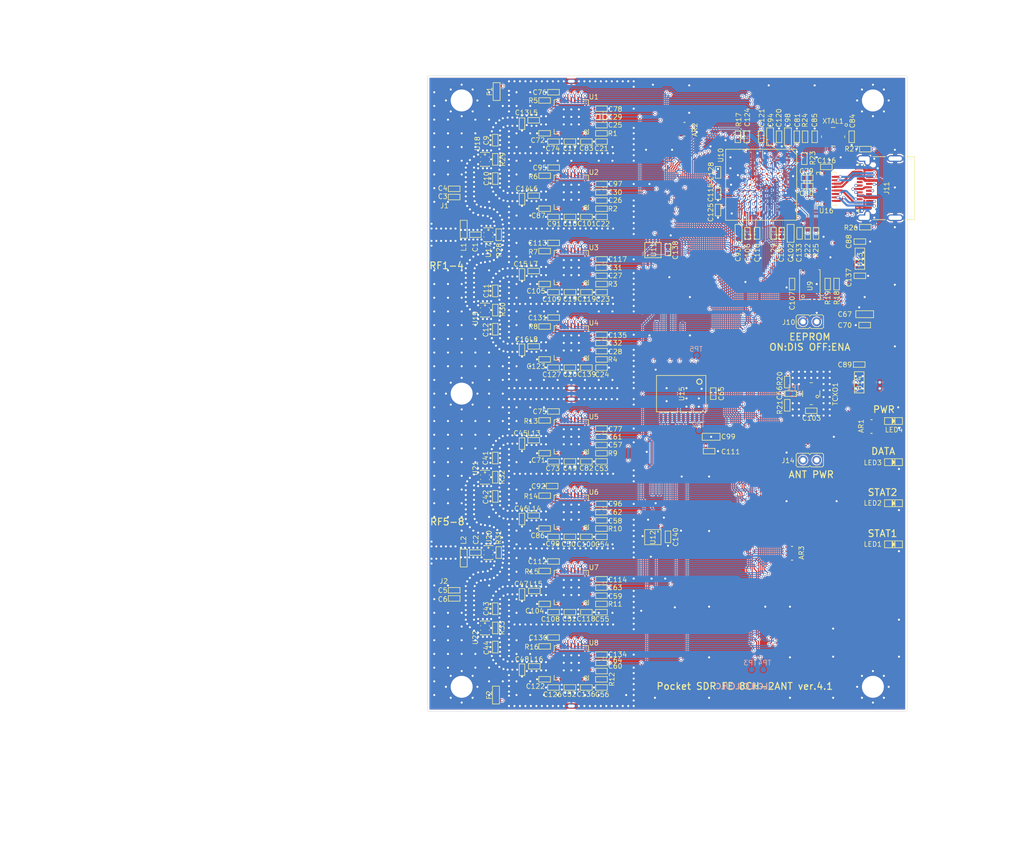
<source format=kicad_pcb>
(kicad_pcb (version 20240108) (generator "pcbnew") (generator_version "8.0")
  (layers (0 "F.Cu" signal) (1 "In1.Cu" signal) (2 "In2.Cu" signal) (31 "B.Cu" signal) (34 "B.Paste" user) (35 "F.Paste" user) (36 "B.SilkS" user "B.Silkscreen") (37 "F.SilkS" user "F.Silkscreen") (38 "B.Mask" user) (39 "F.Mask" user) (44 "Edge.Cuts" user))
  (net 0 "")
  (net 1 "GND")
  (net 2 "Net-(AR1-P1)")
  (net 3 "/LED1")
  (net 4 "Net-(AR1-P5)")
  (net 5 "/LED2")
  (net 6 "Net-(AR1-P7)")
  (net 7 "Net-(AR1-P3)")
  (net 8 "/LED3")
  (net 9 "/CSN_B")
  (net 10 "/CSN_D")
  (net 11 "/CSN_C")
  (net 12 "/CSN_A")
  (net 13 "/CSN_E")
  (net 14 "/CSN_F")
  (net 15 "/CSN_G")
  (net 16 "/CSN_H")
  (net 17 "Net-(U17-INPUT)")
  (net 18 "Net-(U20-INPUT)")
  (net 19 "Net-(F1-P$1)")
  (net 20 "Net-(F2-P$1)")
  (net 21 "Net-(L5-P$1)")
  (net 22 "Net-(J1-RF)")
  (net 23 "Net-(J2-RF)")
  (net 24 "Net-(L6-P$1)")
  (net 25 "Net-(L7-P$1)")
  (net 26 "/RF1")
  (net 27 "/RF2")
  (net 28 "Net-(L8-P$1)")
  (net 29 "Net-(U1-MIXIN_HI)")
  (net 30 "Net-(U1-LNAOUT_HI)")
  (net 31 "Net-(U2-LNAOUT_HI)")
  (net 32 "Net-(U2-MIXIN_HI)")
  (net 33 "Net-(U3-LNAOUT_HI)")
  (net 34 "Net-(U3-MIXIN_HI)")
  (net 35 "Net-(U4-LNAOUT_HI)")
  (net 36 "Net-(U4-MIXIN_HI)")
  (net 37 "Net-(R1-P$1)")
  (net 38 "Net-(R2-P$1)")
  (net 39 "Net-(R3-P$1)")
  (net 40 "Net-(R4-P$1)")
  (net 41 "Net-(R1-P$2)")
  (net 42 "Net-(R2-P$2)")
  (net 43 "Net-(R3-P$2)")
  (net 44 "Net-(R4-P$2)")
  (net 45 "Net-(U1-XTAL)")
  (net 46 "/PLL_CLK_A")
  (net 47 "Net-(U2-XTAL)")
  (net 48 "/PLL_CLK_B")
  (net 49 "Net-(U3-XTAL)")
  (net 50 "/PLL_CLK_C")
  (net 51 "Net-(U4-XTAL)")
  (net 52 "/PLL_CLK_D")
  (net 53 "/RF3")
  (net 54 "/RF4")
  (net 55 "/RF5")
  (net 56 "/RF6")
  (net 57 "Net-(L13-P$1)")
  (net 58 "/RF7")
  (net 59 "/RF8")
  (net 60 "Net-(L14-P$1)")
  (net 61 "Net-(L15-P$1)")
  (net 62 "Net-(R28-P$2)")
  (net 63 "Net-(L16-P$1)")
  (net 64 "Net-(R28-P$1)")
  (net 65 "Net-(U5-LNAOUT_HI)")
  (net 66 "Net-(U5-MIXIN_HI)")
  (net 67 "Net-(U6-LNAOUT_HI)")
  (net 68 "Net-(U6-MIXIN_HI)")
  (net 69 "Net-(U7-LNAOUT_HI)")
  (net 70 "Net-(U7-MIXIN_HI)")
  (net 71 "Net-(U8-MIXIN_HI)")
  (net 72 "Net-(U8-LNAOUT_HI)")
  (net 73 "Net-(R9-P$1)")
  (net 74 "Net-(R10-P$1)")
  (net 75 "Net-(R11-P$1)")
  (net 76 "Net-(R12-P$1)")
  (net 77 "Net-(R9-P$2)")
  (net 78 "Net-(R10-P$2)")
  (net 79 "Net-(R11-P$2)")
  (net 80 "Net-(R12-P$2)")
  (net 81 "Net-(U5-XTAL)")
  (net 82 "/PLL_CLK_E")
  (net 83 "/PLL_CLK_F")
  (net 84 "Net-(U6-XTAL)")
  (net 85 "/PLL_CLK_G")
  (net 86 "Net-(U7-XTAL)")
  (net 87 "Net-(U8-XTAL)")
  (net 88 "/PLL_CLK_H")
  (net 89 "Net-(R20-P$2)")
  (net 90 "Net-(TCXO1-OUT)")
  (net 91 "/VBUS")
  (net 92 "Net-(U10-SSTXP)")
  (net 93 "Net-(U16-TX+)")
  (net 94 "Net-(U16-TX-)")
  (net 95 "Net-(U10-SSTXM)")
  (net 96 "Net-(R24-P$1)")
  (net 97 "Net-(U10-XTALIN)")
  (net 98 "Net-(U10-XTALOUT)")
  (net 99 "Net-(U13-NC)")
  (net 100 "Net-(U14-NC)")
  (net 101 "/+1.2V")
  (net 102 "+3.3V")
  (net 103 "Net-(J11-CC2)")
  (net 104 "/SSTXP2")
  (net 105 "/SSRXN1")
  (net 106 "/SSTXP1")
  (net 107 "/USB2_DP")
  (net 108 "Net-(J11-CC1)")
  (net 109 "/SSTXN1")
  (net 110 "/SSRXN2")
  (net 111 "/USB2_DM")
  (net 113 "/SSRXP2")
  (net 114 "/SSRXP1")
  (net 116 "/SSTXN2")
  (net 117 "Net-(L5-P$2)")
  (net 118 "Net-(L6-P$2)")
  (net 119 "Net-(L7-P$2)")
  (net 120 "Net-(L8-P$2)")
  (net 121 "Net-(L13-P$2)")
  (net 122 "Net-(L14-P$2)")
  (net 123 "Net-(L15-P$2)")
  (net 124 "Net-(L16-P$2)")
  (net 125 "Net-(R5-P$2)")
  (net 126 "Net-(R6-P$2)")
  (net 127 "Net-(R7-P$2)")
  (net 128 "Net-(R8-P$2)")
  (net 129 "Net-(R13-P$2)")
  (net 130 "Net-(R14-P$2)")
  (net 131 "Net-(R15-P$2)")
  (net 132 "Net-(R16-P$2)")
  (net 133 "Net-(R17-P$2)")
  (net 134 "/I2C_SDA")
  (net 135 "/I2C_SCL")
  (net 136 "Net-(R22-P$2)")
  (net 137 "Net-(R23-P$2)")
  (net 138 "/USB3_PORT_SEL")
  (net 140 "/CLKOUT_A")
  (net 143 "/LOCK_A")
  (net 144 "/ADC_CLK_A")
  (net 145 "/I0_A")
  (net 146 "/Q0_A")
  (net 147 "/SDATA")
  (net 149 "/I1_A")
  (net 150 "/SCLK")
  (net 151 "/Q1_A")
  (net 152 "/ADC_CLK_B")
  (net 153 "/LOCK_B")
  (net 154 "/I0_B")
  (net 157 "/Q0_B")
  (net 159 "/I1_B")
  (net 161 "/Q1_B")
  (net 163 "/Q0_C")
  (net 166 "/Q1_C")
  (net 168 "/I0_C")
  (net 169 "/I1_C")
  (net 171 "/LOCK_C")
  (net 172 "/ADC_CLK_C")
  (net 174 "/Q0_D")
  (net 177 "/LOCK_D")
  (net 178 "/I0_D")
  (net 179 "/Q1_D")
  (net 180 "/I1_D")
  (net 183 "/ADC_CLK_D")
  (net 185 "/I1_E")
  (net 188 "/LOCK_E")
  (net 189 "/Q1_E")
  (net 190 "/ADC_CLK_E")
  (net 191 "unconnected-(U5-CLKOUT-Pad4)")
  (net 193 "/Q0_E")
  (net 194 "/I0_E")
  (net 198 "/I0_F")
  (net 200 "/I1_F")
  (net 203 "/Q1_F")
  (net 204 "/ADC_CLK_F")
  (net 205 "/Q0_F")
  (net 206 "/LOCK_F")
  (net 207 "/I0_G")
  (net 209 "/I1_G")
  (net 211 "/Q0_G")
  (net 213 "/LOCK_G")
  (net 214 "/Q1_G")
  (net 215 "/ADC_CLK_G")
  (net 218 "/I1_H")
  (net 223 "/ADC_CLK_H")
  (net 225 "/Q0_H")
  (net 226 "/LOCK_H")
  (net 227 "/Q1_H")
  (net 228 "/I0_H")
  (net 237 "/PCLK")
  (net 239 "Net-(U10-SSRXP)")
  (net 240 "Net-(U10-SSRXM)")
  (net 245 "/VANT")
  (net 246 "Net-(U15-O10)")
  (net 247 "Net-(J10-P2)")
  (net 248 "Net-(R31-P$2)")
  (net 249 "Net-(R31-P$1)")
  (footprint "pocket_sdr_v2.3:C1005" (layer "F.Cu") (at 132.1011 140.65 180)
    (property "Reference" "R16")
    (property "Value" "10K")
  )
  (footprint "pocket_sdr_v2.3:C1005" (layer "F.Cu") (at 140.3961 123.45 180)
    (property "Reference" "R10")
    (property "Value" "15K")
  )
  (footprint "pocket_sdr_v2.3:C1005" (layer "F.Cu") (at 133.3961 113.65 180)
    (property "Reference" "C73")
    (property "Value" "0.1uF")
  )
  (footprint "pocket_sdr_v2.3:C1005" (layer "F.Cu") (at 132.1011 60.95 180)
    (property "Reference" "R5")
    (property "Value" "10K")
  )
  (footprint "pocket_sdr_v2.3:C1005" (layer "F.Cu") (at 140.4086 86.55)
    (property "Reference" "C27")
    (property "Value" "15pF")
  )
  (footprint "pocket_sdr_v2.3:TP0.5" (layer "F.Cu") (at 164.0011 144.05)
    (property "Reference" "TP4")
    (property "Value" "~")
  )
  (footprint "pocket_sdr_v2.3:C1005" (layer "F.Cu") (at 140.4086 98.75 180)
    (property "Reference" "R4")
    (property "Value" "15K")
  )
  (footprint "pocket_sdr_v2.3:C1005" (layer "F.Cu") (at 178.9011 79.45)
    (property "Reference" "R26")
    (property "Value" "5.1K")
  )
  (footprint "pocket_sdr_v2.3:C1005" (layer "F.Cu") (at 140.4086 73.15)
    (property "Reference" "C97")
    (property "Value" "0.1uF")
  )
  (footprint "pocket_sdr_v2.3:C1005" (layer "F.Cu") (at 140.3961 133.25)
    (property "Reference" "C59")
    (property "Value" "15pF")
  )
  (footprint "pocket_sdr_v2.3:C1608" (layer "F.Cu") (at 125.1011 59.65 90)
    (property "Reference" "F1")
    (property "Value" "FEMTOSMDC010F-2")
  )
  (footprint "pocket_sdr_v2.3:LED_1608" (layer "F.Cu") (at 183.0011 113.75)
    (property "Reference" "LED3")
    (property "Value" "LED1608")
  )
  (footprint "pocket_sdr_v2.3:C1005" (layer "F.Cu") (at 140.3961 141.85)
    (property "Reference" "C134")
    (property "Value" "0.1uF")
  )
  (footprint "pocket_sdr_v2.3:C1005" (layer "F.Cu") (at 132.1011 65.75 180)
    (property "Reference" "C72")
    (property "Value" "100pF")
  )
  (footprint "pocket_sdr_v2.3:USB4080-03-A_GCT" (layer "F.Cu") (at 182.0011 73.75 90)
    (property "Reference" "J11")
    (property "Value" "USB4080-03-A")
  )
  (footprint "pocket_sdr_v2.3:C1005" (layer "F.Cu") (at 122.0011 80.55)
    (property "Reference" "C1")
    (property "Value" "470pF")
  )
  (footprint "pocket_sdr_v2.3:LED_1608" (layer "F.Cu") (at 183.0011 119.75)
    (property "Reference" "LED2")
    (property "Value" "LED1608")
  )
  (footprint "pocket_sdr_v2.3:C1005" (layer "F.Cu") (at 124.9011 137.95 90)
    (property "Reference" "R33")
    (property "Value" "100")
  )
  (footprint "pocket_sdr_v2.3:C1608" (layer "F.Cu") (at 168.0011 80.35 -90)
    (property "Reference" "C102")
    (property "Value" "22uF")
  )
  (footprint "pocket_sdr_v2.3:C1005" (layer "F.Cu") (at 125.4011 80.55 90)
    (property "Reference" "R28")
    (property "Value" "100")
  )
  (footprint "pocket_sdr_v2.3:CPAD_3.2MM" (layer "F.Cu") (at 120.0011 146.55)
    (property "Reference" "PAD1" (hide yes))
    (property "Value" "CPAD_3.2MM")
  )
  (footprint "pocket_sdr_v2.3:C1005" (layer "F.Cu") (at 128.8011 75.35 90)
    (property "Reference" "C14")
    (property "Value" "1.7pF")
  )
  (footprint "pocket_sdr_v2.3:C1005" (layer "F.Cu") (at 140.3961 135.65 180)
    (property "Reference" "C55")
    (property "Value" "750pF")
  )
  (footprint "pocket_sdr_v2.3:C1005" (layer "F.Cu") (at 132.1011 71.95 180)
    (property "Reference" "R6")
    (property "Value" "10K")
  )
  (footprint "pocket_sdr_v2.3:C1005" (layer "F.Cu") (at 140.4086 99.95 180)
    (property "Reference" "C24")
    (property "Value" "750pF")
  )
  (footprint "pocket_sdr_v2.3:C1005" (layer "F.Cu") (at 122.0011 126.95)
    (property "Reference" "C2")
    (property "Value" "470pF")
  )
  (footprint "pocket_sdr_v2.3:C1005" (layer "F.Cu") (at 140.3961 110.05 180)
    (property "Reference" "C61")
    (property "Value" "0.01uF")
  )
  (footprint "pocket_sdr_v2.3:C1005" (layer "F.Cu") (at 171.7011 80.35 90)
    (property "Reference" "R25")
    (property "Value" "10K")
  )
  (footprint "pocket_sdr_v2.3:TP0.5" (layer "F.Cu") (at 168.5011 103.75)
    (property "Reference" "TP1")
    (property "Value" "~")
  )
  (footprint "pocket_sdr_v2.3:VSSOP8_SOT765-1_NEX" (layer "F.Cu") (at 147.9011 82.8 90)
    (property "Reference" "U11")
    (property "Value" "74AVC9112DCH")
  )
  (footprint "pocket_sdr_v2.3:TQFN28" (layer "F.Cu") (at 135.9961 85.35 90)
    (property "Reference" "U3")
    (property "Value" "MAX2771" (hide yes))
  )
  (footprint "pocket_sdr_v2.3:C1005" (layer "F.Cu") (at 140.3961 74.35 180)
    (property "Reference" "C30")
    (property "Value" "0.01uF")
  )
  (footprint "pocket_sdr_v2.3:C1005" (layer "F.Cu") (at 130.5011 85.85)
    (property "Reference" "L7")
    (property "Value" "5.6nH")
  )
  (footprint "pocket_sdr_v2.3:C1005" (layer "F.Cu") (at 166.7011 80.35 -90)
    (property "Reference" "C132")
    (property "Value" "0.1uF")
  )
  (footprint "pocket_sdr_v2.3:C1005" (layer "F.Cu") (at 124.9011 66.75 90)
    (property "Reference" "C9")
    (property "Value" "470pF")
  )
  (footprint "pocket_sdr_v2.3:RF_DIV" (layer "F.Cu") (at 123.4011 69.55 90)
    (property "Reference" "U18")
    (property "Value" "PD0922J5050S2HF")
  )
  (footprint "pocket_sdr_v2.3:C1005" (layer "F.Cu") (at 150.1011 82.75 90)
    (property "Reference" "C138")
    (property "Value" "0.1uF")
  )
  (footprint "pocket_sdr_v2.3:CPAD_3.2MM" (layer "F.Cu") (at 180.0011 60.95)
    (property "Reference" "PAD4" (hide yes))
    (property "Value" "CPAD_3.2MM")
  )
  (footprint "pocket_sdr_v2.3:C1005" (layer "F.Cu") (at 128.8011 86.35 90)
    (property "Reference" "C15")
    (property "Value" "1.7pF")
  )
  (footprint "pocket_sdr_v2.3:C1005" (layer "F.Cu") (at 170.1011 66.25 90)
    (property "Reference" "R24")
    (property "Value" "100K")
  )
  (footprint "pocket_sdr_v2.3:C1005" (layer "F.Cu") (at 140.3961 124.65 180)
    (property "Reference" "C54")
    (property "Value" "750pF")
  )
  (footprint "pocket_sdr_v2.3:C1005" (layer "F.Cu") (at 124.9011 88.75 90)
    (property "Reference" "C11")
    (property "Value" "470pF")
  )
  (footprint "pocket_sdr_v2.3:C1608" (layer "F.Cu") (at 167.6011 66.25 90)
    (property "Reference" "C98")
    (property "Value" "22uF")
  )
  (footprint "pocket_sdr_v2.3:C1005" (layer "F.Cu") (at 157.4011 74.55 -90)
    (property "Reference" "C115")
    (property "Value" "0.1uF")
  )
  (footprint "pocket_sdr_v2.3:C1005" (layer "F.Cu") (at 124.9011 115.95 90)
    (property "Reference" "R32")
    (property "Value" "100")
  )
  (footprint "pocket_sdr_v2.3:SOT23" (layer "F.Cu") (at 178.1011 84.05 90)
    (property "Reference" "U13")
    (property "Value" "SPX3819M5-L-1-2/TR")
  )
  (footprint "pocket_sdr_v2.3:C1005" (layer "F.Cu") (at 130.5011 63.85)
    (property "Reference" "L5")
    (property "Value" "5.6nH")
  )
  (footprint "pocket_sdr_v2.3:C1005" (layer "F.Cu") (at 178.0011 99.5)
    (property "Reference" "C89")
    (property "Value" "0.1uF")
  )
  (footprint "pocket_sdr_v2.3:C1005" (layer "F.Cu") (at 138.1961 146.65)
    (property "Reference" "C136")
    (property "Value" "0.1uF")
  )
  (footprint "pocket_sdr_v2.3:C1005" (layer "F.Cu") (at 130.5011 110.55)
    (property "Reference" "L13")
    (property "Value" "5.6nH")
  )
  (footprint "pocket_sdr_v2.3:C1005" (layer "F.Cu") (at 150.1011 124.65 -90)
    (property "Reference" "C140")
    (property "Value" "0.1uF")
  )
  (footprint "pocket_sdr_v2.3:C1005" (layer "F.Cu") (at 128.8011 133.05 90)
    (property "Reference" "C47")
    (property "Value" "1.7pF")
  )
  (footprint "pocket_sdr_v2.3:C1608" (layer "F.Cu") (at 120.3011 127.75 90)
    (property "Reference" "L2")
    (property "Value" "68nH")
  )
  (footprint "pocket_sdr_v2.3:C1005" (layer "F.Cu") (at 140.3961 143.05 180)
    (property "Reference" "C64")
    (property "Value" "0.01uF")
  )
  (footprint "pocket_sdr_v2.3:C1005" (layer "F.Cu") (at 140.3961 121.05 180)
    (property "Reference" "C62")
    (property "Value" "0.01uF")
  )
  (footprint "pocket_sdr_v2.3:C1005" (layer "F.Cu") (at 133.3961 135.65 180)
    (property "Reference" "C108")
    (property "Value" "0.1uF")
  )
  (footprint "pocket_sdr_v2.3:C1608" (layer "F.Cu") (at 125.0011 147.75 -90)
    (property "Reference" "F2")
    (property "Value" "FEMTOSMDC010F-2")
  )
  (footprint "pocket_sdr_v2.3:EXB28V" (layer "F.Cu") (at 168.2011 127.05 90)
    (property "Reference" "AR3")
    (property "Value" "10K x 4" (hide yes))
  )
  (footprint "pocket_sdr_v2.3:C1005" (layer "F.Cu") (at 130.5011 74.85)
    (property "Reference" "L6")
    (property "Value" "5.6nH")
  )
  (footprint "pocket_sdr_v2.3:C1005" (layer "F.Cu") (at 140.3961 63.35 180)
    (property "Reference" "C29")
    (property "Value" "0.01uF")
  )
  (footprint "pocket_sdr_v2.3:C1005" (layer "F.Cu") (at 133.3961 124.65 180)
    (property "Reference" "C90")
    (property "Value" "0.1uF")
  )
  (footprint "pocket_sdr_v2.3:C1005" (layer "F.Cu") (at 132.1011 107.65 180)
    (property "Reference" "R13")
    (property "Value" "10K")
  )
  (footprint "pocket_sdr_v2.3:C1005" (layer "F.Cu") (at 157.4011 76.95 -90)
    (property "Reference" "C125")
    (property "Value" "0.1uF")
  )
  (footprint "pocket_sdr_v2.3:C1005" (layer "F.Cu") (at 161.7011 80.35 -90)
    (property "Reference" "C106")
    (property "Value" "0.1uF")
  )
  (footprint "pocket_sdr_v2.3:C1005" (layer "F.Cu") (at 178.1011 86.55)
    (property "Reference" "C137")
    (property "Value" "0.1uF")
  )
  (footprint "pocket_sdr_v2.3:PINH-2MM-2P" (layer "F.Cu") (at 170.8011 93.25 90)
    (property "Reference" "J10")
    (property "Value" "PINH_2MM_2P")
  )
  (footprint "pocket_sdr_v2.3:C1005" (layer "F.Cu") (at 169.3011 80.35 -90)
    (property "Reference" "C133")
    (property "Value" "0.1uF")
  )
  (footprint "pocket_sdr_v2.3:RF_DIV" (layer "F.Cu") (at 123.4011 115.95 90)
    (property "Reference" "U21")
    (property "Value" "PD0922J5050S2HF")
  )
  (footprint "pocket_sdr_v2.3:TQFN28" (layer "F.Cu") (at 135.9961 96.35 90)
    (property "Reference" "U4")
    (property "Value" "MAX2771" (hide yes))
  )
  (footprint "pocket_sdr_v2.3:C1005" (layer "F.Cu") (at 138.1961 124.65)
    (property "Reference" "C100")
    (property "Value" "0.1uF")
  )
  (footprint "pocket_sdr_v2.3:TCXO" (layer "F.Cu") (at 171.0011 103.75 90)
    (property "Reference" "TCXO1")
    (property "Value" "TG2520SMN 24.0000M-MCGNNM3" (hide yes))
  )
  (footprint "pocket_sdr_v2.3:TQFN28" (layer "F.Cu") (at 135.9961 132.05 90)
    (property "Reference" "U7")
    (property "Value" "MAX2771" (hide yes))
  )
  (footprint "pocket_sdr_v2.3:SSOP20" (layer "F.Cu") (at 152.0261 103.75 180)
    (property "Reference" "U15")
    (property "Value" "74FCT3807APYG")
  )
  (footprint "pocket_sdr_v2.3:RF_DIV" (layer "F.Cu") (at 123.9011 80.55 90)
    (property "Reference" "U17")
    (property "Value" "PD0922J5050S2HF")
  )
  (footprint "pocket_sdr_v2.3:C1005" (layer "F.Cu") (at 170.0011 69.45 -90)
    (property "Reference" "R23")
    (property "Value" "200 1%")
  )
  (footprint "pocket_sdr_v2.3:C1608" (layer "F.Cu") (at 156.4011 110.05)
    (property "Reference" "C99")
    (property "Value" "22uF")
  )
  (footprint "pocket_sdr_v2.3:C1005" (layer "F.Cu") (at 140.3961 122.25)
    (property "Reference" "C58")
    (property "Value" "15pF")
  )
  (footprint "pocket_sdr_v2.3:C1005" (layer "F.Cu") (at 130.6011 132.55)
    (property "Reference" "L15")
    (property "Value" "5.6nH")
  )
  (footprint "pocket_sdr_v2.3:C1005" (layer "F.Cu") (at 132.1011 145.45 180)
    (property "Reference" "C122")
    (property "Value" "100pF")
  )
  (footprint "pocket_sdr_v2.3:C1005" (layer "F.Cu") (at 140.4086 85.35 180)
    (property "Reference" "C31")
    (property "Value" "0.01uF")
  )
  (footprint "pocket_sdr_v2.3:C1005" (layer "F.Cu") (at 124.9011 94.35 -90)
    (property "Reference" "C12")
    (property "Value" "470pF")
  )
  (footprint "pocket_sdr_v2.3:C1005" (layer "F.Cu") (at 130.5011 96.85)
    (property "Reference" "L8")
    (property "Value" "5.6nH")
  )
  (footprint "pocket_sdr_v2.3:C1005" (layer "F.Cu") (at 135.7961 113.65)
    (property "Reference" "C49")
    (property "Value" "470pF")
  )
  (footprint "pocket_sdr_v2.3:C1005" (layer "F.Cu") (at 124.9011 91.55 90)
    (property "Reference" "R30")
    (property "Value" "100")
  )
  (footprint "pocket_sdr_v2.3:C1005" (layer "F.Cu") (at 138.1961 99.95)
    (property "Reference" "C139")
    (property "Value" "0.1uF")
  )
  (footprint "pocket_sdr_v2.3:BGA-121" (layer "F.Cu") (at 163.7011 73.25 -90)
    (property "Reference" "U10")
    (property "Value" "CYUSB3014-BZXC")
  )
  (footprint "pocket_sdr_v2.3:C1005" (layer "F.Cu") (at 118.9011 73.85 180)
    (property "Reference" "C4")
    (property "Value" "0.1uF")
  )
  (footprint "pocket_sdr_v2.3:C1005" (layer "F.Cu") (at 140.3961 130.85)
    (property "Reference" "C114")
    (property "Value" "0.1uF")
  )
  (footprint "pocket_sdr_v2.3:C1005" (layer "F.Cu") (at 132.1011 93.95 180)
    (property "Reference" "R8")
    (property "Value" "10K")
  )
  (footprint "pocket_sdr_v2.3:C1005" (layer "F.Cu") (at 138.2086 77.95)
    (property "Reference" "C101")
    (property "Value" "0.1uF")
  )
  (footprint "pocket_sdr_v2.3:C1005" (layer "F.Cu") (at 128.8011 111.05 90)
    (property "Reference" "C45")
    (property "Value" "1.7pF")
  )
  (footprint "pocket_sdr_v2.3:TSSOP_8P" (layer "F.Cu") (at 170.8011 87.85)
    (property "Reference" "U9")
    (property "Value" "AT24CM01-XHM")
  )
  (footprint "pocket_sdr_v2.3:C1005" (layer "F.Cu") (at 140.4086 87.75 180)
    (property "Reference" "R3")
    (property "Value" "15K")
  )
  (footprint "pocket_sdr_v2.3:C1005" (layer "F.Cu") (at 173.4011 87.75 -90)
    (property "Reference" "R19")
    (property "Value" "2.2K")
  )
  (footprint "pocket_sdr_v2.3:C1005" (layer "F.Cu") (at 171.5011 66.25 -90)
    (property "Reference" "C85")
    (property "Value" "13pF")
  )
  (footprint "pocket_sdr_v2.3:C1005" (layer "F.Cu") (at 124.9011 69.55 90)
    (property "Reference" "R29")
    (property "Value" "100")
  )
  (footprint "pocket_sdr_v2.3:C1005" (layer "F.Cu") (at 135.7961 66.95)
    (property "Reference" "C17")
    (property "Value" "470pF")
  )
  (footprint "pocket_sdr_v2.3:C1005" (layer "F.Cu") (at 163.7011 66.25 90)
    (property "Reference" "C121")
    (property "Value" "0.1uF")
  )
  (footprint "pocket_sdr_v2.3:C1005" (layer "F.Cu") (at 140.3961 75.55)
    (property "Reference" "C26")
    (property "Value" "15pF")
  )
  (footprint "pocket_sdr_v2.3:C1005" (layer "F.Cu") (at 132.1011 118.65 180)
    (property "Reference" "R14")
    (property "Value" "10K")
  )
  (footprint "pocket_sdr_v2.3:LED_1608" (layer "F.Cu") (at 183.0011 125.75)
    (property "Reference" "LED1")
    (property "Value" "LED1608")
  )
  (footprint "pocket_sdr_v2.3:C1005" (layer "F.Cu") (at 135.7961 124.65)
    (property "Reference" "C50")
    (property "Value" "470pF")
  )
  (footprint "pocket_sdr_v2.3:C1005" (layer "F.Cu") (at 140.4086 97.55)
    (property "Reference" "C28")
    (property "Value" "15pF")
  )
  (footprint "pocket_sdr_v2.3:C1005" (layer "F.Cu") (at 156.7011 103.75 90)
    (property "Reference" "C65")
    (property "Value" "0.1uF")
  )
  (footprint "pocket_sdr_v2.3:CPAD_3.2MM" (layer "F.Cu") (at 180.0011 146.55)
    (property "Reference" "PAD3" (hide yes))
    (property "Value" "CPAD_3.2MM")
  )
  (footprint "pocket_sdr_v2.3:C1005" (layer "F.Cu") (at 133.4086 81.75 180)
    (property "Reference" "C113")
    (property "Value" "0.1uF")
  )
  (footprint "pocket_sdr_v2.3:EXB28V" (layer "F.Cu") (at 152.5011 65.15 -90)
    (property "Reference" "AR2")
    (property "Value" "10K x 4" (hide yes))
  )
  (footprint "pocket_sdr_v2.3:C1005" (layer "F.Cu") (at 140.3961 62.15)
    (property "Reference" "C78")
    (property "Value" "0.1uF")
  )
  (footprint "pocket_sdr_v2.3:C1005" (layer "F.Cu") (at 168.9011 66.25 90)
    (property "Reference" "C81")
    (property "Value" "1uF")
  )
  (footprint "pocket_sdr_v2.3:C1005" (layer "F.Cu") (at 133.3961 66.95 180)
    (property "Reference" "C74")
    (property "Value" "0.1uF")
  )
  (footprint "pocket_sdr_v2.3:C1005" (layer "F.Cu") (at 140.3961 132.05 180)
    (property "Reference" "C63")
    (property "Value" "0.01uF")
  )
  (footprint "pocket_sdr_v2.3:TQFN28" (layer "F.Cu") (at 135.9961 143.05 90)
    (property "Reference" "U8")
    (property "Value" "MAX2771" (hide yes))
  )
  (footprint "pocket_sdr_v2.3:TP0.5" (layer "F.Cu") (at 154.6011 109.15)
    (property "Reference" "TP2")
    (property "Value" "~")
  )
  (footprint "pocket_sdr_v2.3:C1005" (layer "F.Cu") (at 166.3011 66.25 90)
    (property "Reference" "C120")
    (property "Value" "0.1uF")
  )
  (footprint "pocket_sdr_v2.3:LED_1608" (layer "F.Cu") (at 183.0011 107.75)
    (property "Reference" "LED4")
    (property "Value" "LED1608")
  )
  (footprint "pocket_sdr_v2.3:TQFN28" (layer "F.Cu") (at 135.9961 121.05 90)
    (property "Reference" "U6")
    (property "Value" "MAX2771" (hide yes))
  )
  (footprint "pocket_sdr_v2.3:C1005" (layer "F.Cu") (at 133.3961 139.35 180)
    (property "Reference" "C130")
    (property "Value" "0.1uF")
  )
  (footprint "pocket_sdr_v2.3:C1005" (layer "F.Cu") (at 124.9011 140.75 -90)
    (property "Reference" "C44")
    (property "Value" "470pF")
  )
  (footprint "pocket_sdr_v2.3:C1005" (layer "F.Cu") (at 135.7961 135.65)
    (property "Reference" "C51")
    (property "Value" "470pF")
  )
  (footprint "pocket_sdr_v2.3:SOT23" (layer "F.Cu") (at 178.0011 102.1 90)
    (property "Reference" "U14")
    (property "Value" "SPX3819M5-L-3-3/TR")
  )
  (footprint "pocket_sdr_v2.3:TQFN28" (layer "F.Cu") (at 135.9961 110.05 90)
    (property "Reference" "U5")
    (property "Value" "MAX2771" (hide yes))
  )
  (footprint "pocket_sdr_v2.3:C1005" (layer "F.Cu") (at 140.3961 111.25)
    (property "Reference" "C57")
    (property "Value" "15pF")
  )
  (footprint "pocket_sdr_v2.3:C1005" (layer "F.Cu") (at 138.2086 88.95)
    (property "Reference" "C119")
    (property "Value" "0.1uF")
  )
  (footprint "pocket_sdr_v2.3:C1005" (layer "F.Cu") (at 133.4086 92.65 180)
    (property "Reference" "C131")
    (property "Value" "0.1uF")
  )
  (footprint "pocket_sdr_v2.3:C1005" (layer "F.Cu") (at 132.1011 123.45 180)
    (property "Reference" "C86")
    (property "Value" "100pF")
  )
  (footprint "pocket_sdr_v2.3:C1005" (layer "F.Cu") (at 130.5011 121.55)
    (property "Reference" "L14")
    (property "Value" "5.6nH")
  )
  (footprint "pocket_sdr_v2.3:C1005" (layer "F.Cu") (at 140.3961 134.45 180)
    (property "Reference" "R11")
    (property "Value" "15K")
  )
  (footprint "pocket_sdr_v2.3:C1005" (layer "F.Cu") (at 124.9011 113.15 90)
    (property "Reference" "C41")
    (property "Value" "470pF")
  )
  (footprint "pocket_sdr_v2.3:C1005" (layer "F.Cu") (at 178.1011 81.55)
    (property "Reference" "C88")
    (property "Value" "0.1uF")
  )
  (footprint "pocket_sdr_v2.3:CPAD_3.2MM" (layer "F.Cu") (at 120.0011 60.95)
    (property "Reference" "PAD2" (hide yes))
    (property "Value" "CPAD_3.2MM")
  )
  (footprint "pocket_sdr_v2.3:EXB28V" (layer "F.Cu") (at 179.8011 108.55 90)
    (property "Reference" "AR1")
    (property "Value" "1K x 4" (hide yes))
  )
  (footprint "pocket_sdr_v2.3:C1005" (layer "F.Cu") (at 132.1011 134.45 180)
    (property "Reference" "C104")
    (property "Value" "100pF")
  )
  (footprint "pocket_sdr_v2.3:C1005" (layer "F.Cu") (at 132.1011 129.65 180)
    (property "Reference" "R15")
    (property "Value" "10K")
  )
  (footprint "pocket_sdr_v2.3:C1005" (layer "F.Cu") (at 118.9011 75.05 180)
    (property "Reference" "C3")
    (property "Value" "100pF")
  )
  (footprint "pocket_sdr_v2.3:C1005" (layer "F.Cu") (at 118.9011 133.65 180)
    (property "Reference" "C6")
    (property "Value" "0.1uF")
  )
  (footprint "pocket_sdr_v2.3:C1005" (layer "F.Cu") (at 176.9011 66.25 90)
    (property "Reference" "C84")
    (property "Value" "13pF")
  )
  (footprint "pocket_sdr_v2.3:MS448-10F" (layer "F.Cu") (at 136.0011 80.55)
    (property "Reference" "J12" (hide yes))
    (property "Value" "~")
  )
  (footprint "pocket_sdr_v2.3:RF_DIV" (layer "F.Cu") (at 123.4011 137.95 90)
    (property "Reference" "U22")
    (property "Value" "PD0922J5050S2HF")
  )
  (footprint "pocket_sdr_v2.3:C1005" (layer "F.Cu") (at 173.2011 70.65)
    (property "Reference" "C116")
    (property "Value" "0.1uF")
  )
  (footprint "pocket_sdr_v2.3:RF_DIV" (layer "F.Cu") (at 123.9011 126.95 90)
    (property "Reference" "U20")
    (property "Value" "PD0922J5050S2HF")
  )
  (footprint "pocket_sdr_v2.3:C1005" (layer "F.Cu") (at 135.8086 88.95)
    (property "Reference" "C19")
    (property "Value" "470pF")
  )
  (footprint "pocket_sdr_v2.3:C1005" (layer "F.Cu") (at 156.1011 112.15)
    (property "Reference" "C111")
    (property "Value" "0.1uF")
  )
  (footprint "pocket_sdr_v2.3:C1608" (layer "F.Cu") (at 160.4011 80.35 -90)
    (property "Reference" "C93")
    (property "Value" "22uF")
  )
  (footprint "pocket_sdr_v2.3:C1005" (layer "F.Cu") (at 163.1011 80.35 -90)
    (property "Reference" "C110")
    (property "Value" "0.1uF")
  )
  (footprint "pocket_sdr_v2.3:C1005" (layer "F.Cu") (at 132.1011 82.95 180)
    (property "Reference" "R7")
    (property "Value" "10K")
  )
  (footprint "pocket_sdr_v2.3:C1005" (layer "F.Cu") (at 128.8011 144.05 90)
    (property "Reference" "C48")
    (property "Value" "1.7pF")
  )
  (footprint "pocket_sdr_v2.3:C1005" (layer "F.Cu") (at 157.4011 71.45 90)
    (property "Reference" "C128")
    (property "Value" "0.1uF")
  )
  (footprint "pocket_sdr_v2.3:C1005" (layer "F.Cu") (at 140.3961 65.75 180)
    (property "Reference" "R1")
    (property "Value" "15K")
  )
  (footprint "pocket_sdr_v2.3:C1005" (layer "F.Cu") (at 168.2011 87.75 -90)
    (property "Reference" "C107")
    (property "Value" "0.1uF")
  )
  (footprint "pocket_sdr_v2.3:C1005" (layer "F.Cu") (at 140.3961 145.45 180)
    (property "Reference" "R12")
    (property "Value" "15K")
  )
  (footprint "pocket_sdr_v2.3:SMA-ANG" (layer "F.Cu") (at 113.5011 80.55 90)
    (property "Reference" "J1")
    (property "Value" "SMA-ANG" (hide yes))
  )
  (footprint "pocket_sdr_v2.3:C1005" (layer "F.Cu") (at 140.4086 88.95 180)
    (property "Reference" "C23")
    (property "Value" "750pF")
  )
  (footprint "pocket_sdr_v2.3:C1005" (layer "F.Cu") (at 178.9011 68.05)
    (property "Reference" "R27")
    (property "Value" "5.1K")
  )
  (footprint "pocket_sdr_v2.3:TQFN28" (layer "F.Cu") (at 135.9961 74.35 90)
    (property "Reference" "U2")
    (property "Value" "MAX2771" (hide yes))
  )
  (footprint "pocket_sdr_v2.3:TP0.5" (layer "F.Cu") (at 162.3011 144.05)
    (property "Reference" "TP3")
    (property "Value" "~")
  )
  (footprint "pocket_sdr_v2.3:C1005" (layer "F.Cu") (at 138.1961 66.95)
    (property "Reference" "C83")
    (property "Value" "0.1uF")
  )
  (footprint "pocket_sdr_v2.3:C1005" (layer "F.Cu") (at 138.1961 113.65)
    (property "Reference" "C82")
    (property "Value" "0.1uF")
  )
  (footprint "pocket_sdr_v2.3:C1005" (layer "F.Cu") (at 132.1011 87.75 180)
    (property "Reference" "C105")
    (property "Value" "100pF")
  )
  (footprint "pocket_sdr_v2.3:C1005" (layer "F.Cu") (at 140.3961 108.85)
    (property "Reference" "C77")
    (property "Value" "0.1uF")
  )
  (footprint "pocket_sdr_v2.3:C1005" (layer "F.Cu") (at 167.5011 105.45 -90)
    (property "Reference" "R21")
    (property "Value" "100K")
  )
  (footprint "pocket_sdr_v2.3:C1005" (layer "F.Cu") (at 170.4011 73.45 180)
    (property "Reference" "C80")
    (property "Value" "0.1uF")
  )
  (footprint "pocket_sdr_v2.3:C1005" (layer "F.Cu") (at 124.9011 118.75 -90)
    (property "Reference" "C42")
    (property "Value" "470pF")
  )
  (footprint "pocket_sdr_v2.3:C1005" (layer "F.Cu") (at 128.8011 122.05 90)
    (property "Reference" "C46")
    (property "Value" "1.7pF")
  )
  (footprint "pocket_sdr_v2.3:C1005" (layer "F.Cu") (at 140.3961 95.15)
    (property "Reference" "C135")
    (property "Value" "0.1uF")
  )
  (footprint "pocket_sdr_v2.3:C1005" (layer "F.Cu") (at 130.6011 143.55)
    (property "Reference" "L16")
    (property "Value" "5.6nH")
  )
  (footprint "pocket_sdr_v2.3:C1005" (layer "F.Cu") (at 124.9011 72.35 -90)
    (property "Reference" "C10")
    (property "Value" "470pF")
  )
  (footprint "pocket_sdr_v2.3:C1005" (layer "F.Cu") (at 133.1961 117.25 180)
    (property "Reference" "C92")
    (property "Value" "0.1uF")
  )
  (footprint "pocket_sdr_v2.3:C1005" (layer "F.Cu") (at 133.3961 146.65 180)
    (property "Reference" "C126")
    (property "Value" "0.1uF")
  )
  (footprint "pocket_sdr_v2.3:C1005" (layer "F.Cu") (at 168.0011 103.75 180)
    (property "Reference" "C66")
    (property "Value" "0.01uF")
  )
  (footprint "pocket_sdr_v2.3:C1005" (layer "F.Cu") (at 140.3961 113.65 180)
    (property "Reference" "C53")
    (property "Value" "750pF")
  )
  (footprint "pocket_sdr_v2.3:C1005" (layer "F.Cu") (at 140.3961 146.65 180)
    (property "Reference" "C56")
    (property "Value" "750pF")
  )
  (footprint "pocket_sdr_v2.3:PINH-2MM-2P" (layer "F.Cu") (at 170.8011 113.45 90)
    (property "Reference" "J14")
    (property "Value" "PINH_2MM_2P")
  )
  (footprint "pocket_sdr_v2.3:C1005" (layer "F.Cu") (at 170.5011 80.35 90)
    (property "Reference" "R22")
    (property "Value" "6.04K 1%")
  )
  (footprint "pocket_sdr_v2.3:C1005" (layer "F.Cu") (at 140.3961 64.55)
    (property "Reference" "C25")
    (property "Value" "15pF")
  )
  (footprint "pocket_sdr_v2.3:C1005" (layer "F.Cu") (at 140.3961 119.85)
    (property "Reference" "C96")
    (property "Value" "0.1uF")
  )
  (footprint "pocket_sdr_v2.3:RF_DIV" (layer "F.Cu") (at 123.4011 91.55 90)
    (property "Reference" "U19")
    (property "Value" "PD0922J5050S2HF")
  )
  (footprint "pocket_sdr_v2.3:C1005" (layer "F.Cu") (at 170.4011 72.25 180)
    (property "Reference" "C79")
    (property "Value" "0.1uF")
  )
  (footprint "pocket_sdr_v2.3:C1005" (layer "F.Cu") (at 178.8011 93.75 180)
    (property "Reference" "C70")
    (property "Value" "0.1uF")
  )
  (footprint "pocket_sdr_v2.3:C1005" (layer "F.Cu") (at 138.1961 135.65)
    (property "Reference" "C118")
    (property "Value" "0.1uF")
  )
  (footprint "pocket_sdr_v2.3:C1005" (layer "F.Cu") (at 128.8011 64.35 90)
    (property "Reference" "C13")
    (property "Value" "1.7pF")
  )
  (footprint "pocket_sdr_v2.3:C1005" (layer "F.Cu") (at 135.7961 146.65)
    (property "Reference" "C52")
    (property "Value" "470pF")
  )
  (footprint "pocket_sdr_v2.3:VSSOP8_SOT765-1_NEX" (layer "F.Cu") (at 147.9011 124.7 -90)
    (property "Reference" "U12")
    (property "Value" "74AVC9112DCH")
  )
  (footprint "pocket_sdr_v2.3:C1005" (layer "F.Cu") (at 124.9011 135.15 90)
    (property "Reference" "C43")
    (property "Value" "470pF")
  )
  (footprint "pocket_sdr_v2.3:XTAL_SMD" (layer "F.Cu") (at 174.2011 66.25 180)
    (property "Reference" "XTAL1")
    (property "Value" "CS05400-19.2M" (hide yes))
  )
  (footprint "pocket_sdr_v2.3:SMA-ANG" (layer "F.Cu") (at 113.5011 126.95 90)
    (property "Reference" "J2")
    (property "Value" "SMA-ANG" (hide yes))
  )
  (footprint "pocket_sdr_v2.3:TQFN28" (layer "F.Cu") (at 135.9961 63.35 90)
    (property "Reference" "U1")
    (property "Value" "MAX2771" (hide yes))
  )
  (footprint "pocket_sdr_v2.3:20TQFN-ZB_PI3USB302-A_DIO" (layer "F.Cu") (at 173.2011 73.85)
    (property "Reference" "U16")
    (property "Value" "PI3USB302-AZBEX")
  )
  (footprint "pocket_sdr_v2.3:C1005" (layer "F.Cu") (at 161.6011 66.25 90)
    (property "Reference" "C124")
    (property "Value" "0.1uF")
  )
  (footprint "pocket_sdr_v2.3:C1005" (layer "F.Cu") (at 160.3011 66.25 -90)
    (property "Reference" "R17")
    (property "Value" "10K")
  )
  (footprint "pocket_sdr_v2.3:C1005" (layer "F.Cu") (at 133.3961 128.25 180)
    (property "Reference" "C112")
    (property "Value" "0.1uF")
  )
  (footprint "pocket_sdr_v2.3:C1608" (layer "F.Cu") (at 165.0011 66.25 90)
    (property "Reference" "C94")
    (property "Value" "22uF")
  )
  (footprint "pocket_sdr_v2.3:C1005" (layer "F.Cu") (at 140.4086 84.15)
    (property "Reference" "C117")
    (property "Value" "0.1uF")
  )
  (footprint "pocket_sdr_v2.3:TP0.5" (layer "F.Cu") (at 154.3011 98.15)
    (property "Reference" "TP5")
    (property "Value" "~")
  )
  (footprint "pocket_sdr_v2.3:C1005" (layer "F.Cu") (at 135.8086 77.95)
    (property "Reference" "C18")
    (property "Value" "470pF")
  )
  (footprint "pocket_sdr_v2.3:C1005" (layer "F.Cu") (at 165.5011 80.35 -90)
    (property "Reference" "C129")
    (property "Value" "0.1uF")
  )
  (footprint "pocket_sdr_v2.3:C1005" (layer "F.Cu") (at 133.3961 88.95 180)
    (property "Reference" "C109")
    (property "Value" "0.1uF")
  )
  (footprint "pocket_sdr_v2.3:C1005" (layer "F.Cu") (at 167.5011 102.05 -90)
    (property "Reference" "R20")
    (property "Value" "100K")
  )
  (footprint "pocket_sdr_v2.3:C1005" (layer "F.Cu") (at 140.3961 96.35 180)
    (property "Reference" "C32")
    (property "Value" "0.01uF")
  )
  (footprint "pocket_sdr_v2.3:C1005" (layer "F.Cu") (at 135.7961 99.95)
    (property "Reference" "C20")
    (property "Value" "470pF")
  )
  (footprint "pocket_sdr_v2.3:C1005" (layer "F.Cu") (at 133.3961 59.75 180)
    (property "Reference" "C76")
    (property "Value" "0.1uF")
  )
  (footprint "pocket_sdr_v2.3:C1005" (layer "F.Cu") (at 171.0011 106.25)
    (property "Reference" "C103")
    (property "Value" "0.1uF")
  )
  (footprint "pocket_sdr_v2.3:C1005" (layer "F.Cu") (at 133.4086 70.75 180)
    (property "Reference" "C95")
    (property "Value" "0.1uF")
  )
  (footprint "pocket_sdr_v2.3:C1005" (layer "F.Cu") (at 132.1011 112.45 180)
    (property "Reference" "C71")
    (property "Value" "100pF")
  )
  (footprint "pocket_sdr_v2.3:C1005" (layer "F.Cu") (at 128.8011 97.35 90)
    (property "Reference" "C16")
    (property "Value" "1.7pF")
  )
  (footprint "pocket_sdr_v2.3:C1608" (layer "F.Cu") (at 178.8011 92.15 180)
    (property "Reference" "C67")
    (property "Value" "22uF")
  )
  (footprint "pocket_sdr_v2.3:C1005" (layer "F.Cu") (at 140.4086 77.95 180)
    (property "Reference" "C22")
    (property "Value" "750pF")
  )
  (footprint "pocket_sdr_v2.3:MS448-10F" (layer "F.Cu") (at 136.0011 126.95)
    (property "Reference" "J13" (hide yes))
    (property "Value" "~")
  )
  (footprint "pocket_sdr_v2.3:C1005" (layer "F.Cu") (at 132.1011 98.75 180)
    (property "Reference" "C123")
    (property "Value" "100pF")
  )
  (footprint "pocket_sdr_v2.3:C1005" (layer "F.Cu") (at 133.3961 77.95 180)
    (property "Reference" "C91")
    (property "Value" "0.1uF")
  )
  (footprint "pocket_sdr_v2.3:C1005" (layer "F.Cu") (at 125.4011 126.95 90)
    (property "Reference" "R31")
    (property "Value" "100")
  )
  (footprint "pocket_sdr_v2.3:C1608" (layer "F.Cu") (at 120.3011 79.75 -90)
    (property "Reference" "L1")
    (property "Value" "68nH")
  )
  (footprint "pocket_sdr_v2.3:C1005" (layer "F.Cu") (at 140.3961 144.25)
    (property "Reference" "C60")
    (property "Value" "15pF")
  )
  (footprint "pocket_sdr_v2.3:CPAD_3.2MM" (layer "F.Cu") (at 120.0011 103.75)
    (property "Reference" "PAD5" (hide yes))
    (property "Value" "CPAD_3.2MM")
  )
  (footprint "pocket_sdr_v2.3:C1005" (layer "F.Cu") (at 174.7011 87.75 -90)
    (property "Reference" "R18")
    (property "Value" "2.2K")
  )
  (footprint "pocket_sdr_v2.3:C1005" (layer "F.Cu") (at 140.4086 76.75 180)
    (property "Reference" "R2")
    (property "Value" "15K")
  )
  (footprint "pocket_sdr_v2.3:C1005" (layer "F.Cu") (at 140.3961 66.95 180)
    (property "Reference" "C21")
    (property "Value" "750pF")
  )
  (footprint "pocket_sdr_v2.3:C1005" (layer "F.Cu") (at 132.1011 76.75 180)
    (property "Reference" "C87")
    (property "Value" "100pF")
  )
  (footprint "pocket_sdr_v2.3:C1005" (layer "F.Cu") (at 118.9011 132.45 180)
    (property "Reference" "C5")
    (property "Value" "100pF")
  )
  (footprint "pocket_sdr_v2.3:C1005" (layer "F.Cu") (at 133.3961 99.95 180)
    (property "Reference" "C127")
    (property "Value" "0.1uF")
  )
  (footprint "pocket_sdr_v2.3:C1005" (layer "F.Cu") (at 140.3961 112.45 180)
    (property "Reference" "R9")
    (property "Value" "15K")
  )
  (footprint "pocket_sdr_v2.3:C1005" (layer "F.Cu") (at 133.3961 106.35 180)
    (property "Reference" "C75")
    (property "Value" "0.1uF")
  )
  (gr_line (start 184.8011 150.15) (end 115.2011 150.15) (stroke (width 0.05)) (layer "Edge.Cuts"))
  (gr_arc (start 115.0011 57.55) (mid 115.059679 57.408579) (end 115.2011 57.35) (stroke (width 0.05)) (layer "Edge.Cuts"))
  (gr_line (start 115.2011 57.35) (end 184.8011 57.35) (stroke (width 0.05)) (layer "Edge.Cuts"))
  (gr_line (start 185.0011 57.55) (end 185.0011 149.95) (stroke (width 0.05)) (layer "Edge.Cuts"))
  (gr_arc (start 185.0011 149.95) (mid 184.942521 150.091421) (end 184.8011 150.15) (stroke (width 0.05)) (layer "Edge.Cuts"))
  (gr_arc (start 115.2011 150.15) (mid 115.059679 150.091421) (end 115.0011 149.95) (stroke (width 0.05)) (layer "Edge.Cuts"))
  (gr_arc (start 184.8011 57.35) (mid 184.942521 57.408579) (end 185.0011 57.55) (stroke (width 0.05)) (layer "Edge.Cuts"))
  (gr_line (start 115.0011 149.95) (end 115.0011 57.55) (stroke (width 0.05)) (layer "Edge.Cuts"))
  (gr_text "JLCJLCJLCJLC" (at 165.4011 146.95 0) (layer "B.SilkS") (effects (font (size 0.8 0.8) (thickness 0.15) (bold yes)) (justify left bottom mirror)))
  (gr_text "RF5-8" (at 117.9011 123.05 0) (layer "F.SilkS") (effects (font (size 1 1)) (justify bottom)))
  (gr_text "PWR" (at 181.6011 106.65 0) (layer "F.SilkS") (effects (font (size 1 1)) (justify bottom)))
  (gr_text "Pocket SDR FE 8CH-2ANT ver.4.1" (at 161.3011 147.05 0) (layer "F.SilkS") (effects (font (size 1 1)) (justify bottom)))
  (gr_text "STAT1" (at 181.4011 124.75 0) (layer "F.SilkS") (effects (font (size 1 1)) (justify bottom)))
  (gr_text "STAT2" (at 181.4011 118.75 0) (layer "F.SilkS") (effects (font (size 1 1)) (justify bottom)))
  (gr_text "ON:DIS OFF:ENA" (at 170.8011 97.55 0) (layer "F.SilkS") (effects (font (size 1 1)) (justify bottom)))
  (gr_text "RF1-4" (at 117.8011 85.65 0) (layer "F.SilkS") (effects (font (size 1 1)) (justify bottom)))
  (gr_text "EEPROM" (at 170.8011 96.05 0) (layer "F.SilkS") (effects (font (size 1 1)) (justify bottom)))
  (gr_text "DATA" (at 181.5011 112.75 0) (layer "F.SilkS") (effects (font (size 1 1)) (justify bottom)))
  (gr_text "ANT PWR" (at 171.0011 116.15 0) (layer "F.SilkS") (effects (font (size 1 1)) (justify bottom)))
  (segment (start 166.9011 70.05) (end 167.1011 70.25) (width 0.1524) (layer "F.Cu") (net 1))
  (segment (start 163.1675 68.9836) (end 162.9011 69.25) (width 0.1524) (layer "F.Cu") (net 1))
  (segment (start 173.2011 73.85) (end 173.4511 74.1) (width 0.3048) (layer "F.Cu") (net 1))
  (segment (start 159.4011 77.45) (end 159.5011 77.45) (width 0.1524) (layer "F.Cu") (net 1))
  (segment (start 167.7011 74.85) (end 167.3011 74.45) (width 0.1524) (layer "F.Cu") (net 1))
  (segment (start 160.3011 71.850001) (end 160.501101 71.65) (width 0.1524) (layer "F.Cu") (net 1))
  (segment (start 163.1675 68.65) (end 163.1675 68.9836) (width 0.1524) (layer "F.Cu") (net 1))
  (segment (start 159.701101 70.05) (end 159.701101 70.85) (width 0.1524) (layer "F.Cu") (net 1))
  (segment (start 168.3511 72) (end 168.3455 72.0056) (width 0.1524) (layer "F.Cu") (net 1))
  (segment (start 159.701101 70.85) (end 160.501101 70.85) (width 0.1524) (layer "F.Cu") (net 1))
  (segment (start 162.9011 77.25) (end 162.7011 77.45) (width 0.1524) (layer "F.Cu") (net 1))
  (segment (start 162.9011 77.249999) (end 162.9011 77.25) (width 0.1524) (layer "F.Cu") (net 1))
  (segment (start 159.2115 69.25) (end 159.701101 69.25) (width 0.1524) (layer "F.Cu") (net 1))
  (segment (start 159.701101 73.25) (end 159.3011 73.25) (width 0.1524) (layer "F.Cu") (net 1))
  (segment (start 164.2293 68.6576) (end 164.1313 68.7556) (width 0.1524) (layer "F.Cu") (net 1))
  (segment (start 173.7011 69.65) (end 173.7011 70.65) (width 0.4064) (layer "F.Cu") (net 1))
  (segment (start 173.4511 73.6) (end 173.2011 73.85) (width 0.3048) (layer "F.Cu") (net 1))
  (segment (start 164.1313 69.365134) (end 164.4729 69.706734) (width 0.1524) (layer "F.Cu") (net 1))
  (segment (start 168.3455 72.0056) (end 167.2567 72.0056) (width 0.1524) (layer "F.Cu") (net 1))
  (segment (start 172.0073 72.100001) (end 172.454401 72.100001) (width 0.3048) (layer "F.Cu") (net 1))
  (segment (start 164.1313 68.7556) (end 164.1313 69.365134) (width 0.1524) (layer "F.Cu") (net 1))
  (segment (start 173.2011 72.8467) (end 173.2011 73.85) (width 0.3048) (layer "F.Cu") (net 1))
  (segment (start 167.2567 72.0056) (end 166.9011 71.65) (width 0.1524) (layer "F.Cu") (net 1))
  (segment (start 159.5011 77.45) (end 159.701101 77.249999) (width 0.1524) (layer "F.Cu") (net 1))
  (segment (start 164.4729 69.9218) (end 164.5011 69.95) (width 0.1524) (layer "F.Cu") (net 1))
  (segment (start 172.0073 73.6) (end 172.9511 73.6) (width 0.3048) (layer "F.Cu") (net 1))
  (segment (start 159.701101 69.25) (end 159.655301 69.2958) (width 0.1524) (layer "F.Cu") (net 1))
  (segment (start 173.4511 74.1) (end 173.4511 76.0471) (width 0.3048) (layer "F.Cu") (net 1))
  (segment (start 164.5011 69.95) (end 164.5011 70.05) (width 0.1524) (layer "F.Cu") (net 1))
  (segment (start 172.454401 72.100001) (end 173.2011 72.8467) (width 0.3048) (layer "F.Cu") (net 1))
  (segment (start 166.9011 74.85) (end 167.3011 74.45) (width 0.1524) (layer "F.Cu") (net 1))
  (segment (start 173.4511 71.6529) (end 173.4511 73.6) (width 0.3048) (layer "F.Cu") (net 1))
  (segment (start 164.4729 69.706734) (end 164.4729 69.9218) (width 0.1524) (layer "F.Cu") (net 1))
  (segment (start 159.2115 70.85) (end 159.701101 70.85) (width 0.1524) (layer "F.Cu") (net 1))
  (segment (start 172.9511 73.6) (end 173.2011 73.85) (width 0.3048) (layer "F.Cu") (net 1))
  (via (at 141.9011 149.35) (size 0.45) (drill 0.3) (layers "F.Cu" "B.Cu") (net 1))
  (via (at 132.5011 126.35) (size 0.45) (drill 0.3) (layers "F.Cu" "B.Cu") (net 1))
  (via (at 121.2011 84.25) (size 0.45) (drill 0.3) (layers "F.Cu" "B.Cu") (net 1))
  (via (at 135.7011 68.65) (size 0.45) (drill 0.3) (layers "F.Cu" "B.Cu") (net 1))
  (via (at 127.7011 137.45) (size 0.45) (drill 0.3) (layers "F.Cu" "B.Cu") (net 1))
  (via (at 131.7011 126.35) (size 0.45) (drill 0.3) (layers "F.Cu" "B.Cu") (net 1))
  (via (at 126.9011 89.85) (size 0.45) (drill 0.3) (layers "F.Cu" "B.Cu") (net 1))
  (via (at 139.7011 126.35) (size 0.45) (drill 0.3) (layers "F.Cu" "B.Cu") (net 1))
  (via (at 126.9011 123.65) (size 0.45) (drill 0.3) (layers "F.Cu" "B.Cu") (net 1))
  (via (at 128.0011 59.75) (size 0.45) (drill 0.3) (layers "F.Cu" "B.Cu") (net 1))
  (via (at 126.9011 84.55) (size 0.45) (drill 0.3) (layers "F.Cu" "B.Cu") (net 1))
  (via (at 140.0011 101.75) (size 0.45) (drill 0.3) (layers "F.Cu" "B.Cu") (net 1))
  (via (at 130.0011 125.75) (size 0.45) (drill 0.3) (layers "F.Cu" "B.Cu") (net 1))
  (via (at 171.8011 87.75) (size 0.45) (drill 0.3) (layers "F.Cu" "B.Cu") (net 1))
  (via (at 116.0011 97.75) (size 0.45) (drill 0.3) (layers "F.Cu" "B.Cu") (net 1))
  (via (at 132.3011 146.65) (size 0.45) (drill 0.3) (layers "F.Cu" "B.Cu") (net 1))
  (via (at 134.1011 149.35) (size 0.45) (drill 0.3) (layers "F.Cu" "B.Cu") (net 1))
  (via (at 126.1011 86.85) (size 0.45) (drill 0.3) (layers "F.Cu" "B.Cu") (net 1))
  (via (at 126.9011 126.05) (size 0.45) (drill 0.3) (layers "F.Cu" "B.Cu") (net 1))
  (via (at 145.1011 77.95) (size 0.45) (drill 0.3) (layers "F.Cu" "B.Cu") (net 1))
  (via (at 150.3011 86.75) (size 0.45) (drill 0.3) (layers "F.Cu" "B.Cu") (net 1))
  (via (at 136.5011 137.45) (size 0.45) (drill 0.3) (layers "F.Cu" "B.Cu") (net 1))
  (via (at 126.7011 97.65) (size 0.45) (drill 0.3) (layers "F.Cu" "B.Cu") (net 1))
  (via (at 177.6011 68.05) (size 0.45) (drill 0.3) (layers "F.Cu" "B.Cu") (net 1))
  (via (at 120.6011 135.35) (size 0.45) (drill 0.3) (layers "F.Cu" "B.Cu") (net 1))
  (via (at 172.8011 100.55) (size 0.45) (drill 0.3) (layers "F.Cu" "B.Cu") (net 1))
  (via (at 131.6011 75.45) (size 0.45) (drill 0.3) (layers "F.Cu" "B.Cu") (net 1))
  (via (at 141.5011 141.85) (size 0.45) (drill 0.3) (layers "F.Cu" "B.Cu") (net 1))
  (via (at 133.3011 149.35) (size 0.45) (drill 0.3) (layers "F.Cu" "B.Cu") (net 1))
  (via (at 127.7011 90.65) (size 0.45) (drill 0.3) (layers "F.Cu" "B.Cu") (net 1))
  (via (at 132.0011 69.75) (size 0.45) (drill 0.3) (layers "F.Cu" "B.Cu") (net 1))
  (via (at 145.1011 78.85) (size 0.45) (drill 0.3) (layers "F.Cu" "B.Cu") (net 1))
  (via (at 134.6086 113.95) (size 0.45) (drill 0.3) (layers "F.Cu" "B.Cu") (net 1))
  (via (at 119.1011 79.65) (size 0.45) (drill 0.3) (layers "F.Cu" "B.Cu") (net 1))
  (via (at 122.9011 125.65) (size 0.45) (drill 0.3) (layers "F.Cu" "B.Cu") (net 1))
  (via (at 125.6011 115.65) (size 0.45) (drill 0.3) (layers "F.Cu" "B.Cu") (net 1))
  (via (at 131.6011 86.45) (size 0.45) (drill 0.3) (layers "F.Cu" "B.Cu") (net 1))
  (via (at 141.5011 108.85) (size 0.45) (drill 0.3) (layers "F.Cu" "B.Cu") (net 1))
  (via (at 118.0011 109.75) (size 0.45) (drill 0.3) (layers "F.Cu" "B.Cu") (net 1))
  (via (at 132.3011 113.65) (size 0.45) (drill 0.3) (layers "F.Cu" "B.Cu") (net 1))
  (via (at 132.3011 70.75) (size 0.45) (drill 0.3) (layers "F.Cu" "B.Cu") (net 1))
  (via (at 145.1011 77.15) (size 0.45) (drill 0.3) (layers "F.Cu" "B.Cu") (net 1))
  (via (at 122.9011 79.85) (size 0.45) (drill 0.3) (layers "F.Cu" "B.Cu") (net 1))
  (via (at 126.9011 135.45) (size 0.45) (drill 0.3) (layers "F.Cu" "B.Cu") (net 1))
  (via (at 141.5011 119.85) (size 0.45) (drill 0.3) (layers "F.Cu" "B.Cu") (net 1))
  (via (at 139.7011 137.45) (size 0.45) (drill 0.3) (layers "F.Cu" "B.Cu") (net 1))
  (via (at 116.0011 109.75) (size 0.45) (drill 0.3) (layers "F.Cu" "B.Cu") (net 1))
  (via (at 178.6011 83.15) (size 0.45) (drill 0.3) (layers "F.Cu" "B.Cu") (net 1))
  (via (at 121.8011 115.55) (size 0.45) (drill 0.3) (layers "F.Cu" "B.Cu") (net 1))
  (via (at 126.9011 58.15) (size 0.45) (drill 0.3) (layers "F.Cu" "B.Cu") (net 1))
  (via (at 145.1011 73.15) (size 0.45) (drill 0.3) (layers "F.Cu" "B.Cu") (net 1))
  (via (at 148.3011 100.25) (size 0.45) (drill 0.3) (layers "F.Cu" "B.Cu") (net 1))
  (via (at 131.7011 104.55) (size 0.45) (drill 0.3) (layers "F.Cu" "B.Cu") (net 1))
  (via (at 142.1011 90.65) (size 0.45) (drill 0.3) (layers "F.Cu" "B.Cu") (net 1))
  (via (at 173.7011 106.05) (size 0.45) (drill 0.3) (layers "F.Cu" "B.Cu") (net 1))
  (via (at 172.8011 106.05) (size 0.45) (drill 0.3) (layers "F.Cu" "B.Cu") (net 1))
  (via (at 141.1011 149.35) (size 0.45) (drill 0.3) (layers "F.Cu" "B.Cu") (net 1))
  (via (at 145.1011 147.75) (size 0.45) (drill 0.3) (layers "F.Cu" "B.Cu") (net 1))
  (via (at 116.0011 141.75) (size 0.45) (drill 0.3) (layers "F.Cu" "B.Cu") (net 1))
  (via (at 135.8011 78.75) (size 0.45) (drill 0.3) (layers "F.Cu" "B.Cu") (net 1))
  (via (at 122.0011 97.75) (size 0.45) (drill 0.3) (layers "F.Cu" "B.Cu") (net 1))
  (via (at 123.8011 129.65) (size 0.45) (drill 0.3) (layers "F.Cu" "B.Cu") (net 1))
  (via (at 120.6011 74.95) (size 0.45) (drill 0.3) (layers "F.Cu" "B.Cu") (net 1))
  (via (at 136.5011 136.45) (size 0.45) (drill 0.3) (layers "F.Cu" "B.Cu") (net 1))
  (via (at 125.6011 67.45) (size 0.45) (drill 0.3) (layers "F.Cu" "B.Cu") (net 1))
  (via (at 130.0011 107.75) (size 0.45) (drill 0.3) (layers "F.Cu" "B.Cu") (net 1))
  (via (at 171.9011 101.45) (size 0.45) (drill 0.3) (layers "F.Cu" "B.Cu") (net 1))
  (via (at 125.2011 130.25) (size 0.45) (drill 0.3) (layers "F.Cu" "B.Cu") (net 1))
  (via (at 130.2011 75.65) (size 0.45) (drill 0.3) (layers "F.Cu" "B.Cu") (net 1))
  (via (at 178.5011 102.1) (size 0.45) (drill 0.3) (layers "F.Cu" "B.Cu") (net 1))
  (via (at 137.0011 89.25) (size 0.45) (drill 0.3) (layers "F.Cu" "B.Cu") (net 1))
  (via (at 130.9011 74.05) (size 0.45) (drill 0.3) (layers "F.Cu" "B.Cu") (net 1))
  (via (at 125.6011 77.75) (size 0.45) (drill 0.3) (layers "F.Cu" "B.Cu") (net 1))
  (via (at 128.1011 142.85) (size 0.45) (drill 0.3) (layers "F.Cu" "B.Cu") (net 1))
  (via (at 132.3011 139.35) (size 0.45) (drill 0.3) (layers "F.Cu" "B.Cu") (net 1))
  (via (at 125.6011 135.85) (size 0.45) (drill 0.3) (layers "F.Cu" "B.Cu") (net 1))
  (via (at 145.1011 101.35) (size 0.45) (drill 0.3) (layers "F.Cu" "B.Cu") (net 1))
  (via (at 145.1011 84.15) (size 0.45) (drill 0.3) (layers "F.Cu" "B.Cu") (net 1))
  (via (at 126.9011 87.45) (size 0.45) (drill 0.3) (layers "F.Cu" "B.Cu") (net 1))
  (via (at 139.7011 90.65) (size 0.45) (drill 0.3) (layers "F.Cu" "B.Cu") (net 1))
  (via (at 126.7011 63.45) (size 0.45) (drill 0.3) (layers "F.Cu" "B.Cu") (net 1))
  (via (at 137.0011 124.95) (size 0.45) (drill 0.3) (layers "F.Cu" "B.Cu") (net 1))
  (via (at 124.2011 135.85) (size 0.45) (drill 0.3) (layers "F.Cu" "B.Cu") (net 1))
  (via (at 120.6011 90.35) (size 0.45) (drill 0.3) (layers "F.Cu" "B.Cu") (net 1))
  (via (at 116.0011 121.75) (size 0.45) (drill 0.3) (layers "F.Cu" "B.Cu") (net 1))
  (via (at 116.0011 63.75) (size 0.45) (drill 0.3) (layers "F.Cu" "B.Cu") (net 1))
  (via (at 156.1011 134.85) (size 0.45) (drill 0.3) (layers "F.Cu" "B.Cu") (net 1))
  (via (at 120.6011 122.05) (size 0.45) (drill 0.3) (layers "F.Cu" "B.Cu") (net 1))
  (via (at 137.9011 149.35) (size 0.45) (drill 0.3) (layers "F.Cu" "B.Cu") (net 1))
  (via (at 121.2011 91.45) (size 0.45) (drill 0.3) (layers "F.Cu" "B.Cu") (net 1))
  (via (at 126.9011 82.95) (size 0.45) (drill 0.3) (layers "F.Cu" "B.Cu") (net 1))
  (via (at 125.5011 75.25) (size 0.45) (drill 0.3) (layers "F.Cu" "B.Cu") (net 1))
  (via (at 124.6011 133.25) (size 0.45) (drill 0.3) (layers "F.Cu" "B.Cu") (net 1))
  (via (at 125.0011 86.25) (size 0.45) (drill 0.3) (layers "F.Cu" "B.Cu") (net 1))
  (via (at 125.6011 88.75) (size 0.45) (drill 0.3) (layers "F.Cu" "B.Cu") (net 1))
  (via (at 122.4011 92.25) (size 0.45) (drill 0.3) (layers "F.Cu" "B.Cu") (net 1))
  (via (at 129.5011 74.15) (size 0.45) (drill 0.3) (layers "F.Cu" "B.Cu") (net 1))
  (via (at 130.0011 119.75) (size 0.45) (drill 0.3) (layers "F.Cu" "B.Cu") (net 1))
  (via (at 125.9011 78.35) (size 0.45) (drill 0.3) (layers "F.Cu" "B.Cu") (net 1))
  (via (at 124.1011 76.65) (size 0.45) (drill 0.3) (layers "F.Cu" "B.Cu") (net 1))
  (via (at 137.3011 115.45) (size 0.45) (drill 0.3) (layers "F.Cu" "B.Cu") (net 1))
  (via (at 119.1011 81.45) (size 0.45) (drill 0.3) (layers "F.Cu" "B.Cu") (net 1))
  (via (at 139.3011 124.65) (size 0.45) (drill 0.3) (layers "F.Cu" "B.Cu") (net 1))
  (via (at 134.6011 146.25) (size 0.45) (drill 0.3) (layers "F.Cu" "B.Cu") (net 1))
  (via (at 124.2011 79.25) (size 0.45) (drill 0.3) (layers "F.Cu" "B.Cu") (net 1))
  (via (at 159.3011 73.25) (size 0.45) (drill 0.3) (layers "F.Cu" "B.Cu") (net 1))
  (via (at 126.9011 68.65) (size 0.45) (drill 0.3) (layers "F.Cu" "B.Cu") (net 1))
  (via (at 131.0011 112.45) (size 0.45) (drill 0.3) (layers "F.Cu" "B.Cu") (net 1))
  (via (at 125.5011 97.25) (size 0.45) (drill 0.3) (layers "F.Cu" "B.Cu") (net 1))
  (via (at 140.0011 89.75) (size 0.45) (drill 0.3) (layers "F.Cu" "B.Cu") (net 1))
  (via (at 128.0011 129.75) (size 0.45) (drill 0.3) (layers "F.Cu" "B.Cu") (net 1))
  (via (at 128.1011 74.45) (size 0.45) (drill 0.3) (layers "F.Cu" "B.Cu") (net 1))
  (via (at 178.4011 77.05) (size 0.45) (drill 0.3) (layers "F.Cu" "B.Cu") (net 1))
  (via (at 125.6011 68.65) (size 0.45) (drill 0.3) (layers "F.Cu" "B.Cu") (net 1))
  (via (at 141.1011 104.55) (size 0.45) (drill 0.3) (layers "F.Cu" "B.Cu") (net 1))
  (via (at 168.3511 72) (size 0.45) (drill 0.3) (layers "F.Cu" "B.Cu") (net 1))
  (via (at 118.0011 71.75) (size 0.45) (drill 0.3) (layers "F.Cu" "B.Cu") (net 1))
  (via (at 126.9011 92.35) (size 0.45) (drill 0.3) (layers "F.Cu" "B.Cu") (net 1))
  (via (at 129.5011 109.95) (size 0.45) (drill 0.3) (layers "F.Cu" "B.Cu") (net 1))
  (via (at 116.0011 59.75) (size 0.45) (drill 0.3) (layers "F.Cu" "B.Cu") (net 1))
  (via (at 145.1011 65.75) (size 0.45) (drill 0.3) (layers "F.Cu" "B.Cu") (net 1))
  (via (at 134.0011 69.75) (size 0.45) (drill 0.3) (layers "F.Cu" "B.Cu") (net 1))
  (via (at 126.9011 104.55) (size 0.45) (drill 0.3) (layers "F.Cu" "B.Cu") (net 1))
  (via (at 126.0011 85.55) (size 0.45) (drill 0.3) (layers "F.Cu" "B.Cu") (net 1))
  (via (at 145.1011 125.35) (size 0.45) (drill 0.3) (layers "F.Cu" "B.Cu") (net 1))
  (via (at 124.2011 71.65) (size 0.45) (drill 0.3) (layers "F.Cu" "B.Cu") (net 1))
  (via (at 116.0011 65.75) (size 0.45) (drill 0.3) (layers "F.Cu" "B.Cu") (net 1))
  (via (at 129.3011 68.65) (size 0.45) (drill 0.3) (layers "F.Cu" "B.Cu") (net 1))
  (via (at 128.0011 107.75) (size 0.45) (drill 0.3) (layers "F.Cu" "B.Cu") (net 1))
  (via (at 125.6011 138.85) (size 0.45) (drill 0.3) (layers "F.Cu" "B.Cu") (net 1))
  (via (at 137.3011 79.65) (size 0.45) (drill 0.3) (layers "F.Cu" "B.Cu") (net 1))
  (via (at 124.2011 67.45) (size 0.45) (drill 0.3) (layers "F.Cu" "B.Cu") (net 1))
  (via (at 126.9011 60.95) (size 0.45) (drill 0.3) (layers "F.Cu" "B.Cu") (net 1))
  (via (at 124.2011 73.05) (size 0.45) (drill 0.3) (layers "F.Cu" "B.Cu") (net 1))
  (via (at 116.0011 143.75) (size 0.45) (drill 0.3) (layers "F.Cu" "B.Cu") (net 1))
  (via (at 131.6011 120.95) (size 0.45) (drill 0.3) (layers "F.Cu" "B.Cu") (net 1))
  (via (at 126.9011 136.25) (size 0.45) (drill 0.3) (layers "F.Cu" "B.Cu") (net 1))
  (via (at 137.9011 102.95) (size 0.45) (drill 0.3) (layers "F.Cu" "B.Cu") (net 1))
  (via (at 126.7011 131.85) (size 0.45) (drill 0.3) (layers "F.Cu" "B.Cu") (net 1))
  (via (at 120.0011 119.75) (size 0.45) (drill 0.3) (layers "F.Cu" "B.Cu") (net 1))
  (via (at 178.5011 101.2) (size 0.45) (drill 0.3) (layers "F.Cu" "B.Cu") (net 1))
  (via (at 139.3011 88.95) (size 0.45) (drill 0.3) (layers "F.Cu" "B.Cu") (net 1))
  (via (at 128.0011 123.75) (size 0.45) (drill 0.3) (layers "F.Cu" "B.Cu") (net 1))
  (via (at 124.0011 61.75) (size 0.45) (drill 0.3) (layers "F.Cu" "B.Cu") (net 1))
  (via (at 118.0011 135.75) (size 0.45) (drill 0.3) (layers "F.Cu" "B.Cu") (net 1))
  (via (at 141.5011 122.25) (size 0.45) (drill 0.3) (layers "F.Cu" "B.Cu") (net 1))
  (via (at 124.4011 87.45) (size 0.45) (drill 0.3) (layers "F.Cu" "B.Cu") (net 1))
  (via (at 140.5011 79.65) (size 0.45) (drill 0.3) (layers "F.Cu" "B.Cu") (net 1))
  (via (at 123.4011 84.55) (size 0.45) (drill 0.3) (layers "F.Cu" "B.Cu") (net 1))
  (via (at 126.9011 130.15) (size 0.45) (drill 0.3) (layers "F.Cu" "B.Cu") (net 1))
  (via (at 117.0011 81.45) (size 0.45) (drill 0.3) (layers "F.Cu" "B.Cu") (net 1))
  (via (at 131.7011 102.95) (size 0.45) (drill 0.3) (layers "F.Cu" "B.Cu") (net 1))
  (via (at 137.0011 146.95) (size 0.45) (drill 0.3) (layers "F.Cu" "B.Cu") (net 1))
  (via (at 126.9011 108.15) (size 0.45) (drill 0.3) (layers "F.Cu" "B.Cu") (net 1))
  (via (at 126.9011 100.85) (size 0.45) (drill 0.3) (layers "F.Cu" "B.Cu") (net 1))
  (via (at 129.5011 122.25) (size 0.45) (drill 0.3) (layers "F.Cu" "B.Cu") (net 1))
  (via (at 120.6011 70.75) (size 0.45) (drill 0.3) (layers "F.Cu" "B.Cu") (net 1))
  (via (at 129.3011 104.55) (size 0.45) (drill 0.3) (layers "F.Cu" "B.Cu") (net 1))
  (via (at 141.1011 102.95) (size 0.45) (drill 0.3) (layers "F.Cu" "B.Cu") (net 1))
  (via (at 168.9011 65.05) (size 0.45) (drill 0.3) (layers "F.Cu" "B.Cu") (net 1))
  (via (at 122.4011 139.25) (size 0.45) (drill 0.3) (layers "F.Cu" "B.Cu") (net 1))
  (via (at 164.2293 68.6576) (size 0.45) (drill 0.3) (layers "F.Cu" "B.Cu") (net 1))
  (via (at 157.4011 78.05) (size 0.45) (drill 0.3) (layers "F.Cu" "B.Cu") (net 1))
  (via (at 123.1011 117.25) (size 0.45) (drill 0.3) (layers "F.Cu" "B.Cu") (net 1))
  (via (at 135.1011 78.75) (size 0.45) (drill 0.3) (layers "F.Cu" "B.Cu") (net 1))
  (via (at 145.1011 76.35) (size 0.45) (drill 0.3) (layers "F.Cu" "B.Cu") (net 1))
  (via (at 124.4011 133.85) (size 0.45) (drill 0.3) (layers "F.Cu" "B.Cu") (net 1))
  (via (at 126.9011 78.85) (size 0.45) (drill 0.3) (layers "F.Cu" "B.Cu") (net 1))
  (via (at 126.9011 71.15) (size 0.45) (drill 0.3) (layers "F.Cu" "B.Cu") (net 1))
  (via (at 116.0011 95.75) (size 0.45) (drill 0.3) (layers "F.Cu" "B.Cu") (net 1))
  (via (at 116.0011 75.75) (size 0.45) (drill 0.3) (layers "F.Cu" "B.Cu") (net 1))
  (via (at 124.3011 91.55) (size 0.45) (drill 0.3) (layers "F.Cu" "B.Cu") (net 1))
  (via (at 183.8011 136.75) (size 0.45) (drill 0.3) (layers "F.Cu" "B.Cu") (net 1))
  (via (at 125.0011 110.65) (size 0.45) (drill 0.3) (layers "F.Cu" "B.Cu") (net 1))
  (via (at 135.7011 79.65) (size 0.45) (drill 0.3) (layers "F.Cu" "B.Cu") (net 1))
  (via (at 138.0011 101.75) (size 0.45) (drill 0.3) (layers "F.Cu" "B.Cu") (net 1))
  (via (at 150.1011 125.95) (size 0.45) (drill 0.3) (layers "F.Cu" "B.Cu") (net 1))
  (via (at 125.6011 66.05) (size 0.45) (drill 0.3) (layers "F.Cu" "B.Cu") (net 1))
  (via (at 122.4011 68.25) (size 0.45) (drill 0.3) (layers "F.Cu" "B.Cu") (net 1))
  (via (at 118.0011 97.75) (size 0.45) (drill 0.3) (layers "F.Cu" "B.Cu") (net 1))
  (via (at 118.0011 119.75) (size 0.45) (drill 0.3) (layers "F.Cu" "B.Cu") (net 1))
  (via (at 128.1011 96.45) (size 0.45) (drill 0.3) (layers "F.Cu" "B.Cu") (net 1))
  (via (at 121.8011 119.95) (size 0.45) (drill 0.3) (layers "F.Cu" "B.Cu") (net 1))
  (via (at 124.0011 103.75) (size 0.45) (drill 0.3) (layers "F.Cu" "B.Cu") (net 1))
  (via (at 145.1011 79.65) (size 0.45) (drill 0.3) (layers "F.Cu" "B.Cu") (net 1))
  (via (at 126.9011 101.65) (size 0.45) (drill 0.3) (layers "F.Cu" "B.Cu") (net 1))
  (via (at 122.2011 76.15) (size 0.45) (drill 0.3) (layers "F.Cu" "B.Cu") (net 1))
  (via (at 130.0011 101.75) (size 0.45) (drill 0.3) (layers "F.Cu" "B.Cu") (net 1))
  (via (at 134.6086 146.95) (size 0.45) (drill 0.3) (layers "F.Cu" "B.Cu") (net 1))
  (via (at 134.1011 58.15) (size 0.45) (drill 0.3) (layers "F.Cu" "B.Cu") (net 1))
  (via (at 135.7011 115.45) (size 0.45) (drill 0.3) (layers "F.Cu" "B.Cu") (net 1))
  (via (at 145.1011 99.75) (size 0.45) (drill 0.3) (layers "F.Cu" "B.Cu") (net 1))
  (via (at 124.2011 66.75) (size 0.45) (drill 0.3) (layers "F.Cu" "B.Cu") (net 1))
  (via (at 167.9011 142.25) (size 0.45) (drill 0.3) (layers "F.Cu" "B.Cu") (net 1))
  (via (at 128.1011 109.85) (size 0.45) (drill 0.3) (layers "F.Cu" "B.Cu") (net 1))
  (via (at 137.0011 146.25) (size 0.45) (drill 0.3) (layers "F.Cu" "B.Cu") (net 1))
  (via (at 120.6011 133.25) (size 0.45) (drill 0.3) (layers "F.Cu" "B.Cu") (net 1))
  (via (at 154.6011 105.65) (size 0.45) (drill 0.3) (layers "F.Cu" "B.Cu") (net 1))
  (via (at 118.0011 75.75) (size 0.45) (drill 0.3) (layers "F.Cu" "B.Cu") (net 1))
  (via (at 124.1011 84.45) (size 0.45) (drill 0.3) (layers "F.Cu" "B.Cu") (net 1))
  (via (at 121.2011 116.05) (size 0.45) (drill 0.3) (layers "F.Cu" "B.Cu") (net 1))
  (via (at 126.9011 79.65) (size 0.45) (drill 0.3) (layers "F.Cu" "B.Cu") (net 1))
  (via (at 122.0011 113.75) (size 0.45) (drill 0.3) (layers "F.Cu" "B.Cu") (net 1))
  (via (at 129.5011 120.95) (size 0.45) (drill 0.3) (layers "F.Cu" "B.Cu") (net 1))
  (via (at 128.8011 123.15) (size 0.45) (drill 0.3) (layers "F.Cu" "B.Cu") (net 1))
  (via (at 120.0011 91.75) (size 0.45) (drill 0.3) (layers "F.Cu" "B.Cu") (net 1))
  (via (at 121.7011 127.65) (size 0.45) (drill 0.3) (layers "F.Cu" "B.Cu") (net 1))
  (via (at 126.9011 124.45) (size 0.45) (drill 0.3) (layers "F.Cu" "B.Cu") (net 1))
  (via (at 126.9011 108.95) (size 0.45) (drill 0.3) (layers "F.Cu" "B.Cu") (net 1))
  (via (at 141.9011 58.15) (size 0.45) (drill 0.3) (layers "F.Cu" "B.Cu") (net 1))
  (via (at 120.6011 117.15) (size 0.45) (drill 0.3) (layers "F.Cu" "B.Cu") (net 1))
  (via (at 129.5011 63.15) (size 0.45) (drill 0.3) (layers "F.Cu" "B.Cu") (net 1))
  (via (at 132.5011 68.65) (size 0.45) (drill 0.3) (layers "F.Cu" "B.Cu") (net 1))
  (via (at 147.0011 112.25) (size 0.45) (drill 0.3) (layers "F.Cu" "B.Cu") (net 1))
  (via (at 116.0011 103.75) (size 0.45) (drill 0.3) (layers "F.Cu" "B.Cu") (net 1))
  (via (at 121.8011 136.75) (size 0.45) (drill 0.3) (layers "F.Cu" "B.Cu") (net 1))
  (via (at 120.0011 85.75) (size 0.45) (drill 0.3) (layers "F.Cu" "B.Cu") (net 1))
  (via (at 124.2011 134.45) (size 0.45) (drill 0.3) (layers "F.Cu" "B.Cu") (net 1))
  (via (at 126.9011 125.25) (size 0.45) (drill 0.3) (layers "F.Cu" "B.Cu") (net 1))
  (via (at 130.0011 123.75) (size 0.45) (drill 0.3) (layers "F.Cu" "B.Cu") (net 1))
  (via (at 130.1011 149.35) (size 0.45) (drill 0.3) (layers "F.Cu" "B.Cu") (net 1))
  (via (at 121.9011 131.85) (size 0.45) (drill 0.3) (layers "F.Cu" "B.Cu") (net 1))
  (via (at 145.1011 100.55) (size 0.45) (drill 0.3) (layers "F.Cu" "B.Cu") (net 1))
  (via (at 136.0011 101.75) (size 0.45) (drill 0.3) (layers "F.Cu" "B.Cu") (net 1))
  (via (at 168.3011 102.35) (size 0.45) (drill 0.3) (layers "F.Cu" "B.Cu") (net 1))
  (via (at 124.2011 89.45) (size 0.45) (drill 0.3) (layers "F.Cu" "B.Cu") (net 1))
  (via (at 125.6011 70.45) (size 0.45) (drill 0.3) (layers "F.Cu" "B.Cu") (net 1))
  (via (at 121.8011 133.95) (size 0.45) (drill 0.3) (layers "F.Cu" "B.Cu") (net 1))
  (via (at 126.7011 64.65) (size 0.45) (drill 0.3) (layers "F.Cu" "B.Cu") (net 1))
  (via (at 126.9011 82.15) (size 0.45) (drill 0.3) (layers "F.Cu" "B.Cu") (net 1))
  (via (at 169.2011 106.95) (size 0.45) (drill 0.3) (layers "F.Cu" "B.Cu") (net 1))
  (via (at 131.0011 76.75) (size 0.45) (drill 0.3) (layers "F.Cu" "B.Cu") (net 1))
  (via (at 131.7011 90.65) (size 0.45) (drill 0.3) (layers "F.Cu" "B.Cu") (net 1))
  (via (at 183.2011 96.85) (size 0.45) (drill 0.3) (layers "F.Cu" "B.Cu") (net 1))
  (via (at 125.9011 82.75) (size 0.45) (drill 0.3) (layers "F.Cu" "B.Cu") (net 1))
  (via (at 126.9011 117.65) (size 0.45) (drill 0.3) (layers "F.Cu" "B.Cu") (net 1))
  (via (at 141.3011 115.45) (size 0.45) (drill 0.3) (layers "F.Cu" "B.Cu") (net 1))
  (via (at 134.0011 101.75) (size 0.45) (drill 0.3) (layers "F.Cu" "B.Cu") (net 1))
  (via (at 126.7011 75.65) (size 0.45) (drill 0.3) (layers "F.Cu" "B.Cu") (net 1))
  (via (at 128.0011 71.75) (size 0.45) (drill 0.3) (layers "F.Cu" "B.Cu") (net 1))
  (via (at 134.1011 68.65) (size 0.45) (drill 0.3) (layers "F.Cu" "B.Cu") (net 1))
  (via (at 132.3011 59.75) (size 0.45) (drill 0.3) (layers "F.Cu" "B.Cu") (net 1))
  (via (at 132.0011 101.75) (size 0.45) (drill 0.3) (layers "F.Cu" "B.Cu") (net 1))
  (via (at 125.5011 143.65) (size 0.45) (drill 0.3) (layers "F.Cu" "B.Cu") (net 1))
  (via (at 130.0011 117.75) (size 0.45) (drill 0.3) (layers "F.Cu" "B.Cu") (net 1))
  (via (at 126.1011 133.25) (size 0.45) (drill 0.3) (layers "F.Cu" "B.Cu") (net 1))
  (via (at 125.6011 95.65) (size 0.45) (drill 0.3) (layers "F.Cu" "B.Cu") (net 1))
  (via (at 129.5011 64.55) (size 0.45) (drill 0.3) (layers "F.Cu" "B.Cu") (net 1))
  (via (at 120.6011 85.45) (size 0.45) (drill 0.3) (layers "F.Cu" "B.Cu") (net 1))
  (via (at 123.6011 128.25) (size 0.45) (drill 0.3) (layers "F.Cu" "B.Cu") (net 1))
  (via (at 126.9011 138.85) (size 0.45) (drill 0.3) (layers "F.Cu" "B.Cu") (net 1))
  (via (at 145.1011 98.95) (size 0.45) (drill 0.3) (layers "F.Cu" "B.Cu") (net 1))
  (via (at 126.9011 129.35) (size 0.45) (drill 0.3) (layers "F.Cu" "B.Cu") (net 1))
  (via (at 146.4011 124.55) (size 0.45) (drill 0.3) (layers "F.Cu" "B.Cu") (net 1))
  (via (at 145.1011 90.95) (size 0.45) (drill 0.3) (layers "F.Cu" "B.Cu") (net 1))
  (via (at 120.8011 137.35) (size 0.45) (drill 0.3) (layers "F.Cu" "B.Cu") (net 1))
  (via (at 123.7011 136.65) (size 0.45) (drill 0.3) (layers "F.Cu" "B.Cu") (net 1))
  (via (at 145.1011 64.95) (size 0.45) (drill 0.3) (layers "F.Cu" "B.Cu") (net 1))
  (via (at 134.6086 100.25) (size 0.45) (drill 0.3) (layers "F.Cu" "B.Cu") (net 1))
  (via (at 138.1011 68.65) (size 0.45) (drill 0.3) (layers "F.Cu" "B.Cu") (net 1))
  (via (at 138.7011 58.15) (size 0.45) (drill 0.3) (layers "F.Cu" "B.Cu") (net 1))
  (via (at 139.5011 58.15) (size 0.45) (drill 0.3) (layers "F.Cu" "B.Cu") (net 1))
  (via (at 117.7011 127.85) (size 0.45) (drill 0.3) (layers "F.Cu" "B.Cu") (net 1))
  (via (at 120.6011 132.55) (size 0.45) (drill 0.3) (layers "F.Cu" "B.Cu") (net 1))
  (via (at 145.1011 97.35) (size 0.45) (drill 0.3) (layers "F.Cu" "B.Cu") (net 1))
  (via (at 171.9011 100.55) (size 0.45) (drill 0.3) (layers "F.Cu" "B.Cu") (net 1))
  (via (at 121.9011 122.05) (size 0.45) (drill 0.3) (layers "F.Cu" "B.Cu") (net 1))
  (via (at 128.0011 83.75) (size 0.45) (drill 0.3) (layers "F.Cu" "B.Cu") (net 1))
  (via (at 157.5011 103.25) (size 0.45) (drill 0.3) (layers "F.Cu" "B.Cu") (net 1))
  (via (at 123.1011 129.75) (size 0.45) (drill 0.3) (layers "F.Cu" "B.Cu") (net 1))
  (via (at 168.2011 83.85) (size 0.45) (drill 0.3) (layers "F.Cu" "B.Cu") (net 1))
  (via (at 124.3011 137.95) (size 0.45) (drill 0.3) (layers "F.Cu" "B.Cu") (net 1))
  (via (at 127.4011 144.05) (size 0.45) (drill 0.3) (layers "F.Cu" "B.Cu") (net 1))
  (via (at 125.2011 83.85) (size 0.45) (drill 0.3) (layers "F.Cu" "B.Cu") (net 1))
  (via (at 124.2011 88.05) (size 0.45) (drill 0.3) (layers "F.Cu" "B.Cu") (net 1))
  (via (at 126.9011 137.05) (size 0.45) (drill 0.3) (layers "F.Cu" "B.Cu") (net 1))
  (via (at 124.0011 105.75) (size 0.45) (drill 0.3) (layers "F.Cu" "B.Cu") (net 1))
  (via (at 130.9011 126.35) (size 0.45) (drill 0.3) (layers "F.Cu" "B.Cu") (net 1))
  (via (at 125.6011 90.65) (size 0.45) (drill 0.3) (layers "F.Cu" "B.Cu") (net 1))
  (via (at 128.5011 137.45) (size 0.45) (drill 0.3) (layers "F.Cu" "B.Cu") (net 1))
  (via (at 119.9011 81.25) (size 0.45) (drill 0.3) (layers "F.Cu" "B.Cu") (net 1))
  (via (at 124.7011 76.85) (size 0.45) (drill 0.3) (layers "F.Cu" "B.Cu") (net 1))
  (via (at 125.6011 129.75) (size 0.45) (drill 0.3) (layers "F.Cu" "B.Cu") (net 1))
  (via (at 173.7011 104.25) (size 0.45) (drill 0.3) (layers "F.Cu" "B.Cu") (net 1))
  (via (at 128.8011 109.85) (size 0.45) (drill 0.3) (layers "F.Cu" "B.Cu") (net 1))
  (via (at 124.0011 143.75) (size 0.45) (drill 0.3) (layers "F.Cu" "B.Cu") (net 1))
  (via (at 125.6011 113.15) (size 0.45) (drill 0.3) (layers "F.Cu" "B.Cu") (net 1))
  (via (at 124.0011 145.75) (size 0.45) (drill 0.3) (layers "F.Cu" "B.Cu") (net 1))
  (via (at 168.3011 106.95) (size 0.45) (drill 0.3) (layers "F.Cu" "B.Cu") (net 1))
  (via (at 159.2115 70.85) (size 0.45) (drill 0.3) (layers "F.Cu" "B.Cu") (net 1))
  (via (at 162.7011 77.45) (size 0.45) (drill 0.3) (layers "F.Cu" "B.Cu") (net 1))
  (via (at 126.7011 109.85) (size 0.45) (drill 0.3) (layers "F.Cu" "B.Cu") (net 1))
  (via (at 116.3011 79.65) (size 0.45) (drill 0.3) (layers "F.Cu" "B.Cu") (net 1))
  (via (at 125.6011 93.65) (size 0.45) (drill 0.3) (layers "F.Cu" "B.Cu") (net 1))
  (via (at 124.3011 82.95) (size 0.45) (drill 0.3) (layers "F.Cu" "B.Cu") (net 1))
  (via (at 132.3011 133.15) (size 0.45) (drill 0.3) (layers "F.Cu" "B.Cu") (net 1))
  (via (at 127.4011 142.85) (size 0.45) (drill 0.3) (layers "F.Cu" "B.Cu") (net 1))
  (via (at 124.2011 72.35) (size 0.45) (drill 0.3) (layers "F.Cu" "B.Cu") (net 1))
  (via (at 156.3011 67.65) (size 0.45) (drill 0.3) (layers "F.Cu" "B.Cu") (net 1))
  (via (at 131.6011 122.15) (size 0.45) (drill 0.3) (layers "F.Cu" "B.Cu") (net 1))
  (via (at 145.1011 145.35) (size 0.45) (drill 0.3) (layers "F.Cu" "B.Cu") (net 1))
  (via (at 130.9011 90.65) (size 0.45) (drill 0.3) (layers "F.Cu" "B.Cu") (net 1))
  (via (at 126.9011 142.05) (size 0.45) (drill 0.3) (layers "F.Cu" "B.Cu") (net 1))
  (via (at 122.8011 84.65) (size 0.45) (drill 0.3) (layers "F.Cu" "B.Cu") (net 1))
  (via (at 159.4011 77.45) (size 0.45) (drill 0.3) (layers "F.Cu" "B.Cu") (net 1))
  (via (at 183.2011 68.15) (size 0.45) (drill 0.3) (layers "F.Cu" "B.Cu") (net 1))
  (via (at 126.9011 72.75) (size 0.45) (drill 0.3) (layers "F.Cu" "B.Cu") (net 1))
  (via (at 122.4011 117.25) (size 0.45) (drill 0.3) (layers "F.Cu" "B.Cu") (net 1))
  (via (at 137.3011 68.65) (size 0.45) (drill 0.3) (layers "F.Cu" "B.Cu") (net 1))
  (via (at 121.8011 71.45) (size 0.45) (drill 0.3) (layers "F.Cu" "B.Cu") (net 1))
  (via (at 132.3011 120.95) (size 0.45) (drill 0.3) (layers "F.Cu" "B.Cu") (net 1))
  (via (at 130.2011 86.65) (size 0.45) (drill 0.3) (layers "F.Cu" "B.Cu") (net 1))
  (via (at 116.0011 135.75) (size 0.45) (drill 0.3) (layers "F.Cu" "B.Cu") (net 1))
  (via (at 125.9011 124.75) (size 0.45) (drill 0.3) (layers "F.Cu" "B.Cu") (net 1))
  (via (at 124.2011 88.75) (size 0.45) (drill 0.3) (layers "F.Cu" "B.Cu") (net 1))
  (via (at 126.9011 100.05) (size 0.45) (drill 0.3) (layers "F.Cu" "B.Cu") (net 1))
  (via (at 126.9011 130.95) (size 0.45) (drill 0.3) (layers "F.Cu" "B.Cu") (net 1))
  (via (at 135.8011 67.75) (size 0.45) (drill 0.3) (layers "F.Cu" "B.Cu") (net 1))
  (via (at 122.0011 107.75) (size 0.45) (drill 0.3) (layers "F.Cu" "B.Cu") (net 1))
  (via (at 124.0011 109.75) (size 0.45) (drill 0.3) (layers "F.Cu" "B.Cu") (net 1))
  (via (at 126.0011 99.75) (size 0.45) (drill 0.3) (layers "F.Cu" "B.Cu") (net 1))
  (via (at 130.0011 81.75) (size 0.45) (drill 0.3) (layers "F.Cu" "B.Cu") (net 1))
  (via (at 127.4011 63.45) (size 0.45) (drill 0.3) (layers "F.Cu" "B.Cu") (net 1))
  (via (at 120.0011 87.75) (size 0.45) (drill 0.3) (layers "F.Cu" "B.Cu") (net 1))
  (via (at 126.9011 73.55) (size 0.45) (drill 0.3) (layers "F.Cu" "B.Cu") (net 1))
  (via (at 145.1011 126.95) (size 0.45) (drill 0.3) (layers "F.Cu" "B.Cu") (net 1))
  (via (at 130.0011 141.75) (size 0.45) (drill 0.3) (layers "F.Cu" "B.Cu") (net 1))
  (via (at 123.6011 79.25) (size 0.45) (drill 0.3) (layers "F.Cu" "B.Cu") (net 1))
  (via (at 131.0011 134.45) (size 0.45) (drill 0.3) (layers "F.Cu" "B.Cu") (net 1))
  (via (at 145.1011 148.55) (size 0.45) (drill 0.3) (layers "F.Cu" "B.Cu") (net 1))
  (via (at 121.8011 69.15) (size 0.45) (drill 0.3) (layers "F.Cu" "B.Cu") (net 1))
  (via (at 157.4011 75.5218) (size 0.45) (drill 0.3) (layers "F.Cu" "B.Cu") (net 1))
  (via (at 120.5011 81.25) (size 0.45) (drill 0.3) (layers "F.Cu" "B.Cu") (net 1))
  (via (at 134.6086 67.25) (size 0.45) (drill 0.3) (layers "F.Cu" "B.Cu") (net 1))
  (via (at 122.4011 70.85) (size 0.45) (drill 0.3) (layers "F.Cu" "B.Cu") (net 1))
  (via (at 145.1011 102.95) (size 0.45) (drill 0.3) (layers "F.Cu" "B.Cu") (net 1))
  (via (at 127.7011 79.65) (size 0.45) (drill 0.3) (layers "F.Cu" "B.Cu") (net 1))
  (via (at 138.1011 126.35) (size 0.45) (drill 0.3) (layers "F.Cu" "B.Cu") (net 1))
  (via (at 126.9011 114.25) (size 0.45) (drill 0.3) (layers "F.Cu" "B.Cu") (net 1))
  (via (at 129.5011 111.25) (size 0.45) (drill 0.3) (layers "F.Cu" "B.Cu") (net 1))
  (via (at 146.2011 135.45) (size 0.45) (drill 0.3) (layers "F.Cu" "B.Cu") (net 1))
  (via (at 121.2011 130.65) (size 0.45) (drill 0.3) (layers "F.Cu" "B.Cu") (net 1))
  (via (at 134.9011 68.65) (size 0.45) (drill 0.3) (layers "F.Cu" "B.Cu") (net 1))
  (via (at 131.6011 111.15) (size 0.45) (drill 0.3) (layers "F.Cu" "B.Cu") (net 1))
  (via (at 135.1011 114.45) (size 0.45) (drill 0.3) (layers "F.Cu" "B.Cu") (net 1))
  (via (at 124.6011 86.85) (size 0.45) (drill 0.3) (layers "F.Cu" "B.Cu") (net 1))
  (via (at 124.0011 85.75) (size 0.45) (drill 0.3) (layers "F.Cu" "B.Cu") (net 1))
  (via (at 124.0011 121.75) (size 0.45) (drill 0.3) (layers "F.Cu" "B.Cu") (net 1))
  (via (at 130.2011 109.85) (size 0.45) (drill 0.3) (layers "F.Cu" "B.Cu") (net 1))
  (via (at 183.2011 87.85) (size 0.45) (drill 0.3) (layers "F.Cu" "B.Cu") (net 1))
  (via (at 174.2011 142.15) (size 0.45) (drill 0.3) (layers "F.Cu" "B.Cu") (net 1))
  (via (at 126.9011 149.35) (size 0.45) (drill 0.3) (layers "F.Cu" "B.Cu") (net 1))
  (via (at 126.1011 143.95) (size 0.45) (drill 0.3) (layers "F.Cu" "B.Cu") (net 1))
  (via (at 126.9011 99.25) (size 0.45) (drill 0.3) (layers "F.Cu" "B.Cu") (net 1))
  (via (at 183.8011 126.75) (size 0.45) (drill 0.3) (layers "F.Cu" "B.Cu") (net 1))
  (via (at 132.3011 88.95) (size 0.45) (drill 0.3) (layers "F.Cu" "B.Cu") (net 1))
  (via (at 166.3011 65.05) (size 0.45) (drill 0.3) (layers "F.Cu" "B.Cu") (net 1))
  (via (at 123.1011 124.15) (size 0.45) (drill 0.3) (layers "F.Cu" "B.Cu") (net 1))
  (via (at 122.0011 139.75) (size 0.45) (drill 0.3) (layers "F.Cu" "B.Cu") (net 1))
  (via (at 120.0011 123.75) (size 0.45) (drill 0.3) (layers "F.Cu" "B.Cu") (net 1))
  (via (at 140.5011 137.45) (size 0.45) (drill 0.3) (layers "F.Cu" "B.Cu") (net 1))
  (via (at 126.9011 76.45) (size 0.45) (drill 0.3) (layers "F.Cu" "B.Cu") (net 1))
  (via (at 130.2011 131.85) (size 0.45) (drill 0.3) (layers "F.Cu" "B.Cu") (net 1))
  (via (at 158.5011 66.75) (size 0.45) (drill 0.3) (layers "F.Cu" "B.Cu") (net 1))
  (via (at 152.1011 115.85) (size 0.45) (drill 0.3) (layers "F.Cu" "B.Cu") (net 1))
  (via (at 131.0011 65.75) (size 0.45) (drill 0.3) (layers "F.Cu" "B.Cu") (net 1))
  (via (at 136.5011 115.45) (size 0.45) (drill 0.3) (layers "F.Cu" "B.Cu") (net 1))
  (via (at 128.0011 147.75) (size 0.45) (drill 0.3) (layers "F.Cu" "B.Cu") (net 1))
  (via (at 124.3011 129.35) (size 0.45) (drill 0.3) (layers "F.Cu" "B.Cu") (net 1))
  (via (at 126.0011 79.05) (size 0.45) (drill 0.3) (layers "F.Cu" "B.Cu") (net 1))
  (via (at 126.9011 80.549999) (size 0.45) (drill 0.3) (layers "F.Cu" "B.Cu") (net 1))
  (via (at 128.0011 145.75) (size 0.45) (drill 0.3) (layers "F.Cu" "B.Cu") (net 1))
  (via (at 150.7011 68.15) (size 0.45) (drill 0.3) (layers "F.Cu" "B.Cu") (net 1))
  (via (at 183.8011 108.75) (size 0.45) (drill 0.3) (layers "F.Cu" "B.Cu") (net 1))
  (via (at 137.0011 113.25) (size 0.45) (drill 0.3) (layers "F.Cu" "B.Cu") (net 1))
  (via (at 121.8011 136.05) (size 0.45) (drill 0.3) (layers "F.Cu" "B.Cu") (net 1))
  (via (at 120.8011 90.95) (size 0.45) (drill 0.3) (layers "F.Cu" "B.Cu") (net 1))
  (via (at 122.0011 65.75) (size 0.45) (drill 0.3) (layers "F.Cu" "B.Cu") (net 1))
  (via (at 132.3011 131.95) (size 0.45) (drill 0.3) (layers "F.Cu" "B.Cu") (net 1))
  (via (at 131.7011 149.35) (size 0.45) (drill 0.3) (layers "F.Cu" "B.Cu") (net 1))
  (via (at 121.8011 72.85) (size 0.45) (drill 0.3) (layers "F.Cu" "B.Cu") (net 1))
  (via (at 130.9011 115.45) (size 0.45) (drill 0.3) (layers "F.Cu" "B.Cu") (net 1))
  (via (at 148.3011 119.75) (size 0.45) (drill 0.3) (layers "F.Cu" "B.Cu") (net 1))
  (via (at 128.1011 133.05) (size 0.45) (drill 0.3) (layers "F.Cu" "B.Cu") (net 1))
  (via (at 118.0011 63.75) (size 0.45) (drill 0.3) (layers "F.Cu" "B.Cu") (net 1))
  (via (at 141.5011 86.55) (size 0.45) (drill 0.3) (layers "F.Cu" "B.Cu") (net 1))
  (via (at 126.1011 79.65) (size 0.45) (drill 0.3) (layers "F.Cu" "B.Cu") (net 1))
  (via (at 121.9011 75.65) (size 0.45) (drill 0.3) (layers "F.Cu" "B.Cu") (net 1))
  (via (at 116.0011 113.75) (size 0.45) (drill 0.3) (layers "F.Cu" "B.Cu") (net 1))
  (via (at 128.8011 134.05) (size 0.45) (drill 0.3) (layers "F.Cu" "B.Cu") (net 1))
  (via (at 138.9011 137.45) (size 0.45) (drill 0.3) (layers "F.Cu" "B.Cu") (net 1))
  (via (at 169.2011 102.35) (size 0.45) (drill 0.3) (layers "F.Cu" "B.Cu") (net 1))
  (via (at 139.7011 68.65) (size 0.45) (drill 0.3) (layers "F.Cu" "B.Cu") (net 1))
  (via (at 124.4011 95.65) (size 0.45) (drill 0.3) (layers "F.Cu" "B.Cu") (net 1))
  (via (at 125.6011 83.35) (size 0.45) (drill 0.3) (layers "F.Cu" "B.Cu") (net 1))
  (via (at 116.3011 126.05) (size 0.45) (drill 0.3) (layers "F.Cu" "B.Cu") (net 1))
  (via (at 121.8011 117.15) (size 0.45) (drill 0.3) (layers "F.Cu" "B.Cu") (net 1))
  (via (at 125.6011 65.35) (size 0.45) (drill 0.3) (layers "F.Cu" "B.Cu") (net 1))
  (via (at 128.0011 127.75) (size 0.45) (drill 0.3) (layers "F.Cu" "B.Cu") (net 1))
  (via (at 147.4011 73.15) (size 0.45) (drill 0.3) (layers "F.Cu" "B.Cu") (net 1))
  (via (at 134.6086 124.95) (size 0.45) (drill 0.3) (layers "F.Cu" "B.Cu") (net 1))
  (via (at 123.1011 139.25) (size 0.45) (drill 0.3) (layers "F.Cu" "B.Cu") (net 1))
  (via (at 123.6011 125.65) (size 0.45) (drill 0.3) (layers "F.Cu" "B.Cu") (net 1))
  (via (at 130.9011 102.95) (size 0.45) (drill 0.3) (layers "F.Cu" "B.Cu") (net 1))
  (via (at 128.1011 122.05) (size 0.45) (drill 0.3) (layers "F.Cu" "B.Cu") (net 1))
  (via (at 135.1011 89.75) (size 0.45) (drill 0.3) (layers "F.Cu" "B.Cu") (net 1))
  (via (at 132.5011 104.55) (size 0.45) (drill 0.3) (layers "F.Cu" "B.Cu") (net 1))
  (via (at 167.1011 70.25) (size 0.45) (drill 0.3) (layers "F.Cu" "B.Cu") (net 1))
  (via (at 125.6011 92.45) (size 0.45) (drill 0.3) (layers "F.Cu" "B.Cu") (net 1))
  (via (at 124.0011 107.75) (size 0.45) (drill 0.3) (layers "F.Cu" "B.Cu") (net 1))
  (via (at 116.0011 137.75) (size 0.45) (drill 0.3) (layers "F.Cu" "B.Cu") (net 1))
  (via (at 118.0011 143.75) (size 0.45) (drill 0.3) (layers "F.Cu" "B.Cu") (net 1))
  (via (at 135.7011 137.45) (size 0.45) (drill 0.3) (layers "F.Cu" "B.Cu") (net 1))
  (via (at 132.3011 63.25) (size 0.45) (drill 0.3) (layers "F.Cu" "B.Cu") (net 1))
  (via (at 145.1011 87.75) (size 0.45) (drill 0.3) (layers "F.Cu" "B.Cu") (net 1))
  (via (at 178.5011 103) (size 0.45) (drill 0.3) (layers "F.Cu" "B.Cu") (net 1))
  (via (at 126.9011 95.55) (size 0.45) (drill 0.3) (layers "F.Cu" "B.Cu") (net 1))
  (via (at 142.1011 79.65) (size 0.45) (drill 0.3) (layers "F.Cu" "B.Cu") (net 1))
  (via (at 130.9011 133.25) (size 0.45) (drill 0.3) (layers "F.Cu" "B.Cu") (net 1))
  (via (at 128.0011 117.75) (size 0.45) (drill 0.3) (layers "F.Cu" "B.Cu") (net 1))
  (via (at 129.5011 131.95) (size 0.45) (drill 0.3) (layers "F.Cu" "B.Cu") (net 1))
  (via (at 122.4011 137.25) (size 0.45) (drill 0.3) (layers "F.Cu" "B.Cu") (net 1))
  (via (at 127.4011 74.45) (size 0.45) (drill 0.3) (layers "F.Cu" "B.Cu") (net 1))
  (via (at 126.0011 128.45) (size 0.45) (drill 0.3) (layers "F.Cu" "B.Cu") (net 1))
  (via (at 121.8011 120.65) (size 0.45) (drill 0.3) (layers "F.Cu" "B.Cu") (net 1))
  (via (at 121.7011 79.85) (size 0.45) (drill 0.3) (layers "F.Cu" "B.Cu") (net 1))
  (via (at 121.8011 118.55) (size 0.45) (drill 0.3) (layers "F.Cu" "B.Cu") (net 1))
  (via (at 124.0011 59.75) (size 0.45) (drill 0.3) (layers "F.Cu" "B.Cu") (net 1))
  (via (at 131.7011 115.45) (size 0.45) (drill 0.3) (layers "F.Cu" "B.Cu") (net 1))
  (via (at 128.0011 77.75) (size 0.45) (drill 0.3) (layers "F.Cu" "B.Cu") (net 1))
  (via (at 127.4011 86.65) (size 0.45) (drill 0.3) (layers "F.Cu" "B.Cu") (net 1))
  (via (at 128.0011 133.75) (size 0.45) (drill 0.3) (layers "F.Cu" "B.Cu") (net 1))
  (via (at 128.0011 101.75) (size 0.45) (drill 0.3) (layers "F.Cu" "B.Cu") (net 1))
  (via (at 136.5011 114.45) (size 0.45) (drill 0.3) (layers "F.Cu" "B.Cu") (net 1))
  (via (at 124.4011 111.85) (size 0.45) (drill 0.3) (layers "F.Cu" "B.Cu") (net 1))
  (via (at 124.2011 125.65) (size 0.45) (drill 0.3) (layers "F.Cu" "B.Cu") (net 1))
  (via (at 142.0011 89.75) (size 0.45) (drill 0.3) (layers "F.Cu" "B.Cu") (net 1))
  (via (at 124.2011 113.85) (size 0.45) (drill 0.3) (layers "F.Cu" "B.Cu") (net 1))
  (via (at 142.0011 67.75) (size 0.45) (drill 0.3) (layers "F.Cu" "B.Cu") (net 1))
  (via (at 141.5011 75.55) (size 0.45) (drill 0.3) (layers "F.Cu" "B.Cu") (net 1))
  (via (at 116.3011 127.85) (size 0.45) (drill 0.3) (layers "F.Cu" "B.Cu") (net 1))
  (via (at 118.0011 91.75) (size 0.45) (drill 0.3) (layers "F.Cu" "B.Cu") (net 1))
  (via (at 145.1011 86.15) (size 0.45) (drill 0.3) (layers "F.Cu" "B.Cu") (net 1))
  (via (at 127.7011 104.55) (size 0.45) (drill 0.3) (layers "F.Cu" "B.Cu") (net 1))
  (via (at 126.9011 141.25) (size 0.45) (drill 0.3) (layers "F.Cu" "B.Cu") (net 1))
  (via (at 149.7011 130.75) (size 0.45) (drill 0.3) (layers "F.Cu" "B.Cu") (net 1))
  (via (at 140.5011 90.65) (size 0.45) (drill 0.3) (layers "F.Cu" "B.Cu") (net 1))
  (via (at 180.2011 69.45) (size 0.45) (drill 0.3) (layers "F.Cu" "B.Cu") (net 1))
  (via (at 123.7011 117.25) (size 0.45) (drill 0.3) (layers "F.Cu" "B.Cu") (net 1))
  (via (at 116.0011 133.75) (size 0.45) (drill 0.3) (layers "F.Cu" "B.Cu") (net 1))
  (via (at 134.6011 88.55) (size 0.45) (drill 0.3) (layers "F.Cu" "B.Cu") (net 1))
  (via (at 145.1011 134.95) (size 0.45) (drill 0.3) (layers "F.Cu" "B.Cu") (net 1))
  (via (at 129.3011 102.95) (size 0.45) (drill 0.3) (layers "F.Cu" "B.Cu") (net 1))
  (via (at 122.4011 129.85) (size 0.45) (drill 0.3) (layers "F.Cu" "B.Cu") (net 1))
  (via (at 128.5011 104.55) (size 0.45) (drill 0.3) (layers "F.Cu" "B.Cu") (net 1))
  (via (at 121.1011 126.25) (size 0.45) (drill 0.3) (layers "F.Cu" "B.Cu") (net 1))
  (via (at 145.1011 138.15) (size 0.45) (drill 0.3) (layers "F.Cu" "B.Cu") (net 1))
  (via (at 145.1011 58.95) (size 0.45) (drill 0.3) (layers "F.Cu" "B.Cu") (net 1))
  (via (at 127.4011 111.05) (size 0.45) (drill 0.3) (layers "F.Cu" "B.Cu") (net 1))
  (via (at 128.8011 142.85) (size 0.45) (drill 0.3) (layers "F.Cu" "B.Cu") (net 1))
  (via (at 124.8011 81.85) (size 0.45) (drill 0.3) (layers "F.Cu" "B.Cu") (net 1))
  (via (at 124.7011 130.65) (size 0.45) (drill 0.3) (layers "F.Cu" "B.Cu") (net 1))
  (via (at 137.0011 67.25) (size 0.45) (drill 0.3) (layers "F.Cu" "B.Cu") (net 1))
  (via (at 174.2011 138.05) (size 0.45) (drill 0.3) (layers "F.Cu" "B.Cu") (net 1))
  (via (at 178.6011 84.05) (size 0.45) (drill 0.3) (layers "F.Cu" "B.Cu") (net 1))
  (via (at 126.9011 111.85) (size 0.45) (drill 0.3) (layers "F.Cu" "B.Cu") (net 1))
  (via (at 135.1011 67.75) (size 0.45) (drill 0.3) (layers "F.Cu" "B.Cu") (net 1))
  (via (at 125.2011 77.25) (size 0.45) (drill 0.3) (layers "F.Cu" "B.Cu") (net 1))
  (via (at 124.3011 136.65) (size 0.45) (drill 0.3) (layers "F.Cu" "B.Cu") (net 1))
  (via (at 131.0011 98.75) (size 0.45) (drill 0.3) (layers "F.Cu" "B.Cu") (net 1))
  (via (at 124.6011 74.25) (size 0.45) (drill 0.3) (layers "F.Cu" "B.Cu") (net 1))
  (via (at 130.2011 111.25) (size 0.45) (drill 0.3) (layers "F.Cu" "B.Cu") (net 1))
  (via (at 121.7011 81.25) (size 0.45) (drill 0.3) (layers "F.Cu" "B.Cu") (net 1))
  (via (at 145.1011 75.55) (size 0.45) (drill 0.3) (layers "F.Cu" "B.Cu") (net 1))
  (via (at 132.3011 75.45) (size 0.45) (drill 0.3) (layers "F.Cu" "B.Cu") (net 1))
  (via (at 130.0011 135.75) (size 0.45) (drill 0.3) (layers "F.Cu" "B.Cu") (net 1))
  (via (at 145.1011 122.15) (size 0.45) (drill 0.3) (layers "F.Cu" "B.Cu") (net 1))
  (via (at 153.3011 89.65) (size 0.45) (drill 0.3) (layers "F.Cu" "B.Cu") (net 1))
  (via (at 123.8011 124.25) (size 0.45) (drill 0.3) (layers "F.Cu" "B.Cu") (net 1))
  (via (at 120.6011 87.55) (size 0.45) (drill 0.3) (layers "F.Cu" "B.Cu") (net 1))
  (via (at 154.6011 104.45) (size 0.45) (drill 0.3) (layers "F.Cu" "B.Cu") (net 1))
  (via (at 128.5011 149.35) (size 0.45) (drill 0.3) (layers "F.Cu" "B.Cu") (net 1))
  (via (at 132.5011 90.65) (size 0.45) (drill 0.3) (layers "F.Cu" "B.Cu") (net 1))
  (via (at 183.7011 105.75) (size 0.45) (drill 0.3) (layers "F.Cu" "B.Cu") (net 1))
  (via (at 121.9011 85.45) (size 0.45) (drill 0.3) (layers "F.Cu" "B.Cu") (net 1))
  (via (at 145.1011 114.95) (size 0.45) (drill 0.3) (layers "F.Cu" "B.Cu") (net 1))
  (via (at 152.8011 105.65) (size 0.45) (drill 0.3) (layers "F.Cu" "B.Cu") (net 1))
  (via (at 125.5011 139.45) (size 0.45) (drill 0.3) (layers "F.Cu" "B.Cu") (net 1))
  (via (at 125.5011 71.05) (size 0.45) (drill 0.3) (layers "F.Cu" "B.Cu") (net 1))
  (via (at 139.5011 149.35) (size 0.45) (drill 0.3) (layers "F.Cu" "B.Cu") (net 1))
  (via (at 136.5011 90.65) (size 0.45) (drill 0.3) (layers "F.Cu" "B.Cu") (net 1))
  (via (at 147.6011 127.55) (size 0.45) (drill 0.3) (layers "F.Cu" "B.Cu") (net 1))
  (via (at 145.1011 95.15) (size 0.45) (drill 0.3) (layers "F.Cu" "B.Cu") (net 1))
  (via (at 124.4011 73.65) (size 0.45) (drill 0.3) (layers "F.Cu" "B.Cu") (net 1))
  (via (at 120.8011 70.15) (size 0.45) (drill 0.3) (layers "F.Cu" "B.Cu") (net 1))
  (via (at 124.0011 101.75) (size 0.45) (drill 0.3) (layers "F.Cu" "B.Cu") (net 1))
  (via (at 138.0011 147.75) (size 0.45) (drill 0.3) (layers "F.Cu" "B.Cu") (net 1))
  (via (at 128.8011 74.15) (size 0.45) (drill 0.3) (layers "F.Cu" "B.Cu") (net 1))
  (via (at 116.0011 69.75) (size 0.45) (drill 0.3) (layers "F.Cu" "B.Cu") (net 1))
  (via (at 126.9011 60.15) (size 0.45) (drill 0.3) (layers "F.Cu" "B.Cu") (net 1))
  (via (at 126.9011 137.95) (size 0.45) (drill 0.3) (layers "F.Cu" "B.Cu") (net 1))
  (via (at 137.1011 104.55) (size 0.45) (drill 0.3) (layers "F.Cu" "B.Cu") (net 1))
  (via (at 128.5011 126.35) (size 0.45) (drill 0.3) (layers "F.Cu" "B.Cu") (net 1))
  (via (at 126.9011 127.75) (size 0.45) (drill 0.3) (layers "F.Cu" "B.Cu") (net 1))
  (via (at 134.6086 135.95) (size 0.45) (drill 0.3) (layers "F.Cu" "B.Cu") (net 1))
  (via (at 121.8011 74.95) (size 0.45) (drill 0.3) (layers "F.Cu" "B.Cu") (net 1))
  (via (at 126.9011 116.85) (size 0.45) (drill 0.3) (layers "F.Cu" "B.Cu") (net 1))
  (via (at 124.2011 135.15) (size 0.45) (drill 0.3) (layers "F.Cu" "B.Cu") (net 1))
  (via (at 145.1011 110.85) (size 0.45) (drill 0.3) (layers "F.Cu" "B.Cu") (net 1))
  (via (at 173.7011 106.95) (size 0.45) (drill 0.3) (layers "F.Cu" "B.Cu") (net 1))
  (via (at 134.9011 102.95) (size 0.45) (drill 0.3) (layers "F.Cu" "B.Cu") (net 1))
  (via (at 121.8011 119.25) (size 0.45) (drill 0.3) (layers "F.Cu" "B.Cu") (net 1))
  (via (at 131.6011 142.95) (size 0.45) (drill 0.3) (layers "F.Cu" "B.Cu") (net 1))
  (via (at 130.2011 96.05) (size 0.45) (drill 0.3) (layers "F.Cu" "B.Cu") (net 1))
  (via (at 128.8011 131.85) (size 0.45) (drill 0.3) (layers "F.Cu" "B.Cu") (net 1))
  (via (at 120.6011 117.85) (size 0.45) (drill 0.3) (layers "F.Cu" "B.Cu") (net 1))
  (via (at 127.4011 133.05) (size 0.45) (drill 0.3) (layers "F.Cu" "B.Cu") (net 1))
  (via (at 124.6011 96.25) (size 0.45) (drill 0.3) (layers "F.Cu" "B.Cu") (net 1))
  (via (at 126.7011 120.85) (size 0.45) (drill 0.3) (layers "F.Cu" "B.Cu") (net 1))
  (via (at 157.4011 70.95) (size 0.45) (drill 0.3) (layers "F.Cu" "B.Cu") (net 1))
  (via (at 131.6011 97.45) (size 0.45) (drill 0.3) (layers "F.Cu" "B.Cu") (net 1))
  (via (at 141.5011 95.15) (size 0.45) (drill 0.3) (layers "F.Cu" "B.Cu") (net 1))
  (via (at 130.9011 149.35) (size 0.45) (drill 0.3) (layers "F.Cu" "B.Cu") (net 1))
  (via (at 128.5011 115.45) (size 0.45) (drill 0.3) (layers "F.Cu" "B.Cu") (net 1))
  (via (at 132.0011 91.75) (size 0.45) (drill 0.3) (layers "F.Cu" "B.Cu") (net 1))
  (via (at 151.1011 134.95) (size 0.45) (drill 0.3) (layers "F.Cu" "B.Cu") (net 1))
  (via (at 124.2011 66.05) (size 0.45) (drill 0.3) (layers "F.Cu" "B.Cu") (net 1))
  (via (at 122.4011 116.65) (size 0.45) (drill 0.3) (layers "F.Cu" "B.Cu") (net 1))
  (via (at 145.1011 135.75) (size 0.45) (drill 0.3) (layers "F.Cu" "B.Cu") (net 1))
  (via (at 131.6011 144.15) (size 0.45) (drill 0.3) (layers "F.Cu" "B.Cu") (net 1))
  (via (at 128.0011 119.75) (size 0.45) (drill 0.3) (layers "F.Cu" "B.Cu") (net 1))
  (via (at 173.7011 69.65) (size 0.45) (drill 0.3) (layers "F.Cu" "B.Cu") (net 1))
  (via (at 138.9011 90.65) (size 0.45) (drill 0.3) (layers "F.Cu" "B.Cu") (net 1))
  (via (at 124.2011 118.05) (size 0.45) (drill 0.3) (layers "F.Cu" "B.Cu") (net 1))
  (via (at 129.5011 86.55) (size 0.45) (drill 0.3) (layers "F.Cu" "B.Cu") (net 1))
  (via (at 138.7011 102.95) (size 0.45) (drill 0.3) (layers "F.Cu" "B.Cu") (net 1))
  (via (at 127.7011 149.35) (size 0.45) (drill 0.3) (layers "F.Cu" "B.Cu") (net 1))
  (via (at 130.0011 89.75) (size 0.45) (drill 0.3) (layers "F.Cu" "B.Cu") (net 1))
  (via (at 126.9011 94.75) (size 0.45) (drill 0.3) (layers "F.Cu" "B.Cu") (net 1))
  (via (at 126.7011 111.05) (size 0.45) (drill 0.3) (layers "F.Cu" "B.Cu") (net 1))
  (via (at 143.5011 149.35) (size 0.45) (drill 0.3) (layers "F.Cu" "B.Cu") (net 1))
  (via (at 131.7011 79.65) (size 0.45) (drill 0.3) (layers "F.Cu" "B.Cu") (net 1))
  (via (at 128.8011 63.15) (size 0.45) (drill 0.3) (layers "F.Cu" "B.Cu") (net 1))
  (via (at 171.5011 65.05) (size 0.45) (drill 0.3) (layers "F.Cu" "B.Cu") (net 1))
  (via (at 130.2011 64.65) (size 0.45) (drill 0.3) (layers "F.Cu" "B.Cu") (net 1))
  (via (at 132.1011 117.25) (size 0.45) (drill 0.3) (layers "F.Cu" "B.Cu") (net 1))
  (via (at 119.9011 126.25) (size 0.45) (drill 0.3) (layers "F.Cu" "B.Cu") (net 1))
  (via (at 121.8011 133.25) (size 0.45) (drill 0.3) (layers "F.Cu" "B.Cu") (net 1))
  (via (at 132.0011 147.75) (size 0.45) (drill 0.3) (layers "F.Cu" "B.Cu") (net 1))
  (via (at 125.6011 72.35) (size 0.45) (drill 0.3) (layers "F.Cu" "B.Cu") (net 1))
  (via (at 118.0011 85.75) (size 0.45) (drill 0.3) (layers "F.Cu" "B.Cu") (net 1))
  (via (at 131.6011 64.45) (size 0.45) (drill 0.3) (layers "F.Cu" "B.Cu") (net 1))
  (via (at 126.9011 128.55) (size 0.45) (drill 0.3) (layers "F.Cu" "B.Cu") (net 1))
  (via (at 126.9011 102.95) (size 0.45) (drill 0.3) (layers "F.Cu" "B.Cu") (net 1))
  (via (at 121.8011 88.95) (size 0.45) (drill 0.3) (layers "F.Cu" "B.Cu") (net 1))
  (via (at 141.3011 126.35) (size 0.45) (drill 0.3) (layers "F.Cu" "B.Cu") (net 1))
  (via (at 130.9011 96.05) (size 0.45) (drill 0.3) (layers "F.Cu" "B.Cu") (net 1))
  (via (at 138.1011 115.45) (size 0.45) (drill 0.3) (layers "F.Cu" "B.Cu") (net 1))
  (via (at 121.8011 74.25) (size 0.45) (drill 0.3) (layers "F.Cu" "B.Cu") (net 1))
  (via (at 145.1011 146.15) (size 0.45) (drill 0.3) (layers "F.Cu" "B.Cu") (net 1))
  (via (at 132.5011 137.45) (size 0.45) (drill 0.3) (layers "F.Cu" "B.Cu") (net 1))
  (via (at 116.0011 131.75) (size 0.45) (drill 0.3) (layers "F.Cu" "B.Cu") (net 1))
  (via (at 118.0011 113.75) (size 0.45) (drill 0.3) (layers "F.Cu" "B.Cu") (net 1))
  (via (at 132.3011 109.95) (size 0.45) (drill 0.3) (layers "F.Cu" "B.Cu") (net 1))
  (via (at 128.8011 76.35) (size 0.45) (drill 0.3) (layers "F.Cu" "B.Cu") (net 1))
  (via (at 126.9011 146.45) (size 0.45) (drill 0.3) (layers "F.Cu" "B.Cu") (net 1))
  (via (at 122.4011 70.25) (size 0.45) (drill 0.3) (layers "F.Cu" "B.Cu") (net 1))
  (via (at 124.0011 147.75) (size 0.45) (drill 0.3) (layers "F.Cu" "B.Cu") (net 1))
  (via (at 178.8011 89.65) (size 0.45) (drill 0.3) (layers "F.Cu" "B.Cu") (net 1))
  (via (at 137.1011 102.95) (size 0.45) (drill 0.3) (layers "F.Cu" "B.Cu") (net 1))
  (via (at 126.9011 59.55) (size 0.45) (drill 0.3) (layers "F.Cu" "B.Cu") (net 1))
  (via (at 126.9011 147.85) (size 0.45) (drill 0.3) (layers "F.Cu" "B.Cu") (net 1))
  (via (at 129.5011 142.95) (size 0.45) (drill 0.3) (layers "F.Cu" "B.Cu") (net 1))
  (via (at 145.1011 88.55) (size 0.45) (drill 0.3) (layers "F.Cu" "B.Cu") (net 1))
  (via (at 120.6011 86.15) (size 0.45) (drill 0.3) (layers "F.Cu" "B.Cu") (net 1))
  (via (at 138.1011 79.65) (size 0.45) (drill 0.3) (layers "F.Cu" "B.Cu") (net 1))
  (via (at 138.0011 125.75) (size 0.45) (drill 0.3) (layers "F.Cu" "B.Cu") (net 1))
  (via (at 126.1011 120.55) (size 0.45) (drill 0.3) (layers "F.Cu" "B.Cu") (net 1))
  (via (at 133.3011 58.15) (size 0.45) (drill 0.3) (layers "F.Cu" "B.Cu") (net 1))
  (via (at 169.2011 106.05) (size 0.45) (drill 0.3) (layers "F.Cu" "B.Cu") (net 1))
  (via (at 137.0011 77.55) (size 0.45) (drill 0.3) (layers "F.Cu" "B.Cu") (net 1))
  (via (at 130.0011 145.75) (size 0.45) (drill 0.3) (layers "F.Cu" "B.Cu") (net 1))
  (via (at 145.1011 86.95) (size 0.45) (drill 0.3) (layers "F.Cu" "B.Cu") (net 1))
  (via (at 120.0011 93.75) (size 0.45) (drill 0.3) (layers "F.Cu" "B.Cu") (net 1))
  (via (at 132.5011 115.45) (size 0.45) (drill 0.3) (layers "F.Cu" "B.Cu") (net 1))
  (via (at 147.9011 58.65) (size 0.45) (drill 0.3) (layers "F.Cu" "B.Cu") (net 1))
  (via (at 132.3011 77.95) (size 0.45) (drill 0.3) (layers "F.Cu" "B.Cu") (net 1))
  (via (at 138.9011 68.65) (size 0.45) (drill 0.3) (layers "F.Cu" "B.Cu") (net 1))
  (via (at 125.6011 134.45) (size 0.45) (drill 0.3) (layers "F.Cu" "B.Cu") (net 1))
  (via (at 139.5011 104.55) (size 0.45) (drill 0.3) (layers "F.Cu" "B.Cu") (net 1))
  (via (at 118.0011 87.75) (size 0.45) (drill 0.3) (layers "F.Cu" "B.Cu") (net 1))
  (via (at 120.0011 109.75) (size 0.45) (drill 0.3) (layers "F.Cu" "B.Cu") (net 1))
  (via (at 132.3011 86.45) (size 0.45) (drill 0.3) (layers "F.Cu" "B.Cu") (net 1))
  (via (at 125.6011 87.35) (size 0.45) (drill 0.3) (layers "F.Cu" "B.Cu") (net 1))
  (via (at 127.7011 58.15) (size 0.45) (drill 0.3) (layers "F.Cu" "B.Cu") (net 1))
  (via (at 175.3011 69.25) (size 0.45) (drill 0.3) (layers "F.Cu" "B.Cu") (net 1))
  (via (at 126.7011 144.05) (size 0.45) (drill 0.3) (layers "F.Cu" "B.Cu") (net 1))
  (via (at 145.1011 90.05) (size 0.45) (drill 0.3) (layers "F.Cu" "B.Cu") (net 1))
  (via (at 128.0011 65.75) (size 0.45) (drill 0.3) (layers "F.Cu" "B.Cu") (net 1))
  (via (at 126.0011 109.95) (size 0.45) (drill 0.3) (layers "F.Cu" "B.Cu") (net 1))
  (via (at 145.1011 104.55) (size 0.45) (drill 0.3) (layers "F.Cu" "B.Cu") (net 1))
  (via (at 131.6011 96.25) (size 0.45) (drill 0.3) (layers "F.Cu" "B.Cu") (net 1))
  (via (at 129.3011 58.15) (size 0.45) (drill 0.3) (layers "F.Cu" "B.Cu") (net 1))
  (via (at 161.4011 87.45) (size 0.45) (drill 0.3) (layers "F.Cu" "B.Cu") (net 1))
  (via (at 124.3011 70.85) (size 0.45) (drill 0.3) (layers "F.Cu" "B.Cu") (net 1))
  (via (at 145.1011 66.55) (size 0.45) (drill 0.3) (layers "F.Cu" "B.Cu") (net 1))
  (via (at 120.6011 89.65) (size 0.45) (drill 0.3) (layers "F.Cu" "B.Cu") (net 1))
  (via (at 137.9011 58.15) (size 0.45) (drill 0.3) (layers "F.Cu" "B.Cu") (net 1))
  (via (at 132.3011 111.15) (size 0.45) (drill 0.3) (layers "F.Cu" "B.Cu") (net 1))
  (via (at 126.0011 63.55) (size 0.45) (drill 0.3) (layers "F.Cu" "B.Cu") (net 1))
  (via (at 130.2011 85.05) (size 0.45) (drill 0.3) (layers "F.Cu" "B.Cu") (net 1))
  (via (at 116.0011 71.75) (size 0.45) (drill 0.3) (layers "F.Cu" "B.Cu") (net 1))
  (via (at 120.6011 121.35) (size 0.45) (drill 0.3) (layers "F.Cu" "B.Cu") (net 1))
  (via (at 120.0011 95.75) (size 0.45) (drill 0.3) (layers "F.Cu" "B.Cu") (net 1))
  (via (at 120.6011 119.95) (size 0.45) (drill 0.3) (layers "F.Cu" "B.Cu") (net 1))
  (via (at 116.0011 93.75) (size 0.45) (drill 0.3) (layers "F.Cu" "B.Cu") (net 1))
  (via (at 115.6011 128.55) (size 0.45) (drill 0.3) (layers "F.Cu" "B.Cu") (net 1))
  (via (at 130.9011 68.65) (size 0.45) (drill 0.3) (layers "F.Cu" "B.Cu") (net 1))
  (via (at 145.1011 62.15) (size 0.45) (drill 0.3) (layers "F.Cu" "B.Cu") (net 1))
  (via (at 132.3011 74.25) (size 0.45) (drill 0.3) (layers "F.Cu" "B.Cu") (net 1))
  (via (at 136.5011 78.75) (size 0.45) (drill 0.3) (layers "F.Cu" "B.Cu") (net 1))
  (via (at 123.6011 81.85) (size 0.45) (drill 0.3) (layers "F.Cu" "B.Cu") (net 1))
  (via (at 174.7011 119.45) (size 0.45) (drill 0.3) (layers "F.Cu" "B.Cu") (net 1))
  (via (at 134.6011 66.55) (size 0.45) (drill 0.3) (layers "F.Cu" "B.Cu") (net 1))
  (via (at 167.4011 112.35) (size 0.45) (drill 0.3) (layers "F.Cu" "B.Cu") (net 1))
  (via (at 124.2011 94.35) (size 0.45) (drill 0.3) (layers "F.Cu" "B.Cu") (net 1))
  (via (at 134.9011 126.35) (size 0.45) (drill 0.3) (layers "F.Cu" "B.Cu") (net 1))
  (via (at 135.1011 100.75) (size 0.45) (drill 0.3) (layers "F.Cu" "B.Cu") (net 1))
  (via (at 136.0011 69.75) (size 0.45) (drill 0.3) (layers "F.Cu" "B.Cu") (net 1))
  (via (at 135.7011 126.35) (size 0.45) (drill 0.3) (layers "F.Cu" "B.Cu") (net 1))
  (via (at 124.4011 65.45) (size 0.45) (drill 0.3) (layers "F.Cu" "B.Cu") (net 1))
  (via (at 129.5011 85.15) (size 0.45) (drill 0.3) (layers "F.Cu" "B.Cu") (net 1))
  (via (at 139.7011 79.65) (size 0.45) (drill 0.3) (layers "F.Cu" "B.Cu") (net 1))
  (via (at 123.1011 83.35) (size 0.45) (drill 0.3) (layers "F.Cu" "B.Cu") (net 1))
  (via (at 145.1011 143.75) (size 0.45) (drill 0.3) (layers "F.Cu" "B.Cu") (net 1))
  (via (at 122.3011 126.25) (size 0.45) (drill 0.3) (layers "F.Cu" "B.Cu") (net 1))
  (via (at 128.0011 93.75) (size 0.45) (drill 0.3) (layers "F.Cu" "B.Cu") (net 1))
  (via (at 128.0011 125.75) (size 0.45) (drill 0.3) (layers "F.Cu" "B.Cu") (net 1))
  (via (at 134.9011 149.35) (size 0.45) (drill 0.3) (layers "F.Cu" "B.Cu") (net 1))
  (via (at 126.9011 70.35) (size 0.45) (drill 0.3) (layers "F.Cu" "B.Cu") (net 1))
  (via (at 142.7011 58.15) (size 0.45) (drill 0.3) (layers "F.Cu" "B.Cu") (net 1))
  (via (at 116.0011 67.75) (size 0.45) (drill 0.3) (layers "F.Cu" "B.Cu") (net 1))
  (via (at 128.0011 95.75) (size 0.45) (drill 0.3) (layers "F.Cu" "B.Cu") (net 1))
  (via (at 128.8011 85.15) (size 0.45) (drill 0.3) (layers "F.Cu" "B.Cu") (net 1))
  (via (at 183.8011 120.75) (size 0.45) (drill 0.3) (layers "F.Cu" "B.Cu") (net 1))
  (via (at 125.5011 132.25) (size 0.45) (drill 0.3) (layers "F.Cu" "B.Cu") (net 1))
  (via (at 132.3011 92.65) (size 0.45) (drill 0.3) (layers "F.Cu" "B.Cu") (net 1))
  (via (at 134.9011 104.55) (size 0.45) (drill 0.3) (layers "F.Cu" "B.Cu") (net 1))
  (via (at 132.5011 58.15) (size 0.45) (drill 0.3) (layers "F.Cu" "B.Cu") (net 1))
  (via (at 122.8011 76.45) (size 0.45) (drill 0.3) (layers "F.Cu" "B.Cu") (net 1))
  (via (at 125.5011 114.45) (size 0.45) (drill 0.3) (layers "F.Cu" "B.Cu") (net 1))
  (via (at 170.1011 101.45) (size 0.45) (drill 0.3) (layers "F.Cu" "B.Cu") (net 1))
  (via (at 128.8011 145.05) (size 0.45) (drill 0.3) (layers "F.Cu" "B.Cu") (net 1))
  (via (at 124.3011 78.15) (size 0.45) (drill 0.3) (layers "F.Cu" "B.Cu") (net 1))
  (via (at 130.9011 120.85) (size 0.45) (drill 0.3) (layers "F.Cu" "B.Cu") (net 1))
  (via (at 130.2011 120.85) (size 0.45) (drill 0.3) (layers "F.Cu" "B.Cu") (net 1))
  (via (at 157.4011 112.15) (size 0.45) (drill 0.3) (layers "F.Cu" "B.Cu") (net 1))
  (via (at 122.4011 138.65) (size 0.45) (drill 0.3) (layers "F.Cu" "B.Cu") (net 1))
  (via (at 134.9011 58.15) (size 0.45) (drill 0.3) (layers "F.Cu" "B.Cu") (net 1))
  (via (at 134.1011 90.65) (size 0.45) (drill 0.3) (layers "F.Cu" "B.Cu") (net 1))
  (via (at 126.9011 78.05) (size 0.45) (drill 0.3) (layers "F.Cu" "B.Cu") (net 1))
  (via (at 173.7011 103.25) (size 0.45) (drill 0.3) (layers "F.Cu" "B.Cu") (net 1))
  (via (at 128.1011 97.65) (size 0.45) (drill 0.3) (layers "F.Cu" "B.Cu") (net 1))
  (via (at 126.9011 147.25) (size 0.45) (drill 0.3) (layers "F.Cu" "B.Cu") (net 1))
  (via (at 132.3011 85.25) (size 0.45) (drill 0.3) (layers "F.Cu" "B.Cu") (net 1))
  (via (at 130.2011 63.05) (size 0.45) (drill 0.3) (layers "F.Cu" "B.Cu") (net 1))
  (via (at 122.0011 141.75) (size 0.45) (drill 0.3) (layers "F.Cu" "B.Cu") (net 1))
  (via (at 123.1011 92.85) (size 0.45) (drill 0.3) (layers "F.Cu" "B.Cu") (net 1))
  (via (at 173.8011 83.85) (size 0.45) (drill 0.3) (layers "F.Cu" "B.Cu") (net 1))
  (via (at 142.0011 135.75) (size 0.45) (drill 0.3) (layers "F.Cu" "B.Cu") (net 1))
  (via (at 154.3011 65.55) (size 0.45) (drill 0.3) (layers "F.Cu" "B.Cu") (net 1))
  (via (at 126.9011 144.85) (size 0.45) (drill 0.3) (layers "F.Cu" "B.Cu") (net 1))
  (via (at 121.2011 123.25) (size 0.45) (drill 0.3) (layers "F.Cu" "B.Cu") (net 1))
  (via (at 124.2011 140.75) (size 0.45) (drill 0.3) (layers "F.Cu" "B.Cu") (net 1))
  (via (at 121.7011 83.75) (size 0.45) (drill 0.3) (layers "F.Cu" "B.Cu") (net 1))
  (via (at 130.9011 63.05) (size 0.45) (drill 0.3) (layers "F.Cu" "B.Cu") (net 1))
  (via (at 141.5011 130.85) (size 0.45) (drill 0.3) (layers "F.Cu" "B.Cu") (net 1))
  (via (at 124.8011 126.95) (size 0.45) (drill 0.3) (layers "F.Cu" "B.Cu") (net 1))
  (via (at 124.2011 128.25) (size 0.45) (drill 0.3) (layers "F.Cu" "B.Cu") (net 1))
  (via (at 121.7011 126.25) (size 0.45) (drill 0.3) (layers "F.Cu" "B.Cu") (net 1))
  (via (at 120.0011 107.75) (size 0.45) (drill 0.3) (layers "F.Cu" "B.Cu") (net 1))
  (via (at 123.4011 130.95) (size 0.45) (drill 0.3) (layers "F.Cu" "B.Cu") (net 1))
  (via (at 123.1011 136.65) (size 0.45) (drill 0.3) (layers "F.Cu" "B.Cu") (net 1))
  (via (at 131.6011 131.95) (size 0.45) (drill 0.3) (layers "F.Cu" "B.Cu") (net 1))
  (via (at 128.8011 96.15) (size 0.45) (drill 0.3) (layers "F.Cu" "B.Cu") (net 1))
  (via (at 124.8011 80.549999) (size 0.45) (drill 0.3) (layers "F.Cu" "B.Cu") (net 1))
  (via (at 127.7011 126.35) (size 0.45) (drill 0.3) (layers "F.Cu" "B.Cu") (net 1))
  (via (at 137.0011 100.25) (size 0.45) (drill 0.3) (layers "F.Cu" "B.Cu") (net 1))
  (via (at 173.7011 100.55) (size 0.45) (drill 0.3) (layers "F.Cu" "B.Cu") (net 1))
  (via (at 121.2011 137.85) (size 0.45) (drill 0.3) (layers "F.Cu" "B.Cu") (net 1))
  (via (at 174.3011 110.05) (size 0.45) (drill 0.3) (layers "F.Cu" "B.Cu") (net 1))
  (via (at 118.4011 81.45) (size 0.45) (drill 0.3) (layers "F.Cu" "B.Cu") (net 1))
  (via (at 115.6011 125.35) (size 0.45) (drill 0.3) (layers "F.Cu" "B.Cu") (net 1))
  (via (at 144.3011 149.35) (size 0.45) (drill 0.3) (layers "F.Cu" "B.Cu") (net 1))
  (via (at 130.0011 83.75) (size 0.45) (drill 0.3) (layers "F.Cu" "B.Cu") (net 1))
  (via (at 128.5011 58.15) (size 0.45) (drill 0.3) (layers "F.Cu" "B.Cu") (net 1))
  (via (at 122.9011 81.85) (size 0.45) (drill 0.3) (layers "F.Cu" "B.Cu") (net 1))
  (via (at 128.5011 90.65) (size 0.45) (drill 0.3) (layers "F.Cu" "B.Cu") (net 1))
  (via (at 121.8011 91.95) (size 0.45) (drill 0.3) (layers "F.Cu" "B.Cu") (net 1))
  (via (at 130.2011 74.05) (size 0.45) (drill 0.3) (layers "F.Cu" "B.Cu") (net 1))
  (via (at 125.6011 113.85) (size 0.45) (drill 0.3) (layers "F.Cu" "B.Cu") (net 1))
  (via (at 116.0011 87.75) (size 0.45) (drill 0.3) (layers "F.Cu" "B.Cu") (net 1))
  (via (at 126.9011 105.75) (size 0.45) (drill 0.3) (layers "F.Cu" "B.Cu") (net 1))
  (via (at 145.1011 133.35) (size 0.45) (drill 0.3) (layers "F.Cu" "B.Cu") (net 1))
  (via (at 115.6011 79.65) (size 0.45) (drill 0.3) (layers "F.Cu" "B.Cu") (net 1))
  (via (at 125.0011 74.75) (size 0.45) (drill 0.3) (layers "F.Cu" "B.Cu") (net 1))
  (via (at 145.1011 127.65) (size 0.45) (drill 0.3) (layers "F.Cu" "B.Cu") (net 1))
  (via (at 115.6011 81.45) (size 0.45) (drill 0.3) (layers "F.Cu" "B.Cu") (net 1))
  (via (at 145.1011 149.35) (size 0.45) (drill 0.3) (layers "F.Cu" "B.Cu") (net 1))
  (via (at 134.6086 78.25) (size 0.45) (drill 0.3) (layers "F.Cu" "B.Cu") (net 1))
  (via (at 134.1011 79.65) (size 0.45) (drill 0.3) (layers "F.Cu" "B.Cu") (net 1))
  (via (at 116.0011 61.75) (size 0.45) (drill 0.3) (layers "F.Cu" "B.Cu") (net 1))
  (via (at 122.4011 92.85) (size 0.45) (drill 0.3) (layers "F.Cu" "B.Cu") (net 1))
  (via (at 130.2011 133.25) (size 0.45) (drill 0.3) (layers "F.Cu" "B.Cu") (net 1))
  (via (at 134.9011 137.45) (size 0.45) (drill 0.3) (layers "F.Cu" "B.Cu") (net 1))
  (via (at 124.2011 112.45) (size 0.45) (drill 0.3) (layers "F.Cu" "B.Cu") (net 1))
  (via (at 116.0011 85.75) (size 0.45) (drill 0.3) (layers "F.Cu" "B.Cu") (net 1))
  (via (at 139.3011 66.95) (size 0.45) (drill 0.3) (layers "F.Cu" "B.Cu") (net 1))
  (via (at 140.5011 68.65) (size 0.45) (drill 0.3) (layers "F.Cu" "B.Cu") (net 1))
  (via (at 117.0011 79.65) (size 0.45) (drill 0.3) (layers "F.Cu" "B.Cu") (net 1))
  (via (at 135.1011 125.45) (size 0.45) (drill 0.3) (layers "F.Cu" "B.Cu") (net 1))
  (via (at 116.0011 115.75) (size 0.45) (drill 0.3) (layers "F.Cu" "B.Cu") (net 1))
  (via (at 129.3011 137.45) (size 0.45) (drill 0.3) (layers "F.Cu" "B.Cu") (net 1))
  (via (at 132.3011 135.75) (size 0.45) (drill 0.3) (layers "F.Cu" "B.Cu") (net 1))
  (via (at 132.3011 99.95) (size 0.45) (drill 0.3) (layers "F.Cu" "B.Cu") (net 1))
  (via (at 124.3011 92.85) (size 0.45) (drill 0.3) (layers "F.Cu" "B.Cu") (net 1))
  (via (at 174.2011 148.15) (size 0.45) (drill 0.3) (layers "F.Cu" "B.Cu") (net 1))
  (via (at 129.3011 90.65) (size 0.45) (drill 0.3) (layers "F.Cu" "B.Cu") (net 1))
  (via (at 120.6011 136.05) (size 0.45) (drill 0.3) (layers "F.Cu" "B.Cu") (net 1))
  (via (at 119.9011 79.85) (size 0.45) (drill 0.3) (layers "F.Cu" "B.Cu") (net 1))
  (via (at 123.1011 77.75) (size 0.45) (drill 0.3) (layers "F.Cu" "B.Cu") (net 1))
  (via (at 173.2011 73.85) (size 0.45) (drill 0.3) (layers "F.Cu" "B.Cu") (net 1))
  (via (at 116.0011 91.75) (size 0.45) (drill 0.3) (layers "F.Cu" "B.Cu") (net 1))
  (via (at 121.8011 72.15) (size 0.45) (drill 0.3) (layers "F.Cu" "B.Cu") (net 1))
  (via (at 141.5011 73.15) (size 0.45) (drill 0.3) (layers "F.Cu" "B.Cu") (net 1))
  (via (at 132.0011 105.75) (size 0.45) (drill 0.3) (layers "F.Cu" "B.Cu") (net 1))
  (via (at 143.5011 58.15) (size 0.45) (drill 0.3) (layers "F.Cu" "B.Cu") (net 1))
  (via (at 125.6011 140.75) (size 0.45) (drill 0.3) (layers "F.Cu" "B.Cu") (net 1))
  (via (at 129.3011 126.35) (size 0.45) (drill 0.3) (layers "F.Cu" "B.Cu") (net 1))
  (via (at 126.1011 80.85) (size 0.45) (drill 0.3) (layers "F.Cu" "B.Cu") (net 1))
  (via (at 172.8011 104.25) (size 0.45) (drill 0.3) (layers "F.Cu" "B.Cu") (net 1))
  (via (at 121.8011 121.35) (size 0.45) (drill 0.3) (layers "F.Cu" "B.Cu") (net 1))
  (via (at 141.3011 68.65) (size 0.45) (drill 0.3) (layers "F.Cu" "B.Cu") (net 1))
  (via (at 137.0011 135.95) (size 0.45) (drill 0.3) (layers "F.Cu" "B.Cu") (net 1))
  (via (at 176.9011 67.45) (size 0.45) (drill 0.3) (layers "F.Cu" "B.Cu") (net 1))
  (via (at 129.5011 97.55) (size 0.45) (drill 0.3) (layers "F.Cu" "B.Cu") (net 1))
  (via (at 134.1011 137.45) (size 0.45) (drill 0.3) (layers "F.Cu" "B.Cu") (net 1))
  (via (at 120.6011 74.25) (size 0.45) (drill 0.3) (layers "F.Cu" "B.Cu") (net 1))
  (via (at 126.0011 61.75) (size 0.45) (drill 0.3) (layers "F.Cu" "B.Cu") (net 1))
  (via (at 141.9011 104.55) (size 0.45) (drill 0.3) (layers "F.Cu" "B.Cu") (net 1))
  (via (at 153.2011 58.75) (size 0.45) (drill 0.3) (layers "F.Cu" "B.Cu") (net 1))
  (via (at 146.9011 68.15) (size 0.45) (drill 0.3) (layers "F.Cu" "B.Cu") (net 1))
  (via (at 168.3011 100.55) (size 0.45) (drill 0.3) (layers "F.Cu" "B.Cu") (net 1))
  (via (at 133.3011 79.65) (size 0.45) (drill 0.3) (layers "F.Cu" "B.Cu") (net 1))
  (via (at 148.2011 148.15) (size 0.45) (drill 0.3) (layers "F.Cu" "B.Cu") (net 1))
  (via (at 130.0011 129.75) (size 0.45) (drill 0.3) (layers "F.Cu" "B.Cu") (net 1))
  (via (at 139.7011 115.45) (size 0.45) (drill 0.3) (layers "F.Cu" "B.Cu") (net 1))
  (via (at 125.6011 142.05) (size 0.45) (drill 0.3) (layers "F.Cu" "B.Cu") (net 1))
  (via (at 128.8011 65.35) (size 0.45) (drill 0.3) (layers "F.Cu" "B.Cu") (net 1))
  (via (at 177.7011 77.05) (size 0.45) (drill 0.3) (layers "F.Cu" "B.Cu") (net 1))
  (via (at 125.5011 93.05) (size 0.45) (drill 0.3) (layers "F.Cu" "B.Cu") (net 1))
  (via (at 145.1011 69.75) (size 0.45) (drill 0.3) (layers "F.Cu" "B.Cu") (net 1))
  (via (at 145.1011 134.15) (size 0.45) (drill 0.3) (layers "F.Cu" "B.Cu") (net 1))
  (via (at 130.9011 104.55) (size 0.45) (drill 0.3) (layers "F.Cu" "B.Cu") (net 1))
  (via (at 124.2011 93.65) (size 0.45) (drill 0.3) (layers "F.Cu" "B.Cu") (net 1))
  (via (at 130.2011 142.85) (size 0.45) (drill 0.3) (layers "F.Cu" "B.Cu") (net 1))
  (via (at 169.9011 106.95) (size 0.45) (drill 0.3) (layers "F.Cu" "B.Cu") (net 1))
  (via (at 126.9011 67.05) (size 0.45) (drill 0.3) (layers "F.Cu" "B.Cu") (net 1))
  (via (at 122.2011 84.95) (size 0.45) (drill 0.3) (layers "F.Cu" "B.Cu") (net 1))
  (via (at 127.4011 85.45) (size 0.45) (drill 0.3) (layers "F.Cu" "B.Cu") (net 1))
  (via (at 126.9011 67.85) (size 0.45) (drill 0.3) (layers "F.Cu" "B.Cu") (net 1))
  (via (at 133.3011 104.55) (size 0.45) (drill 0.3) (layers "F.Cu" "B.Cu") (net 1))
  (via (at 132.3011 66.95) (size 0.45) (drill 0.3) (layers "F.Cu" "B.Cu") (net 1))
  (via (at 121.8011 86.85) (size 0.45) (drill 0.3) (layers "F.Cu" "B.Cu") (net 1))
  (via (at 156.1011 115.85) (size 0.45) (drill 0.3) (layers "F.Cu" "B.Cu") (net 1))
  (via (at 118.0011 111.75) (size 0.45) (drill 0.3) (layers "F.Cu" "B.Cu") (net 1))
  (via (at 124.2011 113.15) (size 0.45) (drill 0.3) (layers "F.Cu" "B.Cu") (net 1))
  (via (at 130.1011 104.55) (size 0.45) (drill 0.3) (layers "F.Cu" "B.Cu") (net 1))
  (via (at 141.5011 84.15) (size 0.45) (drill 0.3) (layers "F.Cu" "B.Cu") (net 1))
  (via (at 122.4011 83.45) (size 0.45) (drill 0.3) (layers "F.Cu" "B.Cu") (net 1))
  (via (at 134.9011 90.65) (size 0.45) (drill 0.3) (layers "F.Cu" "B.Cu") (net 1))
  (via (at 124.3011 117.25) (size 0.45) (drill 0.3) (layers "F.Cu" "B.Cu") (net 1))
  (via (at 168.9011 68.45) (size 0.45) (drill 0.3) (layers "F.Cu" "B.Cu") (net 1))
  (via (at 163.6011 83.95) (size 0.45) (drill 0.3) (layers "F.Cu" "B.Cu") (net 1))
  (via (at 122.4011 114.65) (size 0.45) (drill 0.3) (layers "F.Cu" "B.Cu") (net 1))
  (via (at 120.8011 76.35) (size 0.45) (drill 0.3) (layers "F.Cu" "B.Cu") (net 1))
  (via (at 134.0011 147.75) (size 0.45) (drill 0.3) (layers "F.Cu" "B.Cu") (net 1))
  (via (at 126.7011 122.05) (size 0.45) (drill 0.3) (layers "F.Cu" "B.Cu") (net 1))
  (via (at 123.7011 70.85) (size 0.45) (drill 0.3) (layers "F.Cu" "B.Cu") (net 1))
  (via (at 128.1011 64.65) (size 0.45) (drill 0.3) (layers "F.Cu" "B.Cu") (net 1))
  (via (at 130.1011 79.65) (size 0.45) (drill 0.3) (layers "F.Cu" "B.Cu") (net 1))
  (via (at 147.7011 130.75) (size 0.45) (drill 0.3) (layers "F.Cu" "B.Cu") (net 1))
  (via (at 180.7011 70.85) (size 0.45) (drill 0.3) (layers "F.Cu" "B.Cu") (net 1))
  (via (at 168.3011 101.45) (size 0.45) (drill 0.3) (layers "F.Cu" "B.Cu") (net 1))
  (via (at 121.2011 76.85) (size 0.45) (drill 0.3) (layers "F.Cu" "B.Cu") (net 1))
  (via (at 127.7011 68.65) (size 0.45) (drill 0.3) (layers "F.Cu" "B.Cu") (net 1))
  (via (at 125.6011 137.65) (size 0.45) (drill 0.3) (layers "F.Cu" "B.Cu") (net 1))
  (via (at 145.1011 68.15) (size 0.45) (drill 0.3) (layers "F.Cu" "B.Cu") (net 1))
  (via (at 136.5011 89.75) (size 0.45) (drill 0.3) (layers "F.Cu" "B.Cu") (net 1))
  (via (at 141.3011 137.45) (size 0.45) (drill 0.3) (layers "F.Cu" "B.Cu") (net 1))
  (via (at 145.1011 119.85) (size 0.45) (drill 0.3) (layers "F.Cu" "B.Cu") (net 1))
  (via (at 145.1011 115.75) (size 0.45) (drill 0.3) (layers "F.Cu" "B.Cu") (net 1))
  (via (at 142.0011 91.75) (size 0.45) (drill 0.3) (layers "F.Cu" "B.Cu") (net 1))
  (via (at 138.9011 126.35) (size 0.45) (drill 0.3) (layers "F.Cu" "B.Cu") (net 1))
  (via (at 130.2011 97.65) (size 0.45) (drill 0.3) (layers "F.Cu" "B.Cu") (net 1))
  (via (at 116.0011 107.75) (size 0.45) (drill 0.3) (layers "F.Cu" "B.Cu") (net 1))
  (via (at 122.2011 122.55) (size 0.45) (drill 0.3) (layers "F.Cu" "B.Cu") (net 1))
  (via (at 120.0011 121.75) (size 0.45) (drill 0.3) (layers "F.Cu" "B.Cu") (net 1))
  (via (at 128.1011 86.65) (size 0.45) (drill 0.3) (layers "F.Cu" "B.Cu") (net 1))
  (via (at 132.3011 144.15) (size 0.45) (drill 0.3) (layers "F.Cu" "B.Cu") (net 1))
  (via (at 173.7011 105.15) (size 0.45) (drill 0.3) (layers "F.Cu" "B.Cu") (net 1))
  (via (at 128.0011 105.75) (size 0.45) (drill 0.3) (layers "F.Cu" "B.Cu") (net 1))
  (via (at 125.5011 136.45) (size 0.45) (drill 0.3) (layers "F.Cu" "B.Cu") (net 1))
  (via (at 178.4011 70.35) (size 0.45) (drill 0.3) (layers "F.Cu" "B.Cu") (net 1))
  (via (at 131.0011 87.75) (size 0.45) (drill 0.3) (layers "F.Cu" "B.Cu") (net 1))
  (via (at 178.6011 84.95) (size 0.45) (drill 0.3) (layers "F.Cu" "B.Cu") (net 1))
  (via (at 128.0011 87.75) (size 0.45) (drill 0.3) (layers "F.Cu" "B.Cu") (net 1))
  (via (at 156.4011 110.05) (size 0.45) (drill 0.3) (layers "F.Cu" "B.Cu") (net 1))
  (via (at 145.1011 68.95) (size 0.45) (drill 0.3) (layers "F.Cu" "B.Cu") (net 1))
  (via (at 125.6011 124.15) (size 0.45) (drill 0.3) (layers "F.Cu" "B.Cu") (net 1))
  (via (at 126.9011 145.65) (size 0.45) (drill 0.3) (layers "F.Cu" "B.Cu") (net 1))
  (via (at 125.6011 91.25) (size 0.45) (drill 0.3) (layers "F.Cu" "B.Cu") (net 1))
  (via (at 116.0011 147.75) (size 0.45) (drill 0.3) (layers "F.Cu" "B.Cu") (net 1))
  (via (at 126.0011 103.75) (size 0.45) (drill 0.3) (layers "F.Cu" "B.Cu") (net 1))
  (via (at 142.7011 104.55) (size 0.45) (drill 0.3) (layers "F.Cu" "B.Cu") (net 1))
  (via (at 167.6011 64.65) (size 0.45) (drill 0.3) (layers "F.Cu" "B.Cu") (net 1))
  (via (at 125.6011 116.85) (size 0.45) (drill 0.3) (layers "F.Cu" "B.Cu") (net 1))
  (via (at 124.0011 63.75) (size 0.45) (drill 0.3) (layers "F.Cu" "B.Cu") (net 1))
  (via (at 126.1011 75.55) (size 0.45) (drill 0.3) (layers "F.Cu" "B.Cu") (net 1))
  (via (at 125.6011 73.05) (size 0.45) (drill 0.3) (layers "F.Cu" "B.Cu") (net 1))
  (via (at 130.0011 147.75) (size 0.45) (drill 0.3) (layers "F.Cu" "B.Cu") (net 1))
  (via (at 132.3011 96.25) (size 0.45) (drill 0.3) (layers "F.Cu" "B.Cu") (net 1))
  (via (at 179.3011 86.55) (size 0.45) (drill 0.3) (layers "F.Cu" "B.Cu") (net 1))
  (via (at 135.1011 136.45) (size 0.45) (drill 0.3) (layers "F.Cu" "B.Cu") (net 1))
  (via (at 140.0011 91.75) (size 0.45) (drill 0.3) (layers "F.Cu" "B.Cu") (net 1))
  (via (at 123.1011 114.65) (size 0.45) (drill 0.3) (layers "F.Cu" "B.Cu") (net 1))
  (via (at 125.0011 96.75) (size 0.45) (drill 0.3) (layers "F.Cu" "B.Cu") (net 1))
  (via (at 134.6011 113.25) (size 0.45) (drill 0.3) (layers "F.Cu" "B.Cu") (net 1))
  (via (at 120.0011 135.75) (size 0.45) (drill 0.3) (layers "F.Cu" "B.Cu") (net 1))
  (via (at 129.5011 75.55) (size 0.45) (drill 0.3) (layers "F.Cu" "B.Cu") (net 1))
  (via (at 140.0011 147.75) (size 0.45) (drill 0.3) (layers "F.Cu" "B.Cu") (net 1))
  (via (at 120.8011 84.75) (size 0.45) (drill 0.3) (layers "F.Cu" "B.Cu") (net 1))
  (via (at 119.1011 127.85) (size 0.45) (drill 0.3) (layers "F.Cu" "B.Cu") (net 1))
  (via (at 153.3011 95.25) (size 0.45) (drill 0.3) (layers "F.Cu" "B.Cu") (net 1))
  (via (at 141.3011 79.65) (size 0.45) (drill 0.3) (layers "F.Cu" "B.Cu") (net 1))
  (via (at 122.4011 124.05) (size 0.45) (drill 0.3) (layers "F.Cu" "B.Cu") (net 1))
  (via (at 124.8011 125.65) (size 0.45) (drill 0.3) (layers "F.Cu" "B.Cu") (net 1))
  (via (at 171.8011 91.95) (size 0.45) (drill 0.3) (layers "F.Cu" "B.Cu") (net 1))
  (via (at 128.8011 87.35) (size 0.45) (drill 0.3) (layers "F.Cu" "B.Cu") (net 1))
  (via (at 122.2011 131.35) (size 0.45) (drill 0.3) (layers "F.Cu" "B.Cu") (net 1))
  (via (at 117.7011 126.05) (size 0.45) (drill 0.3) (layers "F.Cu" "B.Cu") (net 1))
  (via (at 125.0011 132.65) (size 0.45) (drill 0.3) (layers "F.Cu" "B.Cu") (net 1))
  (via (at 130.1011 90.65) (size 0.45) (drill 0.3) (layers "F.Cu" "B.Cu") (net 1))
  (via (at 136.5011 79.65) (size 0.45) (drill 0.3) (layers "F.Cu" "B.Cu") (net 1))
  (via (at 120.5011 126.25) (size 0.45) (drill 0.3) (layers "F.Cu" "B.Cu") (net 1))
  (via (at 124.0011 75.75) (size 0.45) (drill 0.3) (layers "F.Cu" "B.Cu") (net 1))
  (via (at 133.3011 126.35) (size 0.45) (drill 0.3) (layers "F.Cu" "B.Cu") (net 1))
  (via (at 123.7011 68.25) (size 0.45) (drill 0.3) (layers "F.Cu" "B.Cu") (net 1))
  (via (at 120.6011 120.65) (size 0.45) (drill 0.3) (layers "F.Cu" "B.Cu") (net 1))
  (via (at 126.7011 74.45) (size 0.45) (drill 0.3) (layers "F.Cu" "B.Cu") (net 1))
  (via (at 145.1011 122.95) (size 0.45) (drill 0.3) (layers "F.Cu" "B.Cu") (net 1))
  (via (at 124.3011 69.55) (size 0.45) (drill 0.3) (layers "F.Cu" "B.Cu") (net 1))
  (via (at 167.3011 74.45) (size 0.45) (drill 0.3) (layers "F.Cu" "B.Cu") (net 1))
  (via (at 126.9011 139.65) (size 0.45) (drill 0.3) (layers "F.Cu" "B.Cu") (net 1))
  (via (at 120.6011 71.45) (size 0.45) (drill 0.3) (layers "F.Cu" "B.Cu") (net 1))
  (via (at 124.4011 120.05) (size 0.45) (drill 0.3) (layers "F.Cu" "B.Cu") (net 1))
  (via (at 125.6011 116.25) (size 0.45) (drill 0.3) (layers "F.Cu" "B.Cu") (net 1))
  (via (at 120.6011 88.95) (size 0.45) (drill 0.3) (layers "F.Cu" "B.Cu") (net 1))
  (via (at 130.9011 144.25) (size 0.45) (drill 0.3) (layers "F.Cu" "B.Cu") (net 1))
  (via (at 142.0011 101.75) (size 0.45) (drill 0.3) (layers "F.Cu" "B.Cu") (net 1))
  (via (at 124.0011 131.75) (size 0.45) (drill 0.3) (layers "F.Cu" "B.Cu") (net 1))
  (via (at 140.0011 69.75) (size 0.45) (drill 0.3) (layers "F.Cu" "B.Cu") (net 1))
  (via (at 139.3011 146.65) (size 0.45) (drill 0.3) (layers "F.Cu" "B.Cu") (net 1))
  (via (at 130.1011 115.45) (size 0.45) (drill 0.3) (layers "F.Cu" "B.Cu") (net 1))
  (via (at 128.1011 111.05) (size 0.45) (drill 0.3) (layers "F.Cu" "B.Cu") (net 1))
  (via (at 125.5011 121.65) (size 0.45) (drill 0.3) (layers "F.Cu" "B.Cu") (net 1))
  (via (at 122.4011 68.85) (size 0.45) (drill 0.3) (layers "F.Cu" "B.Cu") (net 1))
  (via (at 135.1011 147.45) (size 0.45) (drill 0.3) (layers "F.Cu" "B.Cu") (net 1))
  (via (at 145.1011 141.85) (size 0.45) (drill 0.3) (layers "F.Cu" "B.Cu") (net 1))
  (via (at 128.8011 98.35) (size 0.45) (drill 0.3) (layers "F.Cu" "B.Cu") (net 1))
  (via (at 118.4011 127.85) (size 0.45) (drill 0.3) (layers "F.Cu" "B.Cu") (net 1))
  (via (at 128.0011 81.75) (size 0.45) (drill 0.3) (layers "F.Cu" "B.Cu") (net 1))
  (via (at 173.7011 101.45) (size 0.45) (drill 0.3) (layers "F.Cu" "B.Cu") (net 1))
  (via (at 118.4011 79.65) (size 0.45) (drill 0.3) (layers "F.Cu" "B.Cu") (net 1))
  (via (at 183.8011 142.15) (size 0.45) (drill 0.3) (layers "F.Cu" "B.Cu") (net 1))
  (via (at 129.3011 79.65) (size 0.45) (drill 0.3) (layers "F.Cu" "B.Cu") (net 1))
  (via (at 126.7011 133.05) (size 0.45) (drill 0.3) (layers "F.Cu" "B.Cu") (net 1))
  (via (at 130.0011 69.75) (size 0.45) (drill 0.3) (layers "F.Cu" "B.Cu") (net 1))
  (via (at 171.0011 101.45) (size 0.45) (drill 0.3) (layers "F.Cu" "B.Cu") (net 1))
  (via (at 123.4011 122.95) (size 0.45) (drill 0.3) (layers "F.Cu" "B.Cu") (net 1))
  (via (at 130.0011 61.75) (size 0.45) (drill 0.3) (layers "F.Cu" "B.Cu") (net 1))
  (via (at 136.5011 147.45) (size 0.45) (drill 0.3) (layers "F.Cu" "B.Cu") (net 1))
  (via (at 118.0011 99.75) (size 0.45) (drill 0.3) (layers "F.Cu" "B.Cu") (net 1))
  (via (at 169.2011 101.45) (size 0.45) (drill 0.3) (layers "F.Cu" "B.Cu") (net 1))
  (via (at 134.0011 125.75) (size 0.45) (drill 0.3) (layers "F.Cu" "B.Cu") (net 1))
  (via (at 124.1011 123.05) (size 0.45) (drill 0.3) (layers "F.Cu" "B.Cu") (net 1))
  (via (at 137.3011 137.45) (size 0.45) (drill 0.3) (layers "F.Cu" "B.Cu") (net 1))
  (via (at 126.0011 105.75) (size 0.45) (drill 0.3) (layers "F.Cu" "B.Cu") (net 1))
  (via (at 130.9011 86.65) (size 0.45) (drill 0.3) (layers "F.Cu" "B.Cu") (net 1))
  (via (at 145.1011 116.55) (size 0.45) (drill 0.3) (layers "F.Cu" "B.Cu") (net 1))
  (via (at 132.5011 79.65) (size 0.45) (drill 0.3) (layers "F.Cu" "B.Cu") (net 1))
  (via (at 120.0011 89.75) (size 0.45) (drill 0.3) (layers "F.Cu" "B.Cu") (net 1))
  (via (at 118.0011 115.75) (size 0.45) (drill 0.3) (layers "F.Cu" "B.Cu") (net 1))
  (via (at 130.9011 142.85) (size 0.45) (drill 0.3) (layers "F.Cu" "B.Cu") (net 1))
  (via (at 130.9011 79.65) (size 0.45) (drill 0.3) (layers "F.Cu" "B.Cu") (net 1))
  (via (at 125.0011 143.15) (size 0.45) (drill 0.3) (layers "F.Cu" "B.Cu") (net 1))
  (via (at 140.3011 58.15) (size 0.45) (drill 0.3) (layers "F.Cu" "B.Cu") (net 1))
  (via (at 121.8011 132.55) (size 0.45) (drill 0.3) (layers "F.Cu" "B.Cu") (net 1))
  (via (at 130.0011 91.75) (size 0.45) (drill 0.3) (layers "F.Cu" "B.Cu") (net 1))
  (via (at 122.0011 143.75) (size 0.45) (drill 0.3) (layers "F.Cu" "B.Cu") (net 1))
  (via (at 123.1011 70.85) (size 0.45) (drill 0.3) (layers "F.Cu" "B.Cu") (net 1))
  (via (at 121.2011 69.65) (size 0.45) (drill 0.3) (layers "F.Cu" "B.Cu") (net 1))
  (via (at 137.3011 126.35) (size 0.45) (drill 0.3) (layers "F.Cu" "B.Cu") (net 1))
  (via (at 141.5011 111.25) (size 0.45) (drill 0.3) (layers "F.Cu" "B.Cu") (net 1))
  (via (at 125.6011 95.05) (size 0.45) (drill 0.3) (layers "F.Cu" "B.Cu") (net 1))
  (via (at 122.3011 127.65) (size 0.45) (drill 0.3) (layers "F.Cu" "B.Cu") (net 1))
  (via (at 123.1011 68.25) (size 0.45) (drill 0.3) (layers "F.Cu" "B.Cu") (net 1))
  (via (at 145.1011 124.55) (size 0.45) (drill 0.3) (layers "F.Cu" "B.Cu") (net 1))
  (via (at 124.8011 79.25) (size 0.45) (drill 0.3) (layers "F.Cu" "B.Cu") (net 1))
  (via (at 131.7011 68.65) (size 0.45) (drill 0.3) (layers "F.Cu" "B.Cu") (net 1))
  (via (at 122.3011 81.25) (size 0.45) (drill 0.3) (layers "F.Cu" "B.Cu") (net 1))
  (via (at 145.1011 123.75) (size 0.45) (drill 0.3) (layers "F.Cu" "B.Cu") (net 1))
  (via (at 125.6011 73.65) (size 0.45) (drill 0.3) (layers "F.Cu" "B.Cu") (net 1))
  (via (at 123.8011 77.85) (size 0.45) (drill 0.3) (layers "F.Cu" "B.Cu") (net 1))
  (via (at 126.1011 126.65) (size 0.45) (drill 0.3) (layers "F.Cu" "B.Cu") (net 1))
  (via (at 120.6011 73.55) (size 0.45) (drill 0.3) (layers "F.Cu" "B.Cu") (net 1))
  (via (at 136.5011 125.45) (size 0.45) (drill 0.3) (layers "F.Cu" "B.Cu") (net 1))
  (via (at 120.6011 134.65) (size 0.45) (drill 0.3) (layers "F.Cu" "B.Cu") (net 1))
  (via (at 126.1011 127.85) (size 0.45) (drill 0.3) (layers "F.Cu" "B.Cu") (net 1))
  (via (at 122.4011 90.25) (size 0.45) (drill 0.3) (layers "F.Cu" "B.Cu") (net 1))
  (via (at 168.3011 105.15) (size 0.45) (drill 0.3) (layers "F.Cu" "B.Cu") (net 1))
  (via (at 126.9011 112.65) (size 0.45) (drill 0.3) (layers "F.Cu" "B.Cu") (net 1))
  (via (at 129.5011 133.25) (size 0.45) (drill 0.3) (layers "F.Cu" "B.Cu") (net 1))
  (via (at 128.0011 135.75) (size 0.45) (drill 0.3) (layers "F.Cu" "B.Cu") (net 1))
  (via (at 141.5011 133.25) (size 0.45) (drill 0.3) (layers "F.Cu" "B.Cu") (net 1))
  (via (at 119.9011 127.65) (size 0.45) (drill 0.3) (layers "F.Cu" "B.Cu") (net 1))
  (via (at 141.5011 62.15) (size 0.45) (drill 0.3) (layers "F.Cu" "B.Cu") (net 1))
  (via (at 126.1011 142.55) (size 0.45) (drill 0.3) (layers "F.Cu" "B.Cu") (net 1))
  (via (at 121.8011 135.35) (size 0.45) (drill 0.3) (layers "F.Cu" "B.Cu") (net 1))
  (via (at 133.3011 115.45) (size 0.45) (drill 0.3) (layers "F.Cu" "B.Cu") (net 1))
  (via (at 145.1011 58.15) (size 0.45) (drill 0.3) (layers "F.Cu" "B.Cu") (net 1))
  (via (at 134.6011 124.25) (size 0.45) (drill 0.3) (layers "F.Cu" "B.Cu") (net 1))
  (via (at 121.8011 90.35) (size 0.45) (drill 0.3) (layers "F.Cu" "B.Cu") (net 1))
  (via (at 136.5011 68.65) (size 0.45) (drill 0.3) (layers "F.Cu" "B.Cu") (net 1))
  (via (at 128.1011 131.85) (size 0.45) (drill 0.3) (layers "F.Cu" "B.Cu") (net 1))
  (via (at 126.0011 101.75) (size 0.45) (drill 0.3) (layers "F.Cu" "B.Cu") (net 1))
  (via (at 126.9011 90.65) (size 0.45) (drill 0.3) (layers "F.Cu" "B.Cu") (net 1))
  (via (at 145.1011 108.85) (size 0.45) (drill 0.3) (layers "F.Cu" "B.Cu") (net 1))
  (via (at 120.5011 79.85) (size 0.45) (drill 0.3) (layers "F.Cu" "B.Cu") (net 1))
  (via (at 128.8011 112.15) (size 0.45) (drill 0.3) (layers "F.Cu" "B.Cu") (net 1))
  (via (at 126.9011 122.85) (size 0.45) (drill 0.3) (layers "F.Cu" "B.Cu") (net 1))
  (via (at 122.0011 111.75) (size 0.45) (drill 0.3) (layers "F.Cu" "B.Cu") (net 1))
  (via (at 120.0011 115.75) (size 0.45) (drill 0.3) (layers "F.Cu" "B.Cu") (net 1))
  (via (at 129.3011 149.35) (size 0.45) (drill 0.3) (layers "F.Cu" "B.Cu") (net 1))
  (via (at 125.6011 112.45) (size 0.45) (drill 0.3) (layers "F.Cu" "B.Cu") (net 1))
  (via (at 124.6011 111.25) (size 0.45) (drill 0.3) (layers "F.Cu" "B.Cu") (net 1))
  (via (at 145.1011 89.25) (size 0.45) (drill 0.3) (layers "F.Cu" "B.Cu") (net 1))
  (via (at 126.9011 71.95) (size 0.45) (drill 0.3) (layers "F.Cu" "B.Cu") (net 1))
  (via (at 115.6011 126.05) (size 0.45) (drill 0.3) (layers "F.Cu" "B.Cu") (net 1))
  (via (at 142.7011 149.35) (size 0.45) (drill 0.3) (layers "F.Cu" "B.Cu") (net 1))
  (via (at 180.2011 78.05) (size 0.45) (drill 0.3) (layers "F.Cu" "B.Cu") (net 1))
  (via (at 120.8011 116.55) (size 0.45) (drill 0.3) (layers "F.Cu" "B.Cu") (net 1))
  (via (at 145.1011 102.15) (size 0.45) (drill 0.3) (layers "F.Cu" "B.Cu") (net 1))
  (via (at 128.0011 91.75) (size 0.45) (drill 0.3) (layers "F.Cu" "B.Cu") (net 1))
  (via (at 177.5011 93.75) (size 0.45) (drill 0.3) (layers "F.Cu" "B.Cu") (net 1))
  (via (at 125.6011 133.75) (size 0.45) (drill 0.3) (layers "F.Cu" "B.Cu") (net 1))
  (via (at 130.0011 113.75) (size 0.45) (drill 0.3) (layers "F.Cu" "B.Cu") (net 1))
  (via (at 124.0011 97.75) (size 0.45) (drill 0.3) (layers "F.Cu" "B.Cu") (net 1))
  (via (at 124.3011 115.95) (size 0.45) (drill 0.3) (layers "F.Cu" "B.Cu") (net 1))
  (via (at 124.2011 141.45) (size 0.45) (drill 0.3) (layers "F.Cu" "B.Cu") (net 1))
  (via (at 183.2011 79.45) (size 0.45) (drill 0.3) (layers "F.Cu" "B.Cu") (net 1))
  (via (at 126.9011 93.15) (size 0.45) (drill 0.3) (layers "F.Cu" "B.Cu") (net 1))
  (via (at 117.0011 127.85) (size 0.45) (drill 0.3) (layers "F.Cu" "B.Cu") (net 1))
  (via (at 122.0011 109.75) (size 0.45) (drill 0.3) (layers "F.Cu" "B.Cu") (net 1))
  (via (at 120.6011 136.75) (size 0.45) (drill 0.3) (layers "F.Cu" "B.Cu") (net 1))
  (via (at 128.1011 63.45) (size 0.45) (drill 0.3) (layers "F.Cu" "B.Cu") (net 1))
  (via (at 130.9011 64.65) (size 0.45) (drill 0.3) (layers "F.Cu" "B.Cu") (net 1))
  (via (at 121.7011 123.75) (size 0.45) (drill 0.3) (layers "F.Cu" "B.Cu") (net 1))
  (via (at 142.0011 125.75) (size 0.45) (drill 0.3) (layers "F.Cu" "B.Cu") (net 1))
  (via (at 128.1011 144.05) (size 0.45) (drill 0.3) (layers "F.Cu" "B.Cu") (net 1))
  (via (at 147.2011 122.15) (size 0.45) (drill 0.3) (layers "F.Cu" "B.Cu") (net 1))
  (via (at 126.1011 111.25) (size 0.45) (drill 0.3) (layers "F.Cu" "B.Cu") (net 1))
  (via (at 164.3011 134.85) (size 0.45) (drill 0.3) (layers "F.Cu" "B.Cu") (net 1))
  (via (at 124.7011 123.25) (size 0.45) (drill 0.3) (layers "F.Cu" "B.Cu") (net 1))
  (via (at 120.0011 83.75) (size 0.45) (drill 0.3) (layers "F.Cu" "B.Cu") (net 1))
  (via (at 137.0011 99.55) (size 0.45) (drill 0.3) (layers "F.Cu" "B.Cu") (net 1))
  (via (at 121.7011 130.15) (size 0.45) (drill 0.3) (layers "F.Cu" "B.Cu") (net 1))
  (via (at 137.9011 104.55) (size 0.45) (drill 0.3) (layers "F.Cu" "B.Cu") (net 1))
  (via (at 116.0011 145.75) (size 0.45) (drill 0.3) (layers "F.Cu" "B.Cu") (net 1))
  (via (at 166.7011 67.65) (size 0.45) (drill 0.3) (layers "F.Cu" "B.Cu") (net 1))
  (via (at 124.7011 128.85) (size 0.45) (drill 0.3) (layers "F.Cu" "B.Cu") (net 1))
  (via (at 142.7011 102.95) (size 0.45) (drill 0.3) (layers "F.Cu" "B.Cu") (net 1))
  (via (at 118.0011 107.75) (size 0.45) (drill 0.3) (layers "F.Cu" "B.Cu") (net 1))
  (via (at 130.0011 71.75) (size 0.45) (drill 0.3) (layers "F.Cu" "B.Cu") (net 1))
  (via (at 135.8011 100.75) (size 0.45) (drill 0.3) (layers "F.Cu" "B.Cu") (net 1))
  (via (at 126.9011 83.75) (size 0.45) (drill 0.3) (layers "F.Cu" "B.Cu") (net 1))
  (via (at 127.7011 115.45) (size 0.45) (drill 0.3) (layers "F.Cu" "B.Cu") (net 1))
  (via (at 126.9011 113.45) (size 0.45) (drill 0.3) (layers "F.Cu" "B.Cu") (net 1))
  (via (at 125.6011 115.05) (size 0.45) (drill 0.3) (layers "F.Cu" "B.Cu") (net 1))
  (via (at 120.5011 127.65) (size 0.45) (drill 0.3) (layers "F.Cu" "B.Cu") (net 1))
  (via (at 130.1011 58.15) (size 0.45) (drill 0.3) (layers "F.Cu" "B.Cu") (net 1))
  (via (at 172.8011 105.15) (size 0.45) (drill 0.3) (layers "F.Cu" "B.Cu") (net 1))
  (via (at 120.0011 113.75) (size 0.45) (drill 0.3) (layers "F.Cu" "B.Cu") (net 1))
  (via (at 167.4011 119.45) (size 0.45) (drill 0.3) (layers "F.Cu" "B.Cu") (net 1))
  (via (at 122.0011 93.75) (size 0.45) (drill 0.3) (layers "F.Cu" "B.Cu") (net 1))
  (via (at 126.0011 125.45) (size 0.45) (drill 0.3) (layers "F.Cu" "B.Cu") (net 1))
  (via (at 135.8011 136.45) (size 0.45) (drill 0.3) (layers "F.Cu" "B.Cu") (net 1))
  (via (at 130.9011 111.25) (size 0.45) (drill 0.3) (layers "F.Cu" "B.Cu") (net 1))
  (via (at 140.5011 115.45) (size 0.45) (drill 0.3) (layers "F.Cu" "B.Cu") (net 1))
  (via (at 118.0011 139.75) (size 0.45) (drill 0.3) (layers "F.Cu" "B.Cu") (net 1))
  (via (at 126.9011 88.25) (size 0.45) (drill 0.3) (layers "F.Cu" "B.Cu") (net 1))
  (via (at 116.0011 105.75) (size 0.45) (drill 0.3) (layers "F.Cu" "B.Cu") (net 1))
  (via (at 126.7011 86.65) (size 0.45) (drill 0.3) (layers "F.Cu" "B.Cu") (net 1))
  (via (at 169.2011 105.15) (size 0.45) (drill 0.3) (layers "F.Cu" "B.Cu") (net 1))
  (via (at 172.8011 102.35) (size 0.45) (drill 0.3) (layers "F.Cu" "B.Cu") (net 1))
  (via (at 124.2011 81.85) (size 0.45) (drill 0.3) (layers "F.Cu" "B.Cu") (net 1))
  (via (at 128.0011 99.75) (size 0.45) (drill 0.3) (layers "F.Cu" "B.Cu") (net 1))
  (via (at 132.0011 127.75) (size 0.45) (drill 0.3) (layers "F.Cu" "B.Cu") (net 1))
  (via (at 130.9011 97.65) (size 0.45) (drill 0.3) (layers "F.Cu" "B.Cu") (net 1))
  (via (at 134.1011 126.35) (size 0.45) (drill 0.3) (layers "F.Cu" "B.Cu") (net 1))
  (via (at 125.5011 63.85) (size 0.45) (drill 0.3) (layers "F.Cu" "B.Cu") (net 1))
  (via (at 122.4011 115.25) (size 0.45) (drill 0.3) (layers "F.Cu" "B.Cu") (net 1))
  (via (at 124.1011 130.85) (size 0.45) (drill 0.3) (layers "F.Cu" "B.Cu") (net 1))
  (via (at 116.0011 99.75) (size 0.45) (drill 0.3) (layers "F.Cu" "B.Cu") (net 1))
  (via (at 126.9011 77.25) (size 0.45) (drill 0.3) (layers "F.Cu" "B.Cu") (net 1))
  (via (at 121.8011 89.65) (size 0.45) (drill 0.3) (layers "F.Cu" "B.Cu") (net 1))
  (via (at 121.8011 117.85) (size 0.45) (drill 0.3) (layers "F.Cu" "B.Cu") (net 1))
  (via (at 128.0011 67.75) (size 0.45) (drill 0.3) (layers "F.Cu" "B.Cu") (net 1))
  (via (at 116.3011 81.45) (size 0.45) (drill 0.3) (layers "F.Cu" "B.Cu") (net 1))
  (via (at 141.5011 99.95) (size 0.45) (drill 0.3) (layers "F.Cu" "B.Cu") (net 1))
  (via (at 130.9011 109.85) (size 0.45) (drill 0.3) (layers "F.Cu" "B.Cu") (net 1))
  (via (at 120.0011 69.75) (size 0.45) (drill 0.3) (layers "F.Cu" "B.Cu") (net 1))
  (via (at 121.8011 134.65) (size 0.45) (drill 0.3) (layers "F.Cu" "B.Cu") (net 1))
  (via (at 167.9011 148.15) (size 0.45) (drill 0.3) (layers "F.Cu" "B.Cu") (net 1))
  (via (at 125.6011 118.75) (size 0.45) (drill 0.3) (layers "F.Cu" "B.Cu") (net 1))
  (via (at 124.2011 95.05) (size 0.45) (drill 0.3) (layers "F.Cu" "B.Cu") (net 1))
  (via (at 126.1011 64.85) (size 0.45) (drill 0.3) (layers "F.Cu" "B.Cu") (net 1))
  (via (at 126.1011 121.95) (size 0.45) (drill 0.3) (layers "F.Cu" "B.Cu") (net 1))
  (via (at 141.3011 90.65) (size 0.45) (drill 0.3) (layers "F.Cu" "B.Cu") (net 1))
  (via (at 120.6011 119.25) (size 0.45) (drill 0.3) (layers "F.Cu" "B.Cu") (net 1))
  (via (at 124.6011 142.65) (size 0.45) (drill 0.3) (layers "F.Cu" "B.Cu") (net 1))
  (via (at 126.9011 115.05) (size 0.45) (drill 0.3) (layers "F.Cu" "B.Cu") (net 1))
  (via (at 122.9011 128.25) (size 0.45) (drill 0.3) (layers "F.Cu" "B.Cu") (net 1))
  (via (at 134.1011 102.95) (size 0.45) (drill 0.3) (layers "F.Cu" "B.Cu") (net 1))
  (via (at 135.7011 90.65) (size 0.45) (drill 0.3) (layers "F.Cu" "B.Cu") (net 1))
  (via (at 131.6011 133.15) (size 0.45) (drill 0.3) (layers "F.Cu" "B.Cu") (net 1))
  (via (at 118.0011 137.75) (size 0.45) (drill 0.3) (layers "F.Cu" "B.Cu") (net 1))
  (via (at 134.1011 115.45) (size 0.45) (drill 0.3) (layers "F.Cu" "B.Cu") (net 1))
  (via (at 118.0011 89.75) (size 0.45) (drill 0.3) (layers "F.Cu" "B.Cu") (net 1))
  (via (at 132.5011 149.35) (size 0.45) (drill 0.3) (layers "F.Cu" "B.Cu") (net 1))
  (via (at 172.8011 106.95) (size 0.45) (drill 0.3) (layers "F.Cu" "B.Cu") (net 1))
  (via (at 121.1011 127.65) (size 0.45) (drill 0.3) (layers "F.Cu" "B.Cu") (net 1))
  (via (at 125.6011 66.75) (size 0.45) (drill 0.3) (layers "F.Cu" "B.Cu") (net 1))
  (via (at 124.3011 90.25) (size 0.45) (drill 0.3) (layers "F.Cu" "B.Cu") (net 1))
  (via (at 132.3011 128.25) (size 0.45) (drill 0.3) (layers "F.Cu" "B.Cu") (net 1))
  (via (at 132.3011 97.45) (size 0.45) (drill 0.3) (layers "F.Cu" "B.Cu") (net 1))
  (via (at 126.1011 96.15) (size 0.45) (drill 0.3) (layers "F.Cu" "B.Cu") (net 1))
  (via (at 130.0011 65.75) (size 0.45) (drill 0.3) (layers "F.Cu" "B.Cu") (net 1))
  (via (at 140.3011 149.35) (size 0.45) (drill 0.3) (layers "F.Cu" "B.Cu") (net 1))
  (via (at 134.1011 104.55) (size 0.45) (drill 0.3) (layers "F.Cu" "B.Cu") (net 1))
  (via (at 129.5011 144.25) (size 0.45) (drill 0.3) (layers "F.Cu" "B.Cu") (net 1))
  (via (at 131.7011 58.15) (size 0.45) (drill 0.3) (layers "F.Cu" "B.Cu") (net 1))
  (via (at 129.3011 115.45) (size 0.45) (drill 0.3) (layers "F.Cu" "B.Cu") (net 1))
  (via (at 131.0011 123.45) (size 0.45) (drill 0.3) (layers "F.Cu" "B.Cu") (net 1))
  (via (at 128.0011 69.75) (size 0.45) (drill 0.3) (layers "F.Cu" "B.Cu") (net 1))
  (via (at 124.6011 64.85) (size 0.45) (drill 0.3) (layers "F.Cu" "B.Cu") (net 1))
  (via (at 125.6011 118.05) (size 0.45) (drill 0.3) (layers "F.Cu" "B.Cu") (net 1))
  (via (at 121.8011 88.25) (size 0.45) (drill 0.3) (layers "F.Cu" "B.Cu") (net 1))
  (via (at 118.0011 93.75) (size 0.45) (drill 0.3) (layers "F.Cu" "B.Cu") (net 1))
  (via (at 173.7011 102.35) (size 0.45) (drill 0.3) (layers "F.Cu" "B.Cu") (net 1))
  (via (at 116.0011 89.75) (size 0.45) (drill 0.3) (layers "F.Cu" "B.Cu") (net 1))
  (via (at 118.0011 65.75) (size 0.45) (drill 0.3) (layers "F.Cu" "B.Cu") (net 1))
  (via (at 144.3011 58.15) (size 0.45) (drill 0.3) (layers "F.Cu" "B.Cu") (net 1))
  (via (at 127.4011 97.65) (size 0.45) (drill 0.3) (layers "F.Cu" "B.Cu") (net 1))
  (via (at 126.0011 145.75) (size 0.45) (drill 0.3) (layers "F.Cu" "B.Cu") (net 1))
  (via (at 120.0011 97.75) (size 0.45) (drill 0.3) (layers "F.Cu" "B.Cu") (net 1))
  (via (at 131.6011 85.25) (size 0.45) (drill 0.3) (layers "F.Cu" "B.Cu") (net 1))
  (via (at 128.0011 61.75) (size 0.45) (drill 0.3) (layers "F.Cu" "B.Cu") (net 1))
  (via (at 142.1011 137.45) (size 0.45) (drill 0.3) (layers "F.Cu" "B.Cu") (net 1))
  (via (at 126.9011 81.35) (size 0.45) (drill 0.3) (layers "F.Cu" "B.Cu") (net 1))
  (via (at 128.0011 141.75) (size 0.45) (drill 0.3) (layers "F.Cu" "B.Cu") (net 1))
  (via (at 118.0011 95.75) (size 0.45) (drill 0.3) (layers "F.Cu" "B.Cu") (net 1))
  (via (at 150.5011 80.65) (size 0.45) (drill 0.3) (layers "F.Cu" "B.Cu") (net 1))
  (via (at 145.1011 146.95) (size 0.45) (drill 0.3) (layers "F.Cu" "B.Cu") (net 1))
  (via (at 145.1011 98.15) (size 0.45) (drill 0.3) (layers "F.Cu" "B.Cu") (net 1))
  (via (at 116.0011 139.75) (size 0.45) (drill 0.3) (layers "F.Cu" "B.Cu") (net 1))
  (via (at 118.0011 141.75) (size 0.45) (drill 0.3) (layers "F.Cu" "B.Cu") (net 1))
  (via (at 128.0011 113.75) (size 0.45) (drill 0.3) (layers "F.Cu" "B.Cu") (net 1))
  (via (at 128.0011 89.75) (size 0.45) (drill 0.3) (layers "F.Cu" "B.Cu") (net 1))
  (via (at 123.7011 114.65) (size 0.45) (drill 0.3) (layers "F.Cu" "B.Cu") (net 1))
  (via (at 137.0011 135.25) (size 0.45) (drill 0.3) (layers "F.Cu" "B.Cu") (net 1))
  (via (at 120.6011 88.25) (size 0.45) (drill 0.3) (layers "F.Cu" "B.Cu") (net 1))
  (via (at 122.0011 95.75) (size 0.45) (drill 0.3) (layers "F.Cu" "B.Cu") (net 1))
  (via (at 120.6011 131.85) (size 0.45) (drill 0.3) (layers "F.Cu" "B.Cu") (net 1))
  (via (at 134.6011 99.55) (size 0.45) (drill 0.3) (layers "F.Cu" "B.Cu") (net 1))
  (via (at 123.8011 83.25) (size 0.45) (drill 0.3) (layers "F.Cu" "B.Cu") (net 1))
  (via (at 124.8011 128.25) (size 0.45) (drill 0.3) (layers "F.Cu" "B.Cu") (net 1))
  (via (at 133.3011 137.45) (size 0.45) (drill 0.3) (layers "F.Cu" "B.Cu") (net 1))
  (via (at 132.3011 106.35) (size 0.45) (drill 0.3) (layers "F.Cu" "B.Cu") (net 1))
  (via (at 172.8011 80.85) (size 0.45) (drill 0.3) (layers "F.Cu" "B.Cu") (net 1))
  (via (at 122.8011 131.05) (size 0.45) (drill 0.3) (layers "F.Cu" "B.Cu") (net 1))
  (via (at 156.1011 123.8) (size 0.45) (drill 0.3) (layers "F.Cu" "B.Cu") (net 1))
  (via (at 130.0011 139.75) (size 0.45) (drill 0.3) (layers "F.Cu" "B.Cu") (net 1))
  (via (at 167.4011 88.25) (size 0.45) (drill 0.3) (layers "F.Cu" "B.Cu") (net 1))
  (via (at 140.0011 135.75) (size 0.45) (drill 0.3) (layers "F.Cu" "B.Cu") (net 1))
  (via (at 126.1011 126.05) (size 0.45) (drill 0.3) (layers "F.Cu" "B.Cu") (net 1))
  (via (at 124.3011 114.65) (size 0.45) (drill 0.3) (layers "F.Cu" "B.Cu") (net 1))
  (via (at 142.1011 126.35) (size 0.45) (drill 0.3) (layers "F.Cu" "B.Cu") (net 1))
  (via (at 124.0011 99.75) (size 0.45) (drill 0.3) (layers "F.Cu" "B.Cu") (net 1))
  (via (at 145.1011 126.15) (size 0.45) (drill 0.3) (layers "F.Cu" "B.Cu") (net 1))
  (via (at 126.9011 91.55) (size 0.45) (drill 0.3) (layers "F.Cu" "B.Cu") (net 1))
  (via (at 120.0011 111.75) (size 0.45) (drill 0.3) (layers "F.Cu" "B.Cu") (net 1))
  (via (at 126.9011 65.45) (size 0.45) (drill 0.3) (layers "F.Cu" "B.Cu") (net 1))
  (via (at 130.9011 131.85) (size 0.45) (drill 0.3) (layers "F.Cu" "B.Cu") (net 1))
  (via (at 130.1011 68.65) (size 0.45) (drill 0.3) (layers "F.Cu" "B.Cu") (net 1))
  (via (at 125.6011 141.45) (size 0.45) (drill 0.3) (layers "F.Cu" "B.Cu") (net 1))
  (via (at 122.9011 127.65) (size 0.45) (drill 0.3) (layers "F.Cu" "B.Cu") (net 1))
  (via (at 126.9011 106.55) (size 0.45) (drill 0.3) (layers "F.Cu" "B.Cu") (net 1))
  (via (at 135.8011 114.45) (size 0.45) (drill 0.3) (layers "F.Cu" "B.Cu") (net 1))
  (via (at 125.0011 64.25) (size 0.45) (drill 0.3) (layers "F.Cu" "B.Cu") (net 1))
  (via (at 132.5011 102.95) (size 0.45) (drill 0.3) (layers "F.Cu" "B.Cu") (net 1))
  (via (at 130.9011 122.25) (size 0.45) (drill 0.3) (layers "F.Cu" "B.Cu") (net 1))
  (via (at 137.3011 90.65) (size 0.45) (drill 0.3) (layers "F.Cu" "B.Cu") (net 1))
  (via (at 118.0011 131.75) (size 0.45) (drill 0.3) (layers "F.Cu" "B.Cu") (net 1))
  (via (at 120.6011 118.55) (size 0.45) (drill 0.3) (layers "F.Cu" "B.Cu") (net 1))
  (via (at 120.6011 72.85) (size 0.45) (drill 0.3) (layers "F.Cu" "B.Cu") (net 1))
  (via (at 126.9011 134.65) (size 0.45) (drill 0.3) (layers "F.Cu" "B.Cu") (net 1))
  (via (at 134.0011 89.75) (size 0.45) (drill 0.3) (layers "F.Cu" "B.Cu") (net 1))
  (via (at 153.2011 62.75) (size 0.45) (drill 0.3) (layers "F.Cu" "B.Cu") (net 1))
  (via (at 125.6011 138.25) (size 0.45) (drill 0.3) (layers "F.Cu" "B.Cu") (net 1))
  (via (at 156.1011 148.15) (size 0.45) (drill 0.3) (layers "F.Cu" "B.Cu") (net 1))
  (via (at 135.8011 89.75) (size 0.45) (drill 0.3) (layers "F.Cu" "B.Cu") (net 1))
  (via (at 126.9011 140.45) (size 0.45) (drill 0.3) (layers "F.Cu" "B.Cu") (net 1))
  (via (at 126.9011 62.55) (size 0.45) (drill 0.3) (layers "F.Cu" "B.Cu") (net 1))
  (via (at 130.1011 137.45) (size 0.45) (drill 0.3) (layers "F.Cu" "B.Cu") (net 1))
  (via (at 163.1675 68.65) (size 0.45) (drill 0.3) (layers "F.Cu" "B.Cu") (net 1))
  (via (at 130.0011 67.75) (size 0.45) (drill 0.3) (layers "F.Cu" "B.Cu") (net 1))
  (via (at 130.0011 99.75) (size 0.45) (drill 0.3) (layers "F.Cu" "B.Cu") (net 1))
  (via (at 122.8011 122.85) (size 0.45) (drill 0.3) (layers "F.Cu" "B.Cu") (net 1))
  (via (at 145.1011 105.35) (size 0.45) (drill 0.3) (layers "F.Cu" "B.Cu") (net 1))
  (via (at 119.1011 126.05) (size 0.45) (drill 0.3) (layers "F.Cu" "B.Cu") (net 1))
  (via (at 124.2011 118.75) (size 0.45) (drill 0.3) (layers "F.Cu" "B.Cu") (net 1))
  (via (at 130.2011 122.25) (size 0.45) (drill 0.3) (layers "F.Cu" "B.Cu") (net 1))
  (via (at 120.8011 122.75) (size 0.45) (drill 0.3) (layers "F.Cu" "B.Cu") (net 1))
  (via (at 125.6011 111.75) (size 0.45) (drill 0.3) (layers "F.Cu" "B.Cu") (net 1))
  (via (at 125.6011 94.35) (size 0.45) (drill 0.3) (layers "F.Cu" "B.Cu") (net 1))
  (via (at 168.3011 106.05) (size 0.45) (drill 0.3) (layers "F.Cu" "B.Cu") (net 1))
  (via (at 124.3011 68.25) (size 0.45) (drill 0.3) (layers "F.Cu" "B.Cu") (net 1))
  (via (at 125.6011 91.85) (size 0.45) (drill 0.3) (layers "F.Cu" "B.Cu") (net 1))
  (via (at 121.1011 81.25) (size 0.45) (drill 0.3) (layers "F.Cu" "B.Cu") (net 1))
  (via (at 144.0011 147.75) (size 0.45) (drill 0.3) (layers "F.Cu" "B.Cu") (net 1))
  (via (at 126.9011 126.95) (size 0.45) (drill 0.3) (layers "F.Cu" "B.Cu") (net 1))
  (via (at 125.5011 90.05) (size 0.45) (drill 0.3) (layers "F.Cu" "B.Cu") (net 1))
  (via (at 132.3011 142.95) (size 0.45) (drill 0.3) (layers "F.Cu" "B.Cu") (net 1))
  (via (at 137.1011 149.35) (size 0.45) (drill 0.3) (layers "F.Cu" "B.Cu") (net 1))
  (via (at 135.8011 147.45) (size 0.45) (drill 0.3) (layers "F.Cu" "B.Cu") (net 1))
  (via (at 145.1011 67.35) (size 0.45) (drill 0.3) (layers "F.Cu" "B.Cu") (net 1))
  (via (at 137.0011 66.55) (size 0.45) (drill 0.3) (layers "F.Cu" "B.Cu") (net 1))
  (via (at 132.3011 124.65) (size 0.45) (drill 0.3) (layers "F.Cu" "B.Cu") (net 1))
  (via (at 120.0011 65.75) (size 0.45) (drill 0.3) (layers "F.Cu" "B.Cu") (net 1))
  (via (at 137.0011 113.95) (size 0.45) (drill 0.3) (layers "F.Cu" "B.Cu") (net 1))
  (via (at 125.2011 123.65) (size 0.45) (drill 0.3) (layers "F.Cu" "B.Cu") (net 1))
  (via (at 126.9011 107.35) (size 0.45) (drill 0.3) (layers "F.Cu" "B.Cu") (net 1))
  (via (at 132.3011 81.75) (size 0.45) (drill 0.3) (layers "F.Cu" "B.Cu") (net 1))
  (via (at 126.9011 89.05) (size 0.45) (drill 0.3) (layers "F.Cu" "B.Cu") (net 1))
  (via (at 141.1011 58.15) (size 0.45) (drill 0.3) (layers "F.Cu" "B.Cu") (net 1))
  (via (at 138.9011 79.65) (size 0.45) (drill 0.3) (layers "F.Cu" "B.Cu") (net 1))
  (via (at 139.3011 135.65) (size 0.45) (drill 0.3) (layers "F.Cu" "B.Cu") (net 1))
  (via (at 121.8011 138.35) (size 0.45) (drill 0.3) (layers "F.Cu" "B.Cu") (net 1))
  (via (at 125.5011 85.85) (size 0.45) (drill 0.3) (layers "F.Cu" "B.Cu") (net 1))
  (via (at 118.4011 126.05) (size 0.45) (drill 0.3) (layers "F.Cu" "B.Cu") (net 1))
  (via (at 177.6011 79.45) (size 0.45) (drill 0.3) (layers "F.Cu" "B.Cu") (net 1))
  (via (at 130.1011 102.95) (size 0.45) (drill 0.3) (layers "F.Cu" "B.Cu") (net 1))
  (via (at 128.5011 79.65) (size 0.45) (drill 0.3) (layers "F.Cu" "B.Cu") (net 1))
  (via (at 127.4011 96.45) (size 0.45) (drill 0.3) (layers "F.Cu" "B.Cu") (net 1))
  (via (at 131.6011 109.95) (size 0.45) (drill 0.3) (layers "F.Cu" "B.Cu") (net 1))
  (via (at 131.6011 74.25) (size 0.45) (drill 0.3) (layers "F.Cu" "B.Cu") (net 1))
  (via (at 118.0011 67.75) (size 0.45) (drill 0.3) (layers "F.Cu" "B.Cu") (net 1))
  (via (at 138.1011 137.45) (size 0.45) (drill 0.3) (layers "F.Cu" "B.Cu") (net 1))
  (via (at 159.2115 69.25) (size 0.45) (drill 0.3) (layers "F.Cu" "B.Cu") (net 1))
  (via (at 120.0011 141.75) (size 0.45) (drill 0.3) (layers "F.Cu" "B.Cu") (net 1))
  (via (at 123.1011 90.25) (size 0.45) (drill 0.3) (layers "F.Cu" "B.Cu") (net 1))
  (via (at 139.5011 102.95) (size 0.45) (drill 0.3) (layers "F.Cu" "B.Cu") (net 1))
  (via (at 122.0011 63.75) (size 0.45) (drill 0.3) (layers "F.Cu" "B.Cu") (net 1))
  (via (at 130.9011 58.15) (size 0.45) (drill 0.3) (layers "F.Cu" "B.Cu") (net 1))
  (via (at 169.2011 100.55) (size 0.45) (drill 0.3) (layers "F.Cu" "B.Cu") (net 1))
  (via (at 171.5011 58.75) (size 0.45) (drill 0.3) (layers "F.Cu" "B.Cu") (net 1))
  (via (at 116.0011 101.75) (size 0.45) (drill 0.3) (layers "F.Cu" "B.Cu") (net 1))
  (via (at 164.8011 58.75) (size 0.45) (drill 0.3) (layers "F.Cu" "B.Cu") (net 1))
  (via (at 130.0011 93.75) (size 0.45) (drill 0.3) (layers "F.Cu" "B.Cu") (net 1))
  (via (at 115.6011 82.15) (size 0.45) (drill 0.3) (layers "F.Cu" "B.Cu") (net 1))
  (via (at 120.0011 71.75) (size 0.45) (drill 0.3) (layers "F.Cu" "B.Cu") (net 1))
  (via (at 125.6011 120.05) (size 0.45) (drill 0.3) (layers "F.Cu" "B.Cu") (net 1))
  (via (at 117.0011 126.05) (size 0.45) (drill 0.3) (layers "F.Cu" "B.Cu") (net 1))
  (via (at 127.4011 64.65) (size 0.45) (drill 0.3) (layers "F.Cu" "B.Cu") (net 1))
  (via (at 116.0011 111.75) (size 0.45) (drill 0.3) (layers "F.Cu" "B.Cu") (net 1))
  (via (at 142.1011 68.65) (size 0.45) (drill 0.3) (layers "F.Cu" "B.Cu") (net 1))
  (via (at 121.8011 87.55) (size 0.45) (drill 0.3) (layers "F.Cu" "B.Cu") (net 1))
  (via (at 172.8011 103.25) (size 0.45) (drill 0.3) (layers "F.Cu" "B.Cu") (net 1))
  (via (at 127.4011 75.65) (size 0.45) (drill 0.3) (layers "F.Cu" "B.Cu") (net 1))
  (via (at 128.5011 102.95) (size 0.45) (drill 0.3) (layers "F.Cu" "B.Cu") (net 1))
  (via (at 130.2011 144.25) (size 0.45) (drill 0.3) (layers "F.Cu" "B.Cu") (net 1))
  (via (at 126.0011 82.05) (size 0.45) (drill 0.3) (layers "F.Cu" "B.Cu") (net 1))
  (via (at 126.9011 93.95) (size 0.45) (drill 0.3) (layers "F.Cu" "B.Cu") (net 1))
  (via (at 124.7011 82.45) (size 0.45) (drill 0.3) (layers "F.Cu" "B.Cu") (net 1))
  (via (at 127.4011 109.85) (size 0.45) (drill 0.3) (layers "F.Cu" "B.Cu") (net 1))
  (via (at 123.7011 90.25) (size 0.45) (drill 0.3) (layers "F.Cu" "B.Cu") (net 1))
  (via (at 145.1011 91.75) (size 0.45) (drill 0.3) (layers "F.Cu" "B.Cu") (net 1))
  (via (at 121.1011 79.85) (size 0.45) (drill 0.3) (layers "F.Cu" "B.Cu") (net 1))
  (via (at 124.7011 78.65) (size 0.45) (drill 0.3) (layers "F.Cu" "B.Cu") (net 1))
  (via (at 134.9011 115.45) (size 0.45) (drill 0.3) (layers "F.Cu" "B.Cu") (net 1))
  (via (at 122.4011 90.85) (size 0.45) (drill 0.3) (layers "F.Cu" "B.Cu") (net 1))
  (via (at 139.3011 113.65) (size 0.45) (drill 0.3) (layers "F.Cu" "B.Cu") (net 1))
  (via (at 145.1011 80.45) (size 0.45) (drill 0.3) (layers "F.Cu" "B.Cu") (net 1))
  (via (at 124.2011 119.45) (size 0.45) (drill 0.3) (layers "F.Cu" "B.Cu") (net 1))
  (via (at 116.0011 73.75) (size 0.45) (drill 0.3) (layers "F.Cu" "B.Cu") (net 1))
  (via (at 155.0011 103.05) (size 0.45) (drill 0.3) (layers "F.Cu" "B.Cu") (net 1))
  (via (at 125.6011 140.05) (size 0.45) (drill 0.3) (layers "F.Cu" "B.Cu") (net 1))
  (via (at 125.6011 69.25) (size 0.45) (drill 0.3) (layers "F.Cu" "B.Cu") (net 1))
  (via (at 126.9011 119.25) (size 0.45) (drill 0.3) (layers "F.Cu" "B.Cu") (net 1))
  (via (at 141.9011 102.95) (size 0.45) (drill 0.3) (layers "F.Cu" "B.Cu") (net 1))
  (via (at 120.0011 99.75) (size 0.45) (drill 0.3) (layers "F.Cu" "B.Cu") (net 1))
  (via (at 145.1011 144.55) (size 0.45) (drill 0.3) (layers "F.Cu" "B.Cu") (net 1))
  (via (at 152.0011 123.75) (size 0.45) (drill 0.3) (layers "F.Cu" "B.Cu") (net 1))
  (via (at 132.0011 89.75) (size 0.45) (drill 0.3) (layers "F.Cu" "B.Cu") (net 1))
  (via (at 131.7011 137.45) (size 0.45) (drill 0.3) (layers "F.Cu" "B.Cu") (net 1))
  (via (at 124.3011 139.25) (size 0.45) (drill 0.3) (layers "F.Cu" "B.Cu") (net 1))
  (via (at 137.1011 58.15) (size 0.45) (drill 0.3) (layers "F.Cu" "B.Cu") (net 1))
  (via (at 121.8011 86.15) (size 0.45) (drill 0.3) (layers "F.Cu" "B.Cu") (net 1))
  (via (at 136.5011 67.75) (size 0.45) (drill 0.3) (layers "F.Cu" "B.Cu") (net 1))
  (via (at 171.0011 100.55) (size 0.45) (drill 0.3) (layers "F.Cu" "B.Cu") (net 1))
  (via (at 118.0011 121.75) (size 0.45) (drill 0.3) (layers "F.Cu" "B.Cu") (net 1))
  (via (at 145.1011 137.35) (size 0.45) (drill 0.3) (layers "F.Cu" "B.Cu") (net 1))
  (via (at 177.7011 70.35) (size 0.45) (drill 0.3) (layers "F.Cu" "B.Cu") (net 1))
  (via (at 145.1011 130.75) (size 0.45) (drill 0.3) (layers "F.Cu" "B.Cu") (net 1))
  (via (at 137.0011 78.25) (size 0.45) (drill 0.3) (layers "F.Cu" "B.Cu") (net 1))
  (via (at 160.3011 71.850001) (size 0.45) (drill 0.3) (layers "F.Cu" "B.Cu") (net 1))
  (via (at 126.1011 97.55) (size 0.45) (drill 0.3) (layers "F.Cu" "B.Cu") (net 1))
  (via (at 138.7011 149.35) (size 0.45) (drill 0.3) (layers "F.Cu" "B.Cu") (net 1))
  (via (at 125.0011 121.15) (size 0.45) (drill 0.3) (layers "F.Cu" "B.Cu") (net 1))
  (via (at 122.4011 136.65) (size 0.45) (drill 0.3) (layers "F.Cu" "B.Cu") (net 1))
  (via (at 136.5011 100.75) (size 0.45) (drill 0.3) (layers "F.Cu" "B.Cu") (net 1))
  (via (at 125.5011 117.45) (size 0.45) (drill 0.3) (layers "F.Cu" "B.Cu") (net 1))
  (via (at 130.1011 126.35) (size 0.45) (drill 0.3) (layers "F.Cu" "B.Cu") (net 1))
  (via (at 120.0011 117.75) (size 0.45) (drill 0.3) (layers "F.Cu" "B.Cu") (net 1))
  (via (at 122.9011 79.25) (size 0.45) (drill 0.3) (layers "F.Cu" "B.Cu") (net 1))
  (via (at 117.7011 81.45) (size 0.45) (drill 0.3) (layers "F.Cu" "B.Cu") (net 1))
  (via (at 126.9011 118.45) (size 0.45) (drill 0.3) (layers "F.Cu" "B.Cu") (net 1))
  (via (at 122.3011 79.85) (size 0.45) (drill 0.3) (layers "F.Cu" "B.Cu") (net 1))
  (via (at 126.7011 96.45) (size 0.45) (drill 0.3) (layers "F.Cu" "B.Cu") (net 1))
  (via (at 131.0011 145.45) (size 0.45) (drill 0.3) (layers "F.Cu" "B.Cu") (net 1))
  (via (at 126.0011 131.95) (size 0.45) (drill 0.3) (layers "F.Cu" "B.Cu") (net 1))
  (via (at 125.6011 69.85) (size 0.45) (drill 0.3) (layers "F.Cu" "B.Cu") (net 1))
  (via (at 128.8011 120.85) (size 0.45) (drill 0.3) (layers "F.Cu" "B.Cu") (net 1))
  (via (at 125.6011 89.45) (size 0.45) (drill 0.3) (layers "F.Cu" "B.Cu") (net 1))
  (via (at 124.2011 140.05) (size 0.45) (drill 0.3) (layers "F.Cu" "B.Cu") (net 1))
  (via (at 179.6011 81.55) (size 0.45) (drill 0.3) (layers "F.Cu" "B.Cu") (net 1))
  (via (at 132.0011 67.75) (size 0.45) (drill 0.3) (layers "F.Cu" "B.Cu") (net 1))
  (via (at 116.0011 117.75) (size 0.45) (drill 0.3) (layers "F.Cu" "B.Cu") (net 1))
  (via (at 133.3011 68.65) (size 0.45) (drill 0.3) (layers "F.Cu" "B.Cu") (net 1))
  (via (at 118.0011 117.75) (size 0.45) (drill 0.3) (layers "F.Cu" "B.Cu") (net 1))
  (via (at 178.0011 91.15) (size 0.45) (drill 0.3) (layers "F.Cu" "B.Cu") (net 1))
  (via (at 124.3011 124.55) (size 0.45) (drill 0.3) (layers "F.Cu" "B.Cu") (net 1))
  (via (at 139.3011 77.95) (size 0.45) (drill 0.3) (layers "F.Cu" "B.Cu") (net 1))
  (via (at 131.6011 63.25) (size 0.45) (drill 0.3) (layers "F.Cu" "B.Cu") (net 1))
  (via (at 136.5011 126.35) (size 0.45) (drill 0.3) (layers "F.Cu" "B.Cu") (net 1))
  (via (at 126.1011 127.25) (size 0.45) (drill 0.3) (layers "F.Cu" "B.Cu") (net 1))
  (via (at 140.3011 102.95) (size 0.45) (drill 0.3) (layers "F.Cu" "B.Cu") (net 1))
  (via (at 125.6011 88.05) (size 0.45) (drill 0.3) (layers "F.Cu" "B.Cu") (net 1))
  (via (at 138.7011 104.55) (size 0.45) (drill 0.3) (layers "F.Cu" "B.Cu") (net 1))
  (via (at 124.7011 84.25) (size 0.45) (drill 0.3) (layers "F.Cu" "B.Cu") (net 1))
  (via (at 126.9011 69.55) (size 0.45) (drill 0.3) (layers "F.Cu" "B.Cu") (net 1))
  (via (at 134.6011 135.25) (size 0.45) (drill 0.3) (layers "F.Cu" "B.Cu") (net 1))
  (via (at 123.7011 139.25) (size 0.45) (drill 0.3) (layers "F.Cu" "B.Cu") (net 1))
  (via (at 124.4011 142.05) (size 0.45) (drill 0.3) (layers "F.Cu" "B.Cu") (net 1))
  (via (at 127.4011 122.05) (size 0.45) (drill 0.3) (layers "F.Cu" "B.Cu") (net 1))
  (via (at 130.9011 137.45) (size 0.45) (drill 0.3) (layers "F.Cu" "B.Cu") (net 1))
  (via (at 124.7011 125.05) (size 0.45) (drill 0.3) (layers "F.Cu" "B.Cu") (net 1))
  (via (at 126.9011 66.25) (size 0.45) (drill 0.3) (layers "F.Cu" "B.Cu") (net 1))
  (via (at 121.8011 73.55) (size 0.45) (drill 0.3) (layers "F.Cu" "B.Cu") (net 1))
  (via (at 171.8011 69.25) (size 0.45) (drill 0.3) (layers "F.Cu" "B.Cu") (net 1))
  (via (at 132.3011 122.15) (size 0.45) (drill 0.3) (layers "F.Cu" "B.Cu") (net 1))
  (via (at 134.0011 91.75) (size 0.45) (drill 0.3) (layers "F.Cu" "B.Cu") (net 1))
  (via (at 135.8011 125.45) (size 0.45) (drill 0.3) (layers "F.Cu" "B.Cu") (net 1))
  (via (at 138.1011 90.65) (size 0.45) (drill 0.3) (layers "F.Cu" "B.Cu") (net 1))
  (via (at 130.9011 75.65) (size 0.45) (drill 0.3) (layers "F.Cu" "B.Cu") (net 1))
  (via (at 122.0011 67.75) (size 0.45) (drill 0.3) (layers "F.Cu" "B.Cu") (net 1))
  (via (at 183.2011 73.65) (size 0.45) (drill 0.3) (layers "F.Cu" "B.Cu") (net 1))
  (via (at 130.0011 105.75) (size 0.45) (drill 0.3) (layers "F.Cu" "B.Cu") (net 1))
  (via (at 126.9011 115.95) (size 0.45) (drill 0.3) (layers "F.Cu" "B.Cu") (net 1))
  (via (at 127.4011 131.85) (size 0.45) (drill 0.3) (layers "F.Cu" "B.Cu") (net 1))
  (via (at 142.1011 115.45) (size 0.45) (drill 0.3) (layers "F.Cu" "B.Cu") (net 1))
  (via (at 172.8011 101.45) (size 0.45) (drill 0.3) (layers "F.Cu" "B.Cu") (net 1))
  (via (at 128.1011 75.65) (size 0.45) (drill 0.3) (layers "F.Cu" "B.Cu") (net 1))
  (via (at 133.3011 102.95) (size 0.45) (drill 0.3) (layers "F.Cu" "B.Cu") (net 1))
  (via (at 122.0011 99.75) (size 0.45) (drill 0.3) (layers "F.Cu" "B.Cu") (net 1))
  (via (at 124.6011 120.65) (size 0.45) (drill 0.3) (layers "F.Cu" "B.Cu") (net 1))
  (via (at 126.7011 142.85) (size 0.45) (drill 0.3) (layers "F.Cu" "B.Cu") (net 1))
  (via (at 134.6086 89.25) (size 0.45) (drill 0.3) (layers "F.Cu" "B.Cu") (net 1))
  (via (at 137.0011 88.55) (size 0.45) (drill 0.3) (layers "F.Cu" "B.Cu") (net 1))
  (via (at 128.5011 68.65) (size 0.45) (drill 0.3) (layers "F.Cu" "B.Cu") (net 1))
  (via (at 149.5011 121.85) (size 0.45) (drill 0.3) (layers "F.Cu" "B.Cu") (net 1))
  (via (at 145.1011 132.55) (size 0.45) (drill 0.3) (layers "F.Cu" "B.Cu") (net 1))
  (via (at 126.9011 61.75) (size 0.45) (drill 0.3) (layers "F.Cu" "B.Cu") (net 1))
  (via (at 120.0011 139.75) (size 0.45) (drill 0.3) (layers "F.Cu" "B.Cu") (net 1))
  (via (at 127.7011 102.95) (size 0.45) (drill 0.3) (layers "F.Cu" "B.Cu") (net 1))
  (via (at 120.6011 86.85) (size 0.45) (drill 0.3) (layers "F.Cu" "B.Cu") (net 1))
  (via (at 138.0011 89.75) (size 0.45) (drill 0.3) (layers "F.Cu" "B.Cu") (net 1))
  (via (at 126.1011 80.25) (size 0.45) (drill 0.3) (layers "F.Cu" "B.Cu") (net 1))
  (via (at 183.8011 114.75) (size 0.45) (drill 0.3) (layers "F.Cu" "B.Cu") (net 1))
  (via (at 123.4011 76.55) (size 0.45) (drill 0.3) (layers "F.Cu" "B.Cu") (net 1))
  (via (at 122.9011 81.25) (size 0.45) (drill 0.3) (layers "F.Cu" "B.Cu") (net 1))
  (via (at 127.4011 120.85) (size 0.45) (drill 0.3) (layers "F.Cu" "B.Cu") (net 1))
  (via (at 125.5011 68.05) (size 0.45) (drill 0.3) (layers "F.Cu" "B.Cu") (net 1))
  (via (at 120.8011 131.15) (size 0.45) (drill 0.3) (layers "F.Cu" "B.Cu") (net 1))
  (via (at 118.0011 69.75) (size 0.45) (drill 0.3) (layers "F.Cu" "B.Cu") (net 1))
  (via (at 128.0011 139.75) (size 0.45) (drill 0.3) (layers "F.Cu" "B.Cu") (net 1))
  (via (at 132.3011 64.45) (size 0.45) (drill 0.3) (layers "F.Cu" "B.Cu") (net 1))
  (via (at 130.0011 77.75) (size 0.45) (drill 0.3) (layers "F.Cu" "B.Cu") (net 1))
  (via (at 138.9011 115.45) (size 0.45) (drill 0.3) (layers "F.Cu" "B.Cu") (net 1))
  (via (at 125.5011 110.25) (size 0.45) (drill 0.3) (layers "F.Cu" "B.Cu") (net 1))
  (via (at 115.6011 78.95) (size 0.45) (drill 0.3) (layers "F.Cu" "B.Cu") (net 1))
  (via (at 177.5011 101.2) (size 0.45) (drill 0.3) (layers "F.Cu" "B.Cu") (net 1))
  (via (at 126.7011 85.45) (size 0.45) (drill 0.3) (layers "F.Cu" "B.Cu") (net 1))
  (via (at 120.6011 133.95) (size 0.45) (drill 0.3) (layers "F.Cu" "B.Cu") (net 1))
  (via (at 116.0011 119.75) (size 0.45) (drill 0.3) (layers "F.Cu" "B.Cu") (net 1))
  (via (at 149.9011 104.85) (size 0.45) (drill 0.3) (layers "F.Cu" "B.Cu") (net 1))
  (via (at 130.0011 59.75) (size 0.45) (drill 0.3) (layers "F.Cu" "B.Cu") (net 1))
  (via (at 133.3011 90.65) (size 0.45) (drill 0.3) (layers "F.Cu" "B.Cu") (net 1))
  (via (at 152.8011 102.95) (size 0.45) (drill 0.3) (layers "F.Cu" "B.Cu") (net 1))
  (via (at 140.0011 125.75) (size 0.45) (drill 0.3) (layers "F.Cu" "B.Cu") (net 1))
  (via (at 134.9011 79.65) (size 0.45) (drill 0.3) (layers "F.Cu" "B.Cu") (net 1))
  (via (at 126.0011 107.75) (size 0.45) (drill 0.3) (layers "F.Cu" "B.Cu") (net 1))
  (via (at 125.6011 137.05) (size 0.45) (drill 0.3) (layers "F.Cu" "B.Cu") (net 1))
  (via (at 129.5011 96.15) (size 0.45) (drill 0.3) (layers "F.Cu" "B.Cu") (net 1))
  (via (at 140.3011 104.55) (size 0.45) (drill 0.3) (layers "F.Cu" "B.Cu") (net 1))
  (via (at 126.1011 81.45) (size 0.45) (drill 0.3) (layers "F.Cu" "B.Cu") (net 1))
  (via (at 137.0011 124.25) (size 0.45) (drill 0.3) (layers "F.Cu" "B.Cu") (net 1))
  (via (at 132.0011 125.75) (size 0.45) (drill 0.3) (layers "F.Cu" "B.Cu") (net 1))
  (via (at 126.9011 120.05) (size 0.45) (drill 0.3) (layers "F.Cu" "B.Cu") (net 1))
  (via (at 165.0011 64.65) (size 0.45) (drill 0.3) (layers "F.Cu" "B.Cu") (net 1))
  (via (at 125.6011 71.65) (size 0.45) (drill 0.3) (layers "F.Cu" "B.Cu") (net 1))
  (via (at 121.8011 70.75) (size 0.45) (drill 0.3) (layers "F.Cu" "B.Cu") (net 1))
  (via (at 126.9011 133.85) (size 0.45) (drill 0.3) (layers "F.Cu" "B.Cu") (net 1))
  (via (at 149.9011 102.95) (size 0.45) (drill 0.3) (layers "F.Cu" "B.Cu") (net 1))
  (via (at 125.6011 135.15) (size 0.45) (drill 0.3) (layers "F.Cu" "B.Cu") (net 1))
  (via (at 145.1011 136.55) (size 0.45) (drill 0.3) (layers "F.Cu" "B.Cu") (net 1))
  (via (at 170.1011 100.55) (size 0.45) (drill 0.3) (layers "F.Cu" "B.Cu") (net 1))
  (via (at 126.9011 98.45) (size 0.45) (drill 0.3) (layers "F.Cu" "B.Cu") (net 1))
  (via (at 122.4011 77.65) (size 0.45) (drill 0.3) (layers "F.Cu" "B.Cu") (net 1))
  (via (at 125.6011 119.45) (size 0.45) (drill 0.3) (layers "F.Cu" "B.Cu") (net 1))
  (via (at 115.6011 127.85) (size 0.45) (drill 0.3) (layers "F.Cu" "B.Cu") (net 1))
  (via (at 141.5011 97.55) (size 0.45) (drill 0.3) (layers "F.Cu" "B.Cu") (net 1))
  (via (at 117.7011 79.65) (size 0.45) (drill 0.3) (layers "F.Cu" "B.Cu") (net 1))
  (via (at 130.0011 87.75) (size 0.45) (drill 0.3) (layers "F.Cu" "B.Cu") (net 1))
  (via (at 142.0011 69.75) (size 0.45) (drill 0.3) (layers "F.Cu" "B.Cu") (net 1))
  (via (at 152.8011 104.45) (size 0.45) (drill 0.3) (layers "F.Cu" "B.Cu") (net 1))
  (via (at 167.9011 134.85) (size 0.45) (drill 0.3) (layers "F.Cu" "B.Cu") (net 1))
  (via (at 122.9011 126.25) (size 0.45) (drill 0.3) (layers "F.Cu" "B.Cu") (net 1))
  (via (at 156.1011 142.25) (size 0.45) (drill 0.3) (layers "F.Cu" "B.Cu") (net 1))
  (via (at 134.6011 77.55) (size 0.45) (drill 0.3) (layers "F.Cu" "B.Cu") (net 1))
  (via (at 121.7011 77.35) (size 0.45) (drill 0.3) (layers "F.Cu" "B.Cu") (net 1))
  (via (at 120.6011 75.65) (size 0.45) (drill 0.3) (layers "F.Cu" "B.Cu") (net 1))
  (via (at 125.9011 129.15) (size 0.45) (drill 0.3) (layers "F.Cu" "B.Cu") (net 1))
  (via (at 126.1011 74.15) (size 0.45) (drill 0.3) (layers "F.Cu" "B.Cu") (net 1))
  (via (at 123.7011 92.85) (size 0.45) (drill 0.3) (layers "F.Cu" "B.Cu") (net 1))
  (via (at 130.0011 127.75) (size 0.45) (drill 0.3) (layers "F.Cu" "B.Cu") (net 1))
  (via (at 120.6011 72.15) (size 0.45) (drill 0.3) (layers "F.Cu" "B.Cu") (net 1))
  (via (at 147.4011 95.25) (size 0.45) (drill 0.3) (layers "F.Cu" "B.Cu") (net 1))
  (via (at 120.0011 137.75) (size 0.45) (drill 0.3) (layers "F.Cu" "B.Cu") (net 1))
  (via (at 128.1011 120.85) (size 0.45) (drill 0.3) (layers "F.Cu" "B.Cu") (net 1))
  (via (at 140.5011 126.35) (size 0.45) (drill 0.3) (layers "F.Cu" "B.Cu") (net 1))
  (via (at 130.9011 85.05) (size 0.45) (drill 0.3) (layers "F.Cu" "B.Cu") (net 1))
  (via (at 128.1011 85.45) (size 0.45) (drill 0.3) (layers "F.Cu" "B.Cu") (net 1))
  (via (at 171.0011 106.95) (size 0.45) (drill 0.3) (layers "F.Cu" "B.Cu") (net 1))
  (via (at 120.0011 67.75) (size 0.45) (drill 0.3) (layers "F.Cu" "B.Cu") (net 1))
  (via (at 171.9011 106.95) (size 0.45) (drill 0.3) (layers "F.Cu" "B.Cu") (net 1))
  (segment (start 180.6217 109.6706) (end 180.6217 124.0706) (width 0.1524) (layer "F.Cu") (net 2))
  (segment (start 180.3011 109.35) (end 180.6217 109.6706) (width 0.1524) (layer "F.Cu") (net 2))
  (segment (start 180.6217 124.0706) (end 182.3011 125.75) (width 0.1524) (layer "F.Cu") (net 2))
  (segment (start 154.7247 84.120052) (end 154.7247 80.815184) (width 0.1524) (layer "F.Cu") (net 3))
  (segment (start 153.8245 72.950013) (end 153.659174 72.784687) (width 0.1524) (layer "F.Cu") (net 3))
  (segment (start 159.097508 71.646408) (end 159.5582 72.1071) (width 0.1524) (layer "F.Cu") (net 3))
  (segment (start 154.120222 69.279558) (end 154.120222 69.069122) (width 0.1524) (layer "F.Cu") (net 3))
  (segment (start 157.0995 86.705286) (end 157.0995 86.494852) (width 0.1524) (layer "F.Cu") (net 3))
  (segment (start 157.9325 71.65) (end 158.1011 71.65) (width 0.1524) (layer "F.Cu") (net 3))
  (segment (start 156.881374 71.450001) (end 156.881375 71.45) (width 0.1524) (layer "F.Cu") (net 3))
  (segment (start 153.5451 74.664418) (end 153.8245 74.385018) (width 0.1524) (layer "F.Cu") (net 3))
  (segment (start 153.5451 79.635584) (end 153.5451 74.664418) (width 0.1524) (layer "F.Cu") (net 3))
  (segment (start 158.1011 71.65) (end 158.104692 71.646408) (width 0.1524) (layer "F.Cu") (net 3))
  (segment (start 159.5582 72.1071) (end 159.8582 72.1071) (width 0.1524) (layer "F.Cu") (net 3))
  (segment (start 174.9683 90.046467) (end 174.9683 106.013031) (width 0.1524) (layer "F.Cu") (net 3))
  (segment (start 159.8582 72.1071) (end 160.2011 72.45) (width 0.1524) (layer "F.Cu") (net 3))
  (segment (start 157.0995 86.494852) (end 154.7247 84.120052) (width 0.1524) (layer "F.Cu") (net 3))
  (segment (start 160.2011 72.45) (end 160.501101 72.45) (width 0.1524) (layer "F.Cu") (net 3))
  (segment (start 175.675898 89.338869) (end 174.9683 90.046467) (width 0.1524) (layer "F.Cu") (net 3))
  (segment (start 153.8245 74.385018) (end 153.8245 72.950013) (width 0.1524) (layer "F.Cu") (net 3))
  (segment (start 178.305269 109.35) (end 179.3011 109.35) (width 0.1524) (layer "F.Cu") (net 3))
  (segment (start 156.881375 71.45) (end 157.7325 71.45) (width 0.1524) (layer "F.Cu") (net 3))
  (segment (start 174.9683 106.013031) (end 178.305269 109.35) (width 0.1524) (layer "F.Cu") (net 3))
  (segment (start 153.659174 69.740606) (end 154.120222 69.279558) (width 0.1524) (layer "F.Cu") (net 3))
  (segment (start 154.7247 80.815184) (end 153.5451 79.635584) (width 0.1524) (layer "F.Cu") (net 3))
  (segment (start 157.7325 71.45) (end 157.9325 71.65) (width 0.1524) (layer "F.Cu") (net 3))
  (segment (start 175.6759 89.338869) (end 175.675898 89.338869) (width 0.1524) (layer "F.Cu") (net 3))
  (segment (start 158.104692 71.646408) (end 159.097508 71.646408) (width 0.1524) (layer "F.Cu") (net 3))
  (segment (start 153.659174 72.784687) (end 153.659174 69.740606) (width 0.1524) (layer "F.Cu") (net 3))
  (via (at 154.120222 69.069122) (size 0.45) (drill 0.3) (layers "F.Cu" "B.Cu") (net 3))
  (via (at 156.881374 71.450001) (size 0.45) (drill 0.3) (layers "F.Cu" "B.Cu") (net 3))
  (via (at 157.0995 86.705286) (size 0.45) (drill 0.3) (layers "F.Cu" "B.Cu") (net 3))
  (via (at 175.6759 89.338869) (size 0.45) (drill 0.3) (layers "F.Cu" "B.Cu") (net 3))
  (segment (start 157.314285 86.705286) (end 157.0995 86.705286) (width 0.1524) (layer "B.Cu") (net 3))
  (segment (start 175.628231 89.2912) (end 159.900199 89.2912) (width 0.1524) (layer "B.Cu") (net 3))
  (segment (start 175.6759 89.338869) (end 175.628231 89.2912) (width 0.1524) (layer "B.Cu") (net 3))
  (segment (start 159.900199 89.2912) (end 157.314285 86.705286) (width 0.1524) (layer "B.Cu") (net 3))
  (segment (start 181.2011 108.7976) (end 181.2011 112.75) (width 0.1524) (layer "F.Cu") (net 4))
  (segment (start 180.3011 108.3) (end 180.7035 108.3) (width 0.1524) (layer "F.Cu") (net 4))
  (segment (start 181.2011 112.75) (end 182.2011 113.75) (width 0.1524) (layer "F.Cu") (net 4))
  (segment (start 180.7035 108.3) (end 181.2011 108.7976) (width 0.1524) (layer "F.Cu") (net 4))
  (segment (start 155.0041 80.699452) (end 153.8245 79.519852) (width 0.1524) (layer "F.Cu") (net 5))
  (segment (start 161.0011 72.15) (end 161.3011 72.45) (width 0.1524) (layer "F.Cu") (net 5))
  (segment (start 153.8245 79.519852) (end 153.8245 74.78015) (width 0.1524) (layer "F.Cu") (net 5))
  (segment (start 153.938574 69.856338) (end 154.817788 68.977124) (width 0.1524) (layer "F.Cu") (net 5))
  (segment (start 154.817788 68.977124) (end 154.817788 68.766688) (width 0.1524) (layer "F.Cu") (net 5))
  (segment (start 175.2477 90.3034) (end 175.2477 105.897299) (width 0.1524) (layer "F.Cu") (net 5))
  (segment (start 153.938574 72.668956) (end 153.938574 69.856338) (width 0.1524) (layer "F.Cu") (net 5))
  (segment (start 175.2477 105.897299) (end 178.150401 108.8) (width 0.1524) (layer "F.Cu") (net 5))
  (segment (start 153.8245 74.78015) (end 154.1039 74.50075) (width 0.1524) (layer "F.Cu") (net 5))
  (segment (start 157.5277 86.52792) (end 155.0041 84.00432) (width 0.1524) (layer "F.Cu") (net 5))
  (segment (start 157.3789 87.45) (end 157.5277 87.3012) (width 0.1524) (layer "F.Cu") (net 5))
  (segment (start 175.6759 89.944434) (end 175.606666 89.944434) (width 0.1524) (layer "F.Cu") (net 5))
  (segment (start 175.606666 89.944434) (end 175.2477 90.3034) (width 0.1524) (layer "F.Cu") (net 5))
  (segment (start 155.0041 84.00432) (end 155.0041 80.699452) (width 0.1524) (layer "F.Cu") (net 5))
  (segment (start 154.1039 72.834282) (end 153.938574 72.668956) (width 0.1524) (layer "F.Cu") (net 5))
  (segment (start 154.1039 74.50075) (end 154.1039 72.834282) (width 0.1524) (layer "F.Cu") (net 5))
  (segment (start 178.150401 108.8) (end 179.3011 108.8) (width 0.1524) (layer "F.Cu") (net 5))
  (segment (start 157.5277 87.3012) (end 157.5277 86.52792) (width 0.1524) (layer "F.Cu") (net 5))
  (segment (start 161.0011 72.076002) (end 161.0011 72.15) (width 0.1524) (layer "F.Cu") (net 5))
  (via (at 157.3789 87.45) (size 0.45) (drill 0.3) (layers "F.Cu" "B.Cu") (net 5))
  (via (at 175.6759 89.944434) (size 0.45) (drill 0.3) (layers "F.Cu" "B.Cu") (net 5))
  (via (at 161.0011 72.076002) (size 0.45) (drill 0.3) (layers "F.Cu" "B.Cu") (net 5))
  (via (at 154.817788 68.766688) (size 0.45) (drill 0.3) (layers "F.Cu" "B.Cu") (net 5))
  (segment (start 175.302066 89.5706) (end 159.784467 89.5706) (width 0.1524) (layer "B.Cu") (net 5))
  (segment (start 157.663867 87.45) (end 157.3789 87.45) (width 0.1524) (layer "B.Cu") (net 5))
  (segment (start 175.6759 89.944434) (end 175.302066 89.5706) (width 0.1524) (layer "B.Cu") (net 5))
  (segment (start 159.784467 89.5706) (end 157.663867 87.45) (width 0.1524) (layer "B.Cu") (net 5))
  (segment (start 180.3011 107.75) (end 182.2011 107.75) (width 0.1524) (layer "F.Cu") (net 6))
  (segment (start 180.9011 108.9976) (end 180.9011 118.45) (width 0.1524) (layer "F.Cu") (net 7))
  (segment (start 180.7035 108.8) (end 180.9011 108.9976) (width 0.1524) (layer "F.Cu") (net 7))
  (segment (start 180.9011 118.45) (end 182.2011 119.75) (width 0.1524) (layer "F.Cu") (net 7))
  (segment (start 180.3011 108.8) (end 180.7035 108.8) (width 0.1524) (layer "F.Cu") (net 7))
  (segment (start 155.2835 83.888588) (end 155.2835 80.58372) (width 0.1524) (layer "F.Cu") (net 8))
  (segment (start 175.6759 90.55) (end 175.5271 90.6988) (width 0.1524) (layer "F.Cu") (net 8))
  (segment (start 178.045533 108.3) (end 179.3011 108.3) (width 0.1524) (layer "F.Cu") (net 8))
  (segment (start 154.3833 74.616482) (end 154.3833 72.71855) (width 0.1524) (layer "F.Cu") (net 8))
  (segment (start 162.1011 72.45) (end 161.7011 72.05) (width 0.1524) (layer "F.Cu") (net 8))
  (segment (start 175.5271 105.781567) (end 178.045533 108.3) (width 0.1524) (layer "F.Cu") (net 8))
  (segment (start 154.1039 79.40412) (end 154.1039 74.895882) (width 0.1524) (layer "F.Cu") (net 8))
  (segment (start 157.6583 88.05) (end 157.8071 87.9012) (width 0.1524) (layer "F.Cu") (net 8))
  (segment (start 154.217974 72.553224) (end 154.217974 69.97207) (width 0.1524) (layer "F.Cu") (net 8))
  (segment (start 157.8071 86.412188) (end 155.2835 83.888588) (width 0.1524) (layer "F.Cu") (net 8))
  (segment (start 155.458062 68.731982) (end 155.458062 68.520135) (width 0.1524) (layer "F.Cu") (net 8))
  (segment (start 154.3833 72.71855) (end 154.217974 72.553224) (width 0.1524) (layer "F.Cu") (net 8))
  (segment (start 155.2835 80.58372) (end 154.1039 79.40412) (width 0.1524) (layer "F.Cu") (net 8))
  (segment (start 175.5271 90.6988) (end 175.5271 105.781567) (width 0.1524) (layer "F.Cu") (net 8))
  (segment (start 154.1039 74.895882) (end 154.3833 74.616482) (width 0.1524) (layer "F.Cu") (net 8))
  (segment (start 157.8071 87.9012) (end 157.8071 86.412188) (width 0.1524) (layer "F.Cu") (net 8))
  (segment (start 154.217974 69.97207) (end 155.458062 68.731982) (width 0.1524) (layer "F.Cu") (net 8))
  (via (at 157.6583 88.05) (size 0.45) (drill 0.3) (layers "F.Cu" "B.Cu") (net 8))
  (via (at 175.6759 90.55) (size 0.45) (drill 0.3) (layers "F.Cu" "B.Cu") (net 8))
  (via (at 155.458062 68.520135) (size 0.45) (drill 0.3) (layers "F.Cu" "B.Cu") (net 8))
  (via (at 161.7011 72.05) (size 0.45) (drill 0.3) (layers "F.Cu" "B.Cu") (net 8))
  (segment (start 175.6759 90.55) (end 174.9759 89.85) (width 0.1524) (layer "B.Cu") (net 8))
  (segment (start 174.9759 89.85) (end 159.668735 89.85) (width 0.1524) (layer "B.Cu") (net 8))
  (segment (start 159.668735 89.85) (end 157.868735 88.05) (width 0.1524) (layer "B.Cu") (net 8))
  (segment (start 157.868735 88.05) (end 157.6583 88.05) (width 0.1524) (layer "B.Cu") (net 8))
  (segment (start 136.9961 71.25) (end 136.9961 71.96) (width 0.1524) (layer "F.Cu") (net 9))
  (segment (start 160.129301 73.6782) (end 160.501101 74.05) (width 0.1524) (layer "F.Cu") (net 9))
  (segment (start 158.7011 73.45) (end 158.9293 73.6782) (width 0.1524) (layer "F.Cu") (net 9))
  (segment (start 157.403884 73.472998) (end 157.426882 73.45) (width 0.1524) (layer "F.Cu") (net 9))
  (segment (start 158.9293 73.6782) (end 160.129301 73.6782) (width 0.1524) (layer "F.Cu") (net 9))
  (segment (start 157.426882 73.45) (end 158.7011 73.45) (width 0.1524) (layer "F.Cu") (net 9))
  (segment (start 153.6511 64.9) (end 153.0011 64.9) (width 0.1524) (layer "F.Cu") (net 9))
  (segment (start 153.7011 64.85) (end 153.6511 64.9) (width 0.1524) (layer "F.Cu") (net 9))
  (via (at 153.7011 64.85) (size 0.45) (drill 0.3) (layers "F.Cu" "B.Cu") (net 9))
  (via (at 157.403884 73.472998) (size 0.45) (drill 0.3) (layers "F.Cu" "B.Cu") (net 9))
  (via (at 136.9961 71.25) (size 0.45) (drill 0.3) (layers "F.Cu" "B.Cu") (net 9))
  (segment (start 136.9961 71.25) (end 137.4243 71.6782) (width 0.1524) (layer "B.Cu") (net 9))
  (segment (start 151.1217 71.5294) (end 151.5011 71.15) (width 0.1524) (layer "B.Cu") (net 9))
  (segment (start 138.173467 71.6782) (end 138.322267 71.5294) (width 0.1524) (layer "B.Cu") (net 9))
  (segment (start 153.7011 68.882677) (end 153.692022 68.891755) (width 0.1524) (layer "B.Cu") (net 9))
  (segment (start 152.2011 71.15) (end 152.8599 71.8088) (width 0.1524) (layer "B.Cu") (net 9))
  (segment (start 153.692022 68.891755) (end 153.692022 69.246489) (width 0.1524) (layer "B.Cu") (net 9))
  (segment (start 153.7011 64.85) (end 153.7011 68.882677) (width 0.1524) (layer "B.Cu") (net 9))
  (segment (start 152.8599 71.8088) (end 155.739686 71.8088) (width 0.1524) (layer "B.Cu") (net 9))
  (segment (start 155.739686 71.8088) (end 157.403884 73.472998) (width 0.1524) (layer "B.Cu") (net 9))
  (segment (start 138.322267 71.5294) (end 151.1217 71.5294) (width 0.1524) (layer "B.Cu") (net 9))
  (segment (start 151.5011 71.15) (end 152.2011 71.15) (width 0.1524) (layer "B.Cu") (net 9))
  (segment (start 153.7011 71.7088) (end 153.6011 71.8088) (width 0.1524) (layer "B.Cu") (net 9))
  (segment (start 137.4243 71.6782) (end 138.173467 71.6782) (width 0.1524) (layer "B.Cu") (net 9))
  (segment (start 153.692022 69.246489) (end 153.7011 69.255567) (width 0.1524) (layer "B.Cu") (net 9))
  (segment (start 153.7011 69.255567) (end 153.7011 71.7088) (width 0.1524) (layer "B.Cu") (net 9))
  (segment (start 155.2743 88.29886) (end 156.4101 89.43466) (width 0.1524) (layer "F.Cu") (net 10))
  (segment (start 162.2043 91.1468) (end 162.2043 84.157476) (width 0.1524) (layer "F.Cu") (net 10))
  (segment (start 150.4535 73.268895) (end 150.4535 74.408735) (width 0.1524) (layer "F.Cu") (net 10))
  (segment (start 161.8217 93.6064) (end 161.8217 91.5294) (width 0.1524) (layer "F.Cu") (net 10))
  (segment (start 150.0599 74.7912) (end 150.0599 76.118536) (width 0.1524) (layer "F.Cu") (net 10))
  (segment (start 156.4101 89.43466) (end 156.4101 91.141) (width 0.1524) (layer "F.Cu") (net 10))
  (segment (start 150.134216 74.716884) (end 150.0599 74.7912) (width 0.1524) (layer "F.Cu") (net 10))
  (segment (start 150.0599 76.118536) (end 150.3599 76.418536) (width 0.1524) (layer "F.Cu") (net 10))
  (segment (start 161.8935 93.6782) (end 161.8217 93.6064) (width 0.1524) (layer "F.Cu") (net 10))
  (segment (start 162.2043 84.157476) (end 161.945137 83.898313) (width 0.1524) (layer "F.Cu") (net 10))
  (segment (start 136.9961 93.96) (end 136.9961 93.25) (width 0.1524) (layer "F.Cu") (net 10))
  (segment (start 153.0011 65.95) (end 153.0011 66.784076) (width 0.1524) (layer "F.Cu") (net 10))
  (segment (start 156.4101 91.141) (end 156.2011 91.35) (width 0.1524) (layer "F.Cu") (net 10))
  (segment (start 155.2743 87.040444) (end 155.2743 88.29886) (width 0.1524) (layer "F.Cu") (net 10))
  (segment (start 162.0011 91.35) (end 162.2043 91.1468) (width 0.1524) (layer "F.Cu") (net 10))
  (segment (start 161.8217 91.5294) (end 162.0011 91.35) (width 0.1524) (layer "F.Cu") (net 10))
  (segment (start 151.2917 78.386885) (end 151.2917 80.54324) (width 0.1524) (layer "F.Cu") (net 10))
  (segment (start 150.3599 77.455085) (end 151.2917 78.386885) (width 0.1524) (layer "F.Cu") (net 10))
  (segment (start 150.5629 69.6882) (end 150.5629 70.4882) (width 0.1524) (layer "F.Cu") (net 10))
  (segment (start 150.145351 74.716884) (end 150.134216 74.716884) (width 0.1524) (layer "F.Cu") (net 10))
  (segment (start 153.0011 66.784076) (end 151.423974 68.361202) (width 0.1524) (layer "F.Cu") (net 10))
  (segment (start 150.3599 76.418536) (end 150.3599 77.455085) (width 0.1524) (layer "F.Cu") (net 10))
  (segment (start 150.288174 73.103569) (end 150.4535 73.268895) (width 0.1524) (layer "F.Cu") (net 10))
  (segment (start 161.7011 74.45) (end 161.7011 74.55) (width 0.1524) (layer "F.Cu") (net 10))
  (segment (start 151.2917 80.54324) (end 152.1919 81.44344) (width 0.1524) (layer "F.Cu") (net 10))
  (segment (start 152.1919 81.44344) (end 152.1919 83.958044) (width 0.1524) (layer "F.Cu") (net 10))
  (segment (start 151.423974 68.827126) (end 150.5629 69.6882) (width 0.1524) (layer "F.Cu") (net 10))
  (segment (start 150.4535 74.408735) (end 150.145351 74.716884) (width 0.1524) (layer "F.Cu") (net 10))
  (segment (start 150.5629 70.4882) (end 150.288174 70.762926) (width 0.1524) (layer "F.Cu") (net 10))
  (segment (start 151.423974 68.361202) (end 151.423974 68.827126) (width 0.1524) (layer "F.Cu") (net 10))
  (segment (start 162.1011 74.05) (end 161.7011 74.45) (width 0.1524) (layer "F.Cu") (net 10))
  (segment (start 150.288174 70.762926) (end 150.288174 73.103569) (width 0.1524) (layer "F.Cu") (net 10))
  (segment (start 152.1919 83.958044) (end 155.2743 87.040444) (width 0.1524) (layer "F.Cu") (net 10))
  (via (at 161.945137 83.898313) (size 0.45) (drill 0.3) (layers "F.Cu" "B.Cu") (net 10))
  (via (at 156.2011 91.35) (size 0.45) (drill 0.3) (layers "F.Cu" "B.Cu") (net 10))
  (via (at 161.8935 93.6782) (size 0.45) (drill 0.3) (layers "F.Cu" "B.Cu") (net 10))
  (via (at 161.7011 74.55) (size 0.45) (drill 0.3) (layers "F.Cu" "B.Cu") (net 10))
  (via (at 162.0011 91.35) (size 0.45) (drill 0.3) (layers "F.Cu" "B.Cu") (net 10))
  (via (at 136.9961 93.25) (size 0.45) (drill 0.3) (layers "F.Cu" "B.Cu") (net 10))
  (segment (start 162.0011 91.35) (end 156.2011 91.35) (width 0.1524) (layer "B.Cu") (net 10))
  (segment (start 138.173467 93.6782) (end 137.718733 93.6782) (width 0.1524) (layer "B.Cu") (net 10))
  (segment (start 160.8011 78.6576) (end 160.8011 75.855567) (width 0.1524) (layer "B.Cu") (net 10))
  (segment (start 138.322267 93.5294) (end 138.173467 93.6782) (width 0.1524) (layer "B.Cu") (net 10))
  (segment (start 161.7805 79.637) (end 160.8011 78.6576) (width 0.1524) (layer "B.Cu") (net 10))
  (segment (start 160.8011 75.855567) (end 161.4011 75.255567) (width 0.1524) (layer "B.Cu") (net 10))
  (segment (start 161.8935 93.6782) (end 161.7447 93.5294) (width 0.1524) (layer "B.Cu") (net 10))
  (segment (start 137.718733 93.6782) (end 137.290533 93.25) (width 0.1524) (layer "B.Cu") (net 10))
  (segment (start 137.290533 93.25) (end 136.9961 93.25) (width 0.1524) (layer "B.Cu") (net 10))
  (segment (start 161.7447 93.5294) (end 138.322267 93.5294) (width 0.1524) (layer "B.Cu") (net 10))
  (segment (start 161.4011 74.85) (end 161.7011 74.55) (width 0.1524) (layer "B.Cu") (net 10))
  (segment (start 161.7805 83.733676) (end 161.7805 79.637) (width 0.1524) (layer "B.Cu") (net 10))
  (segment (start 161.4011 75.255567) (end 161.4011 74.85) (width 0.1524) (layer "B.Cu") (net 10))
  (segment (start 161.945137 83.898313) (end 161.7805 83.733676) (width 0.1524) (layer "B.Cu") (net 10))
  (segment (start 153.5011 65.6186) (end 153.2825 65.4) (width 0.1524) (layer "F.Cu") (net 11))
  (segment (start 151.703374 69.847726) (end 151.703374 68.476934) (width 0.1524) (layer "F.Cu") (net 11))
  (segment (start 151.0123 73.037432) (end 150.846974 72.872106) (width 0.1524) (layer "F.Cu") (net 11))
  (segment (start 136.9961 82.25) (end 136.9961 82.96) (width 0.1524) (layer "F.Cu") (net 11))
  (segment (start 160.901102 74.564044) (end 160.901102 74.449998) (width 0.1524) (layer "F.Cu") (net 11))
  (segment (start 151.0011 75.3836) (end 151.0011 76.143736) (width 0.1524) (layer "F.Cu") (net 11))
  (segment (start 150.6393 76.505536) (end 150.6393 77.339353) (width 0.1524) (layer "F.Cu") (net 11))
  (segment (start 153.2825 65.4) (end 153.0011 65.4) (width 0.1524) (layer "F.Cu") (net 11))
  (segment (start 150.7675 75.15) (end 151.0011 75.3836) (width 0.1524) (layer "F.Cu") (net 11))
  (segment (start 150.7675 75.15) (end 151.0123 74.9052) (width 0.1524) (layer "F.Cu") (net 11))
  (segment (start 160.901102 74.449998) (end 161.3011 74.05) (width 0.1524) (layer "F.Cu") (net 11))
  (segment (start 151.0123 74.9052) (end 151.0123 73.037432) (width 0.1524) (layer "F.Cu") (net 11))
  (segment (start 152.6201 81.476508) (end 152.6201 82.3806) (width 0.1524) (layer "F.Cu") (net 11))
  (segment (start 151.0011 76.143736) (end 150.6393 76.505536) (width 0.1524) (layer "F.Cu") (net 11))
  (segment (start 151.1217 70.719664) (end 151.1217 70.4294) (width 0.1524) (layer "F.Cu") (net 11))
  (segment (start 151.703374 68.476934) (end 153.5011 66.679208) (width 0.1524) (layer "F.Cu") (net 11))
  (segment (start 151.1217 70.4294) (end 151.703374 69.847726) (width 0.1524) (layer "F.Cu") (net 11))
  (segment (start 153.5011 66.679208) (end 153.5011 65.6186) (width 0.1524) (layer "F.Cu") (net 11))
  (segment (start 150.846974 72.872106) (end 150.846974 70.99439) (width 0.1524) (layer "F.Cu") (net 11))
  (segment (start 151.5711 78.271153) (end 151.5711 80.427508) (width 0.1524) (layer "F.Cu") (net 11))
  (segment (start 150.846974 70.99439) (end 151.1217 70.719664) (width 0.1524) (layer "F.Cu") (net 11))
  (segment (start 151.5711 80.427508) (end 152.6201 81.476508) (width 0.1524) (layer "F.Cu") (net 11))
  (segment (start 150.6393 77.339353) (end 151.5711 78.271153) (width 0.1524) (layer "F.Cu") (net 11))
  (via (at 150.7675 75.15) (size 0.45) (drill 0.3) (layers "F.Cu" "B.Cu") (net 11))
  (via (at 136.9961 82.25) (size 0.45) (drill 0.3) (layers "F.Cu" "B.Cu") (net 11))
  (via (at 160.901102 74.564044) (size 0.45) (drill 0.3) (layers "F.Cu" "B.Cu") (net 11))
  (via (at 152.6201 82.3806) (size 0.45) (drill 0.3) (layers "F.Cu" "B.Cu") (net 11))
  (segment (start 152.6201 82.3806) (end 152.4713 82.5294) (width 0.1524) (layer "B.Cu") (net 11))
  (segment (start 137.7243 82.6782) (end 137.2961 82.25) (width 0.1524) (layer "B.Cu") (net 11))
  (segment (start 138.183467 82.6782) (end 137.7243 82.6782) (width 0.1524) (layer "B.Cu") (net 11))
  (segment (start 137.2961 82.25) (end 136.9961 82.25) (width 0.1524) (layer "B.Cu") (net 11))
  (segment (start 152.4713 82.5294) (end 138.332267 82.5294) (width 0.1524) (layer "B.Cu") (net 11))
  (segment (start 138.332267 82.5294) (end 138.183467 82.6782) (width 0.1524) (layer "B.Cu") (net 11))
  (segment (start 160.109007 74.457906) (end 159.997803 74.457906) (width 0.1524) (layer "F.Cu") (net 12))
  (segment (start 160.9011 65.45) (end 160.9011 66.138166) (width 0.1524) (layer "F.Cu") (net 12))
  (segment (start 153.878467 64.4218) (end 153.9011 64.444433) (width 0.1524) (layer "F.Cu") (net 12))
  (segment (start 160.501101 74.85) (end 160.109007 74.457906) (width 0.1524) (layer "F.Cu") (net 12))
  (segment (start 160.093194 74.457906) (end 160.1011 74.45) (width 0.1524) (layer "F.Cu") (net 12))
  (segment (start 160.9011 66.138166) (end 161.007017 66.244083) (width 0.1524) (layer "F.Cu") (net 12))
  (segment (start 153.9011 64.45) (end 153.906667 64.45) (width 0.1524) (layer "F.Cu") (net 12))
  (segment (start 153.0011 64.35) (end 153.0729 64.4218) (width 0.1524) (layer "F.Cu") (net 12))
  (segment (start 153.906667 64.45) (end 154.506667 65.05) (width 0.1524) (layer "F.Cu") (net 12))
  (segment (start 136.9961 60.96) (end 136.9961 60.25) (width 0.1524) (layer "F.Cu") (net 12))
  (segment (start 153.0729 64.4218) (end 153.878467 64.4218) (width 0.1524) (layer "F.Cu") (net 12))
  (segment (start 154.506667 65.05) (end 160.5011 65.05) (width 0.1524) (layer "F.Cu") (net 12))
  (segment (start 153.9011 64.444433) (end 153.9011 64.45) (width 0.1524) (layer "F.Cu") (net 12))
  (segment (start 159.997803 74.457906) (end 160.093194 74.457906) (width 0.1524) (layer "F.Cu") (net 12))
  (segment (start 160.5011 65.05) (end 160.9011 65.45) (width 0.1524) (layer "F.Cu") (net 12))
  (via (at 159.997803 74.457906) (size 0.45) (drill 0.3) (layers "F.Cu" "B.Cu") (net 12))
  (via (at 160.971197 60.3806) (size 0.45) (drill 0.3) (layers "F.Cu" "B.Cu") (net 12))
  (via (at 161.007017 66.244083) (size 0.45) (drill 0.3) (layers "F.Cu" "B.Cu") (net 12))
  (via (at 136.9961 60.25) (size 0.45) (drill 0.3) (layers "F.Cu" "B.Cu") (net 12))
  (segment (start 162.6011 71.752305) (end 162.1293 72.224105) (width 0.1524) (layer "B.Cu") (net 12))
  (segment (start 161.217452 66.244083) (end 162.6011 67.627731) (width 0.1524) (layer "B.Cu") (net 12))
  (segment (start 161.007017 66.244083) (end 161.217452 66.244083) (width 0.1524) (layer "B.Cu") (net 12))
  (segment (start 162.1293 72.227367) (end 161.878467 72.4782) (width 0.1524) (layer "B.Cu") (net 12))
  (segment (start 161.0087 73.8424) (end 160.613309 73.8424) (width 0.1524) (layer "B.Cu") (net 12))
  (segment (start 161.875205 72.4782) (end 161.623733 72.729672) (width 0.1524) (layer "B.Cu") (net 12))
  (segment (start 160.971197 60.3806) (end 160.822397 60.5294) (width 0.1524) (layer "B.Cu") (net 12))
  (segment (start 162.1293 72.224105) (end 162.1293 72.227367) (width 0.1524) (layer "B.Cu") (net 12))
  (segment (start 161.623733 72.729672) (end 161.623733 73.2218) (width 0.1524) (layer "B.Cu") (net 12))
  (segment (start 162.6011 67.627731) (end 162.6011 71.752305) (width 0.1524) (layer "B.Cu") (net 12))
  (segment (start 138.173467 60.6782) (end 137.4243 60.6782) (width 0.1524) (layer "B.Cu") (net 12))
  (segment (start 161.0087 73.836833) (end 161.0087 73.8424) (width 0.1524) (layer "B.Cu") (net 12))
  (segment (start 138.322267 60.5294) (end 138.173467 60.6782) (width 0.1524) (layer "B.Cu") (net 12))
  (segment (start 160.613309 73.8424) (end 159.997803 74.457906) (width 0.1524) (layer "B.Cu") (net 12))
  (segment (start 161.878467 72.4782) (end 161.875205 72.4782) (width 0.1524) (layer "B.Cu") (net 12))
  (segment (start 161.623733 73.2218) (end 161.0087 73.836833) (width 0.1524) (layer "B.Cu") (net 12))
  (segment (start 160.822397 60.5294) (end 138.322267 60.5294) (width 0.1524) (layer "B.Cu") (net 12))
  (segment (start 137.4243 60.6782) (end 136.9961 60.25) (width 0.1524) (layer "B.Cu") (net 12))
  (segment (start 162.6781 92.606767) (end 163.0425 92.242367) (width 0.1524) (layer "F.Cu") (net 13))
  (segment (start 166.995533 127.85) (end 167.7011 127.85) (width 0.1524) (layer "F.Cu") (net 13))
  (segment (start 162.9011 74.05) (end 162.501101 74.449999) (width 0.1524) (layer "F.Cu") (net 13))
  (segment (start 163.0425 92.242367) (end 163.0425 82.503362) (width 0.1524) (layer "F.Cu") (net 13))
  (segment (start 166.3981 107.718311) (end 166.3981 127.252567) (width 0.1524) (layer "F.Cu") (net 13))
  (segment (start 162.665357 94.27351) (end 162.6781 94.260767) (width 0.1524) (layer "F.Cu") (net 13))
  (segment (start 162.838234 107.569511) (end 162.665357 107.396634) (width 0.1524) (layer "F.Cu") (net 13))
  (segment (start 162.665357 107.396634) (end 162.665357 94.27351) (width 0.1524) (layer "F.Cu") (net 13))
  (segment (start 163.0425 82.503362) (end 162.7675 82.228362) (width 0.1524) (layer "F.Cu") (net 13))
  (segment (start 166.3981 127.252567) (end 166.995533 127.85) (width 0.1524) (layer "F.Cu") (net 13))
  (segment (start 136.9961 107.66) (end 136.9961 106.95) (width 0.1524) (layer "F.Cu") (net 13))
  (segment (start 166.5469 107.569511) (end 166.3981 107.718311) (width 0.1524) (layer "F.Cu") (net 13))
  (segment (start 162.6781 94.260767) (end 162.6781 92.606767) (width 0.1524) (layer "F.Cu") (net 13))
  (segment (start 162.501101 74.449999) (end 162.501101 74.564044) (width 0.1524) (layer "F.Cu") (net 13))
  (via (at 162.838234 107.569511) (size 0.45) (drill 0.3) (layers "F.Cu" "B.Cu") (net 13))
  (via (at 162.501101 74.564044) (size 0.45) (drill 0.3) (layers "F.Cu" "B.Cu") (net 13))
  (via (at 136.9961 106.95) (size 0.45) (drill 0.3) (layers "F.Cu" "B.Cu") (net 13))
  (via (at 166.5469 107.569511) (size 0.45) (drill 0.3) (layers "F.Cu" "B.Cu") (net 13))
  (via (at 162.7675 82.228362) (size 0.45) (drill 0.3) (layers "F.Cu" "B.Cu") (net 13))
  (segment (start 163.046395 77.195295) (end 163.046395 75.109338) (width 0.1524) (layer "B.Cu") (net 13))
  (segment (start 162.805916 78.0424) (end 163.1293 77.719016) (width 0.1524) (layer "B.Cu") (net 13))
  (segment (start 163.046395 75.109338) (end 162.501101 74.564044) (width 0.1524) (layer "B.Cu") (net 13))
  (segment (start 162.7675 82.228362) (end 162.6187 82.079562) (width 0.1524) (layer "B.Cu") (net 13))
  (segment (start 166.5469 107.569511) (end 162.838234 107.569511) (width 0.1524) (layer "B.Cu") (net 13))
  (segment (start 137.2961 106.95) (end 136.9961 106.95) (width 0.1524) (layer "B.Cu") (net 13))
  (segment (start 138.322268 107.2294) (end 138.173467 107.3782) (width 0.1524) (layer "B.Cu") (net 13))
  (segment (start 162.805916 79.334053) (end 162.805916 78.0424) (width 0.1524) (layer "B.Cu") (net 13))
  (segment (start 138.173467 107.3782) (end 137.7243 107.3782) (width 0.1524) (layer "B.Cu") (net 13))
  (segment (start 162.498123 107.2294) (end 138.322268 107.2294) (width 0.1524) (layer "B.Cu") (net 13))
  (segment (start 162.6187 79.521269) (end 162.805916 79.334053) (width 0.1524) (layer "B.Cu") (net 13))
  (segment (start 162.6187 82.079562) (end 162.6187 79.521269) (width 0.1524) (layer "B.Cu") (net 13))
  (segment (start 162.838234 107.569511) (end 162.498123 107.2294) (width 0.1524) (layer "B.Cu") (net 13))
  (segment (start 163.1293 77.719016) (end 163.1293 77.2782) (width 0.1524) (layer "B.Cu") (net 13))
  (segment (start 137.7243 107.3782) (end 137.2961 106.95) (width 0.1524) (layer "B.Cu") (net 13))
  (segment (start 163.1293 77.2782) (end 163.046395 77.195295) (width 0.1524) (layer "B.Cu") (net 13))
  (segment (start 159.5065 117.651231) (end 160.066635 118.211366) (width 0.1524) (layer "F.Cu") (net 14))
  (segment (start 167.6511 127.35) (end 167.7011 127.3) (width 0.1524) (layer "F.Cu") (net 14))
  (segment (start 160.3423 119.588288) (end 160.3423 118.697465) (width 0.1524) (layer "F.Cu") (net 14))
  (segment (start 156.9689 89.203196) (end 156.9689 95.664951) (width 0.1524) (layer "F.Cu") (net 14))
  (segment (start 160.066635 118.211366) (end 160.066635 118.4218) (width 0.1524) (layer "F.Cu") (net 14))
  (segment (start 160.150757 116.188773) (end 159.5065 116.83303) (width 0.1524) (layer "F.Cu") (net 14))
  (segment (start 156.9689 95.664951) (end 158.3865 97.082551) (width 0.1524) (layer "F.Cu") (net 14))
  (segment (start 153.6071 81.278112) (end 153.6071 84.58298) (width 0.1524) (layer "F.Cu") (net 14))
  (segment (start 159.5065 116.83303) (end 159.5065 117.651231) (width 0.1524) (layer "F.Cu") (net 14))
  (segment (start 162.495239 73.639734) (end 162.511366 73.639734) (width 0.1524) (layer "F.Cu") (net 14))
  (segment (start 158.3865 97.082551) (end 158.3865 106.9354) (width 0.1524) (layer "F.Cu") (net 14))
  (segment (start 158.3865 106.9354) (end 158.7011 107.25) (width 0.1524) (layer "F.Cu") (net 14))
  (segment (start 160.3423 118.697465) (end 160.066635 118.4218) (width 0.1524) (layer "F.Cu") (net 14))
  (segment (start 162.511366 73.639734) (end 162.9011 73.25) (width 0.1524) (layer "F.Cu") (net 14))
  (segment (start 155.8331 86.80898) (end 155.8331 88.067396) (width 0.1524) (layer "F.Cu") (net 14))
  (segment (start 161.398957 127.05) (end 161.547757 126.9012) (width 0.1524) (layer "F.Cu") (net 14))
  (segment (start 152.5581 73.677728) (end 152.4275 73.808328) (width 0.1524) (layer "F.Cu") (net 14))
  (segment (start 155.8331 88.067396) (end 156.9689 89.203196) (width 0.1524) (layer "F.Cu") (net 14))
  (segment (start 167.1011 127.35) (end 167.6511 127.35) (width 0.1524) (layer "F.Cu") (net 14))
  (segment (start 152.4275 73.808328) (end 152.4275 80.098512) (width 0.1524) (layer "F.Cu") (net 14))
  (segment (start 153.6071 84.58298) (end 155.8331 86.80898) (width 0.1524) (layer "F.Cu") (net 14))
  (segment (start 136.9961 118.66) (end 136.9961 117.95) (width 0.1524) (layer "F.Cu") (net 14))
  (segment (start 161.547757 126.9012) (end 161.547757 120.793745) (width 0.1524) (layer "F.Cu") (net 14))
  (segment (start 152.4275 80.098512) (end 153.6071 81.278112) (width 0.1524) (layer "F.Cu") (net 14))
  (segment (start 161.547757 120.793745) (end 160.3423 119.588288) (width 0.1524) (layer "F.Cu") (net 14))
  (segment (start 158.7011 108.520792) (end 160.150757 109.970449) (width 0.1524) (layer "F.Cu") (net 14))
  (segment (start 158.7011 107.25) (end 158.7011 108.520792) (width 0.1524) (layer "F.Cu") (net 14))
  (segment (start 160.150757 109.970449) (end 160.150757 116.188773) (width 0.1524) (layer "F.Cu") (net 14))
  (via (at 136.9961 117.95) (size 0.45) (drill 0.3) (layers "F.Cu" "B.Cu") (net 14))
  (via (at 167.1011 127.35) (size 0.45) (drill 0.3) (layers "F.Cu" "B.Cu") (net 14))
  (via (at 162.495239 73.639734) (size 0.45) (drill 0.3) (layers "F.Cu" "B.Cu") (net 14))
  (via (at 161.398957 127.05) (size 0.45) (drill 0.3) (layers "F.Cu" "B.Cu") (net 14))
  (via (at 160.066635 118.4218) (size 0.45) (drill 0.3) (layers "F.Cu" "B.Cu") (net 14))
  (via (at 152.5581 73.677728) (size 0.45) (drill 0.3) (layers "F.Cu" "B.Cu") (net 14))
  (segment (start 137.2961 117.95) (end 136.9961 117.95) (width 0.1524) (layer "B.Cu") (net 14))
  (segment (start 138.322267 118.2294) (end 138.173467 118.3782) (width 0.1524) (layer "B.Cu") (net 14))
  (segment (start 159.874235 118.2294) (end 138.322267 118.2294) (width 0.1524) (layer "B.Cu") (net 14))
  (segment (start 160.066635 118.4218) (end 159.874235 118.2294) (width 0.1524) (layer "B.Cu") (net 14))
  (segment (start 166.923733 127.1782) (end 166.9293 127.1782) (width 0.1524) (layer "B.Cu") (net 14))
  (segment (start 162.606667 127.05) (end 166.795533 127.05) (width 0.1524) (layer "B.Cu") (net 14))
  (segment (start 138.173467 118.3782) (end 137.7243 118.3782) (width 0.1524) (layer "B.Cu") (net 14))
  (segment (start 166.795533 127.05) (end 166.923733 127.1782) (width 0.1524) (layer "B.Cu") (net 14))
  (segment (start 162.123733 127.1782) (end 162.478467 127.1782) (width 0.1524) (layer "B.Cu") (net 14))
  (segment (start 162.478467 127.1782) (end 162.606667 127.05) (width 0.1524) (layer "B.Cu") (net 14))
  (segment (start 161.995533 127.05) (end 162.123733 127.1782) (width 0.1524) (layer "B.Cu") (net 14))
  (segment (start 137.7243 118.3782) (end 137.2961 117.95) (width 0.1524) (layer "B.Cu") (net 14))
  (segment (start 161.398957 127.05) (end 161.995533 127.05) (width 0.1524) (layer "B.Cu") (net 14))
  (segment (start 166.9293 127.1782) (end 167.1011 127.35) (width 0.1524) (layer "B.Cu") (net 14))
  (segment (start 159.558756 72.792589) (end 159.559067 72.7929) (width 0.1524) (layer "F.Cu") (net 15))
  (segment (start 160.3217 85.3706) (end 157.8011 82.85) (width 0.1524) (layer "F.Cu") (net 15))
  (segment (start 159.843135 72.7929) (end 159.843446 72.792589) (width 0.1524) (layer "F.Cu") (net 15))
  (segment (start 160.3217 94.276167) (end 160.3217 85.3706) (width 0.1524) (layer "F.Cu") (net 15))
  (segment (start 157.8011 79.545132) (end 156.6185 78.362532) (width 0.1524) (layer "F.Cu") (net 15))
  (segment (start 167.1011 126.75) (end 167.6511 126.75) (width 0.1524) (layer "F.Cu") (net 15))
  (segment (start 159.843446 72.792589) (end 160.04369 72.792589) (width 0.1524) (layer "F.Cu") (net 15))
  (segment (start 156.8979 73.3532) (end 157.458511 72.792589) (width 0.1524) (layer "F.Cu") (net 15))
  (segment (start 161.957757 129.45) (end 162.106557 129.3012) (width 0.1524) (layer "F.Cu") (net 15))
  (segment (start 162.106557 96.061024) (end 160.3217 94.276167) (width 0.1524) (layer "F.Cu") (net 15))
  (segment (start 162.3011 126.75) (end 162.106557 126.555457) (width 0.1524) (layer "F.Cu") (net 15))
  (segment (start 156.6185 75.937468) (end 156.8979 75.658068) (width 0.1524) (layer "F.Cu") (net 15))
  (segment (start 167.6511 126.75) (end 167.7011 126.8) (width 0.1524) (layer "F.Cu") (net 15))
  (segment (start 159.559067 72.7929) (end 159.843135 72.7929) (width 0.1524) (layer "F.Cu") (net 15))
  (segment (start 160.04369 72.792589) (end 160.501101 73.25) (width 0.1524) (layer "F.Cu") (net 15))
  (segment (start 162.106557 126.944543) (end 162.3011 126.75) (width 0.1524) (layer "F.Cu") (net 15))
  (segment (start 162.106557 129.3012) (end 162.106557 126.944543) (width 0.1524) (layer "F.Cu") (net 15))
  (segment (start 157.8011 82.85) (end 157.8011 79.545132) (width 0.1524) (layer "F.Cu") (net 15))
  (segment (start 156.6185 78.362532) (end 156.6185 75.937468) (width 0.1524) (layer "F.Cu") (net 15))
  (segment (start 157.458511 72.792589) (end 159.558756 72.792589) (width 0.1524) (layer "F.Cu") (net 15))
  (segment (start 162.106557 126.555457) (end 162.106557 96.061024) (width 0.1524) (layer "F.Cu") (net 15))
  (segment (start 136.9961 129.66) (end 136.9961 128.95) (width 0.1524) (layer "F.Cu") (net 15))
  (segment (start 156.8979 75.658068) (end 156.8979 73.3532) (width 0.1524) (layer "F.Cu") (net 15))
  (via (at 167.1011 126.75) (size 0.45) (drill 0.3) (layers "F.Cu" "B.Cu") (net 15))
  (via (at 136.9961 128.95) (size 0.45) (drill 0.3) (layers "F.Cu" "B.Cu") (net 15))
  (via (at 162.3011 126.75) (size 0.45) (drill 0.3) (layers "F.Cu" "B.Cu") (net 15))
  (via (at 161.957757 129.45) (size 0.45) (drill 0.3) (layers "F.Cu" "B.Cu") (net 15))
  (segment (start 161.957757 129.45) (end 161.737157 129.2294) (width 0.1524) (layer "B.Cu") (net 15))
  (segment (start 138.173467 129.3782) (end 137.718733 129.3782) (width 0.1524) (layer "B.Cu") (net 15))
  (segment (start 161.737157 129.2294) (end 138.322267 129.2294) (width 0.1524) (layer "B.Cu") (net 15))
  (segment (start 162.3011 126.75) (end 167.1011 126.75) (width 0.1524) (layer "B.Cu") (net 15))
  (segment (start 137.290533 128.95) (end 136.9961 128.95) (width 0.1524) (layer "B.Cu") (net 15))
  (segment (start 137.718733 129.3782) (end 137.290533 128.95) (width 0.1524) (layer "B.Cu") (net 15))
  (segment (start 138.322267 129.2294) (end 138.173467 129.3782) (width 0.1524) (layer "B.Cu") (net 15))
  (segment (start 162.1011 91.972633) (end 162.4837 91.590033) (width 0.1524) (layer "F.Cu") (net 16))
  (segment (start 162.7293 126.927367) (end 162.478467 127.1782) (width 0.1524) (layer "F.Cu") (net 16))
  (segment (start 162.4837 91.590033) (end 162.4837 83.625) (width 0.1524) (layer "F.Cu") (net 16))
  (segment (start 162.7293 126.3218) (end 162.385957 125.978457) (width 0.1524) (layer "F.Cu") (net 16))
  (segment (start 162.385957 125.978457) (end 162.385957 93.56509) (width 0.1524) (layer "F.Cu") (net 16))
  (segment (start 162.4837 83.625) (end 162.2087 83.35) (width 0.1524) (layer "F.Cu") (net 16))
  (segment (start 162.385957 139.993316) (end 162.473242 140.080601) (width 0.1524) (layer "F.Cu") (net 16))
  (segment (start 162.4729 127.1782) (end 162.385957 127.265143) (width 0.1524) (layer "F.Cu") (net 16))
  (segment (start 162.385957 127.265143) (end 162.385957 139.993316) (width 0.1524) (layer "F.Cu") (net 16))
  (segment (start 167.6011 126.15) (end 167.7011 126.25) (width 0.1524) (layer "F.Cu") (net 16))
  (segment (start 136.9961 140.66) (end 136.9961 139.95) (width 0.1524) (layer "F.Cu") (net 16))
  (segment (start 162.7293 126.3218) (end 162.7293 126.927367) (width 0.1524) (layer "F.Cu") (net 16))
  (segment (start 162.385957 93.56509) (end 162.1011 93.280233) (width 0.1524) (layer "F.Cu") (net 16))
  (segment (start 161.881204 75.069896) (end 161.881204 75.210208) (width 0.1524) (layer "F.Cu") (net 16))
  (segment (start 162.1011 93.280233) (end 162.1011 91.972633) (width 0.1524) (layer "F.Cu") (net 16))
  (segment (start 167.1011 126.15) (end 167.6011 126.15) (width 0.1524) (layer "F.Cu") (net 16))
  (segment (start 162.1011 74.85) (end 161.881204 75.069896) (width 0.1524) (layer "F.Cu") (net 16))
  (segment (start 162.478467 127.1782) (end 162.4729 127.1782) (width 0.1524) (layer "F.Cu") (net 16))
  (via (at 162.473242 140.080601) (size 0.45) (drill 0.3) (layers "F.Cu" "B.Cu") (net 16))
  (via (at 162.2087 83.35) (size 0.45) (drill 0.3) (layers "F.Cu" "B.Cu") (net 16))
  (via (at 162.7293 126.3218) (size 0.45) (drill 0.3) (layers "F.Cu" "B.Cu") (net 16))
  (via (at 167.1011 126.15) (size 0.45) (drill 0.3) (layers "F.Cu" "B.Cu") (net 16))
  (via (at 161.881204 75.210208) (size 0.45) (drill 0.3) (layers "F.Cu" "B.Cu") (net 16))
  (via (at 136.9961 139.95) (size 0.45) (drill 0.3) (layers "F.Cu" "B.Cu") (net 16))
  (segment (start 161.9293 79.2782) (end 161.920949 79.2782) (width 0.1524) (layer "B.Cu") (net 16))
  (segment (start 161.670116 78.267951) (end 161.7293 78.208767) (width 0.1524) (layer "B.Cu") (net 16))
  (segment (start 162.0599 79.4088) (end 161.9293 79.2782) (width 0.1524) (layer "B.Cu") (net 16))
  (segment (start 161.270117 77.024583) (end 161.270117 75.821295) (width 0.1524) (layer "B.Cu") (net 16))
  (segment (start 162.2087 83.35) (end 162.0599 83.2012) (width 0.1524) (layer "B.Cu") (net 16))
  (segment (start 161.7293 77.483766) (end 161.270117 77.024583) (width 0.1524) (layer "B.Cu") (net 16))
  (segment (start 162.473242 140.080601) (end 162.324443 140.2294) (width 0.1524) (layer "B.Cu") (net 16))
  (segment (start 162.0599 83.2012) (end 162.0599 79.4088) (width 0.1524) (layer "B.Cu") (net 16))
  (segment (start 162.8781 126.4706) (end 166.774933 126.4706) (width 0.1524) (layer "B.Cu") (net 16))
  (segment (start 162.324443 140.2294) (end 138.322267 140.2294) (width 0.1524) (layer "B.Cu") (net 16))
  (segment (start 161.920949 79.2782) (end 161.670116 79.027367) (width 0.1524) (layer "B.Cu") (net 16))
  (segment (start 137.2961 139.95) (end 136.9961 139.95) (width 0.1524) (layer "B.Cu") (net 16))
  (segment (start 161.270117 75.821295) (end 161.881204 75.210208) (width 0.1524) (layer "B.Cu") (net 16))
  (segment (start 166.774933 126.4706) (end 167.095533 126.15) (width 0.1524) (layer "B.Cu") (net 16))
  (segment (start 161.670116 79.027367) (end 161.670116 78.267951) (width 0.1524) (layer "B.Cu") (net 16))
  (segment (start 161.7293 78.208767) (end 161.7293 77.483766) (width 0.1524) (layer "B.Cu") (net 16))
  (segment (start 162.7293 126.3218) (end 162.8781 126.4706) (width 0.1524) (layer "B.Cu") (net 16))
  (segment (start 138.322267 140.2294) (end 138.173467 140.3782) (width 0.1524) (layer "B.Cu") (net 16))
  (segment (start 167.095533 126.15) (end 167.1011 126.15) (width 0.1524) (layer "B.Cu") (net 16))
  (segment (start 137.7243 140.3782) (end 137.2961 139.95) (width 0.1524) (layer "B.Cu") (net 16))
  (segment (start 138.173467 140.3782) (end 137.7243 140.3782) (width 0.1524) (layer "B.Cu") (net 16))
  (segment (start 122.5011 80.55) (end 123.4011 80.55) (width 0.3048) (layer "F.Cu") (net 17))
  (segment (start 122.5011 126.95) (end 123.4011 126.95) (width 0.3048) (layer "F.Cu") (net 18))
  (segment (start 120.3011 76.95) (end 119.4011 76.05) (width 0.4064) (layer "F.Cu") (net 19))
  (segment (start 119.4011 76.05) (end 119.4011 75.05) (width 0.4064) (layer "F.Cu") (net 19))
  (segment (start 119.4011 75.05) (end 119.4011 73.85) (width 0.4064) (layer "F.Cu") (net 19))
  (segment (start 125.1011 61.65) (end 125.1011 60.45) (width 0.4064) (layer "F.Cu") (net 19))
  (segment (start 120.3011 78.95) (end 120.3011 76.95) (width 0.4064) (layer "F.Cu") (net 19))
  (segment (start 119.4011 67.35) (end 125.1011 61.65) (width 0.4064) (layer "F.Cu") (net 19))
  (segment (start 119.4011 73.85) (end 119.4011 67.35) (width 0.4064) (layer "F.Cu") (net 19))
  (segment (start 125.0011 145.75) (end 125.0011 146.95) (width 0.4064) (layer "F.Cu") (net 20))
  (segment (start 125.0011 146.95) (end 125.1011 146.95) (width 0.4064) (layer "F.Cu") (net 20))
  (segment (start 119.4011 133.65) (end 119.4011 140.15) (width 0.4064) (layer "F.Cu") (net 20))
  (segment (start 119.4011 131.35) (end 119.4011 132.45) (width 0.4064) (layer "F.Cu") (net 20))
  (segment (start 120.3011 128.55) (end 120.3011 130.45) (width 0.4064) (layer "F.Cu") (net 20))
  (segment (start 119.4011 140.15) (end 125.0011 145.75) (width 0.4064) (layer "F.Cu") (net 20))
  (segment (start 120.3011 130.45) (end 119.4011 131.35) (width 0.4064) (layer "F.Cu") (net 20))
  (segment (start 119.4011 132.45) (end 119.4011 133.65) (width 0.4064) (layer "F.Cu") (net 20))
  (segment (start 124.9011 66.25) (end 124.9011 66.05) (width 0.3048) (layer "F.Cu") (net 21))
  (segment (start 126.9011 64.05) (end 128.393993 64.05) (width 0.3048) (layer "F.Cu") (net 21))
  (segment (start 128.747547 63.903553) (end 128.8011 63.85) (width 0.3048) (layer "F.Cu") (net 21))
  (segment (start 128.8011 63.85) (end 130.0011 63.85) (width 0.3048) (layer "F.Cu") (net 21))
  (arc (start 124.9011 66.05) (mid 125.486886 64.635786) (end 126.9011 64.05) (width 0.3048) (layer "F.Cu") (net 21))
  (arc (start 128.393993 64.05) (mid 128.585335 64.01194) (end 128.747547 63.903553) (width 0.3048) (layer "F.Cu") (net 21))
  (segment (start 117.5011 80.55) (end 120.3011 80.55) (width 0.3048) (layer "F.Cu") (net 22))
  (segment (start 120.3011 80.55) (end 121.5011 80.55) (width 0.3048) (layer "F.Cu") (net 22))
  (segment (start 117.5011 126.95) (end 120.3011 126.95) (width 0.3048) (layer "F.Cu") (net 23))
  (segment (start 120.3011 126.95) (end 121.5011 126.95) (width 0.3048) (layer "F.Cu") (net 23))
  (segment (start 124.9011 72.85) (end 124.9011 73.05) (width 0.3048) (layer "F.Cu") (net 24))
  (segment (start 128.747547 74.903553) (end 128.8011 74.85) (width 0.3048) (layer "F.Cu") (net 24))
  (segment (start 126.9011 75.05) (end 128.393993 75.05) (width 0.3048) (layer "F.Cu") (net 24))
  (segment (start 128.8011 74.85) (end 130.0011 74.85) (width 0.3048) (layer "F.Cu") (net 24))
  (arc (start 126.9011 75.05) (mid 125.486886 74.464214) (end 124.9011 73.05) (width 0.3048) (layer "F.Cu") (net 24))
  (arc (start 128.393993 75.05) (mid 128.585335 75.01194) (end 128.747547 74.903553) (width 0.3048) (layer "F.Cu") (net 24))
  (segment (start 124.9011 88.25) (end 124.9011 88.05) (width 0.3048) (layer "F.Cu") (net 25))
  (segment (start 126.9011 86.05) (end 128.393993 86.05) (width 0.3048) (layer "F.Cu") (net 25))
  (segment (start 128.8011 85.85) (end 130.0011 85.85) (width 0.3048) (layer "F.Cu") (net 25))
  (segment (start 130.0011 85.85) (end 130.0011 85.75) (width 0.3048) (layer "F.Cu") (net 25))
  (segment (start 128.747547 85.903553) (end 128.8011 85.85) (width 0.3048) (layer "F.Cu") (net 25))
  (arc (start 126.9011 86.05) (mid 125.486886 86.635786) (end 124.9011 88.05) (width 0.3048) (layer "F.Cu") (net 25))
  (arc (start 128.393993 86.05) (mid 128.585335 86.01194) (end 128.747547 85.903553) (width 0.3048) (layer "F.Cu") (net 25))
  (segment (start 123.9011 68.89) (end 123.9611 68.95) (width 0.3048) (layer "F.Cu") (net 26))
  (segment (start 124.8011 68.95) (end 124.9011 69.05) (width 0.3048) (layer "F.Cu") (net 26))
  (segment (start 124.9011 69.05) (end 124.9011 67.25) (width 0.3048) (layer "F.Cu") (net 26))
  (segment (start 123.9611 68.95) (end 124.8011 68.95) (width 0.3048) (layer "F.Cu") (net 26))
  (segment (start 123.9011 70.21) (end 123.9611 70.15) (width 0.3048) (layer "F.Cu") (net 27))
  (segment (start 124.9011 70.05) (end 124.9011 71.85) (width 0.3048) (layer "F.Cu") (net 27))
  (segment (start 124.8011 70.15) (end 124.9011 70.05) (width 0.3048) (layer "F.Cu") (net 27))
  (segment (start 123.9611 70.15) (end 124.8011 70.15) (width 0.3048) (layer "F.Cu") (net 27))
  (segment (start 128.8011 96.85) (end 130.0011 96.85) (width 0.3048) (layer "F.Cu") (net 28))
  (segment (start 124.9011 94.85) (end 124.9011 95.05) (width 0.3048) (layer "F.Cu") (net 28))
  (segment (start 126.9011 97.05) (end 128.393993 97.05) (width 0.3048) (layer "F.Cu") (net 28))
  (segment (start 128.747547 96.903553) (end 128.8011 96.85) (width 0.3048) (layer "F.Cu") (net 28))
  (arc (start 126.9011 97.05) (mid 125.486886 96.464214) (end 124.9011 95.05) (width 0.3048) (layer "F.Cu") (net 28))
  (arc (start 128.393993 97.05) (mid 128.585335 97.01194) (end 128.747547 96.903553) (width 0.3048) (layer "F.Cu") (net 28))
  (segment (start 135.9961 66.65) (end 136.2961 66.95) (width 0.3048) (layer "F.Cu") (net 29))
  (segment (start 135.9961 65.74) (end 135.9961 66.65) (width 0.3048) (layer "F.Cu") (net 29))
  (segment (start 135.4961 66.75) (end 135.2961 66.95) (width 0.3048) (layer "F.Cu") (net 30))
  (segment (start 135.4961 65.74) (end 135.4961 66.75) (width 0.3048) (layer "F.Cu") (net 30))
  (segment (start 135.4961 76.74) (end 135.4961 77.7625) (width 0.3048) (layer "F.Cu") (net 31))
  (segment (start 135.4961 77.7625) (end 135.3086 77.95) (width 0.3048) (layer "F.Cu") (net 31))
  (segment (start 135.9961 77.6375) (end 136.3086 77.95) (width 0.3048) (layer "F.Cu") (net 32))
  (segment (start 135.9961 76.74) (end 135.9961 77.6375) (width 0.3048) (layer "F.Cu") (net 32))
  (segment (start 135.4961 87.74) (end 135.4961 88.7625) (width 0.3048) (layer "F.Cu") (net 33))
  (segment (start 135.4961 88.7625) (end 135.3086 88.95) (width 0.3048) (layer "F.Cu") (net 33))
  (segment (start 135.9961 87.74) (end 135.9961 88.6375) (width 0.3048) (layer "F.Cu") (net 34))
  (segment (start 135.9961 88.6375) (end 136.3086 88.95) (width 0.3048) (layer "F.Cu") (net 34))
  (segment (start 135.5086 99.85) (end 135.3086 100.05) (width 0.3048) (layer "F.Cu") (net 35))
  (segment (start 135.5086 98.74) (end 135.5086 99.85) (width 0.3048) (layer "F.Cu") (net 35))
  (segment (start 136.0086 98.74) (end 136.0086 99.75) (width 0.3048) (layer "F.Cu") (net 36))
  (segment (start 136.0086 99.75) (end 136.3086 100.05) (width 0.3048) (layer "F.Cu") (net 36))
  (segment (start 140.8961 65.75) (end 140.8961 66.95) (width 0.1524) (layer "F.Cu") (net 37))
  (segment (start 140.9086 76.65) (end 140.9086 77.95) (width 0.1524) (layer "F.Cu") (net 38))
  (segment (start 140.9086 87.75) (end 140.9086 88.95) (width 0.1524) (layer "F.Cu") (net 39))
  (segment (start 140.9086 98.85) (end 140.9086 100.05) (width 0.1524) (layer "F.Cu") (net 40))
  (segment (start 138.3861 64.85) (end 139.5961 64.85) (width 0.1524) (layer "F.Cu") (net 41))
  (segment (start 139.5961 64.85) (end 139.8961 64.55) (width 0.1524) (layer "F.Cu") (net 41))
  (segment (start 139.8961 64.55) (end 139.8961 65.75) (width 0.1524) (layer "F.Cu") (net 41))
  (segment (start 138.3861 75.85) (end 139.5961 75.85) (width 0.1524) (layer "F.Cu") (net 42))
  (segment (start 139.5961 75.85) (end 139.9086 75.5375) (width 0.1524) (layer "F.Cu") (net 42))
  (segment (start 139.9086 75.5375) (end 139.9086 76.65) (width 0.1524) (layer "F.Cu") (net 42))
  (segment (start 138.3861 86.85) (end 139.6086 86.85) (width 0.1524) (layer "F.Cu") (net 43))
  (segment (start 139.6086 86.85) (end 139.9086 86.55) (width 0.1524) (layer "F.Cu") (net 43))
  (segment (start 139.9086 86.55) (end 139.9086 87.75) (width 0.1524) (layer "F.Cu") (net 43))
  (segment (start 139.9086 97.65) (end 139.9086 98.85) (width 0.1524) (layer "F.Cu") (net 44))
  (segment (start 138.3861 97.85) (end 139.7086 97.85) (width 0.1524) (layer "F.Cu") (net 44))
  (segment (start 139.7086 97.85) (end 139.9086 97.65) (width 0.1524) (layer "F.Cu") (net 44))
  (segment (start 138.4579 63.9218) (end 139.3243 63.9218) (width 0.1524) (layer "F.Cu") (net 45))
  (segment (start 138.3861 63.85) (end 138.4579 63.9218) (width 0.1524) (layer "F.Cu") (net 45))
  (segment (start 139.3243 63.9218) (end 139.8961 63.35) (width 0.1524) (layer "F.Cu") (net 45))
  (segment (start 146.0011 80.15) (end 147.0763 81.2252) (width 0.1524) (layer "F.Cu") (net 46))
  (segment (start 147.0763 81.2252) (end 147.151099 81.2252) (width 0.1524) (layer "F.Cu") (net 46))
  (segment (start 141.5011 63.35) (end 140.8961 63.35) (width 0.1524) (layer "F.Cu") (net 46))
  (segment (start 146.0011 63.35) (end 146.0011 80.15) (width 0.1524) (layer "F.Cu") (net 46))
  (via (at 141.5011 63.35) (size 0.45) (drill 0.3) (layers "F.Cu" "B.Cu") (net 46))
  (via (at 146.0011 63.35) (size 0.45) (drill 0.3) (layers "F.Cu" "B.Cu") (net 46))
  (segment (start 146.0011 63.35) (end 141.5011 63.35) (width 0.1524) (layer "B.Cu") (net 46))
  (segment (start 138.3861 74.85) (end 138.4143 74.8782) (width 0.1524) (layer "F.Cu") (net 47))
  (segment (start 138.4143 74.8782) (end 139.285967 74.8782) (width 0.1524) (layer "F.Cu") (net 47))
  (segment (start 139.285967 74.8782) (end 139.9086 74.255567) (width 0.1524) (layer "F.Cu") (net 47))
  (segment (start 147.7011 74.95) (end 147.7011 81.1752) (width 0.1524) (layer "F.Cu") (net 48))
  (segment (start 146.9011 79.8) (end 147.0011 79.8) (width 0.1524) (layer "F.Cu") (net 48))
  (segment (start 147.2011 79.6) (end 147.2011 74.95) (width 0.1524) (layer "F.Cu") (net 48))
  (segment (start 141.4961 74.35) (end 140.8961 74.35) (width 0.1524) (layer "F.Cu") (net 48))
  (segment (start 147.4011 74.75) (end 147.5011 74.75) (width 0.1524) (layer "F.Cu") (net 48))
  (segment (start 146.6293 74.35) (end 146.7011 74.4218) (width 0.1524) (layer "F.Cu") (net 48))
  (segment (start 146.7011 74.4218) (end 146.7011 79.6) (width 0.1524) (layer "F.Cu") (net 48))
  (segment (start 147.7011 81.1752) (end 147.6511 81.2252) (width 0.1524) (layer "F.Cu") (net 48))
  (via (at 146.6293 74.35) (size 0.45) (drill 0.3) (layers "F.Cu" "B.Cu") (net 48))
  (via (at 141.4961 74.35) (size 0.45) (drill 0.3) (layers "F.Cu" "B.Cu") (net 48))
  (arc (start 147.5011 74.75) (mid 147.642521 74.808579) (end 147.7011 74.95) (width 0.1524) (layer "F.Cu") (net 48))
  (arc (start 147.0011 79.8) (mid 147.142521 79.741421) (end 147.2011 79.6) (width 0.1524) (layer "F.Cu") (net 48))
  (arc (start 147.2011 74.95) (mid 147.259679 74.808579) (end 147.4011 74.75) (width 0.1524) (layer "F.Cu") (net 48))
  (arc (start 146.9011 79.8) (mid 146.759679 79.741421) (end 146.7011 79.6) (width 0.1524) (layer "F.Cu") (net 48))
  (segment (start 146.6293 74.35) (end 141.4961 74.35) (width 0.1524) (layer "B.Cu") (net 48))
  (segment (start 139.3804 85.8782) (end 139.9086 85.35) (width 0.1524) (layer "F.Cu") (net 49))
  (segment (start 138.4268 85.8782) (end 139.3804 85.8782) (width 0.1524) (layer "F.Cu") (net 49))
  (segment (start 138.3986 85.85) (end 138.4268 85.8782) (width 0.1524) (layer "F.Cu") (net 49))
  (segment (start 141.5011 85.35) (end 140.9086 85.35) (width 0.1524) (layer "F.Cu") (net 50))
  (segment (start 146.3011 92) (end 146.4011 92) (width 0.1524) (layer "F.Cu") (net 50))
  (segment (start 146.6011 91.8) (end 146.6011 83.249301) (width 0.1524) (layer "F.Cu") (net 50))
  (segment (start 146.1011 85.55) (end 146.1011 91.8) (width 0.1524) (layer "F.Cu") (net 50))
  (segment (start 146.6011 83.249301) (end 148.1511 81.699301) (width 0.1524) (layer "F.Cu") (net 50))
  (segment (start 148.1511 81.699301) (end 148.1511 81.2252) (width 0.1524) (layer "F.Cu") (net 50))
  (segment (start 145.9011 85.35) (end 146.1011 85.55) (width 0.1524) (layer "F.Cu") (net 50))
  (via (at 141.5011 85.35) (size 0.45) (drill 0.3) (layers "F.Cu" "B.Cu") (net 50))
  (via (at 145.9011 85.35) (size 0.45) (drill 0.3) (layers "F.Cu" "B.Cu") (net 50))
  (arc (start 146.6011 91.8) (mid 146.542521 91.941421) (end 146.4011 92) (width 0.1524) (layer "F.Cu") (net 50))
  (arc (start 146.1011 91.8) (mid 146.159679 91.941421) (end 146.3011 92) (width 0.1524) (layer "F.Cu") (net 50))
  (segment (start 145.9173 85.35) (end 141.5011 85.35) (width 0.1524) (layer "B.Cu") (net 50))
  (segment (start 139.485159 96.873441) (end 139.9086 96.45) (width 0.1524) (layer "F.Cu") (net 51))
  (segment (start 138.3861 96.85) (end 138.409541 96.873441) (width 0.1524) (layer "F.Cu") (net 51))
  (segment (start 138.409541 96.873441) (end 139.485159 96.873441) (width 0.1524) (layer "F.Cu") (net 51))
  (segment (start 141.5011 96.35) (end 140.8961 96.35) (width 0.1524) (layer "F.Cu") (net 52))
  (segment (start 148.1729 80.35) (end 148.651101 80.828201) (width 0.1524) (layer "F.Cu") (net 52))
  (segment (start 148.651101 80.828201) (end 148.651101 81.2252) (width 0.1524) (layer "F.Cu") (net 52))
  (via (at 145.9011 96.35) (size 0.45) (drill 0.3) (layers "F.Cu" "B.Cu") (net 52))
  (via (at 148.1729 80.35) (size 0.45) (drill 0.3) (layers "F.Cu" "B.Cu") (net 52))
  (via (at 141.5011 96.35) (size 0.45) (drill 0.3) (layers "F.Cu" "B.Cu") (net 52))
  (segment (start 145.9011 96.35) (end 141.5011 96.35) (width 0.1524) (layer "B.Cu") (net 52))
  (segment (start 124.8011 90.95) (end 124.9011 91.05) (width 0.3048) (layer "F.Cu") (net 53))
  (segment (start 123.9611 90.95) (end 124.8011 90.95) (width 0.3048) (layer "F.Cu") (net 53))
  (segment (start 124.9011 91.05) (end 124.9011 89.25) (width 0.3048) (layer "F.Cu") (net 53))
  (segment (start 123.9011 90.89) (end 123.9611 90.95) (width 0.3048) (layer "F.Cu") (net 53))
  (segment (start 123.9011 92.21) (end 123.9611 92.15) (width 0.3048) (layer "F.Cu") (net 54))
  (segment (start 123.9611 92.15) (end 124.8011 92.15) (width 0.3048) (layer "F.Cu") (net 54))
  (segment (start 124.9011 92.05) (end 124.9011 93.85) (width 0.3048) (layer "F.Cu") (net 54))
  (segment (start 124.8011 92.15) (end 124.9011 92.05) (width 0.3048) (layer "F.Cu") (net 54))
  (segment (start 124.8011 115.35) (end 124.9011 115.45) (width 0.3048) (layer "F.Cu") (net 55))
  (segment (start 123.9011 115.29) (end 123.9611 115.35) (width 0.3048) (layer "F.Cu") (net 55))
  (segment (start 124.9011 113.65) (end 124.9011 115.45) (width 0.3048) (layer "F.Cu") (net 55))
  (segment (start 123.9611 115.35) (end 124.8011 115.35) (width 0.3048) (layer "F.Cu") (net 55))
  (segment (start 123.9011 116.61) (end 123.9611 116.55) (width 0.3048) (layer "F.Cu") (net 56))
  (segment (start 124.8011 116.55) (end 124.9011 116.45) (width 0.3048) (layer "F.Cu") (net 56))
  (segment (start 123.9611 116.55) (end 124.8011 116.55) (width 0.3048) (layer "F.Cu") (net 56))
  (segment (start 124.9011 116.45) (end 124.9011 118.25) (width 0.3048) (layer "F.Cu") (net 56))
  (segment (start 128.7011 110.45) (end 128.8011 110.55) (width 0.3048) (layer "F.Cu") (net 57))
  (segment (start 126.9011 110.45) (end 128.7011 110.45) (width 0.3048) (layer "F.Cu") (net 57))
  (segment (start 128.8011 110.55) (end 130.0011 110.55) (width 0.3048) (layer "F.Cu") (net 57))
  (segment (start 124.9011 112.65) (end 124.9011 112.45) (width 0.3048) (layer "F.Cu") (net 57))
  (arc (start 124.9011 112.45) (mid 125.486886 111.035786) (end 126.9011 110.45) (width 0.3048) (layer "F.Cu") (net 57))
  (segment (start 123.9011 137.29) (end 123.9611 137.35) (width 0.3048) (layer "F.Cu") (net 58))
  (segment (start 124.8011 137.35) (end 124.9011 137.45) (width 0.3048) (layer "F.Cu") (net 58))
  (segment (start 124.9011 135.65) (end 124.9011 137.45) (width 0.3048) (layer "F.Cu") (net 58))
  (segment (start 123.9611 137.35) (end 124.8011 137.35) (width 0.3048) (layer "F.Cu") (net 58))
  (segment (start 123.9611 138.55) (end 124.8011 138.55) (width 0.3048) (layer "F.Cu") (net 59))
  (segment (start 123.9011 138.61) (end 123.9611 138.55) (width 0.3048) (layer "F.Cu") (net 59))
  (segment (start 124.8011 138.55) (end 124.9011 138.45) (width 0.3048) (layer "F.Cu") (net 59))
  (segment (start 124.9011 138.45) (end 124.9011 140.25) (width 0.3048) (layer "F.Cu") (net 59))
  (segment (start 124.9011 119.25) (end 124.9011 119.45) (width 0.3048) (layer "F.Cu") (net 60))
  (segment (start 128.7011 121.45) (end 128.8011 121.55) (width 0.3048) (layer "F.Cu") (net 60))
  (segment (start 128.8011 121.55) (end 130.0011 121.55) (width 0.3048) (layer "F.Cu") (net 60))
  (segment (start 126.9011 121.45) (end 128.7011 121.45) (width 0.3048) (layer "F.Cu") (net 60))
  (arc (start 124.9011 119.45) (mid 125.486886 120.864214) (end 126.9011 121.45) (width 0.3048) (layer "F.Cu") (net 60))
  (segment (start 128.8011 132.55) (end 130.1011 132.55) (width 0.3048) (layer "F.Cu") (net 61))
  (segment (start 126.9011 132.45) (end 128.7011 132.45) (width 0.3048) (layer "F.Cu") (net 61))
  (segment (start 124.9011 134.65) (end 124.9011 134.45) (width 0.3048) (layer "F.Cu") (net 61))
  (segment (start 128.7011 132.45) (end 128.8011 132.55) (width 0.3048) (layer "F.Cu") (net 61))
  (arc (start 124.9011 134.45) (mid 125.486886 133.035786) (end 126.9011 132.45) (width 0.3048) (layer "F.Cu") (net 61))
  (segment (start 121.2011 75.15) (end 121.2011 71.05) (width 0.3048) (layer "F.Cu") (net 62))
  (segment (start 122.7011 69.55) (end 122.9011 69.55) (width 0.3048) (layer "F.Cu") (net 62))
  (segment (start 124.4011 79.89) (end 124.4611 79.95) (width 0.3048) (layer "F.Cu") (net 62))
  (segment (start 125.3011 79.95) (end 125.4011 80.05) (width 0.3048) (layer "F.Cu") (net 62))
  (segment (start 124.4611 79.95) (end 125.3011 79.95) (width 0.3048) (layer "F.Cu") (net 62))
  (segment (start 123.4011 77.15) (end 123.2011 77.15) (width 0.3048) (layer "F.Cu") (net 62))
  (segment (start 125.4011 80.05) (end 125.4011 79.15) (width 0.3048) (layer "F.Cu") (net 62))
  (arc (start 122.7011 69.55) (mid 121.64044 69.98934) (end 121.2011 71.05) (width 0.3048) (layer "F.Cu") (net 62))
  (arc (start 121.2011 75.15) (mid 121.786886 76.564214) (end 123.2011 77.15) (width 0.3048) (layer "F.Cu") (net 62))
  (arc (start 125.4011 79.15) (mid 124.815314 77.735786) (end 123.4011 77.15) (width 0.3048) (layer "F.Cu") (net 62))
  (segment (start 124.9011 141.25) (end 124.9011 141.45) (width 0.3048) (layer "F.Cu") (net 63))
  (segment (start 128.7011 143.45) (end 128.8011 143.55) (width 0.3048) (layer "F.Cu") (net 63))
  (segment (start 126.9011 143.45) (end 128.7011 143.45) (width 0.3048) (layer "F.Cu") (net 63))
  (segment (start 128.8011 143.55) (end 130.1011 143.55) (width 0.3048) (layer "F.Cu") (net 63))
  (arc (start 124.9011 141.45) (mid 125.486886 142.864214) (end 126.9011 143.45) (width 0.3048) (layer "F.Cu") (net 63))
  (segment (start 125.3011 81.15) (end 125.4011 81.05) (width 0.3048) (layer "F.Cu") (net 64))
  (segment (start 124.4011 81.21) (end 124.4611 81.15) (width 0.3048) (layer "F.Cu") (net 64))
  (segment (start 124.4611 81.15) (end 125.3011 81.15) (width 0.3048) (layer "F.Cu") (net 64))
  (segment (start 125.4011 81.05) (end 125.4011 81.95) (width 0.3048) (layer "F.Cu") (net 64))
  (segment (start 123.4011 83.95) (end 123.2011 83.95) (width 0.3048) (layer "F.Cu") (net 64))
  (segment (start 122.7011 91.55) (end 122.9011 91.55) (width 0.3048) (layer "F.Cu") (net 64))
  (segment (start 121.2011 85.95) (end 121.2011 90.05) (width 0.3048) (layer "F.Cu") (net 64))
  (arc (start 123.2011 83.95) (mid 121.786886 84.535786) (end 121.2011 85.95) (width 0.3048) (layer "F.Cu") (net 64))
  (arc (start 122.7011 91.55) (mid 121.64044 91.11066) (end 121.2011 90.05) (width 0.3048) (layer "F.Cu") (net 64))
  (arc (start 125.4011 81.95) (mid 124.815314 83.364214) (end 123.4011 83.95) (width 0.3048) (layer "F.Cu") (net 64))
  (segment (start 135.4961 113.45) (end 135.2961 113.65) (width 0.3048) (layer "F.Cu") (net 65))
  (segment (start 135.4961 112.44) (end 135.4961 113.45) (width 0.3048) (layer "F.Cu") (net 65))
  (segment (start 135.9961 112.44) (end 135.9961 113.35) (width 0.3048) (layer "F.Cu") (net 66))
  (segment (start 135.9961 113.35) (end 136.2961 113.65) (width 0.3048) (layer "F.Cu") (net 66))
  (segment (start 135.4961 124.45) (end 135.2961 124.65) (width 0.3048) (layer "F.Cu") (net 67))
  (segment (start 135.4961 123.44) (end 135.4961 124.45) (width 0.3048) (layer "F.Cu") (net 67))
  (segment (start 135.9961 124.35) (end 136.2961 124.65) (width 0.3048) (layer "F.Cu") (net 68))
  (segment (start 135.9961 123.44) (end 135.9961 124.35) (width 0.3048) (layer "F.Cu") (net 68))
  (segment (start 135.4961 134.44) (end 135.4961 135.45) (width 0.3048) (layer "F.Cu") (net 69))
  (segment (start 135.4961 135.45) (end 135.2961 135.65) (width 0.3048) (layer "F.Cu") (net 69))
  (segment (start 135.9961 134.44) (end 135.9961 135.35) (width 0.3048) (layer "F.Cu") (net 70))
  (segment (start 135.9961 135.35) (end 136.2961 135.65) (width 0.3048) (layer "F.Cu") (net 70))
  (segment (start 135.9961 146.35) (end 136.2961 146.65) (width 0.3048) (layer "F.Cu") (net 71))
  (segment (start 135.9961 145.44) (end 135.9961 146.35) (width 0.3048) (layer "F.Cu") (net 71))
  (segment (start 135.4961 146.45) (end 135.2961 146.65) (width 0.3048) (layer "F.Cu") (net 72))
  (segment (start 135.4961 145.44) (end 135.4961 146.45) (width 0.3048) (layer "F.Cu") (net 72))
  (segment (start 140.8961 112.55) (end 140.8961 113.75) (width 0.1524) (layer "F.Cu") (net 73))
  (segment (start 140.8961 123.65) (end 140.8961 124.85) (width 0.1524) (layer "F.Cu") (net 74))
  (segment (start 140.8961 134.45) (end 140.8961 135.65) (width 0.1524) (layer "F.Cu") (net 75))
  (segment (start 140.8961 145.45) (end 140.8961 146.65) (width 0.1524) (layer "F.Cu") (net 76))
  (segment (start 138.3861 111.55) (end 139.6961 111.55) (width 0.1524) (layer "F.Cu") (net 77))
  (segment (start 139.8961 111.35) (end 139.8961 112.55) (width 0.1524) (layer "F.Cu") (net 77))
  (segment (start 139.6961 111.55) (end 139.8961 111.35) (width 0.1524) (layer "F.Cu") (net 77))
  (segment (start 139.8961 122.45) (end 139.8961 123.65) (width 0.1524) (layer "F.Cu") (net 78))
  (segment (start 138.3861 122.55) (end 139.7961 122.55) (width 0.1524) (layer "F.Cu") (net 78))
  (segment (start 139.7961 122.55) (end 139.8961 122.45) (width 0.1524) (layer "F.Cu") (net 78))
  (segment (start 138.3861 133.55) (end 139.5961 133.55) (width 0.1524) (layer "F.Cu") (net 79))
  (segment (start 139.5961 133.55) (end 139.8961 133.25) (width 0.1524) (layer "F.Cu") (net 79))
  (segment (start 139.8961 133.25) (end 139.8961 134.45) (width 0.1524) (layer "F.Cu") (net 79))
  (segment (start 138.3861 144.55) (end 139.5961 144.55) (width 0.1524) (layer "F.Cu") (net 80))
  (segment (start 139.8961 144.25) (end 139.8961 145.55) (width 0.1524) (layer "F.Cu") (net 80))
  (segment (start 139.5961 144.55) (end 139.8961 144.25) (width 0.1524) (layer "F.Cu") (net 80))
  (segment (start 139.472659 110.573441) (end 139.8961 110.15) (width 0.1524) (layer "F.Cu") (net 81))
  (segment (start 138.3861 110.55) (end 138.409541 110.573441) (width 0.1524) (layer "F.Cu") (net 81))
  (segment (start 138.409541 110.573441) (end 139.472659 110.573441) (width 0.1524) (layer "F.Cu") (net 81))
  (segment (start 145.9011 110.05) (end 145.9011 119.25) (width 0.1524) (layer "F.Cu") (net 82))
  (segment (start 148.5011 124.1) (end 148.651101 124.250001) (width 0.1524) (layer "F.Cu") (net 82))
  (segment (start 148.651101 124.250001) (end 148.651101 126.2748) (width 0.1524) (layer "F.Cu") (net 82))
  (segment (start 141.4961 110.05) (end 140.8961 110.05) (width 0.1524) (layer "F.Cu") (net 82))
  (segment (start 146.7136 124.1) (end 148.5011 124.1) (width 0.1524) (layer "F.Cu") (net 82))
  (segment (start 146.6011 119.95) (end 146.6011 123.9875) (width 0.1524) (layer "F.Cu") (net 82))
  (segment (start 145.9011 119.25) (end 146.6011 119.95) (width 0.1524) (layer "F.Cu") (net 82))
  (segment (start 146.6011 123.9875) (end 146.7136 124.1) (width 0.1524) (layer "F.Cu") (net 82))
  (via (at 145.9011 110.05) (size 0.45) (drill 0.3) (layers "F.Cu" "B.Cu") (net 82))
  (via (at 141.4961 110.05) (size 0.45) (drill 0.3) (layers "F.Cu" "B.Cu") (net 82))
  (segment (start 141.4961 110.05) (end 141.5373 110.0912) (width 0.1524) (layer "B.Cu") (net 82))
  (segment (start 145.9011 110.05) (end 141.4961 110.05) (width 0.1524) (layer "B.Cu") (net 82))
  (segment (start 141.5373 110.0912) (end 141.5373 110.1088) (width 0.1524) (layer "B.Cu") (net 82))
  (segment (start 146.4011 125.25) (end 146.6011 125.05) (width 0.1524) (layer "F.Cu") (net 83))
  (segment (start 148.0011 125.05) (end 148.1511 125.2) (width 0.1524) (layer "F.Cu") (net 83))
  (segment (start 146.1011 130.75) (end 146.2011 130.75) (width 0.1524) (layer "F.Cu") (net 83))
  (segment (start 145.9011 121.05) (end 145.9011 130.55) (width 0.1524) (layer "F.Cu") (net 83))
  (segment (start 146.6011 125.05) (end 148.0011 125.05) (width 0.1524) (layer "F.Cu") (net 83))
  (segment (start 141.4961 121.05) (end 140.8961 121.05) (width 0.1524) (layer "F.Cu") (net 83))
  (segment (start 148.1511 125.2) (end 148.1511 126.2748) (width 0.1524) (layer "F.Cu") (net 83))
  (segment (start 146.4011 130.55) (end 146.4011 125.25) (width 0.1524) (layer "F.Cu") (net 83))
  (via (at 141.4961 121.05) (size 0.45) (drill 0.3) (layers "F.Cu" "B.Cu") (net 83))
  (via (at 145.9011 121.05) (size 0.45) (drill 0.3) (layers "F.Cu" "B.Cu") (net 83))
  (arc (start 146.2011 130.75) (mid 146.342521 130.691421) (end 146.4011 130.55) (width 0.1524) (layer "F.Cu") (net 83))
  (arc (start 145.9011 130.55) (mid 145.959679 130.691421) (end 146.1011 130.75) (width 0.1524) (layer "F.Cu") (net 83))
  (segment (start 145.9011 121.05) (end 141.4961 121.05) (width 0.1524) (layer "B.Cu") (net 83))
  (segment (start 139.4679 121.5782) (end 139.8961 121.15) (width 0.1524) (layer "F.Cu") (net 84))
  (segment (start 138.3861 121.55) (end 138.4143 121.5782) (width 0.1524) (layer "F.Cu") (net 84))
  (segment (start 138.4143 121.5782) (end 139.4679 121.5782) (width 0.1524) (layer "F.Cu") (net 84))
  (segment (start 148.4011 136.95) (end 148.4011 127.55) (width 0.1524) (layer "F.Cu") (net 85))
  (segment (start 147.7011 132.05) (end 147.9011 132.25) (width 0.1524) (layer "F.Cu") (net 85))
  (segment (start 148.4011 127.55) (end 147.6511 126.8) (width 0.1524) (layer "F.Cu") (net 85))
  (segment (start 141.4961 132.05) (end 140.8961 132.05) (width 0.1524) (layer "F.Cu") (net 85))
  (segment (start 148.1011 137.15) (end 148.2011 137.15) (width 0.1524) (layer "F.Cu") (net 85))
  (segment (start 147.9011 132.25) (end 147.9011 136.95) (width 0.1524) (layer "F.Cu") (net 85))
  (segment (start 147.6511 126.8) (end 147.6511 126.2748) (width 0.1524) (layer "F.Cu") (net 85))
  (via (at 141.4961 132.05) (size 0.45) (drill 0.3) (layers "F.Cu" "B.Cu") (net 85))
  (via (at 147.7011 132.05) (size 0.45) (drill 0.3) (layers "F.Cu" "B.Cu") (net 85))
  (arc (start 147.9011 136.95) (mid 147.959679 137.091421) (end 148.1011 137.15) (width 0.1524) (layer "F.Cu") (net 85))
  (arc (start 148.4011 136.95) (mid 148.342521 137.091421) (end 148.2011 137.15) (width 0.1524) (layer "F.Cu") (net 85))
  (segment (start 147.7011 132.05) (end 141.4961 132.05) (width 0.1524) (layer "B.Cu") (net 85))
  (segment (start 138.3861 132.55) (end 138.4143 132.5782) (width 0.1524) (layer "F.Cu") (net 86))
  (segment (start 138.4143 132.5782) (end 139.3679 132.5782) (width 0.1524) (layer "F.Cu") (net 86))
  (segment (start 139.3679 132.5782) (end 139.8961 132.05) (width 0.1524) (layer "F.Cu") (net 86))
  (segment (start 139.3679 143.5782) (end 139.8961 143.05) (width 0.1524) (layer "F.Cu") (net 87))
  (segment (start 138.3861 143.55) (end 138.4143 143.5782) (width 0.1524) (layer "F.Cu") (net 87))
  (segment (start 138.4143 143.5782) (end 139.3679 143.5782) (width 0.1524) (layer "F.Cu") (net 87))
  (segment (start 147.151099 126.800001) (end 147.151099 126.2748) (width 0.1524) (layer "F.Cu") (net 88))
  (segment (start 141.4961 143.05) (end 140.8961 143.05) (width 0.1524) (layer "F.Cu") (net 88))
  (segment (start 147.0011 143.2) (end 147.0011 126.95) (width 0.1524) (layer "F.Cu") (net 88))
  (segment (start 147.0011 126.95) (end 147.151099 126.800001) (width 0.1524) (layer "F.Cu") (net 88))
  (segment (start 146.4011 143.4) (end 146.8011 143.4) (width 0.1524) (layer "F.Cu") (net 88))
  (segment (start 146.2011 143.05) (end 146.2011 143.2) (width 0.1524) (layer "F.Cu") (net 88))
  (via (at 141.4961 143.05) (size 0.45) (drill 0.3) (layers "F.Cu" "B.Cu") (net 88))
  (via (at 146.2011 143.05) (size 0.45) (drill 0.3) (layers "F.Cu" "B.Cu") (net 88))
  (arc (start 147.0011 143.2) (mid 146.942521 143.341421) (end 146.8011 143.4) (width 0.1524) (layer "F.Cu") (net 88))
  (arc (start 146.2011 143.2) (mid 146.259679 143.341421) (end 146.4011 143.4) (width 0.1524) (layer "F.Cu") (net 88))
  (segment (start 146.2011 143.05) (end 141.4961 143.05) (width 0.1524) (layer "B.Cu") (net 88))
  (segment (start 167.5011 102.55) (end 167.5011 103.75) (width 0.1524) (layer "F.Cu") (net 89))
  (segment (start 146.4011 93.75) (end 147.9011 92.25) (width 0.1524) (layer "F.Cu") (net 89))
  (segment (start 146.4011 103.75) (end 146.4011 93.75) (width 0.1524) (layer "F.Cu") (net 89))
  (segment (start 147.9011 120.5476) (end 147.9011 122.3455) (width 0.1524) (layer "F.Cu") (net 89))
  (segment (start 148.1511 122.5955) (end 148.1511 123.1252) (width 0.1524) (layer "F.Cu") (net 89))
  (segment (start 147.6511 85.416884) (end 147.6511 84.3748) (width 0.1524) (layer "F.Cu") (net 89))
  (segment (start 147.9011 92.25) (end 147.9011 85.666884) (width 0.1524) (layer "F.Cu") (net 89))
  (segment (start 167.6011 102.55) (end 167.5011 102.55) (width 0.1524) (layer "F.Cu") (net 89))
  (segment (start 146.4011 103.75) (end 146.4011 119.0476) (width 0.1524) (layer "F.Cu") (net 89))
  (segment (start 147.9011 85.666884) (end 147.6511 85.416884) (width 0.1524) (layer "F.Cu") (net 89))
  (segment (start 146.4011 119.0476) (end 147.9011 120.5476) (width 0.1524) (layer "F.Cu") (net 89))
  (segment (start 147.9011 122.3455) (end 148.1511 122.5955) (width 0.1524) (layer "F.Cu") (net 89))
  (segment (start 167.7011 102.45) (end 167.6011 102.55) (width 0.1524) (layer "F.Cu") (net 89))
  (segment (start 167.5011 103.75) (end 167.5011 104.95) (width 0.1524) (layer "F.Cu") (net 89))
  (segment (start 166.9011 103.75) (end 167.5011 103.75) (width 0.1524) (layer "F.Cu") (net 89))
  (via (at 146.4011 103.75) (size 0.45) (drill 0.3) (layers "F.Cu" "B.Cu") (net 89))
  (via (at 166.9011 103.75) (size 0.45) (drill 0.3) (layers "F.Cu" "B.Cu") (net 89))
  (segment (start 146.4011 103.75) (end 166.9011 103.75) (width 0.1524) (layer "B.Cu") (net 89))
  (segment (start 168.5011 103.75) (end 169.306667 103.75) (width 0.1524) (layer "F.Cu") (net 90))
  (segment (start 169.306667 103.75) (end 170.1011 102.955567) (width 0.1524) (layer "F.Cu") (net 90))
  (segment (start 170.1011 102.955567) (end 170.1011 102.55) (width 0.1524) (layer "F.Cu") (net 90))
  (via (at 169.306667 103.75) (size 0.45) (drill 0.3) (layers "F.Cu" "B.Cu") (net 90))
  (segment (start 169.306667 103.75) (end 168.5011 103.75) (width 0.1524) (layer "B.Cu") (net 90))
  (segment (start 181.0011 93.65) (end 181.0011 92.15) (width 0.8128) (layer "F.Cu") (net 91))
  (segment (start 181.0011 85.05) (end 181.0011 83.15) (width 0.8128) (layer "F.Cu") (net 91))
  (segment (start 181.0011 92.15) (end 179.6011 92.15) (width 0.4064) (layer "F.Cu") (net 91))
  (segment (start 181.0011 103) (end 181.0011 101) (width 0.8128) (layer "F.Cu") (net 91))
  (segment (start 178.617234 74.87014) (end 178.0768 74.87014) (width 0.4064) (layer "F.Cu") (net 91))
  (segment (start 180.9011 93.75) (end 179.3011 93.75) (width 0.4064) (layer "F.Cu") (net 91))
  (segment (start 180.9511 85) (end 181.0011 85.05) (width 0.6096) (layer "F.Cu") (net 91))
  (segment (start 175.7011 80.55) (end 181.0011 80.55) (width 0.3048) (layer "F.Cu") (net 91))
  (segment (start 179.5011 103.05) (end 180.9511 103.05) (width 0.8128) (layer "F.Cu") (net 91))
  (segment (start 164.1329 81.3182) (end 164.1329 77.618199) (width 0.3048) (layer "F.Cu") (net 91))
  (segment (start 164.1329 77.618199) (end 164.5011 77.249999) (width 0.3048) (layer "F.Cu") (net 91))
  (segment (start 174.5011 81.75) (end 175.7011 80.55) (width 0.3048) (layer "F.Cu") (net 91))
  (segment (start 163.7171 81.75) (end 163.7171 81.734) (width 0.3048) (layer "F.Cu") (net 91))
  (segment (start 181.0011 83.15) (end 181.0011 72.65) (width 0.8128) (layer "F.Cu") (net 91))
  (segment (start 179.5011 101.15) (end 180.8511 101.15) (width 0.8128) (layer "F.Cu") (net 91))
  (segment (start 180.9511 83.1) (end 181.0011 83.15) (width 0.6096) (layer "F.Cu") (net 91))
  (segment (start 181.0011 72.65) (end 180.9011 72.65) (width 0.4064) (layer "F.Cu") (net 91))
  (segment (start 178.61934 72.36824) (end 178.87696 72.62586) (width 0.4064) (layer "F.Cu") (net 91))
  (segment (start 181.0011 101) (end 181.0011 93.65) (width 0.8128) (layer "F.Cu") (net 91))
  (segment (start 179.6011 85) (end 180.9511 85) (width 0.8128) (layer "F.Cu") (net 91))
  (segment (start 180.87696 72.62586) (end 179.42554 72.62586) (width 0.4064) (layer "F.Cu") (net 91))
  (segment (start 178.874854 75.12776) (end 178.617234 74.87014) (width 0.4064) (layer "F.Cu") (net 91))
  (segment (start 181.0011 75.12776) (end 179.42554 75.12776) (width 0.4064) (layer "F.Cu") (net 91))
  (segment (start 180.9011 72.65) (end 180.87696 72.62586) (width 0.4064) (layer "F.Cu") (net 91))
  (segment (start 179.42554 75.12776) (end 178.874854 75.12776) (width 0.4064) (layer "F.Cu") (net 91))
  (segment (start 180.8511 101.15) (end 181.0011 101) (width 0.6096) (layer "F.Cu") (net 91))
  (segment (start 178.0768 72.36824) (end 178.61934 72.36824) (width 0.4064) (layer "F.Cu") (net 91))
  (segment (start 179.6011 83.1) (end 180.9511 83.1) (width 0.8128) (layer "F.Cu") (net 91))
  (segment (start 181.0011 93.65) (end 180.9011 93.75) (width 0.4064) (layer "F.Cu") (net 91))
  (segment (start 174.1011 81.75) (end 174.5011 81.75) (width 0.3048) (layer "F.Cu") (net 91))
  (segment (start 164.5011 77.249999) (end 164.5011 76.449999) (width 0.254) (layer "F.Cu") (net 91))
  (segment (start 163.7171 81.734) (end 164.1329 81.3182) (width 0.3048) (layer "F.Cu") (net 91))
  (segment (start 179.42554 72.62586) (end 178.87696 72.62586) (width 0.4064) (layer "F.Cu") (net 91))
  (segment (start 181.0011 92.15) (end 181.0011 85.05) (width 0.8128) (layer "F.Cu") (net 91))
  (via (at 181.0011 102.1) (size 0.6548) (drill 0.35) (layers "F.Cu" "B.Cu") (net 91))
  (via (at 181.0011 103) (size 0.6548) (drill 0.35) (layers "F.Cu" "B.Cu") (net 91))
  (via (at 163.7171 81.75) (size 0.45) (drill 0.3) (layers "F.Cu" "B.Cu") (net 91))
  (via (at 174.1011 81.75) (size 0.45) (drill 0.3) (layers "F.Cu" "B.Cu") (net 91))
  (segment (start 168.005364 72.63) (end 169.396836 72.63) (width 0.3048) (layer "F.Cu") (net 92))
  (segment (start 167.7011 72.45) (end 167.793232 72.542132) (width 0.3048) (layer "F.Cu") (net 92))
  (segment (start 169.608968 72.542132) (end 169.9011 72.25) (width 0.3048) (layer "F.Cu") (net 92))
  (arc (start 169.608968 72.542132) (mid 169.511641 72.607164) (end 169.396836 72.63) (width 0.3048) (layer "F.Cu") (net 92))
  (arc (start 168.005364 72.63) (mid 167.890559 72.607164) (end 167.793232 72.542132) (width 0.3048) (layer "F.Cu") (net 92))
  (segment (start 172.0073 72.6) (end 171.9873 72.62) (width 0.3048) (layer "F.Cu") (net 93))
  (segment (start 171.9873 72.62) (end 171.395364 72.62) (width 0.3048) (layer "F.Cu") (net 93))
  (segment (start 171.183232 72.532132) (end 170.9011 72.25) (width 0.3048) (layer "F.Cu") (net 93))
  (arc (start 171.183232 72.532132) (mid 171.280559 72.597164) (end 171.395364 72.62) (width 0.3048) (layer "F.Cu") (net 93))
  (segment (start 171.987301 73.08) (end 171.395364 73.08) (width 0.3048) (layer "F.Cu") (net 94))
  (segment (start 172.0073 73.099999) (end 171.987301 73.08) (width 0.3048) (layer "F.Cu") (net 94))
  (segment (start 171.183232 73.167868) (end 170.9011 73.45) (width 0.3048) (layer "F.Cu") (net 94))
  (arc (start 171.395364 73.08) (mid 171.280559 73.102836) (end 171.183232 73.167868) (width 0.3048) (layer "F.Cu") (net 94))
  (segment (start 168.005364 73.07) (end 169.396836 73.07) (width 0.3048) (layer "F.Cu") (net 95))
  (segment (start 169.608968 73.157868) (end 169.9011 73.45) (width 0.3048) (layer "F.Cu") (net 95))
  (segment (start 167.7011 73.25) (end 167.793232 73.157868) (width 0.3048) (layer "F.Cu") (net 95))
  (arc (start 169.396836 73.07) (mid 169.511641 73.092836) (end 169.608968 73.157868) (width 0.3048) (layer "F.Cu") (net 95))
  (arc (start 168.005364 73.07) (mid 167.890559 73.092836) (end 167.793232 73.157868) (width 0.3048) (layer "F.Cu") (net 95))
  (segment (start 168.9011 66.75) (end 170.1011 66.75) (width 0.1524) (layer "F.Cu") (net 96))
  (segment (start 168.9011 67.35) (end 168.9011 66.75) (width 0.1524) (layer "F.Cu") (net 96))
  (segment (start 166.501101 72.850001) (end 166.615145 72.850001) (width 0.1524) (layer "F.Cu") (net 96))
  (segment (start 166.1011 72.45) (end 166.501101 72.850001) (width 0.1524) (layer "F.Cu") (net 96))
  (via (at 168.9011 67.35) (size 0.45) (drill 0.3) (layers "F.Cu" "B.Cu") (net 96))
  (via (at 166.615145 72.850001) (size 0.45) (drill 0.3) (layers "F.Cu" "B.Cu") (net 96))
  (segment (start 166.9423 71.113668) (end 166.9423 72.522846) (width 0.1524) (layer "B.Cu") (net 96))
  (segment (start 166.9423 72.522846) (end 166.615145 72.850001) (width 0.1524) (layer "B.Cu") (net 96))
  (segment (start 168.9011 67.35) (end 167.6011 68.65) (width 0.1524) (layer "B.Cu") (net 96))
  (segment (start 167.6011 68.65) (end 167.6011 70.454868) (width 0.1524) (layer "B.Cu") (net 96))
  (segment (start 167.6011 70.454868) (end 166.9423 71.113668) (width 0.1524) (layer "B.Cu") (net 96))
  (segment (start 176.6011 65.45) (end 176.9011 65.75) (width 0.1524) (layer "F.Cu") (net 97))
  (segment (start 174.2011 68.05) (end 174.3011 67.95) (width 0.1524) (layer "F.Cu") (net 97))
  (segment (start 166.501101 73.650001) (end 166.615145 73.650001) (width 0.1524) (layer "F.Cu") (net 97))
  (segment (start 166.1011 73.25) (end 166.501101 73.650001) (width 0.1524) (layer "F.Cu") (net 97))
  (segment (start 174.3011 66.45) (end 175.3011 65.45) (width 0.1524) (layer "F.Cu") (net 97))
  (segment (start 174.3011 67.95) (end 174.3011 66.45) (width 0.1524) (layer "F.Cu") (net 97))
  (segment (start 175.3011 65.45) (end 176.6011 65.45) (width 0.1524) (layer "F.Cu") (net 97))
  (via (at 166.615145 73.650001) (size 0.45) (drill 0.3) (layers "F.Cu" "B.Cu") (net 97))
  (via (at 174.2011 68.05) (size 0.45) (drill 0.3) (layers "F.Cu" "B.Cu") (net 97))
  (segment (start 174.2011 68.05) (end 170.4011 68.05) (width 0.1524) (layer "B.Cu") (net 97))
  (segment (start 167.2217 71.2294) (end 167.2217 73.043446) (width 0.1524) (layer "B.Cu") (net 97))
  (segment (start 170.4011 68.05) (end 167.2217 71.2294) (width 0.1524) (layer "B.Cu") (net 97))
  (segment (start 167.2217 73.043446) (end 166.615145 73.650001) (width 0.1524) (layer "B.Cu") (net 97))
  (segment (start 166.1011 74.05) (end 166.501102 74.450002) (width 0.1524) (layer "F.Cu") (net 98))
  (segment (start 166.501102 74.450002) (end 166.615145 74.450002) (width 0.1524) (layer "F.Cu") (net 98))
  (segment (start 173.1011 67.05) (end 173.2011 67.15) (width 0.1524) (layer "F.Cu") (net 98))
  (segment (start 173.2011 67.15) (end 173.2011 68.4782) (width 0.1524) (layer "F.Cu") (net 98))
  (segment (start 171.5011 66.75) (end 171.8011 67.05) (width 0.1524) (layer "F.Cu") (net 98))
  (segment (start 171.8011 67.05) (end 173.1011 67.05) (width 0.1524) (layer "F.Cu") (net 98))
  (via (at 166.615145 74.450002) (size 0.45) (drill 0.3) (layers "F.Cu" "B.Cu") (net 98))
  (via (at 173.2011 68.4782) (size 0.45) (drill 0.3) (layers "F.Cu" "B.Cu") (net 98))
  (segment (start 170.5217 68.3294) (end 173.0523 68.3294) (width 0.1524) (layer "B.Cu") (net 98))
  (segment (start 166.615145 74.450002) (end 167.5011 73.564047) (width 0.1524) (layer "B.Cu") (net 98))
  (segment (start 167.5011 73.564047) (end 167.5011 71.35) (width 0.1524) (layer "B.Cu") (net 98))
  (segment (start 167.5011 71.35) (end 170.5217 68.3294) (width 0.1524) (layer "B.Cu") (net 98))
  (segment (start 173.0523 68.3294) (end 173.2011 68.4782) (width 0.1524) (layer "B.Cu") (net 98))
  (segment (start 176.6011 82.55) (end 177.6011 81.55) (width 0.1524) (layer "F.Cu") (net 99))
  (segment (start 176.6011 83.1) (end 176.6011 82.55) (width 0.1524) (layer "F.Cu") (net 99))
  (segment (start 176.5011 100.6) (end 177.5011 99.6) (width 0.1524) (layer "F.Cu") (net 100))
  (segment (start 176.5011 101.15) (end 176.5011 100.6) (width 0.1524) (layer "F.Cu") (net 100))
  (segment (start 168.082 69.6691) (end 167.782 69.6691) (width 0.3048) (layer "F.Cu") (net 101))
  (segment (start 161.4011 66.95) (end 161.6011 66.75) (width 0.3048) (layer "F.Cu") (net 101))
  (segment (start 163.5011 78.05) (end 163.1011 78.45) (width 0.3048) (layer "F.Cu") (net 101))
  (segment (start 168.0011 78.05) (end 167.5011 78.05) (width 0.254) (layer "F.Cu") (net 101))
  (segment (start 167.3011 66.75) (end 167.6011 67.05) (width 0.4064) (layer "F.Cu") (net 101))
  (segment (start 166.5011 72.05) (end 166.9011 72.45) (width 0.254) (layer "F.Cu") (net 101))
  (segment (start 147.151099 84.3748) (end 147.151099 83.795301) (width 0.3048) (layer "F.Cu") (net 101))
  (segment (start 167.7011 69.75) (end 167.7011 70.05) (width 0.3048) (layer "F.Cu") (net 101))
  (segment (start 149.049026 123.102074) (end 150.096952 124.15) (width 0.3048) (layer "F.Cu") (net 101))
  (segment (start 167.782 69.6691) (end 167.7011 69.75) (width 0.3048) (layer "F.Cu") (net 101))
  (segment (start 168.1011 69.65) (end 168.082 69.6691) (width 0.3048) (layer "F.Cu") (net 101))
  (segment (start 167.6011 100.85) (end 167.6011 101.45) (width 0.3048) (layer "F.Cu") (net 101))
  (segment (start 158.698316 72.074608) (end 158.925708 72.074608) (width 0.254) (layer "F.Cu") (net 101))
  (segment (start 167.2948 75.499524) (end 167.2948 76.449999) (width 0.2032) (layer "F.Cu") (net 101))
  (segment (start 163.5011 78.05) (end 163.7011 77.85) (width 0.3048) (layer "F.Cu") (net 101))
  (segment (start 158.701102 74.05) (end 159.701101 74.05) (width 0.3048) (layer "F.Cu") (net 101))
  (segment (start 177.6011 85.05) (end 177.5511 85) (width 0.3048) (layer "F.Cu") (net 101))
  (segment (start 149.049026 123.102074) (end 149.0259 123.1252) (width 0.3048) (layer "F.Cu") (net 101))
  (segment (start 158.7011 74.050002) (end 158.701102 74.05) (width 0.3048) (layer "F.Cu") (net 101))
  (segment (start 168.0011 78.05) (end 168.0011 79.55) (width 0.4064) (layer "F.Cu") (net 101))
  (segment (start 167.5011 78.05) (end 167.2948 77.8437) (width 0.254) (layer "F.Cu") (net 101))
  (segment (start 163.7011 77.85) (end 163.7011 77.249999) (width 0.3048) (layer "F.Cu") (net 101))
  (segment (start 176.1077 87.55) (end 176.6011 87.55) (width 0.3048) (layer "F.Cu") (net 101))
  (segment (start 167.6011 67.65) (end 167.6011 67.05) (width 0.4064) (layer "F.Cu") (net 101))
  (segment (start 150.096952 124.15) (end 150.1011 124.15) (width 0.3048) (layer "F.Cu") (net 101))
  (segment (start 163.1011 78.45) (end 163.1011 79.85) (width 0.3048) (layer "F.Cu") (net 101))
  (segment (start 147.151099 83.795301) (end 147.2964 83.65) (width 0.3048) (layer "F.Cu") (net 101))
  (segment (start 177.6011 84.05) (end 177.6011 86.55) (width 0.6096) (layer "F.Cu") (net 101))
  (segment (start 168.0011 79.55) (end 167.7011 79.85) (width 0.4064) (layer "F.Cu") (net 101))
  (segment (start 164.094801 76.856298) (end 163.7011 77.249999) (width 0.254) (layer "F.Cu") (net 101))
  (segment (start 161.3011 78.0314) (end 161.3011 79.55) (width 0.4064) (layer "F.Cu") (net 101))
  (segment (start 159.3011 72.45) (end 159.701101 72.45) (width 0.254) (layer "F.Cu") (net 101))
  (segment (start 161.4011 79.55) (end 160.4011 79.55) (width 0.4064) (layer "F.Cu") (net 101))
  (segment (start 177.6011 84.95) (end 177.5511 85) (width 0.6096) (layer "F.Cu") (net 101))
  (segment (start 168.0948 74.4437) (end 168.0948 75.013076) (width 0.2032) (layer "F.Cu") (net 101))
  (segment (start 165.7074 69.8437) (end 165.7074 70.4563) (width 0.254) (layer "F.Cu") (net 101))
  (segment (start 167.6011 101.45) (end 167.5011 101.55) (width 0.3048) (layer "F.Cu") (net 101))
  (segment (start 168.1011 69.65) (end 165.9011 69.65) (width 0.254) (layer "F.Cu") (net 101))
  (segment (start 165.9011 69.65) (end 165.7074 69.8437) (width 0.254) (layer "F.Cu") (net 101))
  (segment (start 164.094801 76.056299) (end 164.094801 76.856298) (width 0.254) (layer "F.Cu") (net 101))
  (segment (start 157.5011 72.05) (end 157.4011 71.95) (width 0.3048) (layer "F.Cu") (net 101))
  (segment (start 161.586808 68.235708) (end 162.1011 68.75) (width 0.3048) (layer "F.Cu") (net 101))
  (segment (start 177.5511 85) (end 176.6011 85) (width 0.6096) (layer "F.Cu") (net 101))
  (segment (start 167.7011 79.85) (end 166.7011 79.85) (width 0.4064) (layer "F.Cu") (net 101))
  (segment (start 161.4729 68.235708) (end 161.4011 68.163908) (width 0.3048) (layer "F.Cu") (net 101))
  (segment (start 158.673708 72.05) (end 157.5011 72.05) (width 0.3048) (layer "F.Cu") (net 101))
  (segment (start 158.7011 74.050002) (end 158.701098 74.05) (width 0.3048) (layer "F.Cu") (net 101))
  (segment (start 158.925708 72.074608) (end 159.3011 72.45) (width 0.254) (layer "F.Cu") (net 101))
  (segment (start 169.1011 78.05) (end 168.0011 78.05) (width 0.4064) (layer "F.Cu") (net 101))
  (segment (start 167.7011 74.05) (end 168.0948 74.4437) (width 0.2032) (layer "F.Cu") (net 101))
  (segment (start 167.851576 75.2563) (end 167.538024 75.2563) (width 0.2032) (layer "F.Cu") (net 101))
  (segment (start 162.1011 68.75) (end 162.1011 69.25) (width 0.3048) (layer "F.Cu") (net 101))
  (segment (start 158.701098 74.05) (end 157.4011 74.05) (width 0.3048) (layer "F.Cu") (net 101))
  (segment (start 161.3011 78.0314) (end 161.3011 77.249999) (width 0.3048) (layer "F.Cu") (net 101))
  (segment (start 147.2964 83.65) (end 149.7011 83.65) (width 0.3048) (layer "F.Cu") (net 101))
  (segment (start 147.1011 85.2782) (end 147.151099 85.228201) (width 0.3048) (layer "F.Cu") (net 101))
  (segment (start 161.7011 79.85) (end 161.4011 79.55) (width 0.4064) (layer "F.Cu") (net 101))
  (segment (start 161.4729 68.235708) (end 161.586808 68.235708) (width 0.3048) (layer "F.Cu") (net 101))
  (segment (start 165.7074 70.4563) (end 166.1011 70.85) (width 0.254) (layer "F.Cu") (net 101))
  (segment (start 176.6011 87.55) (end 177.6011 86.55) (width 0.3048) (layer "F.Cu") (net 101))
  (segment (start 168.0948 75.013076) (end 167.851576 75.2563) (width 0.2032) (layer "F.Cu") (net 101))
  (segment (start 149.7011 83.65) (end 150.1011 83.25) (width 0.3048) (layer "F.Cu") (net 101))
  (segment (start 147.151099 85.228201) (end 147.151099 84.3748) (width 0.3048) (layer "F.Cu") (net 101))
  (segment (start 164.5011 75.65) (end 164.094801 76.056299) (width 0.254) (layer "F.Cu") (net 101))
  (segment (start 166.3011 66.75) (end 167.3011 66.75) (width 0.4064) (layer "F.Cu") (net 101))
  (segment (start 177.6011 86.55) (end 177.6011 85.05) (width 0.3048) (layer "F.Cu") (net 101))
  (segment (start 167.2948 76.449999) (end 166.9011 76.449999) (width 0.254) (layer "F.Cu") (net 101))
  (segment (start 167.2948 77.8437) (end 167.2948 76.449999) (width 0.254) (layer "F.Cu") (net 101))
  (segment (start 161.4011 68.163908) (end 161.4011 66.95) (width 0.3048) (layer "F.Cu") (net 101))
  (segment (start 149.0259 123.1252) (end 148.651101 123.1252) (width 0.3048) (layer "F.Cu") (net 101))
  (segment (start 167.538024 75.2563) (end 167.2948 75.499524) (width 0.2032) (layer "F.Cu") (net 101))
  (segment (start 158.698316 72.074608) (end 158.673708 72.05) (width 0.3048) (layer "F.Cu") (net 101))
  (via (at 146.9944 110.3916) (size 0.45) (drill 0.3) (layers "F.Cu" "B.Cu") (net 101))
  (via (at 158.698316 72.074608) (size 0.45) (drill 0.3) (layers "F.Cu" "B.Cu") (net 101))
  (via (at 146.986034 114.434934) (size 0.45) (drill 0.3) (layers "F.Cu" "B.Cu") (net 101))
  (via (at 161.3011 78.0314) (size 0.45) (drill 0.3) (layers "F.Cu" "B.Cu") (net 101))
  (via (at 149.049026 123.102074) (size 0.45) (drill 0.3) (layers "F.Cu" "B.Cu") (net 101))
  (via (at 168.1011 69.65) (size 0.45) (drill 0.3) (layers "F.Cu" "B.Cu") (net 101))
  (via (at 167.6011 67.65) (size 0.45) (drill 0.3) (layers "F.Cu" "B.Cu") (net 101))
  (via (at 161.4729 68.235708) (size 0.45) (drill 0.3) (layers "F.Cu" "B.Cu") (net 101))
  (via (at 177.6011 84.05) (size 0.6548) (drill 0.35) (layers "F.Cu" "B.Cu") (net 101))
  (via (at 147.1011 85.2782) (size 0.45) (drill 0.3) (layers "F.Cu" "B.Cu") (net 101))
  (via (at 177.6011 84.95) (size 0.6548) (drill 0.35) (layers "F.Cu" "B.Cu") (net 101))
  (via (at 169.1011 78.05) (size 0.45) (drill 0.3) (layers "F.Cu" "B.Cu") (net 101))
  (via (at 163.5011 78.05) (size 0.45) (drill 0.3) (layers "F.Cu" "B.Cu") (net 101))
  (via (at 176.1077 87.55) (size 0.45) (drill 0.3) (layers "F.Cu" "B.Cu") (net 101))
  (via (at 166.5011 72.05) (size 0.45) (drill 0.3) (layers "F.Cu" "B.Cu") (net 101))
  (via (at 167.6011 100.85) (size 0.45) (drill 0.3) (layers "F.Cu" "B.Cu") (net 101))
  (via (at 158.7011 74.050002) (size 0.45) (drill 0.3) (layers "F.Cu" "B.Cu") (net 101))
  (segment (start 147.6869 113.9642) (end 147.216166 114.434934) (width 0.3048) (layer "B.Cu") (net 101))
  (segment (start 147.6869 110.8358) (end 147.6869 113.9642) (width 0.3048) (layer "B.Cu") (net 101))
  (segment (start 147.2427 110.3916) (end 147.6869 110.8358) (width 0.3048) (layer "B.Cu") (net 101))
  (segment (start 147.216166 114.434934) (end 146.986034 114.434934) (width 0.3048) (layer "B.Cu") (net 101))
  (segment (start 146.9944 110.3916) (end 147.2427 110.3916) (width 0.3048) (layer "B.Cu") (net 101))
  (segment (start 137.9086 87.75) (end 137.9086 88.75) (width 0.3048) (layer "F.Cu") (net 102))
  (segment (start 137.8961 123.45) (end 137.8961 124.45) (width 0.3048) (layer "F.Cu") (net 102))
  (segment (start 164.5011 70.85) (end 164.1011 70.45) (width 0.254) (layer "F.Cu") (net 102))
  (segment (start 138.8961 142.05) (end 138.3861 142.05) (width 0.3048) (layer "F.Cu") (net 102))
  (segment (start 172.6011 71.55) (end 172.8482 71.55) (width 0.254) (layer "F.Cu") (net 102))
  (segment (start 164.1011 70.45) (end 164.1011 69.85) (width 0.254) (layer "F.Cu") (net 102))
  (segment (start 134.0961 112.45) (end 134.1061 112.46) (width 0.3048) (layer "F.Cu") (net 102))
  (segment (start 177.4511 103.05) (end 176.5011 103.05) (width 0.6096) (layer "F.Cu") (net 102))
  (segment (start 169.0011 74.063314) (end 168.594086 73.6563) (width 0.254) (layer "F.Cu") (net 102))
  (segment (start 137.8861 146.46) (end 137.6961 146.65) (width 0.3048) (layer "F.Cu") (net 102))
  (segment (start 134.4961 76.74) (end 134.1186 76.74) (width 0.3048) (layer "F.Cu") (net 102))
  (segment (start 170.4967 111.3456) (end 170.4967 106.2544) (width 0.3048) (layer "F.Cu") (net 102))
  (segment (start 134.4961 71.96) (end 134.4961 71.3375) (width 0.3048) (layer "F.Cu") (net 102))
  (segment (start 134.4961 82.96) (end 134.4961 82.3375) (width 0.3048) (layer "F.Cu") (net 102))
  (segment (start 166.9221 68.371) (end 166.9519 68.4008) (width 0.254) (layer "F.Cu") (net 102))
  (segment (start 155.6011 105.05) (end 156.4011 104.25) (width 0.3048) (layer "F.Cu") (net 102))
  (segment (start 172.4576 89.6065) (end 172.6011 89.75) (width 0.1524) (layer "F.Cu") (net 102))
  (segment (start 165.603884 67.447216) (end 165.398316 67.447216) (width 0.254) (layer "F.Cu") (net 102))
  (segment (start 165.603884 67.452784) (end 166.5221 68.371) (width 0.254) (layer "F.Cu") (net 102))
  (segment (start 134.1061 82.96) (end 134.4961 82.96) (width 0.3048) (layer "F.Cu") (net 102))
  (segment (start 138.3861 122.05) (end 139.0961 122.05) (width 0.3048) (layer "F.Cu") (net 102))
  (segment (start 132.6011 82.95) (end 134.0961 82.95) (width 0.1524) (layer "F.Cu") (net 102))
  (segment (start 139.0961 130.85) (end 139.8961 130.85) (width 0.3048) (layer "F.Cu") (net 102))
  (segment (start 136.9961 76.74) (end 137.4961 76.74) (width 0.3048) (layer "F.Cu") (net 102))
  (segment (start 137.8861 65.74) (end 137.4961 65.74) (width 0.3048) (layer "F.Cu") (net 102))
  (segment (start 172.8482 71.55) (end 172.9511 71.6529) (width 0.254) (layer "F.Cu") (net 102))
  (segment (start 152.0011 64.9) (end 152.0011 65.4) (width 0.1524) (layer "F.Cu") (net 102))
  (segment (start 169.7652 86.9141) (end 172.4576 89.6065) (width 0.1524) (layer "F.Cu") (net 102))
  (segment (start 137.8861 112.44) (end 137.8961 112.45) (width 0.3048) (layer "F.Cu") (net 102))
  (segment (start 165.1957 78.85) (end 165.1957 79.2446) (width 0.3048) (layer "F.Cu") (net 102))
  (segment (start 139.1086 84.15) (end 139.9086 84.15) (width 0.3048) (layer "F.Cu") (net 102))
  (segment (start 139.0961 141.85) (end 139.8961 141.85) (width 0.3048) (layer "F.Cu") (net 102))
  (segment (start 137.8861 123.44) (end 137.8961 123.45) (width 0.3048) (layer "F.Cu") (net 102))
  (segment (start 134.1011 93.955) (end 134.1011 92.8425) (width 0.3048) (layer "F.Cu") (net 102))
  (segment (start 137.8986 77.76) (end 137.7086 77.95) (width 0.3048) (layer "F.Cu") (net 102))
  (segment (start 155.6011 106.15) (end 154.9511 106.8) (width 0.3048) (layer "F.Cu") (net 102))
  (segment (start 134.0011 65.845) (end 134.0011 66.845) (width 0.3048) (layer "F.Cu") (net 102))
  (segment (start 134.0961 107.65) (end 134.4861 107.65) (width 0.3048) (layer "F.Cu") (net 102))
  (segment (start 156.4011 104.25) (end 156.7011 104.25) (width 0.3048) (layer "F.Cu") (net 102))
  (segment (start 132.6011 129.65) (end 134.0961 129.65) (width 0.1524) (layer "F.Cu") (net 102))
  (segment (start 134.0861 60.95) (end 134.0961 60.96) (width 0.1524) (layer "F.Cu") (net 102))
  (segment (start 134.0011 123.545) (end 134.0011 124.545) (width 0.3048) (layer "F.Cu") (net 102))
  (segment (start 137.8861 135.46) (end 137.6961 135.65) (width 0.3048) (layer "F.Cu") (net 102))
  (segment (start 168.594086 73.6563) (end 167.3074 73.6563) (width 0.254) (layer "F.Cu") (net 102))
  (segment (start 163.7801 69.529) (end 163.7801 69.329) (width 0.254) (layer "F.Cu") (net 102))
  (segment (start 165.5011 79.55) (end 165.5011 79.85) (width 0.3048) (layer "F.Cu") (net 102))
  (segment (start 134.0961 123.45) (end 134.0011 123.545) (width 0.3048) (layer "F.Cu") (net 102))
  (segment (start 134.0961 65.75) (end 134.4861 65.75) (width 0.3048) (layer "F.Cu") (net 102))
  (segment (start 134.0011 113.545) (end 133.8961 113.65) (width 0.3048) (layer "F.Cu") (net 102))
  (segment (start 139.085718 62.159754) (end 139.079654 62.159754) (width 0.3048) (layer "F.Cu") (net 102))
  (segment (start 168.4011 113.05) (end 168.4011 125.95) (width 0.1524) (layer "F.Cu") (net 102))
  (segment (start 134.1061 93.96) (end 134.0961 93.95) (width 0.3048) (layer "F.Cu") (net 102))
  (segment (start 132.6011 134.45) (end 134.0961 134.45) (width 0.3048) (layer "F.Cu") (net 102))
  (segment (start 137.4961 123.44) (end 137.8861 123.44) (width 0.3048) (layer "F.Cu") (net 102))
  (segment (start 155.6011 105.55) (end 155.6011 105.05) (width 0.3048) (layer "F.Cu") (net 102))
  (segment (start 170.5011 105.35) (end 170.5011 106.25) (width 0.3048) (layer "F.Cu") (net 102))
  (segment (start 162.098316 78.85) (end 162.1011 78.847216) (width 0.3048) (layer "F.Cu") (net 102))
  (segment (start 166.9519 69.1992) (end 166.9011 69.25) (width 0.254) (layer "F.Cu") (net 102))
  (segment (start 134.5086 87.74) (end 134.1186 87.74) (width 0.3048) (layer "F.Cu") (net 102))
  (segment (start 169.6011 66.25) (end 170.1011 65.75) (width 0.1524) (layer "F.Cu") (net 102))
  (segment (start 139.0699 62.15) (end 138.8699 62.35) (width 0.3048) (layer "F.Cu") (net 102))
  (segment (start 137.9086 98.85) (end 137.9086 98.75) (width 0.3048) (layer "F.Cu") (net 102))
  (segment (start 132.6111 145.44) (end 132.6011 145.45) (width 0.3048) (layer "F.Cu") (net 102))
  (segment (start 137.4961 145.44) (end 137.8861 145.44) (width 0.3048) (layer "F.Cu") (net 102))
  (segment (start 134.0011 135.545) (end 133.8961 135.65) (width 0.3048) (layer "F.Cu") (net 102))
  (segment (start 138.8699 62.35) (end 138.3861 62.35) (width 0.3048) (layer "F.Cu") (net 102))
  (segment (start 137.0086 98.74) (end 137.5086 98.74) (width 0.3048) (layer "F.Cu") (net 102))
  (segment (start 137.9086 88.75) (end 137.7086 88.95) (width 0.3048) (layer "F.Cu") (net 102))
  (segment (start 134.0011 98.8575) (end 134.0011 99.845) (width 0.3048) (layer "F.Cu") (net 102))
  (segment (start 134.4961 118.05) (end 133.6961 117.25) (width 0.3048) (layer "F.Cu") (net 102))
  (segment (start 138.3861 111.05) (end 139.0961 111.05) (width 0.3048) (layer "F.Cu") (net 102))
  (segment (start 170.5011 111.35) (end 170.4967 111.3456) (width 0.3048) (layer "F.Cu") (net 102))
  (segment (start 134.4961 71.3375) (end 133.9086 70.75) (width 0.3048) (layer "F.Cu") (net 102))
  (segment (start 173.4011 88.25) (end 173.4011 88.95) (width 0.1524) (layer "F.Cu") (net 102))
  (segment (start 165.1957 78.5554) (end 166.1011 77.65) (width 0.3048) (layer "F.Cu") (net 102))
  (segment (start 138.3986 86.35) (end 139.1086 86.35) (width 0.3048) (layer "F.Cu") (net 102))
  (segment (start 139.0961 108.85) (end 139.8961 108.85) (width 0.3048) (layer "F.Cu") (net 102))
  (segment (start 136.9961 134.44) (end 137.4961 134.44) (width 0.3048) (layer "F.Cu") (net 102))
  (segment (start 168.3011 66.4186) (end 168.4697 66.25) (width 0.1524) (layer "F.Cu") (net 102))
  (segment (start 138.3861 64.35) (end 139.0961 64.35) (width 0.1524) (layer "F.Cu") (net 102))
  (segment (start 134.1061 112.46) (end 134.1061 112.44) (width 0.3048) (layer "F.Cu") (net 102))
  (segment (start 134.4861 107.65) (end 134.4961 107.66) (width 0.3048) (layer "F.Cu") (net 102))
  (segment (start 137.0086 87.74) (end 137.5086 87.74) (width 0.3048) (layer "F.Cu") (net 102))
  (segment (start 163.7263 67.45) (end 163.7263 66.7752) (width 0.254) (layer "F.Cu") (net 102))
  (segment (start 158.8011 75.65) (end 159.701101 75.65) (width 0.3048) (layer "F.Cu") (net 102))
  (segment (start 139.8961 62.15) (end 139.0699 62.15) (width 0.3048) (layer "F.Cu") (net 102))
  (segment (start 137.7986 98.74) (end 137.9086 98.85) (width 0.3048) (layer "F.Cu") (net 102))
  (segment (start 138.9086 84.35) (end 139.1086 84.15) (width 0.3048) (layer "F.Cu") (net 102))
  (segment (start 134.0011 88.845) (end 133.8961 88.95) (width 0.3048) (layer "F.Cu") (net 102))
  (segment (start 136.9961 65.74) (end 137.4961 65.74) (width 0.3048) (layer "F.Cu") (net 102))
  (segment (start 137.9086 76.75) (end 137.8986 76.74) (width 0.3048) (layer "F.Cu") (net 102))
  (segment (start 134.0961 65.75) (end 134.0011 65.845) (width 0.3048) (layer "F.Cu") (net 102))
  (segment (start 155.6011 105.05) (end 151.7011 105.05) (width 0.3048) (layer "F.Cu") (net 102))
  (segment (start 137.8986 87.74) (end 137.9086 87.75) (width 0.3048) (layer "F.Cu") (net 102))
  (segment (start 134.4961 118.66) (end 134.1061 118.66) (width 0.3048) (layer "F.Cu") (net 102))
  (segment (start 177.890665 107.75) (end 179.3011 107.75) (width 0.1524) (layer "F.Cu") (net 102))
  (segment (start 134.0011 87.8575) (end 134.0011 88.845) (width 0.3048) (layer "F.Cu") (net 102))
  (segment (start 132.6111 112.44) (end 132.6011 112.45) (width 0.3048) (layer "F.Cu") (net 102))
  (segment (start 134.0961 65.75) (end 132.6011 65.75) (width 0.3048) (layer "F.Cu") (net 102))
  (segment (start 177.5011 103) (end 177.4511 103.05) (width 0.6096) (layer "F.Cu") (net 102))
  (segment (start 134.1061 129.66) (end 134.0961 129.65) (width 0.1524) (layer "F.Cu") (net 102))
  (segment (start 163.7801 69.329) (end 163.7011 69.25) (width 0.254) (layer "F.Cu") (net 102))
  (segment (start 172.7011 70.65) (end 172.6011 70.75) (width 0.3048) (layer "F.Cu") (net 102))
  (segment (start 139.0961 108.85) (end 138.9005 109.0456) (width 0.3048) (layer "F.Cu") (net 102))
  (segment (start 134.0961 145.45) (end 134.1061 145.44) (width 0.3048) (layer "F.Cu") (net 102))
  (segment (start 137.9086 98.75) (end 137.9086 99.85) (width 0.3048) (layer "F.Cu") (net 102))
  (segment (start 174.7011 88.25) (end 173.4011 88.25) (width 0.1524) (layer "F.Cu") (net 102))
  (segment (start 138.9086 73.35) (end 138.3861 73.35) (width 0.3048) (layer "F.Cu") (net 102))
  (segment (start 134.4961 129.66) (end 134.4961 128.85) (width 0.3048) (layer "F.Cu") (net 102))
  (segment (start 132.6011 60.95) (end 134.0861 60.95) (width 0.1524) (layer "F.Cu") (net 102))
  (segment (start 176.351099 105.999999) (end 176.351099 106.210434) (width 0.1524) (layer "F.Cu") (net 102))
  (segment (start 134.4961 71.96) (end 134.1061 71.96) (width 0.3048) (layer "F.Cu") (net 102))
  (segment (start 169.3011 79.35) (end 169.3011 79.85) (width 0.4064) (layer "F.Cu") (net 102))
  (segment (start 137.8961 145.45) (end 137.8861 145.44) (width 0.3048) (layer "F.Cu") (net 102))
  (segment (start 168.7011 127.3) (end 168.7011 126.8) (width 0.1524) (layer "F.Cu") (net 102))
  (segment (start 138.3905 109.0456) (end 138.3861 109.05) (width 0.3048) (layer "F.Cu") (net 102))
  (segment (start 137.8861 145.44) (end 137.8861 146.46) (width 0.3048) (layer "F.Cu") (net 102))
  (segment (start 134.1061 71.96) (end 134.0961 71.95) (width 0.3048) (layer "F.Cu") (net 102))
  (segment (start 164.1011 69.85) (end 163.7801 69.529) (width 0.254) (layer "F.Cu") (net 102))
  (segment (start 151.7011 101.65) (end 153.0011 101.65) (width 0.3048) (layer "F.Cu") (net 102))
  (segment (start 153.0011 101.65) (end 153.0011 100.25) (width 0.3048) (layer "F.Cu") (net 102))
  (segment (start 139.0961 119.85) (end 139.8961 119.85) (width 0.3048) (layer "F.Cu") (net 102))
  (segment (start 134.1186 98.74) (end 134.1086 98.75) (width 0.3048) (layer "F.Cu") (net 102))
  (segment (start 166.9519 68.4008) (end 168.0503 68.4008) (width 0.1524) (layer "F.Cu") (net 102))
  (segment (start 134.5086 82.96) (end 134.4961 82.96) (width 0.3048) (layer "F.Cu") (net 102))
  (segment (start 134.1186 76.74) (end 132.6111 76.74) (width 0.3048) (layer "F.Cu") (net 102))
  (segment (start 132.6111 76.74) (end 132.6011 76.75) (width 0.3048) (layer "F.Cu") (net 102))
  (segment (start 132.6011 118.65) (end 134.0961 118.65) (width 0.1524) (layer "F.Cu") (net 102))
  (segment (start 171.496986 74.063314) (end 171.533672 74.1) (width 0.254) (layer "F.Cu") (net 102))
  (segment (start 172.6011 89.75) (end 172.6011 92.45) (width 0.1524) (layer "F.Cu") (net 102))
  (segment (start 170.4967 106.2544) (end 170.5011 106.25) (width 0.3048) (layer "F.Cu") (net 102))
  (segment (start 172.6011 76.05) (end 172.9482 76.05) (width 0.254) (layer "F.Cu") (net 102))
  (segment (start 134.4961 60.96) (end 134.4961 60.35) (width 0.3048) (layer "F.Cu") (net 102))
  (segment (start 152.0011 65.95) (end 152.0011 66.35) (width 0.1524) (layer "F.Cu") (net 102))
  (segment (start 168.3011 68.15) (end 168.3011 66.4186) (width 0.1524) (layer "F.Cu") (net 102))
  (segment (start 134.1061 145.44) (end 132.6111 145.44) (width 0.3048) (layer "F.Cu") (net 102))
  (segment (start 134.0961 82.95) (end 134.1061 82.96) (width 0.3048) (layer "F.Cu") (net 102))
  (segment (start 168.7011 126.8) (end 168.7011 126.25) (width 0.1524) (layer "F.Cu") (net 102))
  (segment (start 169.803884 78.847216) (end 169.3011 79.35) (width 0.4064) (layer "F.Cu") (net 102))
  (segment (start 134.0961 123.45) (end 134.1061 123.44) (width 0.3048) (layer "F.Cu") (net 102))
  (segment (start 137.8961 113.55) (end 137.6961 113.75) (width 0.3048) (layer "F.Cu") (net 102))
  (segment (start 134.0011 112.545) (end 134.0011 113.545) (width 0.3048) (layer "F.Cu") (net 102))
  (segment (start 134.0011 134.545) (end 134.0011 135.545) (width 0.3048) (layer "F.Cu") (net 102))
  (segment (start 137.9086 99.85) (end 137.7086 100.05) (width 0.3048) (layer "F.Cu") (net 102))
  (segment (start 137.4961 112.44) (end 137.8861 112.44) (width 0.3048) (layer "F.Cu") (net 102))
  (segment (start 139.0961 119.85) (end 138.8961 120.05) (width 0.3048) (layer "F.Cu") (net 102))
  (segment (start 134.4961 93.96) (end 134.1061 93.96) (width 0.3048) (layer "F.Cu") (net 102))
  (segment (start 139.0655 130.9544) (end 138.9699 131.05) (width 0.3048) (layer "F.Cu") (net 102))
  (segment (start 134.1061 123.44) (end 134.4961 123.44) (width 0.3048) (layer "F.Cu") (net 102))
  (segment (start 152.0011 65.4) (end 152.0011 65.95) (width 0.1524) (layer "F.Cu") (net 102))
  (segment (start 137.8861 134.44) (end 137.8861 135.46) (width 0.3048) (layer "F.Cu") (net 102))
  (segment (start 137.8961 65.75) (end 137.5061 65.75) (width 0.3048) (layer "F.Cu") (net 102))
  (segment (start 139.079654 62.159754) (end 139.0699 62.15) (width 0.3048) (layer "F.Cu") (net 102))
  (segment (start 165.398316 67.447216) (end 165.0011 67.05) (width 0.254) (layer "F.Cu") (net 102))
  (segment (start 134.0961 60.96) (end 134.4961 60.96) (width 0.3048) (layer "F.Cu") (net 102))
  (segment (start 134.1086 76.75) (end 134.1186 76.74) (width 0.3048) (layer "F.Cu") (net 102))
  (segment (start 134.4861 65.75) (end 134.4961 65.74) (width 0.3048) (layer "F.Cu") (net 102))
  (segment (start 134.0011 145.545) (end 134.0011 146.545) (width 0.3048) (layer "F.Cu") (net 102))
  (segment (start 134.0011 99.845) (end 133.8961 99.95) (width 0.3048) (layer "F.Cu") (net 102))
  (segment (start 134.1061 145.44) (end 134.0011 145.545) (width 0.3048) (layer "F.Cu") (net 102))
  (segment (start 134.1061 112.44) (end 132.6111 112.44) (width 0.3048) (layer "F.Cu") (net 102))
  (segment (start 137.8961 112.45) (end 137.8961 113.55) (width 0.3048) (layer "F.Cu") (net 102))
  (segment (start 168.4697 66.25) (end 169.6011 66.25) (width 0.1524) (layer "F.Cu") (net 102))
  (segment (start 136.9961 123.44) (end 137.4961 123.44) (width 0.3048) (layer "F.Cu") (net 102))
  (segment (start 134.1086 98.75) (end 134.0011 98.8575) (width 0.3048) (layer "F.Cu") (net 102))
  (segment (start 136.9961 112.44) (end 137.4961 112.44) (width 0.3048) (layer "F.Cu") (net 102))
  (segment (start 137.8961 124.45) (end 137.6961 124.65) (width 0.3048) (layer "F.Cu") (net 102))
  (segment (start 172.6011 92.45) (end 171.8011 93.25) (width 0.1524) (layer "F.Cu") (net 102))
  (segment (start 134.4961 106.95) (end 134.4961 107.66) (width 0.3048) (layer "F.Cu") (net 102))
  (segment (start 137.5086 87.74) (end 137.8986 87.74) (width 0.3048) (layer "F.Cu") (net 102))
  (segment (start 165.603884 67.447216) (end 165.603884 67.452784) (width 0.254) (layer "F.Cu") (net 102))
  (segment (start 167.3074 73.6563) (end 166.9011 73.25) (width 0.254) (layer "F.Cu") (net 102))
  (segment (start 139.0961 95.15) (end 138.8961 95.35) (width 0.3048) (layer "F.Cu") (net 102))
  (segment (start 177.5011 102.1) (end 177.5011 103) (width 0.6096) (layer "F.Cu") (net 102))
  (segment (start 134.1186 76.74) (end 134.0011 76.8575) (width 0.3048) (layer "F.Cu") (net 102))
  (segment (start 139.1086 73.15) (end 139.9086 73.15) (width 0.3048) (layer "F.Cu") (net 102))
  (segment (start 134.0011 146.545) (end 133.8961 146.65) (width 0.3048) (layer "F.Cu") (net 102))
  (segment (start 134.4961 112.44) (end 134.1061 112.44) (width 0.3048) (layer "F.Cu") (net 102))
  (segment (start 169.8261 85.9891) (end 169.8261 84.9) (width 0.3048) (layer "F.Cu") (net 102))
  (segment (start 134.0011 76.8575) (end 134.0011 77.845) (width 0.3048) (layer "F.Cu") (net 102))
  (segment (start 134.0961 123.45) (end 132.6011 123.45) (width 0.3048) (layer "F.Cu") (net 102))
  (segment (start 138.3861 75.35) (end 139.1086 75.35) (width 0.3048) (layer "F.Cu") (net 102))
  (segment (start 138.9699 131.05) (end 138.3861 131.05) (width 0.3048) (layer "F.Cu") (net 102))
  (segment (start 152.0011 64.35) (end 152.0011 64.9) (width 0.1524) (layer "F.Cu") (net 102))
  (segment (start 134.4961 134.44) (end 134.1061 134.44) (width 0.3048) (layer "F.Cu") (net 102))
  (segment (start 168.2011 86.525) (end 169.8011 84.925) (width 0.3048) (layer "F.Cu") (net 102))
  (segment (start 159.8011 65.75) (end 160.3011 65.75) (width 0.1524) (layer "F.Cu") (net 102))
  (segment (start 168.7011 127.85) (end 168.7011 127.3) (width 0.1524) (layer "F.Cu") (net 102))
  (segment (start 139.0961 95.15) (end 139.8961 95.15) (width 0.3048) (layer "F.Cu") (net 102))
  (segment (start 134.1061 107.66) (end 134.0961 107.65) (width 0.1524) (layer "F.Cu") (net 102))
  (segment (start 136.9961 145.44) (end 137.4961 145.44) (width 0.3048) (layer "F.Cu") (net 102))
  (segment (start 137.8961 65.75) (end 137.8861 65.74) (width 0.3048) (layer "F.Cu") (net 102))
  (segment (start 155.6011 110.25) (end 155.6011 112.15) (width 0.4064) (layer "F.Cu") (net 102))
  (segment (start 134.0961 140.65) (end 134.1061 140.66) (width 0.1524) (layer "F.Cu") (net 102))
  (segment (start 150.4011 100.25) (end 150.4011 101.65) (width 0.3048) (layer "F.Cu") (net 102))
  (segment (start 165.1957 78.85) (end 165.1957 78.5554) (width 0.3048) (layer "F.Cu") (net 102))
  (segment (start 134.1061 134.44) (end 134.0011 134.545) (width 0.3048) (layer "F.Cu") (net 102))
  (segment (start 166.9519 68.4008) (end 166.9519 69.1992) (width 0.254) (layer "F.Cu") (net 102))
  (segment (start 137.8961 134.45) (end 137.8861 134.44) (width 0.3048) (layer "F.Cu") (net 102))
  (segment (start 138.3986 84.35) (end 138.9086 84.35) (width 0.3048) (layer "F.Cu") (net 102))
  (segment (start 169.0011 76.95) (end 169.803884 77.752784) (width 0.4064) (layer "F.Cu") (net 102))
  (segment (start 137.4961 134.44) (end 137.8861 134.44) (width 0.3048) (layer "F.Cu") (net 102))
  (segment (start 134.0011 124.545) (end 133.8961 124.65) (width 0.3048) (layer "F.Cu") (net 102))
  (segment (start 159.4011 66.35) (end 159.4011 66.15) (width 0.1524) (layer "F.Cu") (net 102))
  (segment (start 169.7652 86.05) (end 169.8261 85.9891) (width 0.3048) (layer "F.Cu") (net 102))
  (segment (start 166.1011 77.65) (end 166.1011 77.249999) (width 0.3048) (layer "F.Cu") (net 102))
  (segment (start 139.0961 130.85) (end 139.0655 130.8806) (width 0.3048) (layer "F.Cu") (net 102))
  (segment (start 170.5011 111.35) (end 170.1011 111.35) (width 0.1524) (layer "F.Cu") (net 102))
  (segment (start 163.7263 67.45) (end 163.7263 69.2248) (width 0.254) (layer "F.Cu") (net 102))
  (segment (start 132.6011 98.75) (end 134.1086 98.75) (width 0.3048) (layer "F.Cu") (net 102))
  (segment (start 166.5221 68.371) (end 166.9221 68.371) (width 0.254) (layer "F.Cu") (net 102))
  (segment (start 159.4011 66.15) (end 159.8011 65.75) (width 0.1524) (layer "F.Cu") (net 102))
  (segment (start 170.1011 111.35) (end 168.4011 113.05) (width 0.1524) (layer "F.Cu") (net 102))
  (segment (start 172.6011 70.75) (end 172.6011 71.55) (width 0.3048) (layer "F.Cu") (net 102))
  (segment (start 134.0961 118.65) (end 134.1061 118.66) (width 0.1524) (layer "F.Cu") (net 102))
  (segment (start 137.5086 98.74) (end 137.7986 98.74) (width 0.3048) (layer "F.Cu") (net 102))
  (segment (start 158.0011 76.45) (end 157.4011 76.45) (width 0.3048) (layer "F.Cu") (net 102))
  (segment (start 162.1011 78.847216) (end 162.1011 77.249999) (width 0.3048) (layer "F.Cu") (net 102))
  (segment (start 133.8961 106.35) (end 134.4961 106.95) (width 0.3048) (layer "F.Cu") (net 102))
  (segment (start 134.1086 87.75) (end 134.1186 87.74) (width 0.3048) (layer "F.Cu") (net 102))
  (segment (start 134.0011 77.845) (end 133.8961 77.95) (width 0.3048) (layer "F.Cu") (net 102))
  (segment (start 134.0961 134.45) (end 134.1061 134.44) (width 0.3048) (layer "F.Cu") (net 102))
  (segment (start 173.4011 88.95) (end 172.6011 89.75) (width 0.1524) (layer "F.Cu") (net 102))
  (segment (start 134.4961 140.66) (end 134.4961 139.95) (width 0.3048) (layer "F.Cu") (net 102))
  (segment (start 169.7652 84.333535) (end 169.7652 86.9141) (width 0.1524) (layer "F.Cu") (net 102))
  (segment (start 165.1957 79.2446) (end 165.5011 79.55) (width 0.3048) (layer "F.Cu") (net 102))
  (segment (start 176.351099 106.210434) (end 177.890665 107.75) (width 0.1524) (layer "F.Cu") (net 102))
  (segment (start 138.8961 95.35) (end 138.3986 95.35) (width 0.3048) (layer "F.Cu") (net 102))
  (segment (start 137.8961 66.75) (end 137.6961 66.95) (width 0.3048) (layer "F.Cu") (net 102))
  (segment (start 154.9511 106.8) (end 154.9511 107.25) (width 0.3048) (layer "F.Cu") (net 102))
  (segment (start 163.7263 69.2248) (end 163.7011 69.25) (width 0.254) (layer "F.Cu") (net 102))
  (segment (start 163.7263 66.7752) (end 163.7011 66.75) (width 0.254) (layer "F.Cu") (net 102))
  (segment (start 134.4961 139.95) (end 133.8961 139.35) (width 0.3048) (layer "F.Cu") (net 102))
  (segment (start 134.4961 82.3375) (end 133.9086 81.75) (width 0.3048) (layer "F.Cu") (net 102))
  (segment (start 132.6011 107.65) (end 134.0961 107.65) (width 0.1524) (layer "F.Cu") (net 102))
  (segment (start 134.4961 140.66) (end 134.1061 140.66) (width 0.3048) (layer "F.Cu") (net 102))
  (segment (start 139.0961 64.35) (end 139.1243 64.35) (width 0.1524) (layer "F.Cu") (net 102))
  (segment (start 132.6011 87.75) (end 134.1086 87.75) (width 0.3048) (layer "F.Cu") (net 102))
  (segment (start 134.1061 112.44) (end 134.0011 112.545) (width 0.3048) (layer "F.Cu") (net 102))
  (segment (start 134.4961 129.66) (end 134.1061 129.66) (width 0.3048) (layer "F.Cu") (net 102))
  (segment (start 138.3861 133.05) (end 139.0961 133.05) (width 0.3048) (layer "F.Cu") (net 102))
  (segment (start 168.2011 87.25) (end 168.2011 86.525) (width 0.3048) (layer "F.Cu") (net 102))
  (segment (start 134.0011 66.845) (end 133.8961 66.95) (width 0.3048) (layer "F.Cu") (net 102))
  (segment (start 170.1011 104.95) (end 170.5011 105.35) (width 0.3048) (layer "F.Cu") (net 102))
  (segment (start 139.1086 73.15) (end 138.9086 73.35) (width 0.3048) (layer "F.Cu") (net 102))
  (segment (start 132.6011 71.95) (end 134.0961 71.95) (width 0.1524) (layer "F.Cu") (net 102))
  (segment (start 138.9005 109.0456) (end 138.3905 109.0456) (width 0.3048) (layer "F.Cu") (net 102))
  (segment (start 132.6011 93.95) (end 134.0961 93.95) (width 0.1524) (layer "F.Cu") (net 102))
  (segment (start 139.0961 141.85) (end 138.8961 142.05) (width 0.3048) (layer "F.Cu") (net 102))
  (segment (start 137.5061 65.75) (end 137.4961 65.74) (width 0.3048) (layer "F.Cu") (net 102))
  (segment (start 137.4961 76.74) (end 137.8986 76.74) (width 0.3048) (layer "F.Cu") (net 102))
  (segment (start 139.0655 130.8806) (end 139.0655 130.9544) (width 0.3048) (layer "F.Cu") (net 102))
  (segment (start 137.8986 76.74) (end 137.8986 77.76) (width 0.3048) (layer "F.Cu") (net 102))
  (segment (start 172.9482 76.05) (end 172.9511 76.0471) (width 0.254) (layer "F.Cu") (net 102))
  (segment (start 171.533672 74.1) (end 172.0073 74.1) (width 0.254) (layer "F.Cu") (net 102))
  (segment (start 134.4961 145.44) (end 134.1061 145.44) (width 0.3048) (layer "F.Cu") (net 102))
  (segment (start 151.7011 101.65) (end 151.7011 107.25) (width 0.3048) (layer "F.Cu") (net 102))
  (segment (start 134.1011 92.8425) (end 133.9086 92.65) (width 0.3048) (layer "F.Cu") (net 102))
  (segment (start 150.4011 101.65) (end 151.7011 101.65) (width 0.3048) (layer "F.Cu") (net 102))
  (segment (start 134.1061 93.96) (end 134.1011 93.955) (width 0.3048) (layer "F.Cu") (net 102))
  (segment (start 134.1186 87.74) (end 134.0011 87.8575) (width 0.3048) (layer "F.Cu") (net 102))
  (segment (start 134.4961 118.66) (end 134.4961 118.05) (width 0.3048) (layer "F.Cu") (net 102))
  (segment (start 169.803884 77.752784) (end 169.803884 78.847216) (width 0.4064) (layer "F.Cu") (net 102))
  (segment (start 138.3861 97.35) (end 139.0961 97.35) (width 0.3048) (layer "F.Cu") (net 102))
  (segment (start 138.3861 144.05) (end 139.0961 144.05) (width 0.3048) (layer "F.Cu") (net 102))
  (segment (start 134.4961 128.85) (end 133.8961 128.25) (width 0.3048) (layer "F.Cu") (net 102))
  (segment (start 155.6011 105.55) (end 155.6011 106.15) (width 0.3048) (layer "F.Cu") (net 102))
  (segment (start 137.8961 65.75) (end 137.8961 66.75) (width 0.3048) (layer "F.Cu") (net 102))
  (segment (start 134.4961 60.35) (end 133.8961 59.75) (width 0.3048) (layer "F.Cu") (net 102))
  (segment (start 158.0011 76.45) (end 158.8011 75.65) (width 0.3048) (layer "F.Cu") (net 102))
  (segment (start 168.0503 68.4008) (end 168.3011 68.15) (width 0.1524) (layer "F.Cu") (net 102))
  (segment (start 132.6011 140.65) (end 134.0961 140.65) (width 0.1524) (layer "F.Cu") (net 102))
  (segment (start 134.5086 98.74) (end 134.1186 98.74) (width 0.3048) (layer "F.Cu") (net 102))
  (segment (start 138.8961 120.05) (end 138.3861 120.05) (width 0.3048) (layer "F.Cu") (net 102))
  (segment (start 168.4011 125.95) (end 168.7011 126.25) (width 0.1524) (layer "F.Cu") (net 102))
  (segment (start 134.1061 93.955) (end 134.1061 93.96) (width 0.3048) (layer "F.Cu") (net 102))
  (via (at 137.8961 123.45) (size 0.45) (drill 0.3) (layers "F.Cu" "B.Cu") (net 102))
  (via (at 159.4011 66.35) (size 0.45) (drill 0.3) (layers "F.Cu" "B.Cu") (net 102))
  (via (at 158.0011 76.45) (size 0.45) (drill 0.3) (layers "F.Cu" "B.Cu") (net 102))
  (via (at 134.0961 107.65) (size 0.45) (drill 0.3) (layers "F.Cu" "B.Cu") (net 102))
  (via (at 134.1086 98.75) (size 0.45) (drill 0.3) (layers "F.Cu" "B.Cu") (net 102))
  (via (at 163.7263 67.45) (size 0.45) (drill 0.3) (layers "F.Cu" "B.Cu") (net 102))
  (via (at 139.0961 133.05) (size 0.45) (drill 0.3) (layers "F.Cu" "B.Cu") (net 102))
  (via (at 169.0011 74.063314) (size 0.45) (drill 0.3) (layers "F.Cu" "B.Cu") (net 102))
  (via (at 139.0961 108.85) (size 0.45) (drill 0.3) (layers "F.Cu" "B.Cu") (net 102))
  (via (at 176.351099 105.999999) (size 0.45) (drill 0.3) (layers "F.Cu" "B.Cu") (net 102))
  (via (at 139.0961 144.05) (size 0.45) (drill 0.3) (layers "F.Cu" "B.Cu") (net 102))
  (via (at 134.0961 65.75) (size 0.45) (drill 0.3) (layers "F.Cu" "B.Cu") (net 102))
  (via (at 139.0961 122.05) (size 0.45) (drill 0.3) (layers "F.Cu" "B.Cu") (net 102))
  (via (at 172.6011 71.55) (size 0.45) (drill 0.3) (layers "F.Cu" "B.Cu") (net 102))
  (via (at 137.9086 87.75) (size 0.45) (drill 0.3) (layers "F.Cu" "B.Cu") (net 102))
  (via (at 162.098316 78.85) (size 0.45) (drill 0.3) (layers "F.Cu" "B.Cu") (net 102))
  (via (at 139.0961 141.85) (size 0.45) (drill 0.3) (layers "F.Cu" "B.Cu") (net 102))
  (via (at 139.1086 84.15) (size 0.45) (drill 0.3) (layers "F.Cu" "B.Cu") (net 102))
  (via (at 134.0961 123.45) (size 0.45) (drill 0.3) (layers "F.Cu" "B.Cu") (net 102))
  (via (at 139.0961 64.35) (size 0.45) (drill 0.3) (layers "F.Cu" "B.Cu") (net 102))
  (via (at 134.1186 87.74) (size 0.45) (drill 0.3) (layers "F.Cu" "B.Cu") (net 102))
  (via (at 177.5011 103) (size 0.6548) (drill 0.35) (layers "F.Cu" "B.Cu") (net 102))
  (via (at 165.603884 67.447216) (size 0.45) (drill 0.3) (layers "F.Cu" "B.Cu") (net 102))
  (via (at 139.1086 75.35) (size 0.45) (drill 0.3) (layers "F.Cu" "B.Cu") (net 102))
  (via (at 137.8986 76.74) (size 0.45) (drill 0.3) (layers "F.Cu" "B.Cu") (net 102))
  (via (at 171.496986 74.063314) (size 0.45) (drill 0.3) (layers "F.Cu" "B.Cu") (net 102))
  (via (at 137.8861 145.44) (size 0.45) (drill 0.3) (layers "F.Cu" "B.Cu") (net 102))
  (via (at 172.6011 76.05) (size 0.45) (drill 0.3) (layers "F.Cu" "B.Cu") (net 102))
  (via (at 137.8861 134.44) (size 0.45) (drill 0.3) (layers "F.Cu" "B.Cu") (net 102))
  (via (at 139.0961 130.85) (size 0.45) (drill 0.3) (layers "F.Cu" "B.Cu") (net 102))
  (via (at 139.1086 86.35) (size 0.45) (drill 0.3) (layers "F.Cu" "B.Cu") (net 102))
  (via (at 134.1061 145.44) (size 0.45) (drill 0.3) (layers "F.Cu" "B.Cu") (net 102))
  (via (at 169.0011 76.95) (size 0.45) (drill 0.3) (layers "F.Cu" "B.Cu") (net 102))
  (via (at 165.1957 78.85) (size 0.45) (drill 0.3) (layers "F.Cu" "B.Cu") (net 102))
  (via (at 139.1086 73.15) (size 0.45) (drill 0.3) (layers "F.Cu" "B.Cu") (net 102))
  (via (at 155.6011 105.55) (size 0.45) (drill 0.3) (layers "F.Cu" "B.Cu") (net 102))
  (via (at 152.0011 66.35) (size 0.45) (drill 0.3) (layers "F.Cu" "B.Cu") (net 102))
  (via (at 134.1061 112.44) (size 0.45) (drill 0.3) (layers "F.Cu" "B.Cu") (net 102))
  (via (at 139.0961 119.85) (size 0.45) (drill 0.3) (layers "F.Cu" "B.Cu") (net 102))
  (via (at 139.0961 95.15) (size 0.45) (drill 0.3) (layers "F.Cu" "B.Cu") (net 102))
  (via (at 139.085718 62.159754) (size 0.45) (drill 0.3) (layers "F.Cu" "B.Cu") (net 102))
  (via (at 134.0961 82.95) (size 0.45) (drill 0.3) (layers "F.Cu" "B.Cu") (net 102))
  (via (at 134.0961 118.65) (size 0.45) (drill 0.3) (layers "F.Cu" "B.Cu") (net 102))
  (via (at 134.1061 134.44) (size 0.45) (drill 0.3) (layers "F.Cu" "B.Cu") (net 102))
  (via (at 170.5011 111.35) (size 0.45) (drill 0.3) (layers "F.Cu" "B.Cu") (net 102))
  (via (at 134.0961 129.65) (size 0.45) (drill 0.3) (layers "F.Cu" "B.Cu") (net 102))
  (via (at 139.0961 97.35) (size 0.45) (drill 0.3) (layers "F.Cu" "B.Cu") (net 102))
  (via (at 134.0961 60.96) (size 0.45) (drill 0.3) (layers "F.Cu" "B.Cu") (net 102))
  (via (at 137.9086 98.75) (size 0.45) (drill 0.3) (layers "F.Cu" "B.Cu") (net 102))
  (via (at 155.6011 111.35) (size 0.45) (drill 0.3) (layers "F.Cu" "B.Cu") (net 102))
  (via (at 134.0961 140.65) (size 0.45) (drill 0.3) (layers "F.Cu" "B.Cu") (net 102))
  (via (at 137.8961 112.45) (size 0.45) (drill 0.3) (layers "F.Cu" "B.Cu") (net 102))
  (via (at 169.803884 78.847216) (size 0.45) (drill 0.3) (layers "F.Cu" "B.Cu") (net 102))
  (via (at 137.8961 65.75) (size 0.45) (drill 0.3) (layers "F.Cu" "B.Cu") (net 102))
  (via (at 169.7652 86.05) (size 0.45) (drill 0.3) (layers "F.Cu" "B.Cu") (net 102))
  (via (at 134.1186 76.74) (size 0.45) (drill 0.3) (layers "F.Cu" "B.Cu") (net 102))
  (via (at 139.0961 111.05) (size 0.45) (drill 0.3) (layers "F.Cu" "B.Cu") (net 102))
  (via (at 134.0961 93.95) (size 0.45) (drill 0.3) (layers "F.Cu" "B.Cu") (net 102))
  (via (at 177.5011 102.1) (size 0.6548) (drill 0.35) (layers "F.Cu" "B.Cu") (net 102))
  (via (at 134.0961 71.95) (size 0.45) (drill 0.3) (layers "F.Cu" "B.Cu") (net 102))
  (segment (start 180.1511 68.05) (end 179.4011 68.05) (width 0.1524) (layer "F.Cu") (net 103))
  (segment (start 180.12214 73.12624) (end 179.42554 73.12624) (width 0.1524) (layer "F.Cu") (net 103))
  (segment (start 180.2011 73.2052) (end 180.12214 73.12624) (width 0.1524) (layer "F.Cu") (net 103))
  (via (at 180.1511 68.05) (size 0.45) (drill 0.3) (layers "F.Cu" "B.Cu") (net 103))
  (via (at 180.2011 73.2052) (size 0.45) (drill 0.3) (layers "F.Cu" "B.Cu") (net 103))
  (segment (start 180.1511 68.05) (end 180.1511 68.1) (width 0.1524) (layer "B.Cu") (net 103))
  (segment (start 180.1511 68.05) (end 181.2011 69.1) (width 0.1524) (layer "B.Cu") (net 103))
  (segment (start 181.2011 72.75) (end 180.7459 73.2052) (width 0.1524) (layer "B.Cu") (net 103))
  (segment (start 181.2011 69.1) (end 181.2011 72.75) (width 0.1524) (layer "B.Cu") (net 103))
  (segment (start 180.7459 73.2052) (end 180.2011 73.2052) (width 0.1524) (layer "B.Cu") (net 103))
  (segment (start 174.403701 72.0912) (end 174.3949 72.100001) (width 0.3048) (layer "F.Cu") (net 104))
  (segment (start 175.2511 72.0912) (end 174.403701 72.0912) (width 0.3048) (layer "F.Cu") (net 104))
  (segment (start 180.2011 71.493657) (end 180.080034 71.493657) (width 0.254) (layer "F.Cu") (net 104))
  (segment (start 180.080034 71.493657) (end 179.948591 71.6251) (width 0.254) (layer "F.Cu") (net 104))
  (segment (start 179.948591 71.6251) (end 179.42554 71.6251) (width 0.254) (layer "F.Cu") (net 104))
  (via (at 175.2511 72.0912) (size 0.45) (drill 0.3) (layers "F.Cu" "B.Cu") (net 104))
  (via (at 180.2011 71.493657) (size 0.45) (drill 0.3) (layers "F.Cu" "B.Cu") (net 104))
  (segment (start 175.2599 72.1) (end 176.416178 72.1) (width 0.3048) (layer "B.Cu") (net 104))
  (segment (start 175.2511 72.0912) (end 175.2599 72.1) (width 0.3048) (layer "B.Cu") (net 104))
  (segment (start 180.126557 71.5682) (end 180.2011 71.493657) (width 0.3048) (layer "B.Cu") (net 104))
  (segment (start 176.62831 72.012132) (end 176.984374 71.656068) (width 0.3048) (layer "B.Cu") (net 104))
  (segment (start 177.196506 71.5682) (end 180.126557 71.5682) (width 0.3048) (layer "B.Cu") (net 104))
  (arc (start 176.416178 72.1) (mid 176.530983 72.077164) (end 176.62831 72.012132) (width 0.3048) (layer "B.Cu") (net 104))
  (arc (start 176.984374 71.656068) (mid 177.081701 71.591036) (end 177.196506 71.5682) (width 0.3048) (layer "B.Cu") (net 104))
  (segment (start 175.118035 75.608801) (end 174.403702 75.608801) (width 0.3048) (layer "F.Cu") (net 105))
  (segment (start 175.7511 75.1) (end 175.330167 75.520933) (width 0.3048) (layer "F.Cu") (net 105))
  (segment (start 180.14628 75.62814) (end 179.42554 75.62814) (width 0.3048) (layer "F.Cu") (net 105))
  (segment (start 174.403702 75.608801) (end 174.3949 75.599999) (width 0.3048) (layer "F.Cu") (net 105))
  (segment (start 180.2011 75.68296) (end 180.14628 75.62814) (width 0.3048) (layer "F.Cu") (net 105))
  (via (at 180.2011 75.68296) (size 0.45) (drill 0.3) (layers "F.Cu" "B.Cu") (net 105))
  (via (at 175.7511 75.1) (size 0.45) (drill 0.3) (layers "F.Cu" "B.Cu") (net 105))
  (arc (start 175.330167 75.520933) (mid 175.23284 75.585965) (end 175.118035 75.608801) (width 0.3048) (layer "F.Cu") (net 105))
  (segment (start 175.7511 75.1) (end 176.417632 75.766532) (width 0.3048) (layer "B.Cu") (net 105))
  (segment (start 176.629764 75.8544) (end 179.905396 75.8544) (width 0.3048) (layer "B.Cu") (net 105))
  (segment (start 180.117528 75.766532) (end 180.2011 75.68296) (width 0.3048) (layer "B.Cu") (net 105))
  (arc (start 176.417632 75.766532) (mid 176.514959 75.831564) (end 176.629764 75.8544) (width 0.3048) (layer "B.Cu") (net 105))
  (arc (start 180.117528 75.766532) (mid 180.020201 75.831564) (end 179.905396 75.8544) (width 0.3048) (layer "B.Cu") (net 105))
  (segment (start 177.184132 75.783032) (end 175.588968 74.187868) (width 0.3048) (layer "F.Cu") (net 106))
  (segment (start 175.376836 74.1) (end 174.3949 74.1) (width 0.3048) (layer "F.Cu") (net 106))
  (segment (start 178.0768 75.8709) (end 177.396264 75.8709) (width 0.3048) (layer "F.Cu") (net 106))
  (arc (start 175.588968 74.187868) (mid 175.491641 74.122836) (end 175.376836 74.1) (width 0.3048) (layer "F.Cu") (net 106))
  (arc (start 177.184132 75.783032) (mid 177.281459 75.848064) (end 177.396264 75.8709) (width 0.3048) (layer "F.Cu") (net 106))
  (segment (start 167.822601 75.771501) (end 167.7011 75.65) (width 0.3048) (layer "F.Cu") (net 107))
  (segment (start 178.0768 73.86938) (end 178.428596 73.86938) (width 0.3048) (layer "F.Cu") (net 107))
  (segment (start 169.901402 75.859369) (end 168.034733 75.859369) (width 0.3048) (layer "F.Cu") (net 107))
  (segment (start 171.128429 76.962132) (end 170.113534 75.947237) (width 0.3048) (layer "F.Cu") (net 107))
  (segment (start 177.1011 73.892645) (end 177.124365 73.86938) (width 0.254) (layer "F.Cu") (net 107))
  (segment (start 178.919884 73.62662) (end 179.42554 73.62662) (width 0.3048) (layer "F.Cu") (net 107))
  (segment (start 167.725364 75.674264) (end 167.7011 75.65) (width 0.3048) (layer "F.Cu") (net 107))
  (segment (start 177.0011 77.6) (end 176.538968 77.137868) (width 0.3048) (layer "F.Cu") (net 107))
  (segment (start 176.326836 77.05) (end 171.340561 77.05) (width 0.3048) (layer "F.Cu") (net 107))
  (segment (start 177.124365 73.86938) (end 178.0768 73.86938) (width 0.254) (layer "F.Cu") (net 107))
  (segment (start 178.640728 73.781512) (end 178.707752 73.714488) (width 0.3048) (layer "F.Cu") (net 107))
  (via (at 177.1011 73.892645) (size 0.45) (drill 0.3) (layers "F.Cu" "B.Cu") (net 107))
  (via (at 177.0011 77.6) (size 0.45) (drill 0.3) (layers "F.Cu" "B.Cu") (net 107))
  (arc (start 171.128429 76.962132) (mid 171.225756 77.027164) (end 171.340561 77.05) (width 0.3048) (layer "F.Cu") (net 107))
  (arc (start 169.901402 75.859369) (mid 170.016207 75.882205) (end 170.113534 75.947237) (width 0.3048) (layer "F.Cu") (net 107))
  (arc (start 178.428596 73.86938) (mid 178.543401 73.846544) (end 178.640728 73.781512) (width 0.3048) (layer "F.Cu") (net 107))
  (arc (start 176.538968 77.137868) (mid 176.441641 77.072836) (end 176.326836 77.05) (width 0.3048) (layer "F.Cu") (net 107))
  (arc (start 178.919884 73.62662) (mid 178.805079 73.649456) (end 178.707752 73.714488) (width 0.3048) (layer "F.Cu") (net 107))
  (arc (start 168.034733 75.859369) (mid 167.919928 75.836533) (end 167.822601 75.771501) (width 0.3048) (layer "F.Cu") (net 107))
  (segment (start 177.5011 74.35) (end 177.52086 74.36976) (width 0.1524) (layer "F.Cu") (net 108))
  (segment (start 180.2011 79.45) (end 179.4011 79.45) (width 0.1524) (layer "F.Cu") (net 108))
  (segment (start 177.52086 74.36976) (end 178.0768 74.36976) (width 0.1524) (layer "F.Cu") (net 108))
  (via (at 177.5011 74.35) (size 0.45) (drill 0.3) (layers "F.Cu" "B.Cu") (net 108))
  (via (at 180.2011 79.45) (size 0.45) (drill 0.3) (layers "F.Cu" "B.Cu") (net 108))
  (segment (start 178.0011 74.85) (end 177.5011 74.35) (width 0.1524) (layer "B.Cu") (net 108))
  (segment (start 180.2011 79.45) (end 181.2011 78.45) (width 0.1524) (layer "B.Cu") (net 108))
  (segment (start 181.2011 78.45) (end 181.2011 75.25) (width 0.1524) (layer "B.Cu") (net 108))
  (segment (start 180.8011 74.85) (end 178.0011 74.85) (width 0.1524) (layer "B.Cu") (net 108))
  (segment (start 181.2011 75.25) (end 180.8011 74.85) (width 0.1524) (layer "B.Cu") (net 108))
  (segment (start 175.219435 74.6044) (end 175.215036 74.600001) (width 0.3048) (layer "F.Cu") (net 109))
  (segment (start 177.5011 75.35) (end 177.52162 75.37052) (width 0.3048) (layer "F.Cu") (net 109))
  (segment (start 177.52162 75.37052) (end 178.0768 75.37052) (width 0.3048) (layer "F.Cu") (net 109))
  (segment (start 175.215036 74.600001) (end 174.3949 74.600001) (width 0.3048) (layer "F.Cu") (net 109))
  (via (at 175.219435 74.6044) (size 0.45) (drill 0.3) (layers "F.Cu" "B.Cu") (net 109))
  (via (at 177.5011 75.35) (size 0.45) (drill 0.3) (layers "F.Cu" "B.Cu") (net 109))
  (segment (start 175.798099 74.15) (end 175.976836 74.15) (width 0.3048) (layer "B.Cu") (net 109))
  (segment (start 175.219435 74.6044) (end 175.585967 74.237868) (width 0.3048) (layer "B.Cu") (net 109))
  (segment (start 177.425364 75.35) (end 177.5011 75.35) (width 0.3048) (layer "B.Cu") (net 109))
  (segment (start 176.188968 74.237868) (end 177.213232 75.262132) (width 0.3048) (layer "B.Cu") (net 109))
  (arc (start 176.188968 74.237868) (mid 176.091641 74.172836) (end 175.976836 74.15) (width 0.3048) (layer "B.Cu") (net 109))
  (arc (start 177.213232 75.262132) (mid 177.310559 75.327164) (end 177.425364 75.35) (width 0.3048) (layer "B.Cu") (net 109))
  (arc (start 175.798099 74.15) (mid 175.683294 74.172836) (end 175.585967 74.237868) (width 0.3048) (layer "B.Cu") (net 109))
  (segment (start 174.3949 73.6) (end 174.4531 73.5418) (width 0.3048) (layer "F.Cu") (net 110))
  (segment (start 175.607826 73.453932) (end 177.10603 71.955728) (width 0.3048) (layer "F.Cu") (net 110))
  (segment (start 174.4531 73.5418) (end 175.395694 73.5418) (width 0.3048) (layer "F.Cu") (net 110))
  (segment (start 177.318162 71.86786) (end 178.0768 71.86786) (width 0.3048) (layer "F.Cu") (net 110))
  (arc (start 175.395694 73.5418) (mid 175.510499 73.518964) (end 175.607826 73.453932) (width 0.3048) (layer "F.Cu") (net 110))
  (arc (start 177.318162 71.86786) (mid 177.203357 71.890696) (end 177.10603 71.955728) (width 0.3048) (layer "F.Cu") (net 110))
  (segment (start 177.514648 73.369) (end 178.0768 73.369) (width 0.3048) (layer "F.Cu") (net 111))
  (segment (start 169.974748 76.434306) (end 169.973067 76.43434) (width 0.3048) (layer "F.Cu") (net 111))
  (segment (start 179.9511 74.127) (end 179.42554 74.127) (width 0.3048) (layer "F.Cu") (net 111))
  (segment (start 167.772162 76.379037) (end 167.7012 76.449999) (width 0.3048) (layer "F.Cu") (net 111))
  (segment (start 169.973067 76.43434) (end 169.917764 76.379037) (width 0.3048) (layer "F.Cu") (net 111))
  (segment (start 169.705632 76.291169) (end 167.984294 76.291169) (width 0.3048) (layer "F.Cu") (net 111))
  (segment (start 170.934374 77.393932) (end 169.974748 76.434306) (width 0.3048) (layer "F.Cu") (net 111))
  (segment (start 176.28777 77.6) (end 176.257438 77.569668) (width 0.3048) (layer "F.Cu") (net 111))
  (segment (start 176.045306 77.4818) (end 171.146506 77.4818) (width 0.3048) (layer "F.Cu") (net 111))
  (via (at 176.28777 77.6) (size 0.45) (drill 0.3) (layers "F.Cu" "B.Cu") (net 111))
  (via (at 177.514648 73.369) (size 0.45) (drill 0.3) (layers "F.Cu" "B.Cu") (net 111))
  (via (at 179.9511 74.127) (size 0.45) (drill 0.3) (layers "F.Cu" "B.Cu") (net 111))
  (arc (start 176.257438 77.569668) (mid 176.160111 77.504636) (end 176.045306 77.4818) (width 0.3048) (layer "F.Cu") (net 111))
  (arc (start 169.705632 76.291169) (mid 169.820437 76.314005) (end 169.917764 76.379037) (width 0.3048) (layer "F.Cu") (net 111))
  (arc (start 171.146506 77.4818) (mid 171.031701 77.458964) (end 170.934374 77.393932) (width 0.3048) (layer "F.Cu") (net 111))
  (arc (start 167.984294 76.291169) (mid 167.869489 76.314005) (end 167.772162 76.379037) (width 0.3048) (layer "F.Cu") (net 111))
  (segment (start 175.438968 73.012132) (end 176.995752 71.455348) (width 0.3048) (layer "F.Cu") (net 113))
  (segment (start 177.207884 71.36748) (end 178.0768 71.36748) (width 0.3048) (layer "F.Cu") (net 113))
  (segment (start 174.394901 73.1) (end 175.226836 73.1) (width 0.3048) (layer "F.Cu") (net 113))
  (segment (start 174.3949 73.099999) (end 174.394901 73.1) (width 0.3048) (layer "F.Cu") (net 113))
  (arc (start 176.995752 71.455348) (mid 177.093079 71.390316) (end 177.207884 71.36748) (width 0.3048) (layer "F.Cu") (net 113))
  (arc (start 175.226836 73.1) (mid 175.341641 73.077164) (end 175.438968 73.012132) (width 0.3048) (layer "F.Cu") (net 113))
  (segment (start 179.855356 76.12852) (end 179.42554 76.12852) (width 0.254) (layer "F.Cu") (net 114))
  (segment (start 180.2011 76.35) (end 180.067488 76.216388) (width 0.254) (layer "F.Cu") (net 114))
  (segment (start 174.896699 75.1) (end 174.3949 75.1) (width 0.3048) (layer "F.Cu") (net 114))
  (segment (start 174.9011 75.104401) (end 174.896699 75.1) (width 0.3048) (layer "F.Cu") (net 114))
  (via (at 174.9011 75.104401) (size 0.45) (drill 0.3) (layers "F.Cu" "B.Cu") (net 114))
  (via (at 180.2011 76.35) (size 0.45) (drill 0.3) (layers "F.Cu" "B.Cu") (net 114))
  (arc (start 179.855356 76.12852) (mid 179.970161 76.151356) (end 180.067488 76.216388) (width 0.254) (layer "F.Cu") (net 114))
  (segment (start 175.130039 75.192269) (end 176.136102 76.198332) (width 0.3048) (layer "B.Cu") (net 114))
  (segment (start 174.9011 75.104401) (end 174.917907 75.104401) (width 0.3048) (layer "B.Cu") (net 114))
  (segment (start 180.1373 76.2862) (end 180.2011 76.35) (width 0.3048) (layer "B.Cu") (net 114))
  (segment (start 176.348234 76.2862) (end 180.1373 76.2862) (width 0.3048) (layer "B.Cu") (net 114))
  (arc (start 175.130039 75.192269) (mid 175.032712 75.127237) (end 174.917907 75.104401) (width 0.3048) (layer "B.Cu") (net 114))
  (arc (start 176.136102 76.198332) (mid 176.233429 76.263364) (end 176.348234 76.2862) (width 0.3048) (layer "B.Cu") (net 114))
  (segment (start 180.2011 72.07066) (end 180.14628 72.12548) (width 0.3048) (layer "F.Cu") (net 116))
  (segment (start 174.9511 72.5956) (end 174.9467 72.6) (width 0.3048) (layer "F.Cu") (net 116))
  (segment (start 174.9467 72.6) (end 174.3949 72.6) (width 0.3048) (layer "F.Cu") (net 116))
  (segment (start 180.14628 72.12548) (end 179.42554 72.12548) (width 0.3048) (layer "F.Cu") (net 116))
  (via (at 174.9511 72.5956) (size 0.45) (drill 0.3) (layers "F.Cu" "B.Cu") (net 116))
  (via (at 180.2011 72.07066) (size 0.45) (drill 0.3) (layers "F.Cu" "B.Cu") (net 116))
  (segment (start 176.743368 72.507732) (end 177.163232 72.087868) (width 0.3048) (layer "B.Cu") (net 116))
  (segment (start 180.13044 72) (end 180.2011 72.07066) (width 0.3048) (layer "B.Cu") (net 116))
  (segment (start 174.9511 72.5956) (end 176.531236 72.5956) (width 0.3048) (layer "B.Cu") (net 116))
  (segment (start 177.375364 72) (end 180.13044 72) (width 0.3048) (layer "B.Cu") (net 116))
  (arc (start 176.531236 72.5956) (mid 176.646041 72.572764) (end 176.743368 72.507732) (width 0.3048) (layer "B.Cu") (net 116))
  (arc (start 177.375364 72) (mid 177.260559 72.022836) (end 177.163232 72.087868) (width 0.3048) (layer "B.Cu") (net 116))
  (segment (start 131.0011 63.85) (end 133.6061 63.85) (width 0.3048) (layer "F.Cu") (net 117))
  (segment (start 131.0011 74.85) (end 133.6061 74.85) (width 0.3048) (layer "F.Cu") (net 118))
  (segment (start 131.1011 85.85) (end 133.6061 85.85) (width 0.3048) (layer "F.Cu") (net 119))
  (segment (start 131.0011 85.75) (end 131.1011 85.85) (width 0.3048) (layer "F.Cu") (net 119))
  (segment (start 131.0011 96.85) (end 133.6061 96.85) (width 0.3048) (layer "F.Cu") (net 120))
  (segment (start 131.0011 110.55) (end 133.6061 110.55) (width 0.3048) (layer "F.Cu") (net 121))
  (segment (start 131.0011 121.55) (end 133.6061 121.55) (width 0.3048) (layer "F.Cu") (net 122))
  (segment (start 132.1961 132.55) (end 133.6061 132.55) (width 0.3048) (layer "F.Cu") (net 123))
  (segment (start 131.1011 132.55) (end 132.0961 132.55) (width 0.3048) (layer "F.Cu") (net 123))
  (segment (start 131.1011 143.55) (end 133.6061 143.55) (width 0.3048) (layer "F.Cu") (net 124))
  (segment (start 133.6061 63.35) (end 133.1011 63.35) (width 0.1524) (layer "F.Cu") (net 125))
  (segment (start 131.6011 61.85) (end 131.6011 60.95) (width 0.1524) (layer "F.Cu") (net 125))
  (segment (start 133.1011 63.35) (end 131.6011 61.85) (width 0.1524) (layer "F.Cu") (net 125))
  (segment (start 131.7961 73.045) (end 131.7961 72.145) (width 0.1524) (layer "F.Cu") (net 126))
  (segment (start 131.7961 72.145) (end 131.6011 71.95) (width 0.1524) (layer "F.Cu") (net 126))
  (segment (start 133.6061 74.35) (end 133.1011 74.35) (width 0.1524) (layer "F.Cu") (net 126))
  (segment (start 133.1011 74.35) (end 131.7961 73.045) (width 0.1524) (layer "F.Cu") (net 126))
  (segment (start 131.6011 83.802569) (end 131.6011 82.95) (width 0.1524) (layer "F.Cu") (net 127))
  (segment (start 133.6061 85.35) (end 133.148531 85.35) (width 0.1524) (layer "F.Cu") (net 127))
  (segment (start 133.148531 85.35) (end 131.6011 83.802569) (width 0.1524) (layer "F.Cu") (net 127))
  (segment (start 133.1011 96.35) (end 131.6011 94.85) (width 0.1524) (layer "F.Cu") (net 128))
  (segment (start 131.6011 94.85) (end 131.6011 93.95) (width 0.1524) (layer "F.Cu") (net 128))
  (segment (start 133.6061 96.35) (end 133.1011 96.35) (width 0.1524) (layer "F.Cu") (net 128))
  (segment (start 131.6011 107.65) (end 131.6011 108.55) (width 0.1524) (layer "F.Cu") (net 129))
  (segment (start 131.6011 108.55) (end 133.1011 110.05) (width 0.1524) (layer "F.Cu") (net 129))
  (segment (start 133.1011 110.05) (end 133.6061 110.05) (width 0.1524) (layer "F.Cu") (net 129))
  (segment (start 133.6061 121.05) (end 133.1011 121.05) (width 0.1524) (layer "F.Cu") (net 130))
  (segment (start 133.1011 121.05) (end 131.6011 119.55) (width 0.1524) (layer "F.Cu") (net 130))
  (segment (start 131.6011 119.55) (end 131.6011 118.65) (width 0.1524) (layer "F.Cu") (net 130))
  (segment (start 133.1011 132.05) (end 131.6011 130.55) (width 0.1524) (layer "F.Cu") (net 131))
  (segment (start 133.6061 132.05) (end 133.1011 132.05) (width 0.1524) (layer "F.Cu") (net 131))
  (segment (start 131.6011 130.55) (end 131.6011 129.65) (width 0.1524) (layer "F.Cu") (net 131))
  (segment (start 131.6011 141.55) (end 131.6011 140.65) (width 0.1524) (layer "F.Cu") (net 132))
  (segment (start 133.6061 143.05) (end 133.1011 143.05) (width 0.1524) (layer "F.Cu") (net 132))
  (segment (start 133.1011 143.05) (end 131.6011 141.55) (width 0.1524) (layer "F.Cu") (net 132))
  (segment (start 161.701099 71.249999) (end 162.1011 71.65) (width 0.1524) (layer "F.Cu") (net 133))
  (segment (start 160.3011 66.327002) (end 160.3011 66.75) (width 0.1524) (layer "F.Cu") (net 133))
  (segment (start 161.6729 71.249999) (end 161.701099 71.249999) (width 0.1524) (layer "F.Cu") (net 133))
  (via (at 160.3011 66.327002) (size 0.45) (drill 0.3) (layers "F.Cu" "B.Cu") (net 133))
  (via (at 161.6729 71.249999) (size 0.45) (drill 0.3) (layers "F.Cu" "B.Cu") (net 133))
  (segment (start 160.82965 66.672283) (end 161.25052 66.672283) (width 0.1524) (layer "B.Cu") (net 133))
  (segment (start 162.3217 67.743463) (end 162.3217 70.601199) (width 0.1524) (layer "B.Cu") (net 133))
  (segment (start 160.3011 66.327002) (end 160.484369 66.327002) (width 0.1524) (layer "B.Cu") (net 133))
  (segment (start 160.484369 66.327002) (end 160.82965 66.672283) (width 0.1524) (layer "B.Cu") (net 133))
  (segment (start 161.25052 66.672283) (end 162.3217 67.743463) (width 0.1524) (layer "B.Cu") (net 133))
  (segment (start 162.3217 70.601199) (end 161.6729 71.249999) (width 0.1524) (layer "B.Cu") (net 133))
  (segment (start 165.274568 81.95) (end 164.4881 81.163532) (width 0.1524) (layer "F.Cu") (net 134))
  (segment (start 171.7761 84.9) (end 171.7761 85.625) (width 0.1524) (layer "F.Cu") (net 134))
  (segment (start 164.4881 81.163532) (end 164.4881 78.152801) (width 0.1524) (layer "F.Cu") (net 134))
  (segment (start 170.6979 83.4468) (end 169.2011 81.95) (width 0.1524) (layer "F.Cu") (net 134))
  (segment (start 170.6979 83.65) (end 170.6979 83.4468) (width 0.1524) (layer "F.Cu") (net 134))
  (segment (start 164.9011 77.05) (end 165.3011 76.65) (width 0.1524) (layer "F.Cu") (net 134))
  (segment (start 165.3011 76.65) (end 165.3011 76.449999) (width 0.1524) (layer "F.Cu") (net 134))
  (segment (start 172.2011 86.05) (end 173.5011 86.05) (width 0.1524) (layer "F.Cu") (net 134))
  (segment (start 169.2011 81.95) (end 165.274568 81.95) (width 0.1524) (layer "F.Cu") (net 134))
  (segment (start 164.4881 78.152801) (end 164.9011 77.739801) (width 0.1524) (layer "F.Cu") (net 134))
  (segment (start 173.5011 86.05) (end 174.7011 87.25) (width 0.1524) (layer "F.Cu") (net 134))
  (segment (start 171.7761 83.8718) (end 171.7761 84.9) (width 0.1524) (layer "F.Cu") (net 134))
  (segment (start 171.7761 85.625) (end 172.2011 86.05) (width 0.1524) (layer "F.Cu") (net 134))
  (segment (start 171.5543 83.65) (end 171.7761 83.8718) (width 0.1524) (layer "F.Cu") (net 134))
  (segment (start 164.9011 77.739801) (end 164.9011 77.05) (width 0.1524) (layer "F.Cu") (net 134))
  (via (at 171.5543 83.65) (size 0.45) (drill 0.3) (layers "F.Cu" "B.Cu") (net 134))
  (via (at 170.6979 83.65) (size 0.45) (drill 0.3) (layers "F.Cu" "B.Cu") (net 134))
  (segment (start 171.5543 83.65) (end 170.6979 83.65) (width 0.1524) (layer "B.Cu") (net 134))
  (segment (start 164.7675 81.0478) (end 165.3903 81.6706) (width 0.1524) (layer "F.Cu") (net 135))
  (segment (start 164.7675 78.3836) (end 164.7675 81.0478) (width 0.1524) (layer "F.Cu") (net 135))
  (segment (start 170.875267 83.2218) (end 171.1261 83.472633) (width 0.1524) (layer "F.Cu") (net 135))
  (segment (start 173.4011 86.95) (end 173.4011 87.25) (width 0.1524) (layer "F.Cu") (net 135))
  (segment (start 165.3903 81.6706) (end 169.3217 81.6706) (width 0.1524) (layer "F.Cu") (net 135))
  (segment (start 171.1261 83.472633) (end 171.1261 84.9) (width 0.1524) (layer "F.Cu") (net 135))
  (segment (start 169.3217 81.6706) (end 170.8729 83.2218) (width 0.1524) (layer "F.Cu") (net 135))
  (segment (start 165.7011 76.05) (end 165.7011 77.45) (width 0.1524) (layer "F.Cu") (net 135))
  (segment (start 165.3011 75.65) (end 165.7011 76.05) (width 0.1524) (layer "F.Cu") (net 135))
  (segment (start 165.7011 77.45) (end 164.7675 78.3836) (width 0.1524) (layer "F.Cu") (net 135))
  (segment (start 171.0652 84.908535) (end 171.0652 85.5141) (width 0.1524) (layer "F.Cu") (net 135))
  (segment (start 172.7805 86.3294) (end 173.4011 86.95) (width 0.1524) (layer "F.Cu") (net 135))
  (segment (start 170.8729 83.2218) (end 170.875267 83.2218) (width 0.1524) (layer "F.Cu") (net 135))
  (segment (start 171.8805 86.3294) (end 172.7805 86.3294) (width 0.1524) (layer "F.Cu") (net 135))
  (segment (start 171.0652 85.5141) (end 171.8805 86.3294) (width 0.1524) (layer "F.Cu") (net 135))
  (segment (start 166.2087 74.85) (end 166.6087 75.25) (width 0.1524) (layer "F.Cu") (net 136))
  (segment (start 166.1011 74.85) (end 166.2087 74.85) (width 0.1524) (layer "F.Cu") (net 136))
  (via (at 170.5011 80.25) (size 0.45) (drill 0.3) (layers "F.Cu" "B.Cu") (net 136))
  (via (at 166.6087 75.25) (size 0.45) (drill 0.3) (layers "F.Cu" "B.Cu") (net 136))
  (segment (start 170.5011 80.25) (end 170.5011 77.65) (width 0.1524) (layer "B.Cu") (net 136))
  (segment (start 170.5011 77.65) (end 168.1011 75.25) (width 0.1524) (layer "B.Cu") (net 136))
  (segment (start 168.1011 75.25) (end 166.6087 75.25) (width 0.1524) (layer "B.Cu") (net 136))
  (segment (start 167.506667 70.45) (end 169.5011 70.45) (width 0.1524) (layer "F.Cu") (net 137))
  (segment (start 166.9011 70.85) (end 167.106667 70.85) (width 0.1524) (layer "F.Cu") (net 137))
  (segment (start 169.5011 70.45) (end 170.0011 69.95) (width 0.1524) (layer "F.Cu") (net 137))
  (segment (start 167.106667 70.85) (end 167.506667 70.45) (width 0.1524) (layer "F.Cu") (net 137))
  (segment (start 171.9011 75.706199) (end 172.0073 75.599999) (width 0.1524) (layer "F.Cu") (net 138))
  (segment (start 163.3011 69.65) (end 163.7011 70.05) (width 0.1524) (layer "F.Cu") (net 138))
  (segment (start 171.9011 75.95) (end 171.9011 75.706199) (width 0.1524) (layer "F.Cu") (net 138))
  (segment (start 171.7011 80.272998) (end 171.778102 80.272998) (width 0.1524) (layer "F.Cu") (net 138))
  (via (at 171.9011 75.95) (size 0.45) (drill 0.3) (layers "F.Cu" "B.Cu") (net 138))
  (via (at 163.3011 69.65) (size 0.45) (drill 0.3) (layers "F.Cu" "B.Cu") (net 138))
  (via (at 171.7011 80.272998) (size 0.45) (drill 0.3) (layers "F.Cu" "B.Cu") (net 138))
  (segment (start 171.7011 80.272998) (end 171.7011 76.15) (width 0.1524) (layer "B.Cu") (net 138))
  (segment (start 171.7011 76.15) (end 171.9011 75.95) (width 0.1524) (layer "B.Cu") (net 138))
  (segment (start 139.0961 63.45) (end 138.9961 63.35) (width 0.1524) (layer "F.Cu") (net 140))
  (segment (start 138.9961 63.35) (end 138.3861 63.35) (width 0.1524) (layer "F.Cu") (net 140))
  (segment (start 154.9261 99.675) (end 154.9261 100.25) (width 0.1524) (layer "F.Cu") (net 140))
  (segment (start 154.2011 98.95) (end 154.9261 99.675) (width 0.1524) (layer "F.Cu") (net 140))
  (via (at 139.0961 63.45) (size 0.45) (drill 0.3) (layers "F.Cu" "B.Cu") (net 140))
  (via (at 154.2011 98.95) (size 0.45) (drill 0.3) (layers "F.Cu" "B.Cu") (net 140))
  (via (at 149.0011 63.85) (size 0.45) (drill 0.3) (layers "F.Cu" "B.Cu") (net 140))
  (segment (start 154.2011 98.95) (end 154.3011 98.85) (width 0.1524) (layer "B.Cu") (net 140))
  (segment (start 149.0011 63.85) (end 139.4961 63.85) (width 0.1524) (layer "B.Cu") (net 140))
  (segment (start 154.3011 98.85) (end 154.3011 98.15) (width 0.1524) (layer "B.Cu") (net 140))
  (segment (start 139.4961 63.85) (end 139.0961 63.45) (width 0.1524) (layer "B.Cu") (net 140))
  (segment (start 164.948316 68.802784) (end 164.948316 68.897216) (width 0.1524) (layer "F.Cu") (net 143))
  (segment (start 164.948316 68.897216) (end 165.3011 69.25) (width 0.1524) (layer "F.Cu") (net 143))
  (segment (start 133.254098 62.85) (end 133.6061 62.85) (width 0.1524) (layer "F.Cu") (net 143))
  (segment (start 132.854098 62.45) (end 133.254098 62.85) (width 0.1524) (layer "F.Cu") (net 143))
  (via (at 163.1675 61.95) (size 0.45) (drill 0.3) (layers "F.Cu" "B.Cu") (net 143))
  (via (at 164.948316 68.802784) (size 0.45) (drill 0.3) (layers "F.Cu" "B.Cu") (net 143))
  (via (at 132.854098 62.45) (size 0.45) (drill 0.3) (layers "F.Cu" "B.Cu") (net 143))
  (segment (start 138.669461 61.3676) (end 138.520662 61.5164) (width 0.1524) (layer "B.Cu") (net 143))
  (segment (start 133.787698 61.5164) (end 132.854098 62.45) (width 0.1524) (layer "B.Cu") (net 143))
  (segment (start 163.1675 61.95) (end 162.1011 61.95) (width 0.1524) (layer "B.Cu") (net 143))
  (segment (start 138.520662 61.5164) (end 133.787698 61.5164) (width 0.1524) (layer "B.Cu") (net 143))
  (segment (start 161.5187 61.3676) (end 138.669461 61.3676) (width 0.1524) (layer "B.Cu") (net 143))
  (segment (start 162.1011 61.95) (end 161.5187 61.3676) (width 0.1524) (layer "B.Cu") (net 143))
  (segment (start 153.6011 98.95) (end 153.6011 100.2) (width 0.1524) (layer "F.Cu") (net 144))
  (segment (start 153.6011 100.2) (end 153.6511 100.25) (width 0.1524) (layer "F.Cu") (net 144))
  (segment (start 139.0961 62.85) (end 138.3861 62.85) (width 0.1524) (layer "F.Cu") (net 144))
  (segment (start 153.6261 100.25) (end 153.6511 100.225) (width 0.1524) (layer "F.Cu") (net 144))
  (via (at 153.6011 98.95) (size 0.45) (drill 0.3) (layers "F.Cu" "B.Cu") (net 144))
  (via (at 139.0961 62.85) (size 0.45) (drill 0.3) (layers "F.Cu" "B.Cu") (net 144))
  (via (at 148.2011 62.85) (size 0.45) (drill 0.3) (layers "F.Cu" "B.Cu") (net 144))
  (segment (start 148.2011 62.85) (end 139.0961 62.85) (width 0.1524) (layer "B.Cu") (net 144))
  (segment (start 163.475182 76.798507) (end 163.475182 76.675917) (width 0.1524) (layer "F.Cu") (net 145))
  (segment (start 163.475182 76.675917) (end 163.7011 76.449999) (width 0.1524) (layer "F.Cu") (net 145))
  (segment (start 135.4961 60.96) (end 135.4961 59.85) (width 0.1524) (layer "F.Cu") (net 145))
  (via (at 161.913947 59.934325) (size 0.45) (drill 0.3) (layers "F.Cu" "B.Cu") (net 145))
  (via (at 163.475182 76.798507) (size 0.45) (drill 0.3) (layers "F.Cu" "B.Cu") (net 145))
  (via (at 135.4961 59.85) (size 0.45) (drill 0.3) (layers "F.Cu" "B.Cu") (net 145))
  (segment (start 149.52245 59.1142) (end 149.22485 59.4118) (width 0.1524) (layer "B.Cu") (net 145))
  (segment (start 138.55373 59.4118) (end 138.28433 59.1424) (width 0.1524) (layer "B.Cu") (net 145))
  (segment (start 160.6805 59.6706) (end 160.3805 59.9706) (width 0.1524) (layer "B.Cu") (net 145))
  (segment (start 161.707492 59.934325) (end 161.443767 59.6706) (width 0.1524) (layer "B.Cu") (net 145))
  (segment (start 161.443767 59.6706) (end 160.6805 59.6706) (width 0.1524) (layer "B.Cu") (net 145))
  (segment (start 150.460432 59.1142) (end 149.52245 59.1142) (width 0.1524) (layer "B.Cu") (net 145))
  (segment (start 136.2037 59.1424) (end 135.4961 59.85) (width 0.1524) (layer "B.Cu") (net 145))
  (segment (start 160.3805 59.9706) (end 151.316832 59.9706) (width 0.1524) (layer "B.Cu") (net 145))
  (segment (start 161.913947 59.934325) (end 161.707492 59.934325) (width 0.1524) (layer "B.Cu") (net 145))
  (segment (start 149.22485 59.4118) (end 138.55373 59.4118) (width 0.1524) (layer "B.Cu") (net 145))
  (segment (start 151.316832 59.9706) (end 150.460432 59.1142) (width 0.1524) (layer "B.Cu") (net 145))
  (segment (start 138.28433 59.1424) (end 136.2037 59.1424) (width 0.1524) (layer "B.Cu") (net 145))
  (segment (start 163.418877 74.447358) (end 163.418877 74.332223) (width 0.1524) (layer "F.Cu") (net 146))
  (segment (start 135.9961 60.96) (end 135.9961 60.25) (width 0.1524) (layer "F.Cu") (net 146))
  (segment (start 163.418877 74.332223) (end 163.7011 74.05) (width 0.1524) (layer "F.Cu") (net 146))
  (via (at 135.9961 60.25) (size 0.45) (drill 0.3) (layers "F.Cu" "B.Cu") (net 146))
  (via (at 163.418877 74.447358) (size 0.45) (drill 0.3) (layers "F.Cu" "B.Cu") (net 146))
  (via (at 162.303286 60.879423) (size 0.45) (drill 0.3) (layers "F.Cu" "B.Cu") (net 146))
  (segment (start 162.232663 60.8088) (end 138.437998 60.8088) (width 0.1524) (layer "B.Cu") (net 146))
  (segment (start 136.0011 60.25) (end 135.9961 60.25) (width 0.1524) (layer "B.Cu") (net 146))
  (segment (start 162.303286 60.879423) (end 162.232663 60.8088) (width 0.1524) (layer "B.Cu") (net 146))
  (segment (start 136.7087 60.9576) (end 136.0011 60.25) (width 0.1524) (layer "B.Cu") (net 146))
  (segment (start 138.437998 60.8088) (end 138.289199 60.9576) (width 0.1524) (layer "B.Cu") (net 146))
  (segment (start 138.289199 60.9576) (end 136.7087 60.9576) (width 0.1524) (layer "B.Cu") (net 146))
  (segment (start 149.7805 74.476168) (end 149.967984 74.288684) (width 0.1524) (layer "F.Cu") (net 147))
  (segment (start 163.5835 107.103642) (end 163.4347 106.954842) (width 0.1524) (layer "F.Cu") (net 147))
  (segment (start 137.9961 60.25) (end 137.9961 60.35) (width 0.1524) (layer "F.Cu") (net 147))
  (segment (start 163.2835 128.032705) (end 163.5835 127.732705) (width 0.1524) (layer "F.Cu") (net 147))
  (segment (start 162.1011 73.25) (end 161.8011 73.55) (width 0.1524) (layer "F.Cu") (net 147))
  (segment (start 137.9961 139.95) (end 137.9961 141.16) (width 0.1524) (layer "F.Cu") (net 147))
  (segment (start 163.2835 139.602991) (end 163.242357 139.644134) (width 0.1524) (layer "F.Cu") (net 147))
  (segment (start 137.9961 119.16) (end 138.3861 119.55) (width 0.1524) (layer "F.Cu") (net 147))
  (segment (start 150.1347 70.2782) (end 149.9859 70.1294) (width 0.1524) (layer "F.Cu") (net 147))
  (segment (start 137.9961 71.25) (end 137.9961 72.5375) (width 0.1524) (layer "F.Cu") (net 147))
  (segment (start 150.0805 76.534268) (end 149.7805 76.234268) (width 0.1524) (layer "F.Cu") (net 147))
  (segment (start 137.9961 141.16) (end 138.3861 141.55) (width 0.1524) (layer "F.Cu") (net 147))
  (segment (start 137.9961 128.95) (end 137.9961 130.16) (width 0.1524) (layer "F.Cu") (net 147))
  (segment (start 163.4347 118.35) (end 163.5835 118.2012) (width 0.1524) (layer "F.Cu") (net 147))
  (segment (start 163.5835 127.732705) (end 163.5835 118.4988) (width 0.1524) (layer "F.Cu") (net 147))
  (segment (start 138.3086 72.85) (end 138.3861 72.85) (width 0.1524) (layer "F.Cu") (net 147))
  (segment (start 163.5835 106.806042) (end 163.5835 93.4478) (width 0.1524) (layer "F.Cu") (net 147))
  (segment (start 163.3011 141.950022) (end 163.3011 139.702877) (width 0.1524) (layer "F.Cu") (net 147))
  (segment (start 163.2835 129.1988) (end 163.2835 139.602991) (width 0.1524) (layer "F.Cu") (net 147))
  (segment (start 163.5835 93.4478) (end 163.3857 93.25) (width 0.1524) (layer "F.Cu") (net 147))
  (segment (start 137.9961 72.5375) (end 138.3086 72.85) (width 0.1524) (layer "F.Cu") (net 147))
  (segment (start 149.967984 74.288684) (end 150.008774 74.247894) (width 0.1524) (layer "F.Cu") (net 147))
  (segment (start 163.2835 128.9012) (end 163.2835 128.032705) (width 0.1524) (layer "F.Cu") (net 147))
  (segment (start 137.9961 94.4475) (end 137.9961 93.25) (width 0.1524) (layer "F.Cu") (net 147))
  (segment (start 138.0086 93.2625) (end 138.0086 93.35) (width 0.1524) (layer "F.Cu") (net 147))
  (segment (start 163.1347 129.05) (end 163.2835 128.9012) (width 0.1524) (layer "F.Cu") (net 147))
  (segment (start 150.0805 77.781252) (end 150.0805 76.534268) (width 0.1524) (layer "F.Cu") (net 147))
  (segment (start 149.7805 76.234268) (end 149.7805 74.476168) (width 0.1524) (layer "F.Cu") (net 147))
  (segment (start 137.9961 61.46) (end 138.3861 61.85) (width 0.1524) (layer "F.Cu") (net 147))
  (segment (start 137.9961 117.95) (end 137.9961 119.16) (width 0.1524) (layer "F.Cu") (net 147))
  (segment (start 137.9961 130.16) (end 138.3861 130.55) (width 0.1524) (layer "F.Cu") (net 147))
  (segment (start 137.9961 106.95) (end 137.9961 108.16) (width 0.1524) (layer "F.Cu") (net 147))
  (segment (start 138.0086 82.25) (end 137.9961 82.2625) (width 0.1524) (layer "F.Cu") (net 147))
  (segment (start 149.9859 70.1294) (end 149.9859 60.521242) (width 0.1524) (layer "F.Cu") (net 147))
  (segment (start 137.9961 82.2625) (end 137.9961 83.4475) (width 0.1524) (layer "F.Cu") (net 147))
  (segment (start 163.601089 142.250011) (end 163.3011 141.950022) (width 0.1524) (layer "F.Cu") (net 147))
  (segment (start 163.5835 118.2012) (end 163.5835 107.103642) (width 0.1524) (layer "F.Cu") (net 147))
  (segment (start 163.5835 118.4988) (end 163.4347 118.35) (width 0.1524) (layer "F.Cu") (net 147))
  (segment (start 149.9859 60.521242) (end 150.405942 60.1012) (width 0.1524) (layer "F.Cu") (net 147))
  (segment (start 150.008774 70.404126) (end 150.1347 70.2782) (width 0.1524) (layer "F.Cu") (net 147))
  (segment (start 150.008774 74.247894) (end 150.008774 70.404126) (width 0.1524) (layer "F.Cu") (net 147))
  (segment (start 137.9961 60.25) (end 137.9961 61.46) (width 0.1524) (layer "F.Cu") (net 147))
  (segment (start 163.3011 139.702877) (end 163.242357 139.644134) (width 0.1524) (layer "F.Cu") (net 147))
  (segment (start 137.9961 108.16) (end 138.3861 108.55) (width 0.1524) (layer "F.Cu") (net 147))
  (segment (start 138.3986 94.85) (end 137.9961 94.4475) (width 0.1524) (layer "F.Cu") (net 147))
  (segment (start 163.1347 129.05) (end 163.2835 129.1988) (width 0.1524) (layer "F.Cu") (net 147))
  (segment (start 150.856374 78.557126) (end 150.0805 77.781252) (width 0.1524) (layer "F.Cu") (net 147))
  (segment (start 161.8011 73.55) (end 161.8011 73.65) (width 0.1524) (layer "F.Cu") (net 147))
  (segment (start 163.4347 106.954842) (end 163.5835 106.806042) (width 0.1524) (layer "F.Cu") (net 147))
  (segment (start 137.9961 93.25) (end 138.0086 93.2625) (width 0.1524) (layer "F.Cu") (net 147))
  (segment (start 137.9961 83.4475) (end 138.3986 83.85) (width 0.1524) (layer "F.Cu") (net 147))
  (via (at 137.9961 93.25) (size 0.45) (drill 0.3) (layers "F.Cu" "B.Cu") (net 147))
  (via (at 161.8011 73.65) (size 0.45) (drill 0.3) (layers "F.Cu" "B.Cu") (net 147))
  (via (at 150.405942 60.1012) (size 0.45) (drill 0.3) (layers "F.Cu" "B.Cu") (net 147))
  (via (at 161.02436 82.299609) (size 0.45) (drill 0.3) (layers "F.Cu" "B.Cu") (net 147))
  (via (at 137.9961 117.95) (size 0.45) (drill 0.3) (layers "F.Cu" "B.Cu") (net 147))
  (via (at 137.9961 128.95) (size 0.45) (drill 0.3) (layers "F.Cu" "B.Cu") (net 147))
  (via (at 137.9961 60.25) (size 0.45) (drill 0.3) (layers "F.Cu" "B.Cu") (net 147))
  (via (at 163.3857 93.25) (size 0.45) (drill 0.3) (layers "F.Cu" "B.Cu") (net 147))
  (via (at 137.9961 106.95) (size 0.45) (drill 0.3) (layers "F.Cu" "B.Cu") (net 147))
  (via (at 149.967984 74.288684) (size 0.45) (drill 0.3) (layers "F.Cu" "B.Cu") (net 147))
  (via (at 163.4347 106.954842) (size 0.45) (drill 0.3) (layers "F.Cu" "B.Cu") (net 147))
  (via (at 150.1347 70.2782) (size 0.45) (drill 0.3) (layers "F.Cu" "B.Cu") (net 147))
  (via (at 163.601089 142.250011) (size 0.45) (drill 0.3) (layers "F.Cu" "B.Cu") (net 147))
  (via (at 163.4347 118.35) (size 0.45) (drill 0.3) (layers "F.Cu" "B.Cu") (net 147))
  (via (at 137.9961 139.95) (size 0.45) (drill 0.3) (layers "F.Cu" "B.Cu") (net 147))
  (via (at 138.0061 82.25) (size 0.45) (drill 0.3) (layers "F.Cu" "B.Cu") (net 147))
  (via (at 163.1347 129.05) (size 0.45) (drill 0.3) (layers "F.Cu" "B.Cu") (net 147))
  (via (at 163.242357 139.644134) (size 0.45) (drill 0.3) (layers "F.Cu" "B.Cu") (net 147))
  (via (at 150.856374 78.557126) (size 0.45) (drill 0.3) (layers "F.Cu" "B.Cu") (net 147))
  (via (at 137.9961 71.25) (size 0.45) (drill 0.3) (layers "F.Cu" "B.Cu") (net 147))
  (segment (start 150.1347 70.873241) (end 149.757941 71.25) (width 0.1524) (layer "B.Cu") (net 147))
  (segment (start 162.295876 139.6524) (end 162.045042 139.903234) (width 0.1524) (layer "B.Cu") (net 147))
  (segment (start 150.856374 78.557126) (end 151.349248 79.05) (width 0.1524) (layer "B.Cu") (net 147))
  (segment (start 150.405942 60.1012) (end 150.257142 60.25) (width 0.1524) (layer "B.Cu") (net 147))
  (segment (start 163.1347 129.05) (end 163.0347 128.95) (width 0.1524) (layer "B.Cu") (net 147))
  (segment (start 163.3857 93.25) (end 137.9961 93.25) (width 0.1524) (layer "B.Cu") (net 147))
  (segment (start 158.923939 81.9524) (end 152.442733 81.9524) (width 0.1524) (layer "B.Cu") (net 147))
  (segment (start 151.349248 79.05) (end 158.199627 79.05) (width 0.1524) (layer "B.Cu") (net 147))
  (segment (start 162.0011 139.95) (end 137.9961 139.95) (width 0.1524) (layer "B.Cu") (net 147))
  (segment (start 150.1347 70.2782) (end 150.1347 70.873241) (width 0.1524) (layer "B.Cu") (net 147))
  (segment (start 161.1011 81.951473) (end 161.1011 82.222869) (width 0.1524) (layer "B.Cu") (net 147))
  (segment (start 163.601089 142.250011) (end 164.0011 142.650022) (width 0.1524) (layer "B.Cu") (net 147))
  (segment (start 162.045042 139.903234) (end 162.045042 139.906058) (width 0.1524) (layer "B.Cu") (net 147))
  (segment (start 163.242357 139.644134) (end 163.234091 139.6524) (width 0.1524) (layer "B.Cu") (net 147))
  (segment (start 164.0011 142.650022) (end 164.0011 144.05) (width 0.1524) (layer "B.Cu") (net 147))
  (segment (start 162.749733 117.95) (end 137.9961 117.95) (width 0.1524) (layer "B.Cu") (net 147))
  (segment (start 161.1011 82.222869) (end 161.02436 82.299609) (width 0.1524) (layer "B.Cu") (net 147))
  (segment (start 163.234091 139.6524) (end 162.295876 139.6524) (width 0.1524) (layer "B.Cu") (net 147))
  (segment (start 149.757941 71.25) (end 137.9961 71.25) (width 0.1524) (layer "B.Cu") (net 147))
  (segment (start 163.149733 118.35) (end 162.749733 117.95) (width 0.1524) (layer "B.Cu") (net 147))
  (segment (start 161.02436 82.299609) (end 160.773969 82.55) (width 0.1524) (layer "B.Cu") (net 147))
  (segment (start 150.257142 60.25) (end 137.9961 60.25) (width 0.1524) (layer "B.Cu") (net 147))
  (segment (start 163.429858 106.95) (end 137.9961 106.95) (width 0.1524) (layer "B.Cu") (net 147))
  (segment (start 159.521539 82.55) (end 158.923939 81.9524) (width 0.1524) (layer "B.Cu") (net 147))
  (segment (start 160.773969 82.55) (end 159.521539 82.55) (width 0.1524) (layer "B.Cu") (net 147))
  (segment (start 163.0347 128.95) (end 137.9961 128.95) (width 0.1524) (layer "B.Cu") (net 147))
  (segment (start 163.4347 106.954842) (end 163.429858 106.95) (width 0.1524) (layer "B.Cu") (net 147))
  (segment (start 152.442733 81.9524) (end 152.145133 82.25) (width 0.1524) (layer "B.Cu") (net 147))
  (segment (start 163.4347 118.35) (end 163.149733 118.35) (width 0.1524) (layer "B.Cu") (net 147))
  (segment (start 158.199627 79.05) (end 161.1011 81.951473) (width 0.1524) (layer "B.Cu") (net 147))
  (segment (start 152.145133 82.25) (end 138.0061 82.25) (width 0.1524) (layer "B.Cu") (net 147))
  (segment (start 162.045042 139.906058) (end 162.0011 139.95) (width 0.1524) (layer "B.Cu") (net 147))
  (segment (start 134.9961 60.96) (end 134.9961 60.25) (width 0.1524) (layer "F.Cu") (net 149))
  (segment (start 163.5011 76) (end 163.5011 75.85) (width 0.1524) (layer "F.Cu") (net 149))
  (segment (start 163.5011 75.85) (end 163.7011 75.65) (width 0.1524) (layer "F.Cu") (net 149))
  (via (at 162.3111 61.477174) (size 0.45) (drill 0.3) (layers "F.Cu" "B.Cu") (net 149))
  (via (at 134.9961 60.25) (size 0.45) (drill 0.3) (layers "F.Cu" "B.Cu") (net 149))
  (via (at 163.5011 76) (size 0.45) (drill 0.3) (layers "F.Cu" "B.Cu") (net 149))
  (segment (start 162.3111 61.477174) (end 162.29547 61.477174) (width 0.1524) (layer "B.Cu") (net 149))
  (segment (start 161.906496 61.0882) (end 138.55373 61.0882) (width 0.1524) (layer "B.Cu") (net 149))
  (segment (start 162.29547 61.477174) (end 161.906496 61.0882) (width 0.1524) (layer "B.Cu") (net 149))
  (segment (start 135.9831 61.237) (end 134.9961 60.25) (width 0.1524) (layer "B.Cu") (net 149))
  (segment (start 138.55373 61.0882) (end 138.40493 61.237) (width 0.1524) (layer "B.Cu") (net 149))
  (segment (start 138.40493 61.237) (end 135.9831 61.237) (width 0.1524) (layer "B.Cu") (net 149))
  (segment (start 162.8011 142.25) (end 163.0217 142.0294) (width 0.1524) (layer "F.Cu") (net 150))
  (segment (start 162.501099 72.850001) (end 162.387055 72.850001) (width 0.1524) (layer "F.Cu") (net 150))
  (segment (start 137.4961 60.96) (end 137.4961 59.85) (width 0.1524) (layer "F.Cu") (net 150))
  (segment (start 163.3041 107.429809) (end 163.0065 107.132209) (width 0.1524) (layer "F.Cu") (net 150))
  (segment (start 162.6729 129.3218) (end 163.0041 129.653) (width 0.1524) (layer "F.Cu") (net 150))
  (segment (start 149.729374 70.9706) (end 149.580574 70.8218) (width 0.1524) (layer "F.Cu") (net 150))
  (segment (start 149.7065 70.695874) (end 149.580574 70.8218) (width 0.1524) (layer "F.Cu") (net 150))
  (segment (start 137.4961 128.55) (end 137.4961 129.65) (width 0.1524) (layer "F.Cu") (net 150))
  (segment (start 163.3041 127.616973) (end 163.3041 118.824967) (width 0.1524) (layer "F.Cu") (net 150))
  (segment (start 149.7065 60.0164) (end 149.7065 70.695874) (width 0.1524) (layer "F.Cu") (net 150))
  (segment (start 162.6729 128.674954) (end 162.6729 129.3218) (width 0.1524) (layer "F.Cu") (net 150))
  (segment (start 163.3011 106.3042) (end 163.1553 106.45) (width 0.1524) (layer "F.Cu") (net 150))
  (segment (start 149.729374 73.921726) (end 149.729374 70.9706) (width 0.1524) (layer "F.Cu") (net 150))
  (segment (start 137.4961 92.85) (end 137.4961 93.96) (width 0.1524) (layer "F.Cu") (net 150))
  (segment (start 163.3041 117.6012) (end 163.3041 107.429809) (width 0.1524) (layer "F.Cu") (net 150))
  (segment (start 137.4961 140.66) (end 137.4961 139.55) (width 0.1524) (layer "F.Cu") (net 150))
  (segment (start 162.814157 139.821501) (end 162.814157 139.2242) (width 0.1524) (layer "F.Cu") (net 150))
  (segment (start 163.0065 107.132209) (end 163.0065 106.5988) (width 0.1524) (layer "F.Cu") (net 150))
  (segment (start 163.3011 93.770967) (end 163.3011 106.3042) (width 0.1524) (layer "F.Cu") (net 150))
  (segment (start 149.9011 59.8218) (end 149.7065 60.0164) (width 0.1524) (layer "F.Cu") (net 150))
  (segment (start 149.5011 76.35) (end 149.5011 74.15) (width 0.1524) (layer "F.Cu") (net 150))
  (segment (start 163.220767 92.669667) (end 162.9575 92.932934) (width 0.1524) (layer "F.Cu") (net 150))
  (segment (start 137.4961 107.66) (end 137.4961 106.55) (width 0.1524) (layer "F.Cu") (net 150))
  (segment (start 162.9011 72.45) (end 162.501099 72.850001) (width 0.1524) (layer "F.Cu") (net 150))
  (segment (start 162.9575 92.932934) (end 162.9575 93.427367) (width 0.1524) (layer "F.Cu") (net 150))
  (segment (start 163.0065 118.527367) (end 163.0065 117.8988) (width 0.1524) (layer "F.Cu") (net 150))
  (segment (start 150.8635 79.17871) (end 149.8011 78.11631) (width 0.1524) (layer "F.Cu") (net 150))
  (segment (start 137.4961 129.66) (end 137.4961 128.55) (width 0.1524) (layer "F.Cu") (net 150))
  (segment (start 162.8553 128.492554) (end 162.8553 128.065773) (width 0.1524) (layer "F.Cu") (net 150))
  (segment (start 137.4961 81.85) (end 137.4961 82.9475) (width 0.1524) (layer "F.Cu") (net 150))
  (segment (start 149.8011 76.65) (end 149.5011 76.35) (width 0.1524) (layer "F.Cu") (net 150))
  (segment (start 163.0065 106.5988) (end 163.1553 106.45) (width 0.1524) (layer "F.Cu") (net 150))
  (segment (start 137.4961 70.85) (end 137.4961 71.96) (width 0.1524) (layer "F.Cu") (net 150))
  (segment (start 137.4961 117.55) (end 137.4961 118.66) (width 0.1524) (layer "F.Cu") (net 150))
  (segment (start 163.0041 129.653) (end 163.0041 139.034257) (width 0.1524) (layer "F.Cu") (net 150))
  (segment (start 162.9575 93.427367) (end 163.3011 93.770967) (width 0.1524) (layer "F.Cu") (net 150))
  (segment (start 163.0217 142.0294) (end 163.0217 140.029044) (width 0.1524) (layer "F.Cu") (net 150))
  (segment (start 162.8553 128.492554) (end 162.6729 128.674954) (width 0.1524) (layer "F.Cu") (net 150))
  (segment (start 149.8011 78.11631) (end 149.8011 76.65) (width 0.1524) (layer "F.Cu") (net 150))
  (segment (start 163.1553 117.75) (end 163.3041 117.6012) (width 0.1524) (layer "F.Cu") (net 150))
  (segment (start 162.8553 128.065773) (end 163.3041 127.616973) (width 0.1524) (layer "F.Cu") (net 150))
  (segment (start 137.4961 82.9475) (end 137.5086 82.96) (width 0.1524) (layer "F.Cu") (net 150))
  (segment (start 163.0041 139.034257) (end 162.814157 139.2242) (width 0.1524) (layer "F.Cu") (net 150))
  (segment (start 163.0217 140.029044) (end 162.814157 139.821501) (width 0.1524) (layer "F.Cu") (net 150))
  (segment (start 149.5011 74.15) (end 149.729374 73.921726) (width 0.1524) (layer "F.Cu") (net 150))
  (segment (start 163.0065 117.8988) (end 163.1553 117.75) (width 0.1524) (layer "F.Cu") (net 150))
  (segment (start 163.3041 118.824967) (end 163.0065 118.527367) (width 0.1524) (layer "F.Cu") (net 150))
  (via (at 163.1553 106.45) (size 0.45) (drill 0.3) (layers "F.Cu" "B.Cu") (net 150))
  (via (at 137.4961 128.55) (size 0.45) (drill 0.3) (layers "F.Cu" "B.Cu") (net 150))
  (via (at 137.4961 70.85) (size 0.45) (drill 0.3) (layers "F.Cu" "B.Cu") (net 150))
  (via (at 150.8635 79.17871) (size 0.45) (drill 0.3) (layers "F.Cu" "B.Cu") (net 150))
  (via (at 163.220767 92.669667) (size 0.45) (drill 0.3) (layers "F.Cu" "B.Cu") (net 150))
  (via (at 162.387055 72.850001) (size 0.45) (drill 0.3) (layers "F.Cu" "B.Cu") (net 150))
  (via (at 162.8553 128.492554) (size 0.45) (drill 0.3) (layers "F.Cu" "B.Cu") (net 150))
  (via (at 149.9011 59.8218) (size 0.45) (drill 0.3) (layers "F.Cu" "B.Cu") (net 150))
  (via (at 137.4961 59.85) (size 0.45) (drill 0.3) (layers "F.Cu" "B.Cu") (net 150))
  (via (at 137.4961 139.55) (size 0.45) (drill 0.3) (layers "F.Cu" "B.Cu") (net 150))
  (via (at 163.1553 117.75) (size 0.45) (drill 0.3) (layers "F.Cu" "B.Cu") (net 150))
  (via (at 149.580574 70.8218) (size 0.45) (drill 0.3) (layers "F.Cu" "B.Cu") (net 150))
  (via (at 137.4961 92.85) (size 0.45) (drill 0.3) (layers "F.Cu" "B.Cu") (net 150))
  (via (at 137.4961 106.55) (size 0.45) (drill 0.3) (layers "F.Cu" "B.Cu") (net 150))
  (via (at 137.4961 81.85) (size 0.45) (drill 0.3) (layers "F.Cu" "B.Cu") (net 150))
  (via (at 162.814157 139.2242) (size 0.45) (drill 0.3) (layers "F.Cu" "B.Cu") (net 150))
  (via (at 137.4961 117.55) (size 0.45) (drill 0.3) (layers "F.Cu" "B.Cu") (net 150))
  (via (at 160.53614 81.992081) (size 0.45) (drill 0.3) (layers "F.Cu" "B.Cu") (net 150))
  (via (at 162.8011 142.25) (size 0.45) (drill 0.3) (layers "F.Cu" "B.Cu") (net 150))
  (segment (start 137.5243 139.5218) (end 137.4961 139.55) (width 0.1524) (layer "B.Cu") (net 150))
  (segment (start 138.332267 81.9706) (end 138.183467 81.8218) (width 0.1524) (layer "B.Cu") (net 150))
  (segment (start 138.322266 117.6706) (end 138.173467 117.5218) (width 0.1524) (layer "B.Cu") (net 150))
  (segment (start 138.322266 92.9706) (end 138.173466 92.8218) (width 0.1524) (layer "B.Cu") (net 150))
  (segment (start 137.5243 81.8218) (end 137.4961 81.85) (width 0.1524) (layer "B.Cu") (net 150))
  (segment (start 137.5243 92.8218) (end 137.4961 92.85) (width 0.1524) (layer "B.Cu") (net 150))
  (segment (start 159.039671 81.673) (end 152.327001 81.673) (width 0.1524) (layer "B.Cu") (net 150))
  (segment (start 138.322267 128.6706) (end 138.173467 128.5218) (width 0.1524) (layer "B.Cu") (net 150))
  (segment (start 162.180144 139.373) (end 161.882544 139.6706) (width 0.1524) (layer "B.Cu") (net 150))
  (segment (start 152.029401 81.9706) (end 138.332267 81.9706) (width 0.1524) (layer "B.Cu") (net 150))
  (segment (start 137.5243 70.8218) (end 137.4961 70.85) (width 0.1524) (layer "B.Cu") (net 150))
  (segment (start 163.220767 92.669667) (end 162.919834 92.9706) (width 0.1524) (layer "B.Cu") (net 150))
  (segment (start 137.5243 106.5218) (end 137.4961 106.55) (width 0.1524) (layer "B.Cu") (net 150))
  (segment (start 138.173466 92.8218) (end 137.5243 92.8218) (width 0.1524) (layer "B.Cu") (net 150))
  (segment (start 162.677254 128.6706) (end 138.322267 128.6706) (width 0.1524) (layer "B.Cu") (net 150))
  (segment (start 138.322267 59.9706) (end 138.173467 59.8218) (width 0.1524) (layer "B.Cu") (net 150))
  (segment (start 149.9011 59.8218) (end 149.7523 59.9706) (width 0.1524) (layer "B.Cu") (net 150))
  (segment (start 163.1553 106.45) (end 162.9347 106.6706) (width 0.1524) (layer "B.Cu") (net 150))
  (segment (start 160.257621 82.2706) (end 159.637271 82.2706) (width 0.1524) (layer "B.Cu") (net 150))
  (segment (start 138.173467 128.5218) (end 137.5243 128.5218) (width 0.1524) (layer "B.Cu") (net 150))
  (segment (start 149.431774 70.9706) (end 138.322267 70.9706) (width 0.1524) (layer "B.Cu") (net 150))
  (segment (start 138.173467 139.5218) (end 137.5243 139.5218) (width 0.1524) (layer "B.Cu") (net 150))
  (segment (start 162.9347 106.6706) (end 138.322267 106.6706) (width 0.1524) (layer "B.Cu") (net 150))
  (segment (start 162.8553 128.492554) (end 162.677254 128.6706) (width 0.1524) (layer "B.Cu") (net 150))
  (segment (start 162.814157 139.2242) (end 162.665357 139.373) (width 0.1524) (layer "B.Cu") (net 150))
  (segment (start 158.083895 79.3294) (end 160.53614 81.781645) (width 0.1524) (layer "B.Cu") (net 150))
  (segment (start 162.665357 139.373) (end 162.180144 139.373) (width 0.1524) (layer "B.Cu") (net 150))
  (segment (start 163.1553 117.75) (end 163.0759 117.6706) (width 0.1524) (layer "B.Cu") (net 150))
  (segment (start 138.173467 59.8218) (end 137.5243 59.8218) (width 0.1524) (layer "B.Cu") (net 150))
  (segment (start 162.8011 142.25) (end 162.3011 142.75) (width 0.1524) (layer "B.Cu") (net 150))
  (segment (start 152.327001 81.673) (end 152.029401 81.9706) (width 0.1524) (layer "B.Cu") (net 150))
  (segment (start 159.637271 82.2706) (end 159.039671 81.673) (width 0.1524) (layer "B.Cu") (net 150))
  (segment (start 160.53614 81.781645) (end 160.53614 81.992081) (width 0.1524) (layer "B.Cu") (net 150))
  (segment (start 138.173467 70.8218) (end 137.5243 70.8218) (width 0.1524) (layer "B.Cu") (net 150))
  (segment (start 138.322267 139.6706) (end 138.173467 139.5218) (width 0.1524) (layer "B.Cu") (net 150))
  (segment (start 138.173467 106.5218) (end 137.5243 106.5218) (width 0.1524) (layer "B.Cu") (net 150))
  (segment (start 137.5243 59.8218) (end 137.4961 59.85) (width 0.1524) (layer "B.Cu") (net 150))
  (segment (start 162.919834 92.9706) (end 138.322266 92.9706) (width 0.1524) (layer "B.Cu") (net 150))
  (segment (start 162.3011 142.75) (end 162.3011 144.05) (width 0.1524) (layer "B.Cu") (net 150))
  (segment (start 138.183467 81.8218) (end 137.5243 81.8218) (width 0.1524) (layer "B.Cu") (net 150))
  (segment (start 138.322267 106.6706) (end 138.173467 106.5218) (width 0.1524) (layer "B.Cu") (net 150))
  (segment (start 137.5243 117.5218) (end 137.4961 117.55) (width 0.1524) (layer "B.Cu") (net 150))
  (segment (start 150.8635 79.17871) (end 151.01419 79.3294) (width 0.1524) (layer "B.Cu") (net 150))
  (segment (start 138.173467 117.5218) (end 137.5243 117.5218) (width 0.1524) (layer "B.Cu") (net 150))
  (segment (start 137.5243 128.5218) (end 137.4961 128.55) (width 0.1524) (layer "B.Cu") (net 150))
  (segment (start 138.322267 70.9706) (end 138.173467 70.8218) (width 0.1524) (layer "B.Cu") (net 150))
  (segment (start 163.0759 117.6706) (end 138.322266 117.6706) (width 0.1524) (layer "B.Cu") (net 150))
  (segment (start 161.882544 139.6706) (end 138.322267 139.6706) (width 0.1524) (layer "B.Cu") (net 150))
  (segment (start 160.53614 81.992081) (end 160.257621 82.2706) (width 0.1524) (layer "B.Cu") (net 150))
  (segment (start 149.580574 70.8218) (end 149.431774 70.9706) (width 0.1524) (layer "B.Cu") (net 150))
  (segment (start 151.01419 79.3294) (end 158.083895 79.3294) (width 0.1524) (layer "B.Cu") (net 150))
  (segment (start 149.7523 59.9706) (end 138.322267 59.9706) (width 0.1524) (layer "B.Cu") (net 150))
  (segment (start 136.4961 60.96) (end 136.4961 59.85) (width 0.1524) (layer "F.Cu") (net 151))
  (segment (start 162.9011 76.549999) (end 162.9011 76.449999) (width 0.1524) (layer "F.Cu") (net 151))
  (segment (start 162.601099 76.85) (end 162.9011 76.549999) (width 0.1524) (layer "F.Cu") (net 151))
  (via (at 161.5482 60.3806) (size 0.45) (drill 0.3) (layers "F.Cu" "B.Cu") (net 151))
  (via (at 136.4961 59.85) (size 0.45) (drill 0.3) (layers "F.Cu" "B.Cu") (net 151))
  (via (at 162.601099 76.85) (size 0.45) (drill 0.3) (layers "F.Cu" "B.Cu") (net 151))
  (segment (start 138.437998 59.6912) (end 138.168598 59.4218) (width 0.1524) (layer "B.Cu") (net 151))
  (segment (start 138.168598 59.4218) (end 136.9243 59.4218) (width 0.1524) (layer "B.Cu") (net 151))
  (segment (start 149.340582 59.6912) (end 138.437998 59.6912) (width 0.1524) (layer "B.Cu") (net 151))
  (segment (start 160.496232 60.25) (end 151.2011 60.25) (width 0.1524) (layer "B.Cu") (net 151))
  (segment (start 160.796232 59.95) (end 160.496232 60.25) (width 0.1524) (layer "B.Cu") (net 151))
  (segment (start 151.2011 60.25) (end 150.3447 59.3936) (width 0.1524) (layer "B.Cu") (net 151))
  (segment (start 161.5482 60.295968) (end 161.202232 59.95) (width 0.1524) (layer "B.Cu") (net 151))
  (segment (start 161.202232 59.95) (end 160.796232 59.95) (width 0.1524) (layer "B.Cu") (net 151))
  (segment (start 150.3447 59.3936) (end 149.638182 59.3936) (width 0.1524) (layer "B.Cu") (net 151))
  (segment (start 149.638182 59.3936) (end 149.340582 59.6912) (width 0.1524) (layer "B.Cu") (net 151))
  (segment (start 161.5482 60.3806) (end 161.5482 60.295968) (width 0.1524) (layer "B.Cu") (net 151))
  (segment (start 136.9243 59.4218) (end 136.4961 59.85) (width 0.1524) (layer "B.Cu") (net 151))
  (segment (start 151.8011 98.95) (end 152.0011 98.75) (width 0.1524) (layer "F.Cu") (net 152))
  (segment (start 152.2011 93.35) (end 152.3011 93.35) (width 0.1524) (layer "F.Cu") (net 152))
  (segment (start 152.3261 100.25) (end 152.3511 100.225) (width 0.1524) (layer "F.Cu") (net 152))
  (segment (start 152.5011 93.55) (end 152.5011 100.1) (width 0.1524) (layer "F.Cu") (net 152))
  (segment (start 152.5011 100.1) (end 152.3511 100.25) (width 0.1524) (layer "F.Cu") (net 152))
  (segment (start 152.0011 98.75) (end 152.0011 93.55) (width 0.1524) (layer "F.Cu") (net 152))
  (segment (start 138.3861 73.85) (end 139.1086 73.85) (width 0.1524) (layer "F.Cu") (net 152))
  (via (at 148.4011 73.85) (size 0.45) (drill 0.3) (layers "F.Cu" "B.Cu") (net 152))
  (via (at 139.1086 73.85) (size 0.45) (drill 0.3) (layers "F.Cu" "B.Cu") (net 152))
  (via (at 151.8011 98.95) (size 0.45) (drill 0.3) (layers "F.Cu" "B.Cu") (net 152))
  (arc (start 152.5011 93.55) (mid 152.442521 93.408579) (end 152.3011 93.35) (width 0.1524) (layer "F.Cu") (net 152))
  (arc (start 152.0011 93.55) (mid 152.059679 93.408579) (end 152.2011 93.35) (width 0.1524) (layer "F.Cu") (net 152))
  (segment (start 148.4011 73.85) (end 139.1086 73.85) (width 0.1524) (layer "B.Cu") (net 152))
  (segment (start 151.4011 70.835396) (end 151.4011 70.545132) (width 0.1524) (layer "F.Cu") (net 153))
  (segment (start 151.126374 71.110122) (end 151.4011 70.835396) (width 0.1524) (layer "F.Cu") (net 153))
  (segment (start 151.982774 69.963458) (end 151.982774 68.592666) (width 0.1524) (layer "F.Cu") (net 153))
  (segment (start 151.982774 68.592666) (end 154.88424 65.6912) (width 0.1524) (layer "F.Cu") (net 153))
  (segment (start 154.88424 65.6912) (end 155.86276 65.6912) (width 0.1524) (layer "F.Cu") (net 153))
  (segment (start 133.254098 73.85) (end 132.854098 73.45) (width 0.1524) (layer "F.Cu") (net 153))
  (segment (start 151.275174 72.5164) (end 151.126374 72.3676) (width 0.1524) (layer "F.Cu") (net 153))
  (segment (start 133.6061 73.85) (end 133.254098 73.85) (width 0.1524) (layer "F.Cu") (net 153))
  (segment (start 165.3011 70.05) (end 165.0011 70.35) (width 0.1524) (layer "F.Cu") (net 153))
  (segment (start 151.126374 72.3676) (end 151.126374 71.110122) (width 0.1524) (layer "F.Cu") (net 153))
  (segment (start 151.4011 70.545132) (end 151.982774 69.963458) (width 0.1524) (layer "F.Cu") (net 153))
  (segment (start 155.86276 65.6912) (end 156.03216 65.5218) (width 0.1524) (layer "F.Cu") (net 153))
  (segment (start 165.0011 70.35) (end 164.9011 70.35) (width 0.1524) (layer "F.Cu") (net 153))
  (via (at 164.9011 70.35) (size 0.45) (drill 0.3) (layers "F.Cu" "B.Cu") (net 153))
  (via (at 132.854098 73.45) (size 0.45) (drill 0.3) (layers "F.Cu" "B.Cu") (net 153))
  (via (at 156.03216 65.5218) (size 0.45) (drill 0.3) (layers "F.Cu" "B.Cu") (net 153))
  (via (at 163.4469 64.270083) (size 0.45) (drill 0.3) (layers "F.Cu" "B.Cu") (net 153))
  (via (at 151.275174 72.5164) (size 0.45) (drill 0.3) (layers "F.Cu" "B.Cu") (net 153))
  (segment (start 133.787698 72.5164) (end 132.854098 73.45) (width 0.1524) (layer "B.Cu") (net 153))
  (segment (start 157.367692 64.418883) (end 163.2981 64.418883) (width 0.1524) (layer "B.Cu") (net 153))
  (segment (start 151.126374 72.3676) (end 138.669461 72.3676) (width 0.1524) (layer "B.Cu") (net 153))
  (segment (start 138.669461 72.3676) (end 138.520661 72.5164) (width 0.1524) (layer "B.Cu") (net 153))
  (segment (start 156.03216 65.5218) (end 156.264775 65.5218) (width 0.1524) (layer "B.Cu") (net 153))
  (segment (start 163.2981 64.418883) (end 163.4469 64.270083) (width 0.1524) (layer "B.Cu") (net 153))
  (segment (start 151.275174 72.5164) (end 151.126374 72.3676) (width 0.1524) (layer "B.Cu") (net 153))
  (segment (start 156.264775 65.5218) (end 157.367692 64.418883) (width 0.1524) (layer "B.Cu") (net 153))
  (segment (start 138.520661 72.5164) (end 133.787698 72.5164) (width 0.1524) (layer "B.Cu") (net 153))
  (segment (start 151.833974 70.797654) (end 151.833974 70.717823) (width 0.1524) (layer "F.Cu") (net 154))
  (segment (start 135.4961 71.96) (end 135.4961 70.85) (width 0.1524) (layer "F.Cu") (net 154))
  (segment (start 150.9187 77.0676) (end 150.9187 76.621268) (width 0.1524) (layer "F.Cu") (net 154))
  (segment (start 150.9187 76.621268) (end 151.2917 76.248268) (width 0.1524) (layer "F.Cu") (net 154))
  (segment (start 151.405774 71.837367) (end 151.405774 71.225854) (width 0.1524) (layer "F.Cu") (net 154))
  (segment (start 151.405774 71.225854) (end 151.833974 70.797654) (width 0.1524) (layer "F.Cu") (net 154))
  (segment (start 151.2917 76.248268) (end 151.2917 73.153163) (width 0.1524) (layer "F.Cu") (net 154))
  (segment (start 162.5729 75.9782) (end 162.9011 75.65) (width 0.1524) (layer "F.Cu") (net 154))
  (segment (start 151.703374 72.134967) (end 151.405774 71.837367) (width 0.1524) (layer "F.Cu") (net 154))
  (segment (start 151.2917 73.153163) (end 151.703374 72.741489) (width 0.1524) (layer "F.Cu") (net 154))
  (segment (start 151.703374 72.741489) (end 151.703374 72.134967) (width 0.1524) (layer "F.Cu") (net 154))
  (segment (start 151.234934 77.383834) (end 150.9187 77.0676) (width 0.1524) (layer "F.Cu") (net 154))
  (segment (start 135.5086 70.8625) (end 135.5086 71.05) (width 0.1524) (layer "F.Cu") (net 154))
  (segment (start 162.5729 76.05) (end 162.5729 75.9782) (width 0.1524) (layer "F.Cu") (net 154))
  (segment (start 135.4961 70.85) (end 135.5086 70.8625) (width 0.1524) (layer "F.Cu") (net 154))
  (segment (start 151.3011 77.383834) (end 151.234934 77.383834) (width 0.1524) (layer "F.Cu") (net 154))
  (via (at 135.4961 70.85) (size 0.45) (drill 0.3) (layers "F.Cu" "B.Cu") (net 154))
  (via (at 151.833974 70.717823) (size 0.45) (drill 0.3) (layers "F.Cu" "B.Cu") (net 154))
  (via (at 151.3011 77.383834) (size 0.45) (drill 0.3) (layers "F.Cu" "B.Cu") (net 154))
  (via (at 162.5729 76.05) (size 0.45) (drill 0.3) (layers "F.Cu" "B.Cu") (net 154))
  (segment (start 149.905968 69.45) (end 148.944168 70.4118) (width 0.1524) (layer "B.Cu") (net 154))
  (segment (start 151.833974 69.982874) (end 151.3011 69.45) (width 0.1524) (layer "B.Cu") (net 154))
  (segment (start 148.944168 70.4118) (end 138.55373 70.4118) (width 0.1524) (layer "B.Cu") (net 154))
  (segment (start 136.2037 70.1424) (end 135.4961 70.85) (width 0.1524) (layer "B.Cu") (net 154))
  (segment (start 138.28433 70.1424) (end 136.2037 70.1424) (width 0.1524) (layer "B.Cu") (net 154))
  (segment (start 151.3011 69.45) (end 149.905968 69.45) (width 0.1524) (layer "B.Cu") (net 154))
  (segment (start 138.55373 70.4118) (end 138.28433 70.1424) (width 0.1524) (layer "B.Cu") (net 154))
  (segment (start 151.833974 70.717823) (end 151.833974 69.982874) (width 0.1524) (layer "B.Cu") (net 154))
  (segment (start 161.703883 76.847216) (end 162.1011 76.449999) (width 0.1524) (layer "F.Cu") (net 157))
  (segment (start 135.9961 71.96) (end 135.9961 71.25) (width 0.1524) (layer "F.Cu") (net 157))
  (segment (start 151.982774 72.857221) (end 151.5711 73.268895) (width 0.1524) (layer "F.Cu") (net 157))
  (segment (start 151.5711 73.268895) (end 151.5711 76.574886) (width 0.1524) (layer "F.Cu") (net 157))
  (segment (start 151.5711 76.574886) (end 151.3469 76.799086) (width 0.1524) (layer "F.Cu") (net 157))
  (segment (start 161.698317 76.847216) (end 161.703883 76.847216) (width 0.1524) (layer "F.Cu") (net 157))
  (segment (start 161.698317 76.847216) (end 161.698317 76.847217) (width 0.1524) (layer "F.Cu") (net 157))
  (segment (start 151.833974 71.5782) (end 151.982774 71.727) (width 0.1524) (layer "F.Cu") (net 157))
  (segment (start 161.698317 76.847217) (end 161.7011 76.85) (width 0.1524) (layer "F.Cu") (net 157))
  (segment (start 151.982774 71.727) (end 151.982774 72.857221) (width 0.1524) (layer "F.Cu") (net 157))
  (via (at 135.9961 71.25) (size 0.45) (drill 0.3) (layers "F.Cu" "B.Cu") (net 157))
  (via (at 151.3469 76.799086) (size 0.45) (drill 0.3) (layers "F.Cu" "B.Cu") (net 157))
  (via (at 161.698317 76.847216) (size 0.45) (drill 0.3) (layers "F.Cu" "B.Cu") (net 157))
  (via (at 151.833974 71.5782) (size 0.45) (drill 0.3) (layers "F.Cu" "B.Cu") (net 157))
  (segment (start 138.289198 71.9576) (end 136.8087 71.9576) (width 0.1524) (layer "B.Cu") (net 157))
  (segment (start 151.833974 71.5782) (end 151.603374 71.8088) (width 0.1524) (layer "B.Cu") (net 157))
  (segment (start 136.8087 71.9576) (end 136.1011 71.25) (width 0.1524) (layer "B.Cu") (net 157))
  (segment (start 138.437998 71.8088) (end 138.289198 71.9576) (width 0.1524) (layer "B.Cu") (net 157))
  (segment (start 136.1011 71.25) (end 135.9961 71.25) (width 0.1524) (layer "B.Cu") (net 157))
  (segment (start 151.603374 71.8088) (end 138.437998 71.8088) (width 0.1524) (layer "B.Cu") (net 157))
  (segment (start 134.9961 71.25) (end 134.9961 71.96) (width 0.1524) (layer "F.Cu") (net 159))
  (segment (start 163.474595 75.213575) (end 163.7011 74.98707) (width 0.1524) (layer "F.Cu") (net 159))
  (segment (start 163.7011 74.98707) (end 163.7011 74.85) (width 0.1524) (layer "F.Cu") (net 159))
  (via (at 163.474595 75.213575) (size 0.45) (drill 0.3) (layers "F.Cu" "B.Cu") (net 159))
  (via (at 134.9961 71.25) (size 0.45) (drill 0.3) (layers "F.Cu" "B.Cu") (net 159))
  (segment (start 155.3393 72.0882) (end 138.55373 72.0882) (width 0.1524) (layer "B.Cu") (net 159))
  (segment (start 162.664424 74.1218) (end 160.729675 74.1218) (width 0.1524) (layer "B.Cu") (net 159))
  (segment (start 160.426003 74.635273) (end 160.111276 74.95) (width 0.1524) (layer "B.Cu") (net 159))
  (segment (start 135.9831 72.237) (end 134.9961 71.25) (width 0.1524) (layer "B.Cu") (net 159))
  (segment (start 158.2011 74.95) (end 155.3393 72.0882) (width 0.1524) (layer "B.Cu") (net 159))
  (segment (start 162.990677 74.448053) (end 162.664424 74.1218) (width 0.1524) (layer "B.Cu") (net 159))
  (segment (start 160.111276 74.95) (end 158.2011 74.95) (width 0.1524) (layer "B.Cu") (net 159))
  (segment (start 162.990677 74.639577) (end 162.990677 74.448053) (width 0.1524) (layer "B.Cu") (net 159))
  (segment (start 163.474595 75.213575) (end 163.474595 75.123495) (width 0.1524) (layer "B.Cu") (net 159))
  (segment (start 163.474595 75.123495) (end 162.990677 74.639577) (width 0.1524) (layer "B.Cu") (net 159))
  (segment (start 138.55373 72.0882) (end 138.40493 72.237) (width 0.1524) (layer "B.Cu") (net 159))
  (segment (start 160.426003 74.425472) (end 160.426003 74.635273) (width 0.1524) (layer "B.Cu") (net 159))
  (segment (start 138.40493 72.237) (end 135.9831 72.237) (width 0.1524) (layer "B.Cu") (net 159))
  (segment (start 160.729675 74.1218) (end 160.426003 74.425472) (width 0.1524) (layer "B.Cu") (net 159))
  (segment (start 150.7329 73.153163) (end 150.731243 73.151506) (width 0.1524) (layer "F.Cu") (net 161))
  (segment (start 150.8423 70.039784) (end 151.003884 69.8782) (width 0.1524) (layer "F.Cu") (net 161))
  (segment (start 150.3393 75.594168) (end 150.3393 74.918067) (width 0.1524) (layer "F.Cu") (net 161))
  (segment (start 136.4961 70.85) (end 136.5086 70.8625) (width 0.1524) (layer "F.Cu") (net 161))
  (segment (start 136.4961 71.96) (end 136.4961 70.85) (width 0.1524) (layer "F.Cu") (net 161))
  (segment (start 150.3393 74.918067) (end 150.7329 74.524467) (width 0.1524) (layer "F.Cu") (net 161))
  (segment (start 150.7329 74.524467) (end 150.7329 73.153163) (width 0.1524) (layer "F.Cu") (net 161))
  (segment (start 150.731243 73.151506) (end 150.567574 72.987838) (width 0.1524) (layer "F.Cu") (net 161))
  (segment (start 150.8423 70.603932) (end 150.8423 70.039784) (width 0.1524) (layer "F.Cu") (net 161))
  (segment (start 136.5086 70.8625) (end 136.5086 71.05) (width 0.1524) (layer "F.Cu") (net 161))
  (segment (start 150.567574 70.878658) (end 150.8423 70.603932) (width 0.1524) (layer "F.Cu") (net 161))
  (segment (start 161.701099 76.050001) (end 162.1011 75.65) (width 0.1524) (layer "F.Cu") (net 161))
  (segment (start 150.4881 75.742968) (end 150.3393 75.594168) (width 0.1524) (layer "F.Cu") (net 161))
  (segment (start 150.567574 72.987838) (end 150.567574 70.878658) (width 0.1524) (layer "F.Cu") (net 161))
  (via (at 136.4961 70.85) (size 0.45) (drill 0.3) (layers "F.Cu" "B.Cu") (net 161))
  (via (at 151.003884 69.8782) (size 0.45) (drill 0.3) (layers "F.Cu" "B.Cu") (net 161))
  (via (at 150.4881 75.742968) (size 0.45) (drill 0.3) (layers "F.Cu" "B.Cu") (net 161))
  (via (at 161.701099 76.050001) (size 0.45) (drill 0.3) (layers "F.Cu" "B.Cu") (net 161))
  (segment (start 138.437998 70.6912) (end 138.168598 70.4218) (width 0.1524) (layer "B.Cu") (net 161))
  (segment (start 136.9293 70.4218) (end 136.5011 70.85) (width 0.1524) (layer "B.Cu") (net 161))
  (segment (start 151.003884 69.8782) (end 150.975684 69.85) (width 0.1524) (layer "B.Cu") (net 161))
  (segment (start 136.5011 70.85) (end 136.4961 70.85) (width 0.1524) (layer "B.Cu") (net 161))
  (segment (start 149.9011 69.85) (end 149.0599 70.6912) (width 0.1524) (layer "B.Cu") (net 161))
  (segment (start 149.0599 70.6912) (end 138.437998 70.6912) (width 0.1524) (layer "B.Cu") (net 161))
  (segment (start 150.975684 69.85) (end 149.9011 69.85) (width 0.1524) (layer "B.Cu") (net 161))
  (segment (start 138.168598 70.4218) (end 136.9293 70.4218) (width 0.1524) (layer "B.Cu") (net 161))
  (segment (start 159.793062 83.42709) (end 159.521352 83.15538) (width 0.1524) (layer "F.Cu") (net 163))
  (segment (start 159.521352 82.549815) (end 159.5185 82.546963) (width 0.1524) (layer "F.Cu") (net 163))
  (segment (start 159.5185 82.546963) (end 159.5185 79.0326) (width 0.1524) (layer "F.Cu") (net 163))
  (segment (start 136.000009 82.25) (end 135.9961 82.253909) (width 0.1524) (layer "F.Cu") (net 163))
  (segment (start 159.5185 79.0326) (end 160.501101 78.049999) (width 0.1524) (layer "F.Cu") (net 163))
  (segment (start 135.9961 82.9475) (end 136.0086 82.96) (width 0.1524) (layer "F.Cu") (net 163))
  (segment (start 160.501101 78.049999) (end 160.501101 77.249999) (width 0.1524) (layer "F.Cu") (net 163))
  (segment (start 135.9961 82.253909) (end 135.9961 82.9475) (width 0.1524) (layer "F.Cu") (net 163))
  (segment (start 159.521352 83.15538) (end 159.521352 82.549815) (width 0.1524) (layer "F.Cu") (net 163))
  (via (at 159.793062 83.42709) (size 0.45) (drill 0.3) (layers "F.Cu" "B.Cu") (net 163))
  (via (at 135.9961 82.25) (size 0.45) (drill 0.3) (layers "F.Cu" "B.Cu") (net 163))
  (segment (start 136.0011 82.25) (end 135.9961 82.25) (width 0.1524) (layer "B.Cu") (net 163))
  (segment (start 153.374467 82.2318) (end 152.797467 82.8088) (width 0.1524) (layer "B.Cu") (net 163))
  (segment (start 159.793062 83.42709) (end 159.793062 83.216656) (width 0.1524) (layer "B.Cu") (net 163))
  (segment (start 159.793062 83.216656) (end 158.808206 82.2318) (width 0.1524) (layer "B.Cu") (net 163))
  (segment (start 136.7087 82.9576) (end 136.0011 82.25) (width 0.1524) (layer "B.Cu") (net 163))
  (segment (start 138.299199 82.9576) (end 136.7087 82.9576) (width 0.1524) (layer "B.Cu") (net 163))
  (segment (start 138.447999 82.8088) (end 138.299199 82.9576) (width 0.1524) (layer "B.Cu") (net 163))
  (segment (start 158.808206 82.2318) (end 153.374467 82.2318) (width 0.1524) (layer "B.Cu") (net 163))
  (segment (start 152.797467 82.8088) (end 138.447999 82.8088) (width 0.1524) (layer "B.Cu") (net 163))
  (segment (start 158.8109 81.2448) (end 158.6621 81.096) (width 0.1524) (layer "F.Cu") (net 166))
  (segment (start 159.196233 76.449999) (end 159.701101 76.449999) (width 0.1524) (layer "F.Cu") (net 166))
  (segment (start 158.6621 76.984133) (end 158.8011 76.845132) (width 0.1524) (layer "F.Cu") (net 166))
  (segment (start 158.6621 81.096) (end 158.6621 76.984133) (width 0.1524) (layer "F.Cu") (net 166))
  (segment (start 158.8011 76.845132) (end 159.196233 76.449999) (width 0.1524) (layer "F.Cu") (net 166))
  (segment (start 136.4961 82.9475) (end 136.5086 82.96) (width 0.1524) (layer "F.Cu") (net 166))
  (segment (start 136.4961 81.85) (end 136.4961 82.9475) (width 0.1524) (layer "F.Cu") (net 166))
  (via (at 136.4961 81.85) (size 0.45) (drill 0.3) (layers "F.Cu" "B.Cu") (net 166))
  (via (at 158.8109 81.2448) (size 0.45) (drill 0.3) (layers "F.Cu" "B.Cu") (net 166))
  (segment (start 158.8109 81.2448) (end 158.6621 81.3936) (width 0.1524) (layer "B.Cu") (net 166))
  (segment (start 138.178598 81.4218) (end 136.9243 81.4218) (width 0.1524) (layer "B.Cu") (net 166))
  (segment (start 138.447998 81.6912) (end 138.178598 81.4218) (width 0.1524) (layer "B.Cu") (net 166))
  (segment (start 158.6621 81.3936) (end 152.21127 81.3936) (width 0.1524) (layer "B.Cu") (net 166))
  (segment (start 136.9243 81.4218) (end 136.4961 81.85) (width 0.1524) (layer "B.Cu") (net 166))
  (segment (start 151.91367 81.6912) (end 138.447998 81.6912) (width 0.1524) (layer "B.Cu") (net 166))
  (segment (start 152.21127 81.3936) (end 151.91367 81.6912) (width 0.1524) (layer "B.Cu") (net 166))
  (segment (start 160.8011 78.15) (end 160.8011 77.649999) (width 0.1524) (layer "F.Cu") (net 168))
  (segment (start 135.4961 82.9475) (end 135.5086 82.96) (width 0.1524) (layer "F.Cu") (net 168))
  (segment (start 160.8011 77.649999) (end 160.901099 77.55) (width 0.1524) (layer "F.Cu") (net 168))
  (segment (start 160.901099 77.55) (end 160.901099 76.85) (width 0.1524) (layer "F.Cu") (net 168))
  (segment (start 159.7979 81.6468) (end 159.7979 79.1532) (width 0.1524) (layer "F.Cu") (net 168))
  (segment (start 135.4961 81.8625) (end 135.4961 82.9475) (width 0.1524) (layer "F.Cu") (net 168))
  (segment (start 135.5086 81.85) (end 135.4961 81.8625) (width 0.1524) (layer "F.Cu") (net 168))
  (segment (start 159.9467 81.8424) (end 159.9467 81.7956) (width 0.1524) (layer "F.Cu") (net 168))
  (segment (start 160.901099 76.85) (end 161.3011 76.449999) (width 0.1524) (layer "F.Cu") (net 168))
  (segment (start 159.9467 81.7956) (end 159.7979 81.6468) (width 0.1524) (layer "F.Cu") (net 168))
  (segment (start 159.7979 79.1532) (end 160.8011 78.15) (width 0.1524) (layer "F.Cu") (net 168))
  (via (at 135.4961 81.85) (size 0.45) (drill 0.3) (layers "F.Cu" "B.Cu") (net 168))
  (via (at 159.9467 81.8424) (size 0.45) (drill 0.3) (layers "F.Cu" "B.Cu") (net 168))
  (segment (start 159.9467 81.8424) (end 159.9467 81.587337) (width 0.1524) (layer "B.Cu") (net 168))
  (segment (start 138.29433 81.1424) (end 136.2037 81.1424) (width 0.1524) (layer "B.Cu") (net 168))
  (segment (start 158.3827 81.0684) (end 158.3369 81.1142) (width 0.1524) (layer "B.Cu") (net 168))
  (segment (start 158.633533 80.8166) (end 158.3827 81.067433) (width 0.1524) (layer "B.Cu") (net 168))
  (segment (start 138.56373 81.4118) (end 138.29433 81.1424) (width 0.1524) (layer "B.Cu") (net 168))
  (segment (start 152.095538 81.1142) (end 151.797938 81.4118) (width 0.1524) (layer "B.Cu") (net 168))
  (segment (start 159.9467 81.587337) (end 159.175963 80.8166) (width 0.1524) (layer "B.Cu") (net 168))
  (segment (start 158.3369 81.1142) (end 152.095538 81.1142) (width 0.1524) (layer "B.Cu") (net 168))
  (segment (start 158.3827 81.067433) (end 158.3827 81.0684) (width 0.1524) (layer "B.Cu") (net 168))
  (segment (start 151.797938 81.4118) (end 138.56373 81.4118) (width 0.1524) (layer "B.Cu") (net 168))
  (segment (start 159.175963 80.8166) (end 158.633533 80.8166) (width 0.1524) (layer "B.Cu") (net 168))
  (segment (start 136.2037 81.1424) (end 135.4961 81.85) (width 0.1524) (layer "B.Cu") (net 168))
  (segment (start 134.9961 82.247594) (end 134.9961 82.96) (width 0.1524) (layer "F.Cu") (net 169))
  (segment (start 158.813753 82.842914) (end 158.3827 82.411861) (width 0.1524) (layer "F.Cu") (net 169))
  (segment (start 159.2011 76.05) (end 160.9011 76.05) (width 0.1524) (layer "F.Cu") (net 169))
  (segment (start 158.3827 82.411861) (end 158.3827 76.8684) (width 0.1524) (layer "F.Cu") (net 169))
  (segment (start 160.9011 76.05) (end 161.3011 75.65) (width 0.1524) (layer "F.Cu") (net 169))
  (segment (start 158.3827 76.8684) (end 159.2011 76.05) (width 0.1524) (layer "F.Cu") (net 169))
  (via (at 158.813753 82.842914) (size 0.45) (drill 0.3) (layers "F.Cu" "B.Cu") (net 169))
  (via (at 134.9961 82.25) (size 0.45) (drill 0.3) (layers "F.Cu" "B.Cu") (net 169))
  (segment (start 158.337742 82.5112) (end 153.490199 82.5112) (width 0.1524) (layer "B.Cu") (net 169))
  (segment (start 152.913199 83.0882) (end 138.56373 83.0882) (width 0.1524) (layer "B.Cu") (net 169))
  (segment (start 153.490199 82.5112) (end 152.913199 83.0882) (width 0.1524) (layer "B.Cu") (net 169))
  (segment (start 158.669456 82.842914) (end 158.337742 82.5112) (width 0.1524) (layer "B.Cu") (net 169))
  (segment (start 138.41493 83.237) (end 135.9881 83.237) (width 0.1524) (layer "B.Cu") (net 169))
  (segment (start 135.0011 82.25) (end 134.9961 82.25) (width 0.1524) (layer "B.Cu") (net 169))
  (segment (start 158.813753 82.842914) (end 158.669456 82.842914) (width 0.1524) (layer "B.Cu") (net 169))
  (segment (start 135.9881 83.237) (end 135.0011 82.25) (width 0.1524) (layer "B.Cu") (net 169))
  (segment (start 138.56373 83.0882) (end 138.41493 83.237) (width 0.1524) (layer "B.Cu") (net 169))
  (segment (start 154.999972 65.9706) (end 154.836304 66.134269) (width 0.1524) (layer "F.Cu") (net 171))
  (segment (start 153.0483 81.509576) (end 153.0483 83.3676) (width 0.1524) (layer "F.Cu") (net 171))
  (segment (start 165.7011 71.3064) (end 165.709222 71.298278) (width 0.1524) (layer "F.Cu") (net 171))
  (segment (start 153.0483 83.3676) (end 152.8995 83.5164) (width 0.1524) (layer "F.Cu") (net 171))
  (segment (start 165.3011 70.85) (end 165.7011 71.25) (width 0.1524) (layer "F.Cu") (net 171))
  (segment (start 157.8011 65.8218) (end 157.6523 65.9706) (width 0.1524) (layer "F.Cu") (net 171))
  (segment (start 152.262174 68.708398) (end 152.262174 72.972953) (width 0.1524) (layer "F.Cu") (net 171))
  (segment (start 151.8505 80.311776) (end 153.0483 81.509576) (width 0.1524) (layer "F.Cu") (net 171))
  (segment (start 157.6523 65.9706) (end 154.999972 65.9706) (width 0.1524) (layer "F.Cu") (net 171))
  (segment (start 133.254098 84.85) (end 132.854098 84.45) (width 0.1524) (layer "F.Cu") (net 171))
  (segment (start 133.6186 84.85) (end 133.254098 84.85) (width 0.1524) (layer "F.Cu") (net 171))
  (segment (start 151.8505 73.384627) (end 151.8505 80.311776) (width 0.1524) (layer "F.Cu") (net 171))
  (segment (start 154.836304 66.134269) (end 152.262174 68.708398) (width 0.1524) (layer "F.Cu") (net 171))
  (segment (start 152.262174 72.972953) (end 151.8505 73.384627) (width 0.1524) (layer "F.Cu") (net 171))
  (segment (start 165.709222 71.298278) (end 165.7575 71.298278) (width 0.1524) (layer "F.Cu") (net 171))
  (via (at 165.7575 71.298278) (size 0.45) (drill 0.3) (layers "F.Cu" "B.Cu") (net 171))
  (via (at 132.854098 84.45) (size 0.45) (drill 0.3) (layers "F.Cu" "B.Cu") (net 171))
  (via (at 157.8011 65.8218) (size 0.45) (drill 0.3) (layers "F.Cu" "B.Cu") (net 171))
  (via (at 152.8995 83.5164) (size 0.45) (drill 0.3) (layers "F.Cu" "B.Cu") (net 171))
  (segment (start 165.6087 69.962468) (end 165.6087 71.149478) (width 0.1524) (layer "B.Cu") (net 171))
  (segment (start 158.086417 65.536483) (end 162.487583 65.536483) (width 0.1524) (layer "B.Cu") (net 171))
  (segment (start 164.2011 67.25) (end 164.2011 67.440264) (width 0.1524) (layer "B.Cu") (net 171))
  (segment (start 152.7507 83.3676) (end 138.679461 83.3676) (width 0.1524) (layer "B.Cu") (net 171))
  (segment (start 152.8995 83.5164) (end 152.7507 83.3676) (width 0.1524) (layer "B.Cu") (net 171))
  (segment (start 165.6087 71.149478) (end 165.7575 71.298278) (width 0.1524) (layer "B.Cu") (net 171))
  (segment (start 165.4423 69.796068) (end 165.6087 69.962468) (width 0.1524) (layer "B.Cu") (net 171))
  (segment (start 138.530662 83.5164) (end 133.787698 83.5164) (width 0.1524) (layer "B.Cu") (net 171))
  (segment (start 157.8011 65.8218) (end 158.086417 65.536483) (width 0.1524) (layer "B.Cu") (net 171))
  (segment (start 162.487583 65.536483) (end 164.2011 67.25) (width 0.1524) (layer "B.Cu") (net 171))
  (segment (start 138.679461 83.3676) (end 138.530662 83.5164) (width 0.1524) (layer "B.Cu") (net 171))
  (segment (start 165.4423 68.681464) (end 165.4423 69.796068) (width 0.1524) (layer "B.Cu") (net 171))
  (segment (start 133.787698 83.5164) (end 132.854098 84.45) (width 0.1524) (layer "B.Cu") (net 171))
  (segment (start 164.2011 67.440264) (end 165.4423 68.681464) (width 0.1524) (layer "B.Cu") (net 171))
  (segment (start 150.6011 98.75) (end 150.6011 87.6) (width 0.1524) (layer "F.Cu") (net 172))
  (segment (start 151.0261 100.25) (end 151.0511 100.225) (width 0.1524) (layer "F.Cu") (net 172))
  (segment (start 138.3986 84.85) (end 139.1086 84.85) (width 0.1524) (layer "F.Cu") (net 172))
  (segment (start 151.1011 87.6) (end 151.1011 100.2) (width 0.1524) (layer "F.Cu") (net 172))
  (segment (start 150.8011 87.4) (end 150.9011 87.4) (width 0.1524) (layer "F.Cu") (net 172))
  (segment (start 151.1011 100.2) (end 151.0511 100.25) (width 0.1524) (layer "F.Cu") (net 172))
  (segment (start 150.4011 98.95) (end 150.6011 98.75) (width 0.1524) (layer "F.Cu") (net 172))
  (via (at 150.4011 98.95) (size 0.45) (drill 0.3) (layers "F.Cu" "B.Cu") (net 172))
  (via (at 139.1086 84.85) (size 0.45) (drill 0.3) (layers "F.Cu" "B.Cu") (net 172))
  (via (at 148.1729 85.15) (size 0.45) (drill 0.3) (layers "F.Cu" "B.Cu") (net 172))
  (arc (start 150.6011 87.6) (mid 150.659679 87.458579) (end 150.8011 87.4) (width 0.1524) (layer "F.Cu") (net 172))
  (arc (start 151.1011 87.6) (mid 151.042521 87.458579) (end 150.9011 87.4) (width 0.1524) (layer "F.Cu") (net 172))
  (segment (start 147.8729 84.85) (end 139.1086 84.85) (width 0.1524) (layer "B.Cu") (net 172))
  (segment (start 148.1729 85.15) (end 147.8729 84.85) (width 0.1524) (layer "B.Cu") (net 172))
  (segment (start 161.5423 93.203233) (end 161.5423 91.1088) (width 0.1524) (layer "F.Cu") (net 174))
  (segment (start 161.5423 91.1088) (end 161.9249 90.7262) (width 0.1524) (layer "F.Cu") (net 174))
  (segment (start 161.388346 93.357187) (end 161.5423 93.203233) (width 0.1524) (layer "F.Cu") (net 174))
  (segment (start 161.3011 74.85) (end 161.0011 75.15) (width 0.1524) (layer "F.Cu") (net 174))
  (segment (start 161.0011 75.15) (end 160.9011 75.15) (width 0.1524) (layer "F.Cu") (net 174))
  (segment (start 161.388346 93.9576) (end 161.388346 93.357187) (width 0.1524) (layer "F.Cu") (net 174))
  (segment (start 135.9961 93.96) (end 135.9961 93.25) (width 0.1524) (layer "F.Cu") (net 174))
  (segment (start 161.9249 90.7262) (end 161.9249 84.5988) (width 0.1524) (layer "F.Cu") (net 174))
  (segment (start 161.9249 84.5988) (end 161.7761 84.45) (width 0.1524) (layer "F.Cu") (net 174))
  (via (at 135.9961 93.25) (size 0.45) (drill 0.3) (layers "F.Cu" "B.Cu") (net 174))
  (via (at 160.9011 75.15) (size 0.45) (drill 0.3) (layers "F.Cu" "B.Cu") (net 174))
  (via (at 161.7761 84.45) (size 0.45) (drill 0.3) (layers "F.Cu" "B.Cu") (net 174))
  (via (at 161.388346 93.9576) (size 0.45) (drill 0.3) (layers "F.Cu" "B.Cu") (net 174))
  (segment (start 161.5011 84.175) (end 161.5011 79.752732) (width 0.1524) (layer "B.Cu") (net 174))
  (segment (start 161.239546 93.8088) (end 138.437998 93.8088) (width 0.1524) (layer "B.Cu") (net 174))
  (segment (start 138.289198 93.9576) (end 136.7087 93.9576) (width 0.1524) (layer "B.Cu") (net 174))
  (segment (start 161.5011 79.752732) (end 160.5217 78.773332) (width 0.1524) (layer "B.Cu") (net 174))
  (segment (start 160.5217 75.5294) (end 160.9011 75.15) (width 0.1524) (layer "B.Cu") (net 174))
  (segment (start 136.7087 93.9576) (end 136.0011 93.25) (width 0.1524) (layer "B.Cu") (net 174))
  (segment (start 136.0011 93.25) (end 135.9961 93.25) (width 0.1524) (layer "B.Cu") (net 174))
  (segment (start 161.7761 84.45) (end 161.5011 84.175) (width 0.1524) (layer "B.Cu") (net 174))
  (segment (start 161.388346 93.9576) (end 161.239546 93.8088) (width 0.1524) (layer "B.Cu") (net 174))
  (segment (start 138.437998 93.8088) (end 138.289198 93.9576) (width 0.1524) (layer "B.Cu") (net 174))
  (segment (start 160.5217 78.773332) (end 160.5217 75.5294) (width 0.1524) (layer "B.Cu") (net 174))
  (segment (start 158.215783 66.25) (end 158.5011 65.964683) (width 0.1524) (layer "F.Cu") (net 177))
  (segment (start 133.254098 95.85) (end 132.854098 95.45) (width 0.1524) (layer "F.Cu") (net 177))
  (segment (start 156.6895 94.3676) (end 156.6895 89.318928) (width 0.1524) (layer "F.Cu") (net 177))
  (segment (start 152.541574 73.088685) (end 152.541574 68.82413) (width 0.1524) (layer "F.Cu") (net 177))
  (segment (start 153.3277 84.698712) (end 153.3277 81.393844) (width 0.1524) (layer "F.Cu") (net 177))
  (segment (start 165.3011 71.65) (end 165.0011 71.35) (width 0.1524) (layer "F.Cu") (net 177))
  (segment (start 153.3277 81.393844) (end 152.1299 80.196044) (width 0.1524) (layer "F.Cu") (net 177))
  (segment (start 152.1299 73.500359) (end 152.541574 73.088685) (width 0.1524) (layer "F.Cu") (net 177))
  (segment (start 152.541574 68.82413) (end 155.115704 66.25) (width 0.1524) (layer "F.Cu") (net 177))
  (segment (start 165.0011 71.35) (end 164.9011 71.35) (width 0.1524) (layer "F.Cu") (net 177))
  (segment (start 133.6186 95.85) (end 133.254098 95.85) (width 0.1524) (layer "F.Cu") (net 177))
  (segment (start 156.6895 89.318928) (end 155.5537 88.183128) (width 0.1524) (layer "F.Cu") (net 177))
  (segment (start 155.115704 66.25) (end 158.215783 66.25) (width 0.1524) (layer "F.Cu") (net 177))
  (segment (start 156.5407 94.5164) (end 156.6895 94.3676) (width 0.1524) (layer "F.Cu") (net 177))
  (segment (start 155.5537 86.924712) (end 153.3277 84.698712) (width 0.1524) (layer "F.Cu") (net 177))
  (segment (start 155.5537 88.183128) (end 155.5537 86.924712) (width 0.1524) (layer "F.Cu") (net 177))
  (segment (start 152.1299 80.196044) (end 152.1299 73.500359) (width 0.1524) (layer "F.Cu") (net 177))
  (via (at 164.9011 71.35) (size 0.45) (drill 0.3) (layers "F.Cu" "B.Cu") (net 177))
  (via (at 156.5407 94.5164) (size 0.45) (drill 0.3) (layers "F.Cu" "B.Cu") (net 177))
  (via (at 132.854098 95.45) (size 0.45) (drill 0.3) (layers "F.Cu" "B.Cu") (net 177))
  (via (at 158.5011 65.964683) (size 0.45) (drill 0.3) (layers "F.Cu" "B.Cu") (net 177))
  (segment (start 158.6499 65.815883) (end 161.184384 65.815883) (width 0.1524) (layer "B.Cu") (net 177))
  (segment (start 138.669461 94.3676) (end 138.520661 94.5164) (width 0.1524) (layer "B.Cu") (net 177))
  (segment (start 163.8011 68.432599) (end 163.8011 70.25) (width 0.1524) (layer "B.Cu") (net 177))
  (segment (start 156.5407 94.5164) (end 156.3919 94.3676) (width 0.1524) (layer "B.Cu") (net 177))
  (segment (start 158.5011 65.964683) (end 158.6499 65.815883) (width 0.1524) (layer "B.Cu") (net 177))
  (segment (start 133.787698 94.5164) (end 132.854098 95.45) (width 0.1524) (layer "B.Cu") (net 177))
  (segment (start 163.8011 70.25) (end 164.9011 71.35) (width 0.1524) (layer "B.Cu") (net 177))
  (segment (start 161.184384 65.815883) (end 163.8011 68.432599) (width 0.1524) (layer "B.Cu") (net 177))
  (segment (start 138.520661 94.5164) (end 133.787698 94.5164) (width 0.1524) (layer "B.Cu") (net 177))
  (segment (start 156.3919 94.3676) (end 138.669461 94.3676) (width 0.1524) (layer "B.Cu") (net 177))
  (segment (start 135.4961 92.85) (end 135.4961 93.96) (width 0.1524) (layer "F.Cu") (net 178))
  (segment (start 159.241952 82.665546) (end 159.2391 82.662694) (width 0.1524) (layer "F.Cu") (net 178))
  (segment (start 159.191364 76.85) (end 160.1011 76.85) (width 0.1524) (layer "F.Cu") (net 178))
  (segment (start 160.110831 84.350428) (end 159.241952 83.481548) (width 0.1524) (layer "F.Cu") (net 178))
  (segment (start 160.1011 76.85) (end 160.501101 76.449999) (width 0.1524) (layer "F.Cu") (net 178))
  (segment (start 159.241952 83.481548) (end 159.241952 82.665546) (width 0.1524) (layer "F.Cu") (net 178))
  (segment (start 161.0293 92.25) (end 160.8805 92.1012) (width 0.1524) (layer "F.Cu") (net 178))
  (segment (start 159.2391 82.662694) (end 159.2391 81.067433) (width 0.1524) (layer "F.Cu") (net 178))
  (segment (start 159.2391 81.067433) (end 158.9415 80.769833) (width 0.1524) (layer "F.Cu") (net 178))
  (segment (start 160.8805 92.1012) (end 160.8805 85.120097) (width 0.1524) (layer "F.Cu") (net 178))
  (segment (start 158.9415 77.099864) (end 159.191364 76.85) (width 0.1524) (layer "F.Cu") (net 178))
  (segment (start 158.9415 80.769833) (end 158.9415 77.099864) (width 0.1524) (layer "F.Cu") (net 178))
  (segment (start 160.8805 85.120097) (end 160.110831 84.350428) (width 0.1524) (layer "F.Cu") (net 178))
  (via (at 161.0293 92.25) (size 0.45) (drill 0.3) (layers "F.Cu" "B.Cu") (net 178))
  (via (at 135.4961 92.85) (size 0.45) (drill 0.3) (layers "F.Cu" "B.Cu") (net 178))
  (segment (start 136.2037 92.1424) (end 135.4961 92.85) (width 0.1524) (layer "B.Cu") (net 178))
  (segment (start 156.705437 92.4118) (end 138.553729 92.4118) (width 0.1524) (layer "B.Cu") (net 178))
  (segment (start 161.0293 92.25) (end 160.8805 92.3988) (width 0.1524) (layer "B.Cu") (net 178))
  (segment (start 160.8805 92.3988) (end 156.718437 92.3988) (width 0.1524) (layer "B.Cu") (net 178))
  (segment (start 138.553729 92.4118) (end 138.284329 92.1424) (width 0.1524) (layer "B.Cu") (net 178))
  (segment (start 138.284329 92.1424) (end 136.2037 92.1424) (width 0.1524) (layer "B.Cu") (net 178))
  (segment (start 156.718437 92.3988) (end 156.705437 92.4118) (width 0.1524) (layer "B.Cu") (net 178))
  (segment (start 162.9011 74.85) (end 162.5011 75.25) (width 0.1524) (layer "F.Cu") (net 179))
  (segment (start 162.5293 92.15) (end 162.7631 91.9162) (width 0.1524) (layer "F.Cu") (net 179))
  (segment (start 136.4961 92.85) (end 136.4961 93.96) (width 0.1524) (layer "F.Cu") (net 179))
  (segment (start 162.7631 91.9162) (end 162.7631 83.047997) (width 0.1524) (layer "F.Cu") (net 179))
  (segment (start 162.7631 83.047997) (end 162.4881 82.772997) (width 0.1524) (layer "F.Cu") (net 179))
  (via (at 162.4881 82.772997) (size 0.45) (drill 0.3) (layers "F.Cu" "B.Cu") (net 179))
  (via (at 162.5011 75.25) (size 0.45) (drill 0.3) (layers "F.Cu" "B.Cu") (net 179))
  (via (at 136.4961 92.85) (size 0.45) (drill 0.3) (layers "F.Cu" "B.Cu") (net 179))
  (via (at 162.5293 92.15) (size 0.45) (drill 0.3) (layers "F.Cu" "B.Cu") (net 179))
  (segment (start 162.129299 77.578199) (end 162.129299 75.621801) (width 0.1524) (layer "B.Cu") (net 179))
  (segment (start 162.129299 75.621801) (end 162.5011 75.25) (width 0.1524) (layer "B.Cu") (net 179))
  (segment (start 162.0011 92.6782) (end 156.834168 92.6782) (width 0.1524) (layer "B.Cu") (net 179))
  (segment (start 136.5011 92.85) (end 136.4961 92.85) (width 0.1524) (layer "B.Cu") (net 179))
  (segment (start 156.834168 92.6782) (end 156.821168 92.6912) (width 0.1524) (layer "B.Cu") (net 179))
  (segment (start 162.4881 82.772997) (end 162.3393 82.624197) (width 0.1524) (layer "B.Cu") (net 179))
  (segment (start 138.437997 92.6912) (end 138.168597 92.4218) (width 0.1524) (layer "B.Cu") (net 179))
  (segment (start 162.526516 79.218321) (end 162.526516 77.975416) (width 0.1524) (layer "B.Cu") (net 179))
  (segment (start 138.168597 92.4218) (end 136.9293 92.4218) (width 0.1524) (layer "B.Cu") (net 179))
  (segment (start 162.3393 82.624197) (end 162.3393 79.405537) (width 0.1524) (layer "B.Cu") (net 179))
  (segment (start 162.526516 77.975416) (end 162.129299 77.578199) (width 0.1524) (layer "B.Cu") (net 179))
  (segment (start 156.821168 92.6912) (end 138.437997 92.6912) (width 0.1524) (layer "B.Cu") (net 179))
  (segment (start 162.5293 92.15) (end 162.0011 92.6782) (width 0.1524) (layer "B.Cu") (net 179))
  (segment (start 162.3393 79.405537) (end 162.526516 79.218321) (width 0.1524) (layer "B.Cu") (net 179))
  (segment (start 136.9293 92.4218) (end 136.5011 92.85) (width 0.1524) (layer "B.Cu") (net 179))
  (segment (start 134.9917 93.2544) (end 134.9961 93.25) (width 0.1524) (layer "F.Cu") (net 180))
  (segment (start 158.0805 82.734268) (end 158.0805 79.4294) (width 0.1524) (layer "F.Cu") (net 180))
  (segment (start 160.145501 75.2944) (end 160.501101 75.65) (width 0.1524) (layer "F.Cu") (net 180))
  (segment (start 157.998206 75.95) (end 158.653806 75.2944) (width 0.1524) (layer "F.Cu") (net 180))
  (segment (start 161.205894 94.510686) (end 160.6011 93.905892) (width 0.1524) (layer "F.Cu") (net 180))
  (segment (start 160.6011 93.905892) (end 160.6011 85.254868) (width 0.1524) (layer "F.Cu") (net 180))
  (segment (start 156.8979 76.0532) (end 157.0011 75.95) (width 0.1524) (layer "F.Cu") (net 180))
  (segment (start 157.0011 75.95) (end 157.998206 75.95) (width 0.1524) (layer "F.Cu") (net 180))
  (segment (start 134.9961 93.25) (end 134.9961 93.96) (width 0.1524) (layer "F.Cu") (net 180))
  (segment (start 156.8979 78.2468) (end 156.8979 76.0532) (width 0.1524) (layer "F.Cu") (net 180))
  (segment (start 158.653806 75.2944) (end 160.145501 75.2944) (width 0.1524) (layer "F.Cu") (net 180))
  (segment (start 158.0805 79.4294) (end 156.8979 78.2468) (width 0.1524) (layer "F.Cu") (net 180))
  (segment (start 160.6011 85.254868) (end 158.0805 82.734268) (width 0.1524) (layer "F.Cu") (net 180))
  (via (at 134.9961 93.25) (size 0.45) (drill 0.3) (layers "F.Cu" "B.Cu") (net 180))
  (via (at 161.205894 94.510686) (size 0.45) (drill 0.3) (layers "F.Cu" "B.Cu") (net 180))
  (segment (start 134.9961 93.250284) (end 134.9961 93.25) (width 0.1524) (layer "B.Cu") (net 180))
  (segment (start 161.205894 94.510686) (end 161.113315 94.510686) (width 0.1524) (layer "B.Cu") (net 180))
  (segment (start 161.113315 94.510686) (end 160.690829 94.0882) (width 0.1524) (layer "B.Cu") (net 180))
  (segment (start 135.982816 94.237) (end 134.9961 93.250284) (width 0.1524) (layer "B.Cu") (net 180))
  (segment (start 138.40493 94.237) (end 135.982816 94.237) (width 0.1524) (layer "B.Cu") (net 180))
  (segment (start 160.690829 94.0882) (end 138.55373 94.0882) (width 0.1524) (layer "B.Cu") (net 180))
  (segment (start 138.55373 94.0882) (end 138.40493 94.237) (width 0.1524) (layer "B.Cu") (net 180))
  (segment (start 148.7011 93.4) (end 148.7011 98.75) (width 0.1524) (layer "F.Cu") (net 183))
  (segment (start 149.7011 87.6) (end 149.7011 100.2) (width 0.1524) (layer "F.Cu") (net 183))
  (segment (start 149.2011 98.75) (end 149.2011 87.6) (width 0.1524) (layer "F.Cu") (net 183))
  (segment (start 148.0011 98.95) (end 148.2011 98.75) (width 0.1524) (layer "F.Cu") (net 183))
  (segment (start 148.9011 98.95) (end 149.0011 98.95) (width 0.1524) (layer "F.Cu") (net 183))
  (segment (start 148.2011 98.75) (end 148.2011 93.4) (width 0.1524) (layer "F.Cu") (net 183))
  (segment (start 149.7261 100.25) (end 149.7511 100.225) (width 0.1524) (layer "F.Cu") (net 183))
  (segment (start 149.7011 100.2) (end 149.7511 100.25) (width 0.1524) (layer "F.Cu") (net 183))
  (segment (start 148.4011 93.2) (end 148.5011 93.2) (width 0.1524) (layer "F.Cu") (net 183))
  (segment (start 138.3986 95.85) (end 139.1086 95.85) (width 0.1524) (layer "F.Cu") (net 183))
  (segment (start 149.4011 87.4) (end 149.5011 87.4) (width 0.1524) (layer "F.Cu") (net 183))
  (via (at 148.0011 98.95) (size 0.45) (drill 0.3) (layers "F.Cu" "B.Cu") (net 183))
  (via (at 139.1086 95.85) (size 0.45) (drill 0.3) (layers "F.Cu" "B.Cu") (net 183))
  (via (at 147.4011 95.85) (size 0.45) (drill 0.3) (layers "F.Cu" "B.Cu") (net 183))
  (arc (start 148.9011 98.95) (mid 148.759679 98.891421) (end 148.7011 98.75) (width 0.1524) (layer "F.Cu") (net 183))
  (arc (start 149.4011 87.4) (mid 149.259679 87.458579) (end 149.2011 87.6) (width 0.1524) (layer "F.Cu") (net 183))
  (arc (start 149.7011 87.6) (mid 149.642521 87.458579) (end 149.5011 87.4) (width 0.1524) (layer "F.Cu") (net 183))
  (arc (start 148.5011 93.2) (mid 148.642521 93.258579) (end 148.7011 93.4) (width 0.1524) (layer "F.Cu") (net 183))
  (arc (start 148.4011 93.2) (mid 148.259679 93.258579) (end 148.2011 93.4) (width 0.1524) (layer "F.Cu") (net 183))
  (arc (start 149.0011 98.95) (mid 149.142521 98.891421) (end 149.2011 98.75) (width 0.1524) (layer "F.Cu") (net 183))
  (segment (start 147.4011 95.85) (end 139.1086 95.85) (width 0.1524) (layer "B.Cu") (net 183))
  (segment (start 159.504678 71.246422) (end 160.897522 71.246422) (width 0.1524) (layer "F.Cu") (net 185))
  (segment (start 160.0423 85.486332) (end 157.5217 82.965732) (width 0.1524) (layer "F.Cu") (net 185))
  (segment (start 156.9011 70.45) (end 157.9011 70.45) (width 0.1524) (layer "F.Cu") (net 185))
  (segment (start 156.453174 71.627368) (end 156.453174 70.897926) (width 0.1524) (layer "F.Cu") (net 185))
  (segment (start 156.6185 71.792694) (end 156.453174 71.627368) (width 0.1524) (layer "F.Cu") (net 185))
  (segment (start 160.0423 94.391899) (end 160.0423 85.486332) (width 0.1524) (layer "F.Cu") (net 185))
  (segment (start 157.5217 79.660864) (end 156.3391 78.478264) (width 0.1524) (layer "F.Cu") (net 185))
  (segment (start 134.9961 107.66) (end 134.9961 106.9544) (width 0.1524) (layer "F.Cu") (net 185))
  (segment (start 158.8011 71.35) (end 159.4011 71.35) (width 0.1524) (layer "F.Cu") (net 185))
  (segment (start 156.6185 75.542336) (end 156.6185 71.792694) (width 0.1524) (layer "F.Cu") (net 185))
  (segment (start 160.897522 71.246422) (end 161.3011 71.65) (width 0.1524) (layer "F.Cu") (net 185))
  (segment (start 156.453174 70.897926) (end 156.9011 70.45) (width 0.1524) (layer "F.Cu") (net 185))
  (segment (start 157.5217 82.965732) (end 157.5217 79.660864) (width 0.1524) (layer "F.Cu") (net 185))
  (segment (start 159.4011 71.35) (end 159.504678 71.246422) (width 0.1524) (layer "F.Cu") (net 185))
  (segment (start 156.3391 75.821736) (end 156.6185 75.542336) (width 0.1524) (layer "F.Cu") (net 185))
  (segment (start 134.9961 106.9544) (end 135.0005 106.95) (width 0.1524) (layer "F.Cu") (net 185))
  (segment (start 156.3391 78.478264) (end 156.3391 75.821736) (width 0.1524) (layer "F.Cu") (net 185))
  (segment (start 157.9011 70.45) (end 158.8011 71.35) (width 0.1524) (layer "F.Cu") (net 185))
  (segment (start 161.827157 108.3012) (end 161.827157 96.176756) (width 0.1524) (layer "F.Cu") (net 185))
  (segment (start 161.827157 96.176756) (end 160.0423 94.391899) (width 0.1524) (layer "F.Cu") (net 185))
  (segment (start 161.678357 108.45) (end 161.827157 108.3012) (width 0.1524) (layer "F.Cu") (net 185))
  (via (at 161.678357 108.45) (size 0.45) (drill 0.3) (layers "F.Cu" "B.Cu") (net 185))
  (via (at 135.0005 106.95) (size 0.45) (drill 0.3) (layers "F.Cu" "B.Cu") (net 185))
  (segment (start 161.3011 108.45) (end 160.6393 107.7882) (width 0.1524) (layer "B.Cu") (net 185))
  (segment (start 136.2853 107.937) (end 135.2983 106.95) (width 0.1524) (layer "B.Cu") (net 185))
  (segment (start 138.55373 107.7882) (end 138.40493 107.937) (width 0.1524) (layer "B.Cu") (net 185))
  (segment (start 135.2983 106.95) (end 135.0005 106.95) (width 0.1524) (layer "B.Cu") (net 185))
  (segment (start 161.678357 108.45) (end 161.3011 108.45) (width 0.1524) (layer "B.Cu") (net 185))
  (segment (start 138.40493 107.937) (end 136.2853 107.937) (width 0.1524) (layer "B.Cu") (net 185))
  (segment (start 160.6393 107.7882) (end 138.55373 107.7882) (width 0.1524) (layer "B.Cu") (net 185))
  (segment (start 152.9863 74.037822) (end 152.9863 73.297209) (width 0.1524) (layer "F.Cu") (net 188))
  (segment (start 159.294357 108.1012) (end 159.294357 107.43005) (width 0.1524) (layer "F.Cu") (net 188))
  (segment (start 166.4729 68.85) (end 166.4729 68.8782) (width 0.1524) (layer "F.Cu") (net 188))
  (segment (start 156.1125 86.693248) (end 153.8865 84.467248) (width 0.1524) (layer "F.Cu") (net 188))
  (segment (start 153.8865 84.467248) (end 153.8865 81.16238) (width 0.1524) (layer "F.Cu") (net 188))
  (segment (start 159.294357 107.43005) (end 158.6659 106.801593) (width 0.1524) (layer "F.Cu") (net 188))
  (segment (start 158.6659 106.801593) (end 158.6659 96.966819) (width 0.1524) (layer "F.Cu") (net 188))
  (segment (start 153.8865 81.16238) (end 152.7069 79.98278) (width 0.1524) (layer "F.Cu") (net 188))
  (segment (start 157.2483 95.549219) (end 157.2483 89.087464) (width 0.1524) (layer "F.Cu") (net 188))
  (segment (start 166.4729 68.8782) (end 166.1011 69.25) (width 0.1524) (layer "F.Cu") (net 188))
  (segment (start 133.254098 109.55) (end 132.854098 109.15) (width 0.1524) (layer "F.Cu") (net 188))
  (segment (start 152.820974 68.939862) (end 155.068529 66.692307) (width 0.1524) (layer "F.Cu") (net 188))
  (segment (start 152.7069 79.98278) (end 152.7069 74.317222) (width 0.1524) (layer "F.Cu") (net 188))
  (segment (start 133.6061 109.55) (end 133.254098 109.55) (width 0.1524) (layer "F.Cu") (net 188))
  (segment (start 159.145557 108.25) (end 159.294357 108.1012) (width 0.1524) (layer "F.Cu") (net 188))
  (segment (start 152.9863 73.297209) (end 152.820974 73.131883) (width 0.1524) (layer "F.Cu") (net 188))
  (segment (start 155.068529 66.692307) (end 155.278964 66.692307) (width 0.1524) (layer "F.Cu") (net 188))
  (segment (start 156.1125 87.951664) (end 156.1125 86.693248) (width 0.1524) (layer "F.Cu") (net 188))
  (segment (start 152.7069 74.317222) (end 152.9863 74.037822) (width 0.1524) (layer "F.Cu") (net 188))
  (segment (start 158.6659 96.966819) (end 157.2483 95.549219) (width 0.1524) (layer "F.Cu") (net 188))
  (segment (start 157.2483 89.087464) (end 156.1125 87.951664) (width 0.1524) (layer "F.Cu") (net 188))
  (segment (start 152.820974 73.131883) (end 152.820974 68.939862) (width 0.1524) (layer "F.Cu") (net 188))
  (via (at 163.7263 65.05) (size 0.45) (drill 0.3) (layers "F.Cu" "B.Cu") (net 188))
  (via (at 159.145557 108.25) (size 0.45) (drill 0.3) (layers "F.Cu" "B.Cu") (net 188))
  (via (at 132.854098 109.15) (size 0.45) (drill 0.3) (layers "F.Cu" "B.Cu") (net 188))
  (via (at 155.278964 66.692307) (size 0.45) (drill 0.3) (layers "F.Cu" "B.Cu") (net 188))
  (via (at 166.4729 68.85) (size 0.45) (drill 0.3) (layers "F.Cu" "B.Cu") (net 188))
  (segment (start 138.520661 108.2164) (end 133.787698 108.2164) (width 0.1524) (layer "B.Cu") (net 188))
  (segment (start 155.489399 66.692307) (end 155.278964 66.692307) (width 0.1524) (layer "B.Cu") (net 188))
  (segment (start 163.7263 65.05) (end 163.374583 64.698283) (width 0.1524) (layer "B.Cu") (net 188))
  (segment (start 163.374583 64.698283) (end 157.483423 64.698283) (width 0.1524) (layer "B.Cu") (net 188))
  (segment (start 157.483423 64.698283) (end 157.319755 64.861952) (width 0.1524) (layer "B.Cu") (net 188))
  (segment (start 133.787698 108.2164) (end 132.854098 109.15) (width 0.1524) (layer "B.Cu") (net 188))
  (segment (start 157.319755 64.861952) (end 156.610837 65.570869) (width 0.1524) (layer "B.Cu") (net 188))
  (segment (start 156.610837 65.570869) (end 155.489399 66.692307) (width 0.1524) (layer "B.Cu") (net 188))
  (segment (start 159.145557 108.25) (end 158.963157 108.0676) (width 0.1524) (layer "B.Cu") (net 188))
  (segment (start 138.669461 108.0676) (end 138.520661 108.2164) (width 0.1524) (layer "B.Cu") (net 188))
  (segment (start 158.963157 108.0676) (end 138.669461 108.0676) (width 0.1524) (layer "B.Cu") (net 188))
  (segment (start 160.3423 105.744543) (end 160.3423 96.272427) (width 0.1524) (layer "F.Cu") (net 189))
  (segment (start 155.2215 78.941192) (end 155.2215 75.35881) (width 0.1524) (layer "F.Cu") (net 189))
  (segment (start 160.9011 69.65) (end 161.3011 70.05) (width 0.1524) (layer "F.Cu") (net 189))
  (segment (start 156.4011 83.42566) (end 156.4011 80.120792) (width 0.1524) (layer "F.Cu") (net 189))
  (segment (start 160.3423 96.272427) (end 158.9247 94.854827) (width 0.1524) (layer "F.Cu") (net 189))
  (segment (start 155.335574 70.434998) (end 157.541172 68.2294) (width 0.1524) (layer "F.Cu") (net 189))
  (segment (start 155.5009 72.255622) (end 155.335574 72.090296) (width 0.1524) (layer "F.Cu") (net 189))
  (segment (start 155.5009 75.07941) (end 155.5009 72.255622) (width 0.1524) (layer "F.Cu") (net 189))
  (segment (start 155.2215 75.35881) (end 155.5009 75.07941) (width 0.1524) (layer "F.Cu") (net 189))
  (segment (start 158.9247 94.854827) (end 158.9247 85.94926) (width 0.1524) (layer "F.Cu") (net 189))
  (segment (start 160.9011 69.059736) (end 160.9011 69.65) (width 0.1524) (layer "F.Cu") (net 189))
  (segment (start 156.4011 80.120792) (end 155.2215 78.941192) (width 0.1524) (layer "F.Cu") (net 189))
  (segment (start 160.070764 68.2294) (end 160.9011 69.059736) (width 0.1524) (layer "F.Cu") (net 189))
  (segment (start 157.541172 68.2294) (end 160.070764 68.2294) (width 0.1524) (layer "F.Cu") (net 189))
  (segment (start 155.335574 72.090296) (end 155.335574 70.434998) (width 0.1524) (layer "F.Cu") (net 189))
  (segment (start 160.840157 106.2424) (end 160.3423 105.744543) (width 0.1524) (layer "F.Cu") (net 189))
  (segment (start 136.4961 107.66) (end 136.4961 106.55) (width 0.1524) (layer "F.Cu") (net 189))
  (segment (start 158.9247 85.94926) (end 156.4011 83.42566) (width 0.1524) (layer "F.Cu") (net 189))
  (via (at 136.4961 106.55) (size 0.45) (drill 0.3) (layers "F.Cu" "B.Cu") (net 189))
  (via (at 160.840157 106.2424) (size 0.45) (drill 0.3) (layers "F.Cu" "B.Cu") (net 189))
  (segment (start 160.691357 106.3912) (end 138.437999 106.3912) (width 0.1524) (layer "B.Cu") (net 189))
  (segment (start 160.840157 106.2424) (end 160.691357 106.3912) (width 0.1524) (layer "B.Cu") (net 189))
  (segment (start 138.437999 106.3912) (end 138.168599 106.1218) (width 0.1524) (layer "B.Cu") (net 189))
  (segment (start 136.9243 106.1218) (end 136.4961 106.55) (width 0.1524) (layer "B.Cu") (net 189))
  (segment (start 138.168599 106.1218) (end 136.9243 106.1218) (width 0.1524) (layer "B.Cu") (net 189))
  (segment (start 148.1011 118.35) (end 148.1011 109.25) (width 0.1524) (layer "F.Cu") (net 190))
  (segment (start 148.3011 109.05) (end 148.4011 109.05) (width 0.1524) (layer "F.Cu") (net 190))
  (segment (start 147.6011 109.75) (end 147.6011 118.35) (width 0.1524) (layer "F.Cu") (net 190))
  (segment (start 148.8011 118.6) (end 148.9011 118.6) (width 0.1524) (layer "F.Cu") (net 190))
  (segment (start 138.3861 109.55) (end 139.0961 109.55) (width 0.1524) (layer "F.Cu") (net 190))
  (segment (start 147.4011 109.55) (end 147.6011 109.75) (width 0.1524) (layer "F.Cu") (net 190))
  (segment (start 149.1011 118.4) (end 149.1011 107.25) (width 0.1524) (layer "F.Cu") (net 190))
  (segment (start 147.8011 118.55) (end 147.9011 118.55) (width 0.1524) (layer "F.Cu") (net 190))
  (segment (start 148.6011 109.25) (end 148.6011 118.4) (width 0.1524) (layer "F.Cu") (net 190))
  (via (at 147.4011 109.55) (size 0.45) (drill 0.3) (layers "F.Cu" "B.Cu") (net 190))
  (via (at 139.0961 109.55) (size 0.45) (drill 0.3) (layers "F.Cu" "B.Cu") (net 190))
  (arc (start 148.6011 118.4) (mid 148.659679 118.541421) (end 148.8011 118.6) (width 0.1524) (layer "F.Cu") (net 190))
  (arc (start 148.6011 109.25) (mid 148.542521 109.108579) (end 148.4011 109.05) (width 0.1524) (layer "F.Cu") (net 190))
  (arc (start 147.6011 118.35) (mid 147.659679 118.491421) (end 147.8011 118.55) (width 0.1524) (layer "F.Cu") (net 190))
  (arc (start 148.1011 109.25) (mid 148.159679 109.108579) (end 148.3011 109.05) (width 0.1524) (layer "F.Cu") (net 190))
  (arc (start 149.1011 118.4) (mid 149.042521 118.541421) (end 148.9011 118.6) (width 0.1524) (layer "F.Cu") (net 190))
  (arc (start 148.1011 118.35) (mid 148.042521 118.491421) (end 147.9011 118.55) (width 0.1524) (layer "F.Cu") (net 190))
  (segment (start 147.4011 109.55) (end 139.0961 109.55) (width 0.1524) (layer "B.Cu") (net 190))
  (segment (start 139.091341 110.15) (end 138.9961 110.15) (width 0.1524) (layer "F.Cu") (net 191))
  (segment (start 139.0961 110.145241) (end 139.091341 110.15) (width 0.1524) (layer "F.Cu") (net 191))
  (segment (start 138.9961 110.15) (end 138.8961 110.05) (width 0.1524) (layer "F.Cu") (net 191))
  (segment (start 138.8961 110.05) (end 138.3861 110.05) (width 0.1524) (layer "F.Cu") (net 191))
  (via (at 139.0961 110.145241) (size 0.45) (drill 0.3) (layers "F.Cu" "B.Cu") (net 191))
  (segment (start 139.0961 110.145241) (end 139.106426 110.145241) (width 0.1524) (layer "B.Cu") (net 191))
  (segment (start 161.268357 107.5088) (end 161.268357 106.004367) (width 0.1524) (layer "F.Cu") (net 193))
  (segment (start 161.119557 107.6576) (end 161.268357 107.5088) (width 0.1524) (layer "F.Cu") (net 193))
  (segment (start 156.6835 83.312928) (end 156.6835 80.00806) (width 0.1524) (layer "F.Cu") (net 193))
  (segment (start 155.614974 71.974564) (end 155.614974 70.55073) (width 0.1524) (layer "F.Cu") (net 193))
  (segment (start 159.2041 85.833528) (end 156.6835 83.312928) (width 0.1524) (layer "F.Cu") (net 193))
  (segment (start 160.6217 96.156695) (end 159.2041 94.739095) (width 0.1524) (layer "F.Cu") (net 193))
  (segment (start 135.9961 107.66) (end 135.9961 106.95) (width 0.1524) (layer "F.Cu") (net 193))
  (segment (start 155.5009 75.474542) (end 155.7803 75.195142) (width 0.1524) (layer "F.Cu") (net 193))
  (segment (start 155.5009 78.82546) (end 155.5009 75.474542) (width 0.1524) (layer "F.Cu") (net 193))
  (segment (start 159.2041 94.739095) (end 159.2041 85.833528) (width 0.1524) (layer "F.Cu") (net 193))
  (segment (start 160.501101 69.054869) (end 160.501101 69.25) (width 0.1524) (layer "F.Cu") (net 193))
  (segment (start 155.614974 70.55073) (end 157.656904 68.5088) (width 0.1524) (layer "F.Cu") (net 193))
  (segment (start 159.955032 68.5088) (end 160.501101 69.054869) (width 0.1524) (layer "F.Cu") (net 193))
  (segment (start 157.656904 68.5088) (end 159.955032 68.5088) (width 0.1524) (layer "F.Cu") (net 193))
  (segment (start 160.6217 105.35771) (end 160.6217 96.156695) (width 0.1524) (layer "F.Cu") (net 193))
  (segment (start 156.6835 80.00806) (end 155.5009 78.82546) (width 0.1524) (layer "F.Cu") (net 193))
  (segment (start 161.268357 106.004367) (end 160.6217 105.35771) (width 0.1524) (layer "F.Cu") (net 193))
  (segment (start 155.7803 72.13989) (end 155.614974 71.974564) (width 0.1524) (layer "F.Cu") (net 193))
  (segment (start 155.7803 75.195142) (end 155.7803 72.13989) (width 0.1524) (layer "F.Cu") (net 193))
  (via (at 161.119557 107.6576) (size 0.45) (drill 0.3) (layers "F.Cu" "B.Cu") (net 193))
  (via (at 135.9961 106.95) (size 0.45) (drill 0.3) (layers "F.Cu" "B.Cu") (net 193))
  (segment (start 138.289198 107.6576) (end 137.0087 107.6576) (width 0.1524) (layer "B.Cu") (net 193))
  (segment (start 138.437999 107.5088) (end 138.289198 107.6576) (width 0.1524) (layer "B.Cu") (net 193))
  (segment (start 136.3011 106.95) (end 135.9961 106.95) (width 0.1524) (layer "B.Cu") (net 193))
  (segment (start 161.119557 107.6576) (end 160.970757 107.5088) (width 0.1524) (layer "B.Cu") (net 193))
  (segment (start 137.0087 107.6576) (end 136.3011 106.95) (width 0.1524) (layer "B.Cu") (net 193))
  (segment (start 160.970757 107.5088) (end 138.437999 107.5088) (width 0.1524) (layer "B.Cu") (net 193))
  (segment (start 160.9011 105.031543) (end 160.9011 96.040963) (width 0.1524) (layer "F.Cu") (net 194))
  (segment (start 156.0597 75.310874) (end 156.0597 72.024158) (width 0.1524) (layer "F.Cu") (net 194))
  (segment (start 157.770572 68.790264) (end 159.841364 68.790264) (width 0.1524) (layer "F.Cu") (net 194))
  (segment (start 155.894374 71.858832) (end 155.894374 70.666462) (width 0.1524) (layer "F.Cu") (net 194))
  (segment (start 161.119557 105.25) (end 160.9011 105.031543) (width 0.1524) (layer "F.Cu") (net 194))
  (segment (start 159.4835 94.623363) (end 159.4835 85.717796) (width 0.1524) (layer "F.Cu") (net 194))
  (segment (start 160.1011 69.45) (end 160.501101 69.850001) (width 0.1524) (layer "F.Cu") (net 194))
  (segment (start 159.4835 85.717796) (end 156.9629 83.197196) (width 0.1524) (layer "F.Cu") (net 194))
  (segment (start 135.4961 107.66) (end 135.4961 106.55) (width 0.1524) (layer "F.Cu") (net 194))
  (segment (start 156.0597 72.024158) (end 155.894374 71.858832) (width 0.1524) (layer "F.Cu") (net 194))
  (segment (start 160.501101 69.850001) (end 160.501101 70.05) (width 0.1524) (layer "F.Cu") (net 194))
  (segment (start 159.841364 68.790264) (end 160.1011 69.05) (width 0.1524) (layer "F.Cu") (net 194))
  (segment (start 156.9629 83.197196) (end 156.9629 79.892328) (width 0.1524) (layer "F.Cu") (net 194))
  (segment (start 155.7803 75.590274) (end 156.0597 75.310874) (width 0.1524) (layer "F.Cu") (net 194))
  (segment (start 160.1011 69.05) (end 160.1011 69.45) (width 0.1524) (layer "F.Cu") (net 194))
  (segment (start 155.7803 78.709728) (end 155.7803 75.590274) (width 0.1524) (layer "F.Cu") (net 194))
  (segment (start 156.9629 79.892328) (end 155.7803 78.709728) (width 0.1524) (layer "F.Cu") (net 194))
  (segment (start 155.894374 70.666462) (end 157.770572 68.790264) (width 0.1524) (layer "F.Cu") (net 194))
  (segment (start 160.9011 96.040963) (end 159.4835 94.623363) (width 0.1524) (layer "F.Cu") (net 194))
  (via (at 161.119557 105.25) (size 0.45) (drill 0.3) (layers "F.Cu" "B.Cu") (net 194))
  (via (at 135.4961 106.55) (size 0.45) (drill 0.3) (layers "F.Cu" "B.Cu") (net 194))
  (segment (start 160.3393 106.1118) (end 138.553731 106.1118) (width 0.1524) (layer "B.Cu") (net 194))
  (segment (start 161.119557 105.25) (end 161.119557 105.331543) (width 0.1524) (layer "B.Cu") (net 194))
  (segment (start 161.119557 105.331543) (end 160.3393 106.1118) (width 0.1524) (layer "B.Cu") (net 194))
  (segment (start 138.284331 105.8424) (end 136.2037 105.8424) (width 0.1524) (layer "B.Cu") (net 194))
  (segment (start 138.553731 106.1118) (end 138.284331 105.8424) (width 0.1524) (layer "B.Cu") (net 194))
  (segment (start 136.2037 105.8424) (end 135.4961 106.55) (width 0.1524) (layer "B.Cu") (net 194))
  (segment (start 160.9011 70.45) (end 161.3011 70.85) (width 0.1524) (layer "F.Cu") (net 198))
  (segment (start 161.827157 117.0936) (end 161.827157 109.276057) (width 0.1524) (layer "F.Cu") (net 198))
  (segment (start 159.7629 94.507631) (end 159.7629 85.602064) (width 0.1524) (layer "F.Cu") (net 198))
  (segment (start 161.547757 96.292488) (end 159.7629 94.507631) (width 0.1524) (layer "F.Cu") (net 198))
  (segment (start 160.1011 70.242466) (end 160.308634 70.45) (width 0.1524) (layer "F.Cu") (net 198))
  (segment (start 157.2423 79.776597) (end 156.0597 78.593997) (width 0.1524) (layer "F.Cu") (net 198))
  (segment (start 156.0597 75.706005) (end 156.3391 75.426605) (width 0.1524) (layer "F.Cu") (net 198))
  (segment (start 160.308634 70.45) (end 160.9011 70.45) (width 0.1524) (layer "F.Cu") (net 198))
  (segment (start 156.3391 75.426605) (end 156.3391 71.908426) (width 0.1524) (layer "F.Cu") (net 198))
  (segment (start 157.2423 83.081464) (end 157.2423 79.776597) (width 0.1524) (layer "F.Cu") (net 198))
  (segment (start 156.173774 71.7431) (end 156.173774 70.782194) (width 0.1524) (layer "F.Cu") (net 198))
  (segment (start 160.1011 69.85) (end 160.1011 70.242466) (width 0.1524) (layer "F.Cu") (net 198))
  (segment (start 156.3391 71.908426) (end 156.173774 71.7431) (width 0.1524) (layer "F.Cu") (net 198))
  (segment (start 161.827157 109.276057) (end 161.2011 108.65) (width 0.1524) (layer "F.Cu") (net 198))
  (segment (start 161.547757 107.975033) (end 161.547757 96.292488) (width 0.1524) (layer "F.Cu") (net 198))
  (segment (start 135.4961 117.55) (end 135.4961 118.66) (width 0.1524) (layer "F.Cu") (net 198))
  (segment (start 161.2011 108.65) (end 161.2011 108.32169) (width 0.1524) (layer "F.Cu") (net 198))
  (segment (start 156.0597 78.593997) (end 156.0597 75.706005) (width 0.1524) (layer "F.Cu") (net 198))
  (segment (start 157.277768 69.6782) (end 159.9293 69.6782) (width 0.1524) (layer "F.Cu") (net 198))
  (segment (start 159.7629 85.602064) (end 157.2423 83.081464) (width 0.1524) (layer "F.Cu") (net 198))
  (segment (start 156.173774 70.782194) (end 157.277768 69.6782) (width 0.1524) (layer "F.Cu") (net 198))
  (segment (start 161.2011 108.32169) (end 161.547757 107.975033) (width 0.1524) (layer "F.Cu") (net 198))
  (segment (start 161.678357 117.2424) (end 161.827157 117.0936) (width 0.1524) (layer "F.Cu") (net 198))
  (segment (start 159.9293 69.6782) (end 160.1011 69.85) (width 0.1524) (layer "F.Cu") (net 198))
  (via (at 161.678357 117.2424) (size 0.45) (drill 0.3) (layers "F.Cu" "B.Cu") (net 198))
  (via (at 135.4961 117.55) (size 0.45) (drill 0.3) (layers "F.Cu" "B.Cu") (net 198))
  (segment (start 161.678357 117.2424) (end 161.4935 117.2424) (width 0.1524) (layer "B.Cu") (net 198))
  (segment (start 161.0653 116.8142) (end 160.316133 116.8142) (width 0.1524) (layer "B.Cu") (net 198))
  (segment (start 135.5011 117.55) (end 135.4961 117.55) (width 0.1524) (layer "B.Cu") (net 198))
  (segment (start 138.55373 117.1118) (end 138.28433 116.8424) (width 0.1524) (layer "B.Cu") (net 198))
  (segment (start 161.4935 117.2424) (end 161.0653 116.8142) (width 0.1524) (layer "B.Cu") (net 198))
  (segment (start 136.2087 116.8424) (end 135.5011 117.55) (width 0.1524) (layer "B.Cu") (net 198))
  (segment (start 138.28433 116.8424) (end 136.2087 116.8424) (width 0.1524) (layer "B.Cu") (net 198))
  (segment (start 160.018533 117.1118) (end 138.55373 117.1118) (width 0.1524) (layer "B.Cu") (net 198))
  (segment (start 160.316133 116.8142) (end 160.018533 117.1118) (width 0.1524) (layer "B.Cu") (net 198))
  (segment (start 160.0629 96.388159) (end 158.6453 94.970559) (width 0.1524) (layer "F.Cu") (net 200))
  (segment (start 154.9421 79.056924) (end 154.9421 75.243078) (width 0.1524) (layer "F.Cu") (net 200))
  (segment (start 161.2011 117.45) (end 161.2011 117.11409) (width 0.1524) (layer "F.Cu") (net 200))
  (segment (start 161.2011 117.11409) (end 161.547757 116.767433) (width 0.1524) (layer "F.Cu") (net 200))
  (segment (start 160.186496 67.95) (end 161.3011 69.064604) (width 0.1524) (layer "F.Cu") (net 200))
  (segment (start 161.547757 116.767433) (end 161.547757 109.391789) (width 0.1524) (layer "F.Cu") (net 200))
  (segment (start 155.056174 72.206028) (end 155.056174 70.319266) (width 0.1524) (layer "F.Cu") (net 200))
  (segment (start 160.691357 106.85139) (end 160.0629 106.222933) (width 0.1524) (layer "F.Cu") (net 200))
  (segment (start 157.42544 67.95) (end 160.186496 67.95) (width 0.1524) (layer "F.Cu") (net 200))
  (segment (start 134.9961 118.66) (end 134.9961 117.95) (width 0.1524) (layer "F.Cu") (net 200))
  (segment (start 155.056174 70.319266) (end 157.42544 67.95) (width 0.1524) (layer "F.Cu") (net 200))
  (segment (start 158.6453 94.970559) (end 158.6453 86.064992) (width 0.1524) (layer "F.Cu") (net 200))
  (segment (start 161.827157 118.076057) (end 161.2011 117.45) (width 0.1524) (layer "F.Cu") (net 200))
  (segment (start 161.547757 109.391789) (end 160.691357 108.535389) (width 0.1524) (layer "F.Cu") (net 200))
  (segment (start 160.691357 108.535389) (end 160.691357 106.85139) (width 0.1524) (layer "F.Cu") (net 200))
  (segment (start 156.1217 83.541392) (end 156.1217 80.236524) (width 0.1524) (layer "F.Cu") (net 200))
  (segment (start 155.2215 72.371354) (end 155.056174 72.206028) (width 0.1524) (layer "F.Cu") (net 200))
  (segment (start 158.6453 86.064992) (end 156.1217 83.541392) (width 0.1524) (layer "F.Cu") (net 200))
  (segment (start 161.3011 69.064604) (end 161.3011 69.25) (width 0.1524) (layer "F.Cu") (net 200))
  (segment (start 155.2215 74.963678) (end 155.2215 72.371354) (width 0.1524) (layer "F.Cu") (net 200))
  (segment (start 160.0629 106.222933) (end 160.0629 96.388159) (width 0.1524) (layer "F.Cu") (net 200))
  (segment (start 154.9421 75.243078) (end 155.2215 74.963678) (width 0.1524) (layer "F.Cu") (net 200))
  (segment (start 156.1217 80.236524) (end 154.9421 79.056924) (width 0.1524) (layer "F.Cu") (net 200))
  (segment (start 161.678357 118.95) (end 161.827157 118.8012) (width 0.1524) (layer "F.Cu") (net 200))
  (segment (start 161.827157 118.8012) (end 161.827157 118.076057) (width 0.1524) (layer "F.Cu") (net 200))
  (via (at 134.9961 117.95) (size 0.45) (drill 0.3) (layers "F.Cu" "B.Cu") (net 200))
  (via (at 161.678357 118.95) (size 0.45) (drill 0.3) (layers "F.Cu" "B.Cu") (net 200))
  (segment (start 136.277533 118.937) (end 135.290533 117.95) (width 0.1524) (layer "B.Cu") (net 200))
  (segment (start 138.55373 118.7882) (end 138.40493 118.937) (width 0.1524) (layer "B.Cu") (net 200))
  (segment (start 138.40493 118.937) (end 136.277533 118.937) (width 0.1524) (layer "B.Cu") (net 200))
  (segment (start 161.678357 118.95) (end 161.498957 119.1294) (width 0.1524) (layer "B.Cu") (net 200))
  (segment (start 159.432336 118.7882) (end 138.55373 118.7882) (width 0.1524) (layer "B.Cu") (net 200))
  (segment (start 135.290533 117.95) (end 134.9961 117.95) (width 0.1524) (layer "B.Cu") (net 200))
  (segment (start 159.773536 119.1294) (end 159.432336 118.7882) (width 0.1524) (layer "B.Cu") (net 200))
  (segment (start 161.498957 119.1294) (end 159.773536 119.1294) (width 0.1524) (layer "B.Cu") (net 200))
  (segment (start 156.01292 68.572256) (end 156.01292 68.36182) (width 0.1524) (layer "F.Cu") (net 203))
  (segment (start 136.4961 118.66) (end 136.4961 117.55) (width 0.1524) (layer "F.Cu") (net 203))
  (segment (start 160.4935 117.2424) (end 160.4935 117.031426) (width 0.1524) (layer "F.Cu") (net 203))
  (segment (start 154.6627 74.732214) (end 154.6627 72.602818) (width 0.1524) (layer "F.Cu") (net 203))
  (segment (start 160.132557 108.766853) (end 160.132557 107.082854) (width 0.1524) (layer "F.Cu") (net 203))
  (segment (start 158.0865 86.296456) (end 155.5629 83.772856) (width 0.1524) (layer "F.Cu") (net 203))
  (segment (start 159.5041 96.619623) (end 158.0865 95.202023) (width 0.1524) (layer "F.Cu") (net 203))
  (segment (start 161.701101 70.450001) (end 162.1011 70.85) (width 0.1524) (layer "F.Cu") (net 203))
  (segment (start 158.0865 95.202023) (end 158.0865 86.296456) (width 0.1524) (layer "F.Cu") (net 203))
  (segment (start 160.132557 107.082854) (end 159.5041 106.454397) (width 0.1524) (layer "F.Cu") (net 203))
  (segment (start 160.4935 117.031426) (end 160.988957 116.535969) (width 0.1524) (layer "F.Cu") (net 203))
  (segment (start 154.497374 72.437492) (end 154.497374 70.087802) (width 0.1524) (layer "F.Cu") (net 203))
  (segment (start 160.988957 116.535969) (end 160.988957 109.623253) (width 0.1524) (layer "F.Cu") (net 203))
  (segment (start 160.988957 109.623253) (end 160.132557 108.766853) (width 0.1524) (layer "F.Cu") (net 203))
  (segment (start 154.3833 75.011614) (end 154.6627 74.732214) (width 0.1524) (layer "F.Cu") (net 203))
  (segment (start 161.587055 70.450001) (end 161.701101 70.450001) (width 0.1524) (layer "F.Cu") (net 203))
  (segment (start 155.5629 80.467988) (end 154.3833 79.288388) (width 0.1524) (layer "F.Cu") (net 203))
  (segment (start 154.3833 79.288388) (end 154.3833 75.011614) (width 0.1524) (layer "F.Cu") (net 203))
  (segment (start 155.5629 83.772856) (end 155.5629 80.467988) (width 0.1524) (layer "F.Cu") (net 203))
  (segment (start 154.497374 70.087802) (end 156.01292 68.572256) (width 0.1524) (layer "F.Cu") (net 203))
  (segment (start 154.6627 72.602818) (end 154.497374 72.437492) (width 0.1524) (layer "F.Cu") (net 203))
  (segment (start 159.5041 106.454397) (end 159.5041 96.619623) (width 0.1524) (layer "F.Cu") (net 203))
  (via (at 160.4935 117.2424) (size 0.45) (drill 0.3) (layers "F.Cu" "B.Cu") (net 203))
  (via (at 136.4961 117.55) (size 0.45) (drill 0.3) (layers "F.Cu" "B.Cu") (net 203))
  (via (at 156.01292 68.36182) (size 0.45) (drill 0.3) (layers "F.Cu" "B.Cu") (net 203))
  (via (at 161.587055 70.450001) (size 0.45) (drill 0.3) (layers "F.Cu" "B.Cu") (net 203))
  (segment (start 136.5011 117.55) (end 136.4961 117.55) (width 0.1524) (layer "B.Cu") (net 203))
  (segment (start 160.4935 117.2424) (end 160.3447 117.3912) (width 0.1524) (layer "B.Cu") (net 203))
  (segment (start 136.9293 117.1218) (end 136.5011 117.55) (width 0.1524) (layer "B.Cu") (net 203))
  (segment (start 138.437998 117.3912) (end 138.168598 117.1218) (width 0.1524) (layer "B.Cu") (net 203))
  (segment (start 160.3447 117.3912) (end 138.437998 117.3912) (width 0.1524) (layer "B.Cu") (net 203))
  (segment (start 138.168598 117.1218) (end 136.9293 117.1218) (width 0.1524) (layer "B.Cu") (net 203))
  (segment (start 149.7011 120.35) (end 149.5011 120.55) (width 0.1524) (layer "F.Cu") (net 204))
  (segment (start 150.0011 109.05) (end 149.9011 109.05) (width 0.1524) (layer "F.Cu") (net 204))
  (segment (start 138.3861 120.55) (end 139.0961 120.55) (width 0.1524) (layer "F.Cu") (net 204))
  (segment (start 150.1011 108.45) (end 150.4011 108.45) (width 0.1524) (layer "F.Cu") (net 204))
  (segment (start 149.7511 108.1) (end 150.1011 108.45) (width 0.1524) (layer "F.Cu") (net 204))
  (segment (start 149.7011 109.25) (end 149.7011 120.35) (width 0.1524) (layer "F.Cu") (net 204))
  (segment (start 149.7511 107.25) (end 149.7511 108.1) (width 0.1524) (layer "F.Cu") (net 204))
  (segment (start 150.4011 108.45) (end 150.7011 108.75) (width 0.1524) (layer "F.Cu") (net 204))
  (segment (start 150.7011 108.75) (end 150.7011 120.75) (width 0.1524) (layer "F.Cu") (net 204))
  (segment (start 150.5011 120.95) (end 150.4011 120.95) (width 0.1524) (layer "F.Cu") (net 204))
  (segment (start 150.2011 120.75) (end 150.2011 109.25) (width 0.1524) (layer "F.Cu") (net 204))
  (via (at 139.0961 120.55) (size 0.45) (drill 0.3) (layers "F.Cu" "B.Cu") (net 204))
  (via (at 149.5011 120.55) (size 0.45) (drill 0.3) (layers "F.Cu" "B.Cu") (net 204))
  (arc (start 149.7011 109.25) (mid 149.759679 109.108579) (end 149.9011 109.05) (width 0.1524) (layer "F.Cu") (net 204))
  (arc (start 150.5011 120.95) (mid 150.642521 120.891421) (end 150.7011 120.75) (width 0.1524) (layer "F.Cu") (net 204))
  (arc (start 150.4011 120.95) (mid 150.259679 120.891421) (end 150.2011 120.75) (width 0.1524) (layer "F.Cu") (net 204))
  (arc (start 150.2011 109.25) (mid 150.142521 109.108579) (end 150.0011 109.05) (width 0.1524) (layer "F.Cu") (net 204))
  (segment (start 149.5011 120.55) (end 139.0961 120.55) (width 0.1524) (layer "B.Cu") (net 204))
  (segment (start 160.302226 67.6706) (end 160.465896 67.83427) (width 0.1524) (layer "F.Cu") (net 205))
  (segment (start 158.3659 86.180724) (end 155.8423 83.657124) (width 0.1524) (layer "F.Cu") (net 205))
  (segment (start 135.9961 118.66) (end 135.9961 117.95) (width 0.1524) (layer "F.Cu") (net 205))
  (segment (start 161.7011 69.069473) (end 161.7011 69.65) (width 0.1524) (layer "F.Cu") (net 205))
  (segment (start 159.7835 106.338665) (end 159.7835 96.503891) (width 0.1524) (layer "F.Cu") (net 205))
  (segment (start 161.398957 118.3782) (end 161.398957 118.042989) (width 0.1524) (layer "F.Cu") (net 205))
  (segment (start 161.268357 109.507521) (end 160.411957 108.651121) (width 0.1524) (layer "F.Cu") (net 205))
  (segment (start 160.465896 67.83427) (end 161.7011 69.069473) (width 0.1524) (layer "F.Cu") (net 205))
  (segment (start 161.398957 118.042989) (end 160.9217 117.565732) (width 0.1524) (layer "F.Cu") (net 205))
  (segment (start 155.8423 83.657124) (end 155.8423 80.352256) (width 0.1524) (layer "F.Cu") (net 205))
  (segment (start 135.9961 117.95) (end 135.9961 118.427002) (width 0.1524) (layer "F.Cu") (net 205))
  (segment (start 158.3659 95.086291) (end 158.3659 86.180724) (width 0.1524) (layer "F.Cu") (net 205))
  (segment (start 161.7011 69.65) (end 162.1011 70.05) (width 0.1524) (layer "F.Cu") (net 205))
  (segment (start 157.309708 67.6706) (end 160.302226 67.6706) (width 0.1524) (layer "F.Cu") (net 205))
  (segment (start 154.6627 75.127346) (end 154.9421 74.847946) (width 0.1524) (layer "F.Cu") (net 205))
  (segment (start 160.411957 108.651121) (end 160.411957 106.967122) (width 0.1524) (layer "F.Cu") (net 205))
  (segment (start 159.7835 96.503891) (end 158.3659 95.086291) (width 0.1524) (layer "F.Cu") (net 205))
  (segment (start 154.776774 72.32176) (end 154.776774 70.203534) (width 0.1524) (layer "F.Cu") (net 205))
  (segment (start 160.9217 117.565732) (end 160.9217 116.998358) (width 0.1524) (layer "F.Cu") (net 205))
  (segment (start 154.6627 79.172656) (end 154.6627 75.127346) (width 0.1524) (layer "F.Cu") (net 205))
  (segment (start 160.411957 106.967122) (end 159.7835 106.338665) (width 0.1524) (layer "F.Cu") (net 205))
  (segment (start 154.9421 72.487086) (end 154.776774 72.32176) (width 0.1524) (layer "F.Cu") (net 205))
  (segment (start 160.9217 116.998358) (end 161.268357 116.651701) (width 0.1524) (layer "F.Cu") (net 205))
  (segment (start 161.268357 116.651701) (end 161.268357 109.507521) (width 0.1524) (layer "F.Cu") (net 205))
  (segment (start 154.9421 74.847946) (end 154.9421 72.487086) (width 0.1524) (layer "F.Cu") (net 205))
  (segment (start 155.8423 80.352256) (end 154.6627 79.172656) (width 0.1524) (layer "F.Cu") (net 205))
  (segment (start 154.776774 70.203534) (end 157.309708 67.6706) (width 0.1524) (layer "F.Cu") (net 205))
  (via (at 135.9961 117.95) (size 0.45) (drill 0.3) (layers "F.Cu" "B.Cu") (net 205))
  (via (at 161.398957 118.3782) (size 0.45) (drill 0.3) (layers "F.Cu" "B.Cu") (net 205))
  (segment (start 159.548068 118.5088) (end 138.437999 118.5088) (width 0.1524) (layer "B.Cu") (net 205))
  (segment (start 136.998133 118.6576) (end 136.290533 117.95) (width 0.1524) (layer "B.Cu") (net 205))
  (segment (start 161.398957 118.3782) (end 160.927157 118.85) (width 0.1524) (layer "B.Cu") (net 205))
  (segment (start 138.289198 118.6576) (end 136.998133 118.6576) (width 0.1524) (layer "B.Cu") (net 205))
  (segment (start 160.927157 118.85) (end 159.889268 118.85) (width 0.1524) (layer "B.Cu") (net 205))
  (segment (start 159.889268 118.85) (end 159.548068 118.5088) (width 0.1524) (layer "B.Cu") (net 205))
  (segment (start 136.290533 117.95) (end 135.9961 117.95) (width 0.1524) (layer "B.Cu") (net 205))
  (segment (start 138.437999 118.5088) (end 138.289198 118.6576) (width 0.1524) (layer "B.Cu") (net 205))
  (segment (start 152.9863 79.867048) (end 152.9863 74.432954) (width 0.1524) (layer "F.Cu") (net 206))
  (segment (start 161.052116 119.396148) (end 160.6217 118.965732) (width 0.1524) (layer "F.Cu") (net 206))
  (segment (start 156.3919 86.577516) (end 154.1659 84.351516) (width 0.1524) (layer "F.Cu") (net 206))
  (segment (start 160.6217 118.371299) (end 159.7859 117.535499) (width 0.1524) (layer "F.Cu") (net 206))
  (segment (start 160.430157 116.304505) (end 160.430157 109.854717) (width 0.1524) (layer "F.Cu") (net 206))
  (segment (start 133.254098 120.55) (end 132.854098 120.15) (width 0.1524) (layer "F.Cu") (net 206))
  (segment (start 159.7859 116.948762) (end 160.430157 116.304505) (width 0.1524) (layer "F.Cu") (net 206))
  (segment (start 157.5277 88.971732) (end 156.3919 87.835932) (width 0.1524) (layer "F.Cu") (net 206))
  (segment (start 133.6061 120.55) (end 133.254098 120.55) (width 0.1524) (layer "F.Cu") (net 206))
  (segment (start 166.478571 70.441878) (end 166.478571 70.427471) (width 0.1524) (layer "F.Cu") (net 206))
  (segment (start 153.2657 73.181477) (end 153.100374 73.016151) (width 0.1524) (layer "F.Cu") (net 206))
  (segment (start 158.9453 96.851087) (end 157.5277 95.433487) (width 0.1524) (layer "F.Cu") (net 206))
  (segment (start 166.478571 70.427471) (end 166.1011 70.05) (width 0.1524) (layer "F.Cu") (net 206))
  (segment (start 157.5277 95.433487) (end 157.5277 88.971732) (width 0.1524) (layer "F.Cu") (net 206))
  (segment (start 154.909119 67.246849) (end 155.119555 67.246849) (width 0.1524) (layer "F.Cu") (net 206))
  (segment (start 161.052116 119.606584) (end 161.052116 119.396148) (width 0.1524) (layer "F.Cu") (net 206))
  (segment (start 159.573757 108.998317) (end 159.573757 107.314318) (width 0.1524) (layer "F.Cu") (net 206))
  (segment (start 154.1659 81.046648) (end 152.9863 79.867048) (width 0.1524) (layer "F.Cu") (net 206))
  (segment (start 158.9453 106.685861) (end 158.9453 96.851087) (width 0.1524) (layer "F.Cu") (net 206))
  (segment (start 152.9863 74.432954) (end 153.2657 74.153554) (width 0.1524) (layer "F.Cu") (net 206))
  (segment (start 156.3919 87.835932) (end 156.3919 86.577516) (width 0.1524) (layer "F.Cu") (net 206))
  (segment (start 160.6217 118.965732) (end 160.6217 118.371299) (width 0.1524) (layer "F.Cu") (net 206))
  (segment (start 160.430157 109.854717) (end 159.573757 108.998317) (width 0.1524) (layer "F.Cu") (net 206))
  (segment (start 153.100374 73.016151) (end 153.100374 69.055594) (width 0.1524) (layer "F.Cu") (net 206))
  (segment (start 159.7859 117.535499) (end 159.7859 116.948762) (width 0.1524) (layer "F.Cu") (net 206))
  (segment (start 153.2657 74.153554) (end 153.2657 73.181477) (width 0.1524) (layer "F.Cu") (net 206))
  (segment (start 153.100374 69.055594) (end 154.909119 67.246849) (width 0.1524) (layer "F.Cu") (net 206))
  (segment (start 159.573757 107.314318) (end 158.9453 106.685861) (width 0.1524) (layer "F.Cu") (net 206))
  (segment (start 154.1659 84.351516) (end 154.1659 81.046648) (width 0.1524) (layer "F.Cu") (net 206))
  (via (at 155.119555 67.246849) (size 0.45) (drill 0.3) (layers "F.Cu" "B.Cu") (net 206))
  (via (at 166.478571 70.441878) (size 0.45) (drill 0.3) (layers "F.Cu" "B.Cu") (net 206))
  (via (at 132.854098 120.15) (size 0.45) (drill 0.3) (layers "F.Cu" "B.Cu") (net 206))
  (via (at 161.052116 119.606584) (size 0.45) (drill 0.3) (layers "F.Cu" "B.Cu") (net 206))
  (segment (start 157.599155 64.977683) (end 162.719047 64.977683) (width 0.1524) (layer "B.Cu") (net 206))
  (segment (start 166.186693 70.15) (end 166.478571 70.441878) (width 0.1524) (layer "B.Cu") (net 206))
  (segment (start 133.787698 119.2164) (end 132.854098 120.15) (width 0.1524) (layer "B.Cu") (net 206))
  (segment (start 164.7599 67.018536) (end 164.7599 67.2088) (width 0.1524) (layer "B.Cu") (net 206))
  (segment (start 138.520661 119.2164) (end 133.787698 119.2164) (width 0.1524) (layer "B.Cu") (net 206))
  (segment (start 159.657804 119.4088) (end 159.316604 119.0676) (width 0.1524) (layer "B.Cu") (net 206))
  (segment (start 138.669461 119.0676) (end 138.520661 119.2164) (width 0.1524) (layer "B.Cu") (net 206))
  (segment (start 162.719047 64.977683) (end 164.7599 67.018536) (width 0.1524) (layer "B.Cu") (net 206))
  (segment (start 166.0011 68.45) (end 166.0011 69.564604) (width 0.1524) (layer "B.Cu") (net 206))
  (segment (start 155.329989 67.246849) (end 157.599155 64.977683) (width 0.1524) (layer "B.Cu") (net 206))
  (segment (start 166.0011 69.564604) (end 166.1675 69.731004) (width 0.1524) (layer "B.Cu") (net 206))
  (segment (start 159.316604 119.0676) (end 138.669461 119.0676) (width 0.1524) (layer "B.Cu") (net 206))
  (segment (start 155.119555 67.246849) (end 155.329989 67.246849) (width 0.1524) (layer "B.Cu") (net 206))
  (segment (start 166.1675 69.731004) (end 166.1675 70.15) (width 0.1524) (layer "B.Cu") (net 206))
  (segment (start 161.052116 119.606584) (end 160.854332 119.4088) (width 0.1524) (layer "B.Cu") (net 206))
  (segment (start 160.854332 119.4088) (end 159.657804 119.4088) (width 0.1524) (layer "B.Cu") (net 206))
  (segment (start 164.7599 67.2088) (end 166.0011 68.45) (width 0.1524) (layer "B.Cu") (net 206))
  (segment (start 166.1675 70.15) (end 166.186693 70.15) (width 0.1524) (layer "B.Cu") (net 206))
  (segment (start 165.0011 128.5012) (end 165.0011 87.05) (width 0.1524) (layer "F.Cu") (net 207))
  (segment (start 165.380033 86.671067) (end 165.380033 84.686567) (width 0.1524) (layer "F.Cu") (net 207))
  (segment (start 165.380033 84.686567) (end 165.231233 84.537767) (width 0.1524) (layer "F.Cu") (net 207))
  (segment (start 164.8523 128.65) (end 165.0011 128.5012) (width 0.1524) (layer "F.Cu") (net 207))
  (segment (start 135.4961 129.66) (end 135.4961 128.55) (width 0.1524) (layer "F.Cu") (net 207))
  (segment (start 165.0011 87.05) (end 165.380033 86.671067) (width 0.1524) (layer "F.Cu") (net 207))
  (segment (start 163.7011 71.65) (end 164.1011 72.05) (width 0.1524) (layer "F.Cu") (net 207))
  (via (at 135.4961 128.55) (size 0.45) (drill 0.3) (layers "F.Cu" "B.Cu") (net 207))
  (via (at 164.8523 128.65) (size 0.45) (drill 0.3) (layers "F.Cu" "B.Cu") (net 207))
  (via (at 164.1011 72.05) (size 0.45) (drill 0.3) (layers "F.Cu" "B.Cu") (net 207))
  (via (at 165.231233 84.537767) (size 0.45) (drill 0.3) (layers "F.Cu" "B.Cu") (net 207))
  (segment (start 164.9835 79.243367) (end 164.7675 79.027367) (width 0.1524) (layer "B.Cu") (net 207))
  (segment (start 165.231233 84.537767) (end 164.9835 84.290034) (width 0.1524) (layer "B.Cu") (net 207))
  (segment (start 164.7675 78.243365) (end 164.7835 78.227365) (width 0.1524) (layer "B.Cu") (net 207))
  (segment (start 138.55373 128.1118) (end 138.28433 127.8424) (width 0.1524) (layer "B.Cu") (net 207))
  (segment (start 164.7675 79.027367) (end 164.7675 78.243365) (width 0.1524) (layer "B.Cu") (net 207))
  (segment (start 163.786945 72.364155) (end 164.1011 72.05) (width 0.1524) (layer "B.Cu") (net 207))
  (segment (start 164.7835 78.227365) (end 164.7835 74.002804) (width 0.1524) (layer "B.Cu") (net 207))
  (segment (start 164.058897 73.278201) (end 164.037778 73.278201) (width 0.1524) (layer "B.Cu") (net 207))
  (segment (start 164.8523 128.65) (end 164.096232 128.65) (width 0.1524) (layer "B.Cu") (net 207))
  (segment (start 163.231186 127.784954) (end 162.562201 127.784954) (width 0.1524) (layer "B.Cu") (net 207))
  (segment (start 162.562201 127.784954) (end 162.235355 128.1118) (width 0.1524) (layer "B.Cu") (net 207))
  (segment (start 162.235355 128.1118) (end 138.55373 128.1118) (width 0.1524) (layer "B.Cu") (net 207))
  (segment (start 165.231233 84.537767) (end 165.082433 84.388967) (width 0.1524) (layer "B.Cu") (net 207))
  (segment (start 164.037778 73.278201) (end 163.786945 73.027368) (width 0.1524) (layer "B.Cu") (net 207))
  (segment (start 136.2037 127.8424) (end 135.4961 128.55) (width 0.1524) (layer "B.Cu") (net 207))
  (segment (start 138.28433 127.8424) (end 136.2037 127.8424) (width 0.1524) (layer "B.Cu") (net 207))
  (segment (start 164.7835 74.002804) (end 164.058897 73.278201) (width 0.1524) (layer "B.Cu") (net 207))
  (segment (start 164.096232 128.65) (end 163.231186 127.784954) (width 0.1524) (layer "B.Cu") (net 207))
  (segment (start 164.9835 84.290034) (end 164.9835 79.243367) (width 0.1524) (layer "B.Cu") (net 207))
  (segment (start 163.786945 73.027368) (end 163.786945 72.364155) (width 0.1524) (layer "B.Cu") (net 207))
  (segment (start 163.301099 70.449999) (end 163.415144 70.449999) (width 0.1524) (layer "F.Cu") (net 209))
  (segment (start 163.8423 128.264169) (end 164.1423 127.964169) (width 0.1524) (layer "F.Cu") (net 209))
  (segment (start 134.9961 129.66) (end 134.9961 128.9544) (width 0.1524) (layer "F.Cu") (net 209))
  (segment (start 164.1423 86.420065) (end 164.384093 86.178272) (width 0.1524) (layer "F.Cu") (net 209))
  (segment (start 164.1423 127.964169) (end 164.1423 86.420065) (width 0.1524) (layer "F.Cu") (net 209))
  (segment (start 134.9961 128.9544) (end 135.0005 128.95) (width 0.1524) (layer "F.Cu") (net 209))
  (segment (start 164.216205 130.140395) (end 163.8423 129.76649) (width 0.1524) (layer "F.Cu") (net 209))
  (segment (start 162.9011 70.05) (end 163.301099 70.449999) (width 0.1524) (layer "F.Cu") (net 209))
  (segment (start 163.8423 129.76649) (end 163.8423 128.264169) (width 0.1524) (layer "F.Cu") (net 209))
  (via (at 135.0005 128.95) (size 0.45) (drill 0.3) (layers "F.Cu" "B.Cu") (net 209))
  (via (at 164.216205 130.140395) (size 0.45) (drill 0.3) (layers "F.Cu" "B.Cu") (net 209))
  (via (at 164.384093 86.178272) (size 0.45) (drill 0.3) (layers "F.Cu" "B.Cu") (net 209))
  (via (at 163.415144 70.449999) (size 0.45) (drill 0.3) (layers "F.Cu" "B.Cu") (net 209))
  (segment (start 160.582202 129.7882) (end 138.553731 129.7882) (width 0.1524) (layer "B.Cu") (net 209))
  (segment (start 163.623733 129.95) (end 163.403133 130.1706) (width 0.1524) (layer "B.Cu") (net 209))
  (segment (start 163.9293 74.334) (end 163.711701 74.116401) (width 0.1524) (layer "B.Cu") (net 209))
  (segment (start 164.02581 129.95) (end 163.623733 129.95) (width 0.1524) (layer "B.Cu") (net 209))
  (segment (start 164.1453 79.590563) (end 163.9293 79.374563) (width 0.1524) (layer "B.Cu") (net 209))
  (segment (start 164.1453 85.939479) (end 164.1453 79.590563) (width 0.1524) (layer "B.Cu") (net 209))
  (segment (start 164.216205 130.140395) (end 164.02581 129.95) (width 0.1524) (layer "B.Cu") (net 209))
  (segment (start 162.9011 70.964043) (end 163.415144 70.449999) (width 0.1524) (layer "B.Cu") (net 209))
  (segment (start 135.9875 129.937) (end 135.0005 128.95) (width 0.1524) (layer "B.Cu") (net 209))
  (segment (start 138.553731 129.7882) (end 138.40493 129.937) (width 0.1524) (layer "B.Cu") (net 209))
  (segment (start 138.40493 129.937) (end 135.9875 129.937) (width 0.1524) (layer "B.Cu") (net 209))
  (segment (start 164.384093 86.178272) (end 164.1453 85.939479) (width 0.1524) (layer "B.Cu") (net 209))
  (segment (start 163.690582 74.116401) (end 162.9011 73.326919) (width 0.1524) (layer "B.Cu") (net 209))
  (segment (start 163.403133 130.1706) (end 160.964602 130.1706) (width 0.1524) (layer "B.Cu") (net 209))
  (segment (start 162.9011 73.326919) (end 162.9011 70.964043) (width 0.1524) (layer "B.Cu") (net 209))
  (segment (start 160.964602 130.1706) (end 160.582202 129.7882) (width 0.1524) (layer "B.Cu") (net 209))
  (segment (start 163.711701 74.116401) (end 163.690582 74.116401) (width 0.1524) (layer "B.Cu") (net 209))
  (segment (start 163.9293 79.374563) (end 163.9293 74.334) (width 0.1524) (layer "B.Cu") (net 209))
  (segment (start 164.1217 128.379901) (end 164.4217 128.079901) (width 0.1524) (layer "F.Cu") (net 211))
  (segment (start 164.812293 86.355639) (end 164.812293 85.81834) (width 0.1524) (layer "F.Cu") (net 211))
  (segment (start 163.301101 71.250001) (end 163.415145 71.250001) (width 0.1524) (layer "F.Cu") (net 211))
  (segment (start 164.1217 129.372916) (end 164.1217 128.379901) (width 0.1524) (layer "F.Cu") (net 211))
  (segment (start 135.9961 128.95) (end 135.9961 129.05) (width 0.1524) (layer "F.Cu") (net 211))
  (segment (start 135.9961 129.66) (end 135.9961 128.95) (width 0.1524) (layer "F.Cu") (net 211))
  (segment (start 164.4217 86.746232) (end 164.812293 86.355639) (width 0.1524) (layer "F.Cu") (net 211))
  (segment (start 164.783435 130.034651) (end 164.1217 129.372916) (width 0.1524) (layer "F.Cu") (net 211))
  (segment (start 164.4217 128.079901) (end 164.4217 86.746232) (width 0.1524) (layer "F.Cu") (net 211))
  (segment (start 162.9011 70.85) (end 163.301101 71.250001) (width 0.1524) (layer "F.Cu") (net 211))
  (segment (start 164.812293 85.81834) (end 164.672433 85.67848) (width 0.1524) (layer "F.Cu") (net 211))
  (via (at 164.672433 85.67848) (size 0.45) (drill 0.3) (layers "F.Cu" "B.Cu") (net 211))
  (via (at 163.415145 71.250001) (size 0.45) (drill 0.3) (layers "F.Cu" "B.Cu") (net 211))
  (via (at 164.783435 130.034651) (size 0.45) (drill 0.3) (layers "F.Cu" "B.Cu") (net 211))
  (via (at 135.9961 128.95) (size 0.45) (drill 0.3) (layers "F.Cu" "B.Cu") (net 211))
  (segment (start 161.080333 129.8912) (end 160.697933 129.5088) (width 0.1524) (layer "B.Cu") (net 211))
  (segment (start 163.806314 73.837001) (end 163.228145 73.258832) (width 0.1524) (layer "B.Cu") (net 211))
  (segment (start 136.7037 129.6576) (end 135.9961 128.95) (width 0.1524) (layer "B.Cu") (net 211))
  (segment (start 164.2087 79.258831) (end 164.2087 74.218268) (width 0.1524) (layer "B.Cu") (net 211))
  (segment (start 163.528601 129.65) (end 163.287401 129.8912) (width 0.1524) (layer "B.Cu") (net 211))
  (segment (start 163.228145 73.258832) (end 163.228145 71.437001) (width 0.1524) (layer "B.Cu") (net 211))
  (segment (start 160.697933 129.5088) (end 138.438 129.5088) (width 0.1524) (layer "B.Cu") (net 211))
  (segment (start 163.287401 129.8912) (end 161.080333 129.8912) (width 0.1524) (layer "B.Cu") (net 211))
  (segment (start 164.783435 130.034651) (end 164.398784 129.65) (width 0.1524) (layer "B.Cu") (net 211))
  (segment (start 164.4247 85.430747) (end 164.4247 79.474831) (width 0.1524) (layer "B.Cu") (net 211))
  (segment (start 163.827433 73.837001) (end 163.806314 73.837001) (width 0.1524) (layer "B.Cu") (net 211))
  (segment (start 164.2087 74.218268) (end 163.827433 73.837001) (width 0.1524) (layer "B.Cu") (net 211))
  (segment (start 138.289199 129.6576) (end 136.7037 129.6576) (width 0.1524) (layer "B.Cu") (net 211))
  (segment (start 164.398784 129.65) (end 163.528601 129.65) (width 0.1524) (layer "B.Cu") (net 211))
  (segment (start 164.4247 79.474831) (end 164.2087 79.258831) (width 0.1524) (layer "B.Cu") (net 211))
  (segment (start 163.228145 71.437001) (end 163.415145 71.250001) (width 0.1524) (layer "B.Cu") (net 211))
  (segment (start 138.438 129.5088) (end 138.289199 129.6576) (width 0.1524) (layer "B.Cu") (net 211))
  (segment (start 164.672433 85.67848) (end 164.4247 85.430747) (width 0.1524) (layer "B.Cu") (net 211))
  (segment (start 163.5629 128.148437) (end 163.5629 129.987442) (width 0.1524) (layer "F.Cu") (net 213))
  (segment (start 163.5805 130.005042) (end 163.5805 130.3012) (width 0.1524) (layer "F.Cu") (net 213))
  (segment (start 133.6061 131.55) (end 133.254098 131.55) (width 0.1524) (layer "F.Cu") (net 213))
  (segment (start 133.254098 131.55) (end 132.854098 131.15) (width 0.1524) (layer "F.Cu") (net 213))
  (segment (start 163.5805 130.3012) (end 163.7293 130.45) (width 0.1524) (layer "F.Cu") (net 213))
  (segment (start 165.7011 72.05) (end 165.3011 72.45) (width 0.1524) (layer "F.Cu") (net 213))
  (segment (start 163.8629 87.2118) (end 163.8629 127.848437) (width 0.1524) (layer "F.Cu") (net 213))
  (segment (start 163.5629 129.987442) (end 163.5805 130.005042) (width 0.1524) (layer "F.Cu") (net 213))
  (segment (start 165.8011 72.05) (end 165.7011 72.05) (width 0.1524) (layer "F.Cu") (net 213))
  (segment (start 163.7141 87.063) (end 163.8629 87.2118) (width 0.1524) (layer "F.Cu") (net 213))
  (segment (start 163.8629 127.848437) (end 163.5629 128.148437) (width 0.1524) (layer "F.Cu") (net 213))
  (via (at 163.7293 130.45) (size 0.45) (drill 0.3) (layers "F.Cu" "B.Cu") (net 213))
  (via (at 163.7141 87.063) (size 0.45) (drill 0.3) (layers "F.Cu" "B.Cu") (net 213))
  (via (at 165.8011 72.05) (size 0.45) (drill 0.3) (layers "F.Cu" "B.Cu") (net 213))
  (via (at 132.854098 131.15) (size 0.45) (drill 0.3) (layers "F.Cu" "B.Cu") (net 213))
  (segment (start 166.218233 83.86617) (end 166.218233 83.359342) (width 0.1524) (layer "B.Cu") (net 213))
  (segment (start 165.659433 85.012737) (end 165.659433 84.42497) (width 0.1524) (layer "B.Cu") (net 213))
  (segment (start 163.7293 130.45) (end 160.848871 130.45) (width 0.1524) (layer "B.Cu") (net 213))
  (segment (start 166.1805 77.648705) (end 166.1805 72.4294) (width 0.1524) (layer "B.Cu") (net 213))
  (segment (start 165.659433 84.42497) (end 166.218233 83.86617) (width 0.1524) (layer "B.Cu") (net 213))
  (segment (start 166.1805 72.4294) (end 165.8011 72.05) (width 0.1524) (layer "B.Cu") (net 213))
  (segment (start 138.520662 130.2164) (end 133.787698 130.2164) (width 0.1524) (layer "B.Cu") (net 213))
  (segment (start 160.848871 130.45) (end 160.466471 130.0676) (width 0.1524) (layer "B.Cu") (net 213))
  (segment (start 166.8011 78.269305) (end 166.1805 77.648705) (width 0.1524) (layer "B.Cu") (net 213))
  (segment (start 163.7141 87.063) (end 164.104932 87.063) (width 0.1524) (layer "B.Cu") (net 213))
  (segment (start 164.104932 87.063) (end 165.100633 86.067299) (width 0.1524) (layer "B.Cu") (net 213))
  (segment (start 165.1011 85.57107) (end 165.659433 85.012737) (width 0.1524) (layer "B.Cu") (net 213))
  (segment (start 165.100633 85.650467) (end 165.1011 85.65) (width 0.1524) (layer "B.Cu") (net 213))
  (segment (start 165.100633 86.067299) (end 165.100633 85.650467) (width 0.1524) (layer "B.Cu") (net 213))
  (segment (start 166.8011 82.776475) (end 166.8011 78.269305) (width 0.1524) (layer "B.Cu") (net 213))
  (segment (start 166.218233 83.359342) (end 166.8011 82.776475) (width 0.1524) (layer "B.Cu") (net 213))
  (segment (start 160.466471 130.0676) (end 138.669462 130.0676) (width 0.1524) (layer "B.Cu") (net 213))
  (segment (start 133.787698 130.2164) (end 132.854098 131.15) (width 0.1524) (layer "B.Cu") (net 213))
  (segment (start 138.669462 130.0676) (end 138.520662 130.2164) (width 0.1524) (layer "B.Cu") (net 213))
  (segment (start 165.1011 85.65) (end 165.1011 85.57107) (width 0.1524) (layer "B.Cu") (net 213))
  (segment (start 164.5499 129.15) (end 164.4011 129.0012) (width 0.1524) (layer "F.Cu") (net 214))
  (segment (start 163.7011 70.85) (end 164.1011 71.25) (width 0.1524) (layer "F.Cu") (net 214))
  (segment (start 164.7011 86.9) (end 165.100633 86.500467) (width 0.1524) (layer "F.Cu") (net 214))
  (segment (start 164.4011 129.0012) (end 164.4011 128.495633) (width 0.1524) (layer "F.Cu") (net 214))
  (segment (start 165.100633 85.26357) (end 164.951833 85.11477) (width 0.1524) (layer "F.Cu") (net 214))
  (segment (start 164.7011 128.195633) (end 164.7011 86.9) (width 0.1524) (layer "F.Cu") (net 214))
  (segment (start 165.100633 86.500467) (end 165.100633 85.26357) (width 0.1524) (layer "F.Cu") (net 214))
  (segment (start 136.4961 128.55) (end 136.4961 129.66) (width 0.1524) (layer "F.Cu") (net 214))
  (segment (start 164.4011 128.495633) (end 164.7011 128.195633) (width 0.1524) (layer "F.Cu") (net 214))
  (via (at 164.951833 85.11477) (size 0.45) (drill 0.3) (layers "F.Cu" "B.Cu") (net 214))
  (via (at 164.5499 129.15) (size 0.45) (drill 0.3) (layers "F.Cu" "B.Cu") (net 214))
  (via (at 164.1011 71.25) (size 0.45) (drill 0.3) (layers "F.Cu" "B.Cu") (net 214))
  (via (at 136.4961 128.55) (size 0.45) (drill 0.3) (layers "F.Cu" "B.Cu") (net 214))
  (segment (start 163.115454 128.064354) (end 162.677933 128.064354) (width 0.1524) (layer "B.Cu") (net 214))
  (segment (start 164.5499 129.15) (end 164.2011 129.15) (width 0.1524) (layer "B.Cu") (net 214))
  (segment (start 163.922046 73.557601) (end 163.507545 73.1431) (width 0.1524) (layer "B.Cu") (net 214))
  (segment (start 136.9243 128.1218) (end 136.4961 128.55) (width 0.1524) (layer "B.Cu") (net 214))
  (segment (start 163.507545 73.1431) (end 163.507545 71.843555) (width 0.1524) (layer "B.Cu") (net 214))
  (segment (start 164.5041 78.111633) (end 164.5041 74.118536) (width 0.1524) (layer "B.Cu") (net 214))
  (segment (start 164.4881 78.127633) (end 164.5041 78.111633) (width 0.1524) (layer "B.Cu") (net 214))
  (segment (start 164.951833 85.11477) (end 164.803033 84.96597) (width 0.1524) (layer "B.Cu") (net 214))
  (segment (start 163.943165 73.557601) (end 163.922046 73.557601) (width 0.1524) (layer "B.Cu") (net 214))
  (segment (start 164.7041 79.359099) (end 164.4881 79.143099) (width 0.1524) (layer "B.Cu") (net 214))
  (segment (start 163.507545 71.843555) (end 164.1011 71.25) (width 0.1524) (layer "B.Cu") (net 214))
  (segment (start 164.2011 129.15) (end 163.115454 128.064354) (width 0.1524) (layer "B.Cu") (net 214))
  (segment (start 138.168598 128.1218) (end 136.9243 128.1218) (width 0.1524) (layer "B.Cu") (net 214))
  (segment (start 162.351087 128.3912) (end 138.437998 128.3912) (width 0.1524) (layer "B.Cu") (net 214))
  (segment (start 164.5041 74.118536) (end 163.943165 73.557601) (width 0.1524) (layer "B.Cu") (net 214))
  (segment (start 164.4881 79.143099) (end 164.4881 78.127633) (width 0.1524) (layer "B.Cu") (net 214))
  (segment (start 162.677933 128.064354) (end 162.351087 128.3912) (width 0.1524) (layer "B.Cu") (net 214))
  (segment (start 164.951833 85.11477) (end 164.7041 84.867037) (width 0.1524) (layer "B.Cu") (net 214))
  (segment (start 138.437998 128.3912) (end 138.168598 128.1218) (width 0.1524) (layer "B.Cu") (net 214))
  (segment (start 164.7041 84.867037) (end 164.7041 79.359099) (width 0.1524) (layer "B.Cu") (net 214))
  (segment (start 152.0011 108.45) (end 151.6697 108.45) (width 0.1524) (layer "F.Cu") (net 215))
  (segment (start 151.3011 130.75) (end 151.3011 109.25) (width 0.1524) (layer "F.Cu") (net 215))
  (segment (start 150.5011 131.55) (end 151.3011 130.75) (width 0.1524) (layer "F.Cu") (net 215))
  (segment (start 151.8011 109.25) (end 151.8011 114.55) (width 0.1524) (layer "F.Cu") (net 215))
  (segment (start 152.3011 108.75) (end 152.0011 108.45) (width 0.1524) (layer "F.Cu") (net 215))
  (segment (start 151.0511 107.8314) (end 151.0511 107.25) (width 0.1524) (layer "F.Cu") (net 215))
  (segment (start 152.3011 114.55) (end 152.3011 108.75) (width 0.1524) (layer "F.Cu") (net 215))
  (segment (start 151.6697 108.45) (end 151.0511 107.8314) (width 0.1524) (layer "F.Cu") (net 215))
  (segment (start 151.5011 109.05) (end 151.6011 109.05) (width 0.1524) (layer "F.Cu") (net 215))
  (segment (start 138.3861 131.55) (end 139.0961 131.55) (width 0.1524) (layer "F.Cu") (net 215))
  (segment (start 152.0011 114.75) (end 152.1011 114.75) (width 0.1524) (layer "F.Cu") (net 215))
  (via (at 150.5011 131.55) (size 0.45) (drill 0.3) (layers "F.Cu" "B.Cu") (net 215))
  (via (at 139.0961 131.55) (size 0.45) (drill 0.3) (layers "F.Cu" "B.Cu") (net 215))
  (arc (start 151.5011 109.05) (mid 151.359679 109.108579) (end 151.3011 109.25) (width 0.1524) (layer "F.Cu") (net 215))
  (arc (start 151.8011 114.55) (mid 151.859679 114.691421) (end 152.0011 114.75) (width 0.1524) (layer "F.Cu") (net 215))
  (arc (start 152.1011 114.75) (mid 152.242521 114.691421) (end 152.3011 114.55) (width 0.1524) (layer "F.Cu") (net 215))
  (arc (start 151.8011 109.25) (mid 151.742521 109.108579) (end 151.6011 109.05) (width 0.1524) (layer "F.Cu") (net 215))
  (segment (start 150.5011 131.55) (end 139.0961 131.55) (width 0.1524) (layer "B.Cu") (net 215))
  (segment (start 165.7011 140.35) (end 166.1187 139.9324) (width 0.1524) (layer "F.Cu") (net 218))
  (segment (start 134.9961 139.9544) (end 135.0005 139.95) (width 0.1524) (layer "F.Cu") (net 218))
  (segment (start 166.1187 87.512928) (end 166.497633 87.133995) (width 0.1524) (layer "F.Cu") (net 218))
  (segment (start 166.497633 87.133995) (end 166.497633 82.546533) (width 0.1524) (layer "F.Cu") (net 218))
  (segment (start 166.1187 139.9324) (end 166.1187 87.512928) (width 0.1524) (layer "F.Cu") (net 218))
  (segment (start 134.9961 140.66) (end 134.9961 139.9544) (width 0.1524) (layer "F.Cu") (net 218))
  (segment (start 166.497633 82.546533) (end 166.348832 82.397732) (width 0.1524) (layer "F.Cu") (net 218))
  (segment (start 164.5011 69.25) (end 164.9011 69.65) (width 0.1524) (layer "F.Cu") (net 218))
  (via (at 135.0005 139.95) (size 0.45) (drill 0.3) (layers "F.Cu" "B.Cu") (net 218))
  (via (at 165.7011 140.35) (size 0.45) (drill 0.3) (layers "F.Cu" "B.Cu") (net 218))
  (via (at 166.348832 82.397732) (size 0.45) (drill 0.3) (layers "F.Cu" "B.Cu") (net 218))
  (via (at 164.9011 69.65) (size 0.45) (drill 0.3) (layers "F.Cu" "B.Cu") (net 218))
  (segment (start 165.7011 140.35) (end 165.2629 140.7882) (width 0.1524) (layer "B.Cu") (net 218))
  (segment (start 166.1011 79.735563) (end 166.4621 79.374563) (width 0.1524) (layer "B.Cu") (net 218))
  (segment (start 166.348832 82.332732) (end 166.348832 82.397732) (width 0.1524) (layer "B.Cu") (net 218))
  (segment (start 166.298431 78.161769) (end 165.9011 77.764437) (width 0.1524) (layer "B.Cu") (net 218))
  (segment (start 135.9881 140.937) (end 135.0011 139.95) (width 0.1524) (layer "B.Cu") (net 218))
  (segment (start 165.9011 72.855567) (end 165.3293 72.283767) (width 0.1524) (layer "B.Cu") (net 218))
  (segment (start 165.3293 72.283767) (end 165.3293 70.0782) (width 0.1524) (layer "B.Cu") (net 218))
  (segment (start 166.1011 82.15) (end 166.1011 79.735563) (width 0.1524) (layer "B.Cu") (net 218))
  (segment (start 166.4621 78.325437) (end 166.298431 78.161769) (width 0.1524) (layer "B.Cu") (net 218))
  (segment (start 166.4621 79.374563) (end 166.4621 78.325437) (width 0.1524) (layer "B.Cu") (net 218))
  (segment (start 165.3293 70.0782) (end 164.9011 69.65) (width 0.1524) (layer "B.Cu") (net 218))
  (segment (start 165.2629 140.7882) (end 138.55373 140.7882) (width 0.1524) (layer "B.Cu") (net 218))
  (segment (start 165.9011 77.764437) (end 165.9011 72.855567) (width 0.1524) (layer "B.Cu") (net 218))
  (segment (start 166.348832 82.397732) (end 166.1011 82.15) (width 0.1524) (layer "B.Cu") (net 218))
  (segment (start 166.348832 82.397732) (end 166.348832 82.332733) (width 0.1524) (layer "B.Cu") (net 218))
  (segment (start 138.40493 140.937) (end 135.9881 140.937) (width 0.1524) (layer "B.Cu") (net 218))
  (segment (start 138.55373 140.7882) (end 138.40493 140.937) (width 0.1524) (layer "B.Cu") (net 218))
  (segment (start 135.0011 139.95) (end 135.0005 139.95) (width 0.1524) (layer "B.Cu") (net 218))
  (segment (start 138.3861 142.55) (end 139.0961 142.55) (width 0.1524) (layer "F.Cu") (net 223))
  (segment (start 152.9011 141.65) (end 152.9011 108.55) (width 0.1524) (layer "F.Cu") (net 223))
  (segment (start 152.9011 108.55) (end 152.3511 108) (width 0.1524) (layer "F.Cu") (net 223))
  (segment (start 152.3511 108) (end 152.3511 107.25) (width 0.1524) (layer "F.Cu") (net 223))
  (segment (start 152.0011 142.55) (end 152.9011 141.65) (width 0.1524) (layer "F.Cu") (net 223))
  (via (at 152.0011 142.55) (size 0.45) (drill 0.3) (layers "F.Cu" "B.Cu") (net 223))
  (via (at 139.0961 142.55) (size 0.45) (drill 0.3) (layers "F.Cu" "B.Cu") (net 223))
  (segment (start 152.0011 142.55) (end 139.0961 142.55) (width 0.1524) (layer "B.Cu") (net 223))
  (segment (start 165.5599 87.281464) (end 165.938833 86.902531) (width 0.1524) (layer "F.Cu") (net 225))
  (segment (start 135.9961 140.66) (end 135.9961 139.95) (width 0.1524) (layer "F.Cu") (net 225))
  (segment (start 165.2011 139.633833) (end 165.5599 139.275033) (width 0.1524) (layer "F.Cu") (net 225))
  (segment (start 165.2011 140.06) (end 165.2011 139.633833) (width 0.1524) (layer "F.Cu") (net 225))
  (segment (start 165.5599 139.275033) (end 165.5599 87.281464) (width 0.1524) (layer "F.Cu") (net 225))
  (segment (start 165.938833 83.588508) (end 165.790033 83.439708) (width 0.1524) (layer "F.Cu") (net 225))
  (segment (start 164.897967 72.853133) (end 164.5011 72.456266) (width 0.1524) (layer "F.Cu") (net 225))
  (segment (start 165.938833 86.902531) (end 165.938833 83.588508) (width 0.1524) (layer "F.Cu") (net 225))
  (segment (start 164.5011 72.456266) (end 164.5011 72.45) (width 0.1524) (layer "F.Cu") (net 225))
  (segment (start 164.9011 140.36) (end 165.2011 140.06) (width 0.1524) (layer "F.Cu") (net 225))
  (via (at 164.9011 140.36) (size 0.45) (drill 0.3) (layers "F.Cu" "B.Cu") (net 225))
  (via (at 164.897967 72.853133) (size 0.45) (drill 0.3) (layers "F.Cu" "B.Cu") (net 225))
  (via (at 165.790033 83.439708) (size 0.45) (drill 0.3) (layers "F.Cu" "B.Cu") (net 225))
  (via (at 135.9961 139.95) (size 0.45) (drill 0.3) (layers "F.Cu" "B.Cu") (net 225))
  (segment (start 165.790033 83.439708) (end 165.5423 83.191975) (width 0.1524) (layer "B.Cu") (net 225))
  (segment (start 138.437999 140.5088) (end 138.289199 140.6576) (width 0.1524) (layer "B.Cu") (net 225))
  (segment (start 165.5423 79.504099) (end 165.9033 79.143099) (width 0.1524) (layer "B.Cu") (net 225))
  (segment (start 165.9033 79.143099) (end 165.9033 78.556901) (width 0.1524) (layer "B.Cu") (net 225))
  (segment (start 164.7523 140.5088) (end 138.437999 140.5088) (width 0.1524) (layer "B.Cu") (net 225))
  (segment (start 165.3423 73.297466) (end 164.897967 72.853133) (width 0.1524) (layer "B.Cu") (net 225))
  (segment (start 165.790033 83.439708) (end 165.641233 83.290908) (width 0.1524) (layer "B.Cu") (net 225))
  (segment (start 165.5423 83.191975) (end 165.5423 79.504099) (width 0.1524) (layer "B.Cu") (net 225))
  (segment (start 136.0011 139.95) (end 135.9961 139.95) (width 0.1524) (layer "B.Cu") (net 225))
  (segment (start 164.9011 140.36) (end 164.7523 140.5088) (width 0.1524) (layer "B.Cu") (net 225))
  (segment (start 165.3423 77.995901) (end 165.3423 73.297466) (width 0.1524) (layer "B.Cu") (net 225))
  (segment (start 165.9033 78.556901) (end 165.3423 77.995901) (width 0.1524) (layer "B.Cu") (net 225))
  (segment (start 138.289199 140.6576) (end 136.7087 140.6576) (width 0.1524) (layer "B.Cu") (net 225))
  (segment (start 136.7087 140.6576) (end 136.0011 139.95) (width 0.1524) (layer "B.Cu") (net 225))
  (segment (start 161.529557 129.272633) (end 161.827157 128.975033) (width 0.1524) (layer "F.Cu") (net 226))
  (segment (start 153.5451 73.065745) (end 153.379774 72.900419) (width 0.1524) (layer "F.Cu") (net 226))
  (segment (start 162.045042 139.903234) (end 162.106557 139.841719) (width 0.1524) (layer "F.Cu") (net 226))
  (segment (start 160.0653 117.064494) (end 160.709557 116.420237) (width 0.1524) (layer "F.Cu") (net 226))
  (segment (start 159.2247 96.735355) (end 157.8071 95.317755) (width 0.1524) (layer "F.Cu") (net 226))
  (segment (start 162.106557 130.204367) (end 161.529557 129.627367) (width 0.1524) (layer "F.Cu") (net 226))
  (segment (start 166.1575 71.65) (end 166.1011 71.65) (width 0.1524) (layer "F.Cu") (net 226))
  (segment (start 162.106557 139.841719) (end 162.106557 130.204367) (width 0.1524) (layer "F.Cu") (net 226))
  (segment (start 161.827157 128.975033) (end 161.827157 119.776057) (width 0.1524) (layer "F.Cu") (net 226))
  (segment (start 160.709557 109.738985) (end 159.853157 108.882585) (width 0.1524) (layer "F.Cu") (net 226))
  (segment (start 133.254098 142.55) (end 132.854098 142.15) (width 0.1524) (layer "F.Cu") (net 226))
  (segment (start 153.2657 79.751316) (end 153.2657 74.548686) (width 0.1524) (layer "F.Cu") (net 226))
  (segment (start 162.5935 141.2164) (end 162.5935 140.806426) (width 0.1524) (layer "F.Cu") (net 226))
  (segment (start 156.6713 86.461784) (end 154.4453 84.235784) (width 0.1524) (layer "F.Cu") (net 226))
  (segment (start 154.749708 67.801392) (end 154.960144 67.801392) (width 0.1524) (layer "F.Cu") (net 226))
  (segment (start 159.853157 107.198586) (end 159.2247 106.570129) (width 0.1524) (layer "F.Cu") (net 226))
  (segment (start 157.8071 95.317755) (end 157.8071 88.856) (width 0.1524) (layer "F.Cu") (net 226))
  (segment (start 154.4453 80.930916) (end 153.2657 79.751316) (width 0.1524) (layer "F.Cu") (net 226))
  (segment (start 161.529557 129.627367) (end 161.529557 129.272633) (width 0.1524) (layer "F.Cu") (net 226))
  (segment (start 160.0653 117.419767) (end 160.0653 117.064494) (width 0.1524) (layer "F.Cu") (net 226))
  (segment (start 154.4453 84.235784) (end 154.4453 80.930916) (width 0.1524) (layer "F.Cu") (net 226))
  (segment (start 159.2247 106.570129) (end 159.2247 96.735355) (width 0.1524) (layer "F.Cu") (net 226))
  (segment (start 160.709557 116.420237) (end 160.709557 109.738985) (width 0.1524) (layer "F.Cu") (net 226))
  (segment (start 162.045042 140.257968) (end 162.045042 139.903234) (width 0.1524) (layer "F.Cu") (net 226))
  (segment (start 133.6061 142.55) (end 133.254098 142.55) (width 0.1524) (layer "F.Cu") (net 226))
  (segment (start 160.9011 118.85) (end 160.9011 118.255567) (width 0.1524) (layer "F.Cu") (net 226))
  (segment (start 162.5935 140.806426) (end 162.045042 140.257968) (width 0.1524) (layer "F.Cu") (net 226))
  (segment (start 166.5011 71.3064) (end 166.1575 71.65) (width 0.1524) (layer "F.Cu") (net 226))
  (segment (start 159.853157 108.882585) (end 159.853157 107.198586) (width 0.1524) (layer "F.Cu") (net 226))
  (segment (start 153.2657 74.548686) (end 153.5451 74.269286) (width 0.1524) (layer "F.Cu") (net 226))
  (segment (start 153.379774 72.900419) (end 153.379774 69.171326) (width 0.1524) (layer "F.Cu") (net 226))
  (segment (start 157.8071 88.856) (end 156.6713 87.7202) (width 0.1524) (layer "F.Cu") (net 226))
  (segment (start 153.379774 69.171326) (end 154.749708 67.801392) (width 0.1524) (layer "F.Cu") (net 226))
  (segment (start 156.6713 87.7202) (end 156.6713 86.461784) (width 0.1524) (layer "F.Cu") (net 226))
  (segment (start 160.9011 118.255567) (end 160.0653 117.419767) (width 0.1524) (layer "F.Cu") (net 226))
  (segment (start 161.827157 119.776057) (end 160.9011 118.85) (width 0.1524) (layer "F.Cu") (net 226))
  (segment (start 153.5451 74.269286) (end 153.5451 73.065745) (width 0.1524) (layer "F.Cu") (net 226))
  (via (at 132.854098 142.15) (size 0.45) (drill 0.3) (layers "F.Cu" "B.Cu") (net 226))
  (via (at 162.5935 141.2164) (size 0.45) (drill 0.3) (layers "F.Cu" "B.Cu") (net 226))
  (via (at 154.960144 67.801392) (size 0.45) (drill 0.3) (layers "F.Cu" "B.Cu") (net 226))
  (via (at 166.5011 71.3064) (size 0.45) (drill 0.3) (layers "F.Cu" "B.Cu") (net 226))
  (segment (start 165.7217 69.680336) (end 165.8881 69.846736) (width 0.1524) (layer "B.Cu") (net 226))
  (segment (start 155.170578 67.801392) (end 157.714887 65.257083) (width 0.1524) (layer "B.Cu") (net 226))
  (segment (start 165.7217 68.565732) (end 165.7217 69.680336) (width 0.1524) (layer "B.Cu") (net 226))
  (segment (start 133.787698 141.2164) (end 132.854098 142.15) (width 0.1524) (layer "B.Cu") (net 226))
  (segment (start 162.4447 141.0676) (end 138.669461 141.0676) (width 0.1524) (layer "B.Cu") (net 226))
  (segment (start 162.5935 141.2164) (end 162.4447 141.0676) (width 0.1524) (layer "B.Cu") (net 226))
  (segment (start 165.8881 69.846736) (end 165.8881 70.6934) (width 0.1524) (layer "B.Cu") (net 226))
  (segment (start 164.4805 67.324532) (end 165.7217 68.565732) (width 0.1524) (layer "B.Cu") (net 226))
  (segment (start 138.669461 141.0676) (end 138.520662 141.2164) (width 0.1524) (layer "B.Cu") (net 226))
  (segment (start 157.714887 65.257083) (end 162.603315 65.257083) (width 0.1524) (layer "B.Cu") (net 226))
  (segment (start 154.960144 67.801392) (end 155.170578 67.801392) (width 0.1524) (layer "B.Cu") (net 226))
  (segment (start 165.8881 70.6934) (end 166.5011 71.3064) (width 0.1524) (layer "B.Cu") (net 226))
  (segment (start 138.520662 141.2164) (end 133.787698 141.2164) (width 0.1524) (layer "B.Cu") (net 226))
  (segment (start 164.4805 67.134268) (end 164.4805 67.324532) (width 0.1524) (layer "B.Cu") (net 226))
  (segment (start 162.603315 65.257083) (end 164.4805 67.134268) (width 0.1524) (layer "B.Cu") (net 226))
  (segment (start 166.218233 87.018263) (end 166.218233 83.051375) (width 0.1524) (layer "F.Cu") (net 227))
  (segment (start 165.8393 139.6012) (end 165.8393 87.397196) (width 0.1524) (layer "F.Cu") (net 227))
  (segment (start 165.8393 87.397196) (end 166.218233 87.018263) (width 0.1524) (layer "F.Cu") (net 227))
  (segment (start 164.5011 71.65) (end 164.8447 71.9936) (width 0.1524) (layer "F.Cu") (net 227))
  (segment (start 165.6905 139.75) (end 165.8393 139.6012) (width 0.1524) (layer "F.Cu") (net 227))
  (segment (start 136.4961 140.66) (end 136.4961 139.55) (width 0.1524) (layer "F.Cu") (net 227))
  (segment (start 164.8447 71.9936) (end 164.8447 72.045354) (width 0.1524) (layer "F.Cu") (net 227))
  (segment (start 166.218233 83.051375) (end 166.069433 82.902575) (width 0.1524) (layer "F.Cu") (net 227))
  (via (at 136.4961 139.55) (size 0.45) (drill 0.3) (layers "F.Cu" "B.Cu") (net 227))
  (via (at 165.6905 139.75) (size 0.45) (drill 0.3) (layers "F.Cu" "B.Cu") (net 227))
  (via (at 164.8447 72.045354) (size 0.45) (drill 0.3) (layers "F.Cu" "B.Cu") (net 227))
  (via (at 166.069433 82.902575) (size 0.45) (drill 0.3) (layers "F.Cu" "B.Cu") (net 227))
  (segment (start 165.8217 79.619831) (end 166.1827 79.258831) (width 0.1524) (layer "B.Cu") (net 227))
  (segment (start 165.8217 82.654842) (end 165.8217 79.619831) (width 0.1524) (layer "B.Cu") (net 227))
  (segment (start 165.6217 77.880169) (end 165.6217 72.971299) (width 0.1524) (layer "B.Cu") (net 227))
  (segment (start 164.8447 72.194299) (end 164.8447 72.045354) (width 0.1524) (layer "B.Cu") (net 227))
  (segment (start 161.766812 139.3912) (end 138.437998 139.3912) (width 0.1524) (layer "B.Cu") (net 227))
  (segment (start 136.9243 139.1218) (end 136.4961 139.55) (width 0.1524) (layer "B.Cu") (net 227))
  (segment (start 138.168598 139.1218) (end 136.9243 139.1218) (width 0.1524) (layer "B.Cu") (net 227))
  (segment (start 165.6905 139.75) (end 165.5905 139.85) (width 0.1524) (layer "B.Cu") (net 227))
  (segment (start 166.069433 82.902575) (end 165.920633 82.753775) (width 0.1524) (layer "B.Cu") (net 227))
  (segment (start 163.0471 138.796) (end 162.636791 138.796) (width 0.1524) (layer "B.Cu") (net 227))
  (segment (start 138.437998 139.3912) (end 138.168598 139.1218) (width 0.1524) (layer "B.Cu") (net 227))
  (segment (start 165.5905 139.85) (end 164.1011 139.85) (width 0.1524) (layer "B.Cu") (net 227))
  (segment (start 164.1011 139.85) (end 163.0471 138.796) (width 0.1524) (layer "B.Cu") (net 227))
  (segment (start 162.064412 139.0936) (end 161.766812 139.3912) (width 0.1524) (layer "B.Cu") (net 227))
  (segment (start 162.339191 139.0936) (end 162.064412 139.0936) (width 0.1524) (layer "B.Cu") (net 227))
  (segment (start 165.6217 72.971299) (end 164.8447 72.194299) (width 0.1524) (layer "B.Cu") (net 227))
  (segment (start 166.1827 78.441169) (end 165.6217 77.880169) (width 0.1524) (layer "B.Cu") (net 227))
  (segment (start 166.1827 79.258831) (end 166.1827 78.441169) (width 0.1524) (layer "B.Cu") (net 227))
  (segment (start 162.636791 138.796) (end 162.339191 139.0936) (width 0.1524) (layer "B.Cu") (net 227))
  (segment (start 166.069433 82.902575) (end 165.8217 82.654842) (width 0.1524) (layer "B.Cu") (net 227))
  (segment (start 164.814498 139.4218) (end 165.018001 139.4218) (width 0.1524) (layer "F.Cu") (net 228))
  (segment (start 165.659433 84.117003) (end 165.510633 83.968203) (width 0.1524) (layer "F.Cu") (net 228))
  (segment (start 164.101102 72.850002) (end 163.7011 72.45) (width 0.1524) (layer "F.Cu") (net 228))
  (segment (start 135.4961 140.66) (end 135.4961 139.55) (width 0.1524) (layer "F.Cu") (net 228))
  (segment (start 165.2805 139.159301) (end 165.2805 87.165732) (width 0.1524) (layer "F.Cu") (net 228))
  (segment (start 165.018001 139.4218) (end 165.2805 139.159301) (width 0.1524) (layer "F.Cu") (net 228))
  (segment (start 165.659433 86.786799) (end 165.659433 84.117003) (width 0.1524) (layer "F.Cu") (net 228))
  (segment (start 164.215146 72.850002) (end 164.101102 72.850002) (width 0.1524) (layer "F.Cu") (net 228))
  (segment (start 165.2805 87.165732) (end 165.659433 86.786799) (width 0.1524) (layer "F.Cu") (net 228))
  (via (at 135.4961 139.55) (size 0.45) (drill 0.3) (layers "F.Cu" "B.Cu") (net 228))
  (via (at 164.215146 72.850002) (size 0.45) (drill 0.3) (layers "F.Cu" "B.Cu") (net 228))
  (via (at 164.814498 139.4218) (size 0.45) (drill 0.3) (layers "F.Cu" "B.Cu") (net 228))
  (via (at 165.510633 83.968203) (size 0.45) (drill 0.3) (layers "F.Cu" "B.Cu") (net 228))
  (segment (start 164.665698 139.5706) (end 164.216832 139.5706) (width 0.1524) (layer "B.Cu") (net 228))
  (segment (start 165.510633 83.968203) (end 165.361833 83.819403) (width 0.1524) (layer "B.Cu") (net 228))
  (segment (start 165.0629 78.111633) (end 165.0629 73.697756) (width 0.1524) (layer "B.Cu") (net 228))
  (segment (start 161.65108 139.1118) (end 138.55373 139.1118) (width 0.1524) (layer "B.Cu") (net 228))
  (segment (start 165.2629 83.72047) (end 165.2629 79.388367) (width 0.1524) (layer "B.Cu") (net 228))
  (segment (start 164.216832 139.5706) (end 163.162832 138.5166) (width 0.1524) (layer "B.Cu") (net 228))
  (segment (start 138.28433 138.8424) (end 136.203002 138.8424) (width 0.1524) (layer "B.Cu") (net 228))
  (segment (start 165.0629 73.697756) (end 164.215146 72.850002) (width 0.1524) (layer "B.Cu") (net 228))
  (segment (start 165.6239 79.027367) (end 165.6239 78.672633) (width 0.1524) (layer "B.Cu") (net 228))
  (segment (start 162.521059 138.5166) (end 162.223459 138.8142) (width 0.1524) (layer "B.Cu") (net 228))
  (segment (start 162.223459 138.8142) (end 161.94868 138.8142) (width 0.1524) (layer "B.Cu") (net 228))
  (segment (start 164.814498 139.4218) (end 164.665698 139.5706) (width 0.1524) (layer "B.Cu") (net 228))
  (segment (start 165.510633 83.968203) (end 165.2629 83.72047) (width 0.1524) (layer "B.Cu") (net 228))
  (segment (start 163.162832 138.5166) (end 162.521059 138.5166) (width 0.1524) (layer "B.Cu") (net 228))
  (segment (start 165.6239 78.672633) (end 165.0629 78.111633) (width 0.1524) (layer "B.Cu") (net 228))
  (segment (start 161.94868 138.8142) (end 161.65108 139.1118) (width 0.1524) (layer "B.Cu") (net 228))
  (segment (start 165.2629 79.388367) (end 165.6239 79.027367) (width 0.1524) (layer "B.Cu") (net 228))
  (segment (start 138.55373 139.1118) (end 138.28433 138.8424) (width 0.1524) (layer "B.Cu") (net 228))
  (segment (start 136.203002 138.8424) (end 135.4961 139.549302) (width 0.1524) (layer "B.Cu") (net 228))
  (segment (start 161.007137 73.211801) (end 161.262901 73.211801) (width 0.1524) (layer "F.Cu") (net 237))
  (segment (start 153.6511 107.25) (end 153.6511 105.65) (width 0.1524) (layer "F.Cu") (net 237))
  (segment (start 161.262901 73.211801) (end 161.3011 73.25) (width 0.1524) (layer "F.Cu") (net 237))
  (via (at 153.6511 105.65) (size 0.45) (drill 0.3) (layers "F.Cu" "B.Cu") (net 237))
  (via (at 161.007137 73.211801) (size 0.45) (drill 0.3) (layers "F.Cu" "B.Cu") (net 237))
  (segment (start 170.42647 75.1226) (end 170.843002 74.706068) (width 0.3048) (layer "F.Cu") (net 239))
  (segment (start 169.871234 71.529866) (end 169.791368 71.45) (width 0.3048) (layer "F.Cu") (net 239))
  (segment (start 171.989101 74.6182) (end 172.0073 74.600001) (width 0.3048) (layer "F.Cu") (net 239))
  (segment (start 171.055134 74.6182) (end 171.989101 74.6182) (width 0.3048) (layer "F.Cu") (net 239))
  (segment (start 167.813232 71.537868) (end 167.7011 71.65) (width 0.3048) (layer "F.Cu") (net 239))
  (segment (start 169.791368 71.45) (end 168.025364 71.45) (width 0.3048) (layer "F.Cu") (net 239))
  (via (at 169.871234 71.529866) (size 0.45) (drill 0.3) (layers "F.Cu" "B.Cu") (net 239))
  (via (at 170.42647 75.1226) (size 0.45) (drill 0.3) (layers "F.Cu" "B.Cu") (net 239))
  (arc (start 170.843002 74.706068) (mid 170.940329 74.641036) (end 171.055134 74.6182) (width 0.3048) (layer "F.Cu") (net 239))
  (arc (start 168.025364 71.45) (mid 167.910559 71.472836) (end 167.813232 71.537868) (width 0.3048) (layer "F.Cu") (net 239))
  (segment (start 170.42647 75.1226) (end 170.257168 74.953298) (width 0.3048) (layer "B.Cu") (net 239))
  (segment (start 170.1693 74.741166) (end 170.1693 71.952196) (width 0.3048) (layer "B.Cu") (net 239))
  (segment (start 170.081432 71.740064) (end 169.871234 71.529866) (width 0.3048) (layer "B.Cu") (net 239))
  (arc (start 170.081432 71.740064) (mid 170.146464 71.837391) (end 170.1693 71.952196) (width 0.3048) (layer "B.Cu") (net 239))
  (arc (start 170.257168 74.953298) (mid 170.192136 74.855971) (end 170.1693 74.741166) (width 0.3048) (layer "B.Cu") (net 239))
  (segment (start 171.9573 75.05) (end 172.0073 75.1) (width 0.3048) (layer "F.Cu") (net 240))
  (segment (start 171.1398 75.1226) (end 171.2124 75.05) (width 0.3048) (layer "F.Cu") (net 240))
  (segment (start 170.4779 71.4232) (end 170.160768 71.106068) (width 0.3048) (layer "F.Cu") (net 240))
  (segment (start 167.781432 70.930332) (end 167.7011 70.85) (width 0.3048) (layer "F.Cu") (net 240))
  (segment (start 169.948636 71.0182) (end 167.993564 71.0182) (width 0.3048) (layer "F.Cu") (net 240))
  (segment (start 171.2124 75.05) (end 171.9573 75.05) (width 0.3048) (layer "F.Cu") (net 240))
  (via (at 171.1398 75.1226) (size 0.45) (drill 0.3) (layers "F.Cu" "B.Cu") (net 240))
  (via (at 170.4779 71.4232) (size 0.45) (drill 0.3) (layers "F.Cu" "B.Cu") (net 240))
  (arc (start 170.160768 71.106068) (mid 170.063441 71.041036) (end 169.948636 71.0182) (width 0.3048) (layer "F.Cu") (net 240))
  (arc (start 167.993564 71.0182) (mid 167.878759 70.995364) (end 167.781432 70.930332) (width 0.3048) (layer "F.Cu") (net 240))
  (segment (start 170.513232 71.458532) (end 170.4779 71.4232) (width 0.3048) (layer "B.Cu") (net 240))
  (segment (start 170.6011 74.459636) (end 170.6011 71.670664) (width 0.3048) (layer "B.Cu") (net 240))
  (segment (start 171.1398 75.1226) (end 170.688968 74.671768) (width 0.3048) (layer "B.Cu") (net 240))
  (arc (start 170.688968 74.671768) (mid 170.623936 74.574441) (end 170.6011 74.459636) (width 0.3048) (layer "B.Cu") (net 240))
  (arc (start 170.513232 71.458532) (mid 170.578264 71.555859) (end 170.6011 71.670664) (width 0.3048) (layer "B.Cu") (net 240))
  (segment (start 125.9011 148.55) (end 125.0011 148.55) (width 0.4064) (layer "F.Cu") (net 245))
  (segment (start 126.0011 58.85) (end 125.1011 58.85) (width 0.4064) (layer "F.Cu") (net 245))
  (via (at 144.3011 113.45) (size 0.45) (drill 0.3) (layers "F.Cu" "B.Cu") (net 245))
  (via (at 144.3011 111.45) (size 0.45) (drill 0.3) (layers "F.Cu" "B.Cu") (net 245))
  (via (at 126.0011 58.85) (size 0.45) (drill 0.3) (layers "F.Cu" "B.Cu") (net 245))
  (via (at 125.9011 148.55) (size 0.45) (drill 0.3) (layers "F.Cu" "B.Cu") (net 245))
  (segment (start 144.3011 113.45) (end 144.3011 111.45) (width 0.4064) (layer "B.Cu") (net 245))
  (segment (start 154.3011 108.25) (end 154.6011 108.55) (width 0.1524) (layer "F.Cu") (net 246))
  (segment (start 154.3011 107.25) (end 154.3011 108.25) (width 0.1524) (layer "F.Cu") (net 246))
  (via (at 154.6011 108.55) (size 0.45) (drill 0.3) (layers "F.Cu" "B.Cu") (net 246))
  (segment (start 154.6011 108.55) (end 154.6011 109.15) (width 0.1524) (layer "B.Cu") (net 246))
  (segment (start 169.8261 90.8) (end 170.4761 90.8) (width 0.1524) (layer "F.Cu") (net 247))
  (segment (start 170.4761 92.575) (end 169.8011 93.25) (width 0.1524) (layer "F.Cu") (net 247))
  (segment (start 170.4152 90.7391) (end 170.4761 90.8) (width 0.1524) (layer "F.Cu") (net 247))
  (segment (start 170.4761 90.8) (end 170.4761 92.575) (width 0.1524) (layer "F.Cu") (net 247))
  (segment (start 170.4152 90.233535) (end 170.4152 90.7391) (width 0.1524) (layer "F.Cu") (net 247))
  (segment (start 124.4611 126.35) (end 125.3011 126.35) (width 0.3048) (layer "F.Cu") (net 248))
  (segment (start 124.4011 126.29) (end 124.4611 126.35) (width 0.3048) (layer "F.Cu") (net 248))
  (segment (start 125.3011 126.35) (end 125.4011 126.45) (width 0.3048) (layer "F.Cu") (net 248))
  (segment (start 121.2011 121.55) (end 121.2011 117.45) (width 0.3048) (layer "F.Cu") (net 248))
  (segment (start 125.4011 126.45) (end 125.4011 125.55) (width 0.3048) (layer "F.Cu") (net 248))
  (segment (start 123.4011 123.55) (end 123.2011 123.55) (width 0.3048) (layer "F.Cu") (net 248))
  (segment (start 122.7011 115.95) (end 122.9011 115.95) (width 0.3048) (layer "F.Cu") (net 248))
  (arc (start 122.7011 115.95) (mid 121.64044 116.38934) (end 121.2011 117.45) (width 0.3048) (layer "F.Cu") (net 248))
  (arc (start 123.2011 123.55) (mid 121.786886 122.964214) (end 121.2011 121.55) (width 0.3048) (layer "F.Cu") (net 248))
  (arc (start 123.4011 123.55) (mid 124.815314 124.135786) (end 125.4011 125.55) (width 0.3048) (layer "F.Cu") (net 248))
  (segment (start 125.3011 127.55) (end 125.4011 127.45) (width 0.3048) (layer "F.Cu") (net 249))
  (segment (start 122.7011 137.95) (end 122.9011 137.95) (width 0.3048) (layer "F.Cu") (net 249))
  (segment (start 124.4611 127.55) (end 125.3011 127.55) (width 0.3048) (layer "F.Cu") (net 249))
  (segment (start 124.4011 127.61) (end 124.4611 127.55) (width 0.3048) (layer "F.Cu") (net 249))
  (segment (start 125.4011 127.45) (end 125.4011 128.35) (width 0.3048) (layer "F.Cu") (net 249))
  (segment (start 121.2011 132.35) (end 121.2011 136.45) (width 0.3048) (layer "F.Cu") (net 249))
  (segment (start 123.4011 130.35) (end 123.2011 130.35) (width 0.3048) (layer "F.Cu") (net 249))
  (arc (start 125.4011 128.35) (mid 124.815314 129.764214) (end 123.4011 130.35) (width 0.3048) (layer "F.Cu") (net 249))
  (arc (start 121.2011 136.45) (mid 121.64044 137.51066) (end 122.7011 137.95) (width 0.3048) (layer "F.Cu") (net 249))
  (arc (start 121.2011 132.35) (mid 121.786886 130.935786) (end 123.2011 130.35) (width 0.3048) (layer "F.Cu") (net 249))
  (zone (net 0) (net_name "") (layer "F.Cu") (connect_pads (clearance 0)) (min_thickness 0.25)
    (keepout (tracks allowed) (vias allowed) (pads allowed) (copperpour not_allowed) (footprints allowed))
    (fill (thermal_gap 0.5) (thermal_bridge_width 0.5))
    (polygon (pts (xy 173.2011 69.95) (xy 177.1011 69.95) (xy 177.4011 70.25) (xy 177.4011 71.330935) (xy 179.2011 72.75) (xy 180.2011 72.75) (xy 180.2011 75.35) (xy 177.4011 75.27536) (xy 177.4011 77.75) (xy 177.1011 78.05) (xy 173.2011 78.05)))
  )
  (zone (net 0) (net_name "") (layer "F.Cu") (connect_pads (clearance 0)) (min_thickness 0.25)
    (keepout (tracks allowed) (vias allowed) (pads allowed) (copperpour not_allowed) (footprints allowed))
    (fill (thermal_gap 0.5) (thermal_bridge_width 0.5))
    (polygon (pts (xy 173.2011 69.95) (xy 173.2011 78.05) (xy 167.6011 78.05) (xy 167.4011 77.85) (xy 167.4011 69.95)))
  )
  (zone (net 1) (net_name "GND") (layers "F.Cu" "In1.Cu" "In2.Cu" "B.Cu") (connect_pads (clearance 0.058)) (min_thickness 0.058) (fill yes (thermal_gap 0.254) (thermal_bridge_width 0.254))
    (polygon (pts (xy 109.3011 46.283535) (xy 109.3011 162.383535) (xy 190.0011 162.383535) (xy 190.0011 46.283535)))
  )
  (zone (net 0) (net_name "") (layer "B.Cu") (connect_pads (clearance 0)) (min_thickness 0.25)
    (keepout (tracks allowed) (vias allowed) (pads allowed) (copperpour not_allowed) (footprints allowed))
    (fill (thermal_gap 0.5) (thermal_bridge_width 0.5))
    (polygon (pts (xy 173.9011 76.45) (xy 174.2011 76.75) (xy 180.4011 76.75) (xy 180.7011 76.45) (xy 180.7011 71.35) (xy 180.3011 70.95) (xy 174.3011 70.95) (xy 173.9011 71.35)))
  )
)
</source>
